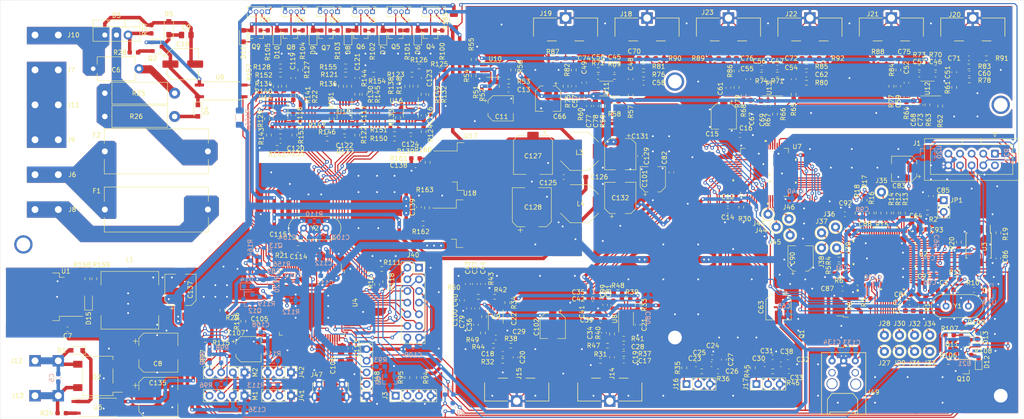
<source format=kicad_pcb>
(kicad_pcb (version 20171130) (host pcbnew 5.1.7-a382d34a8~88~ubuntu18.04.1)
  (layers (0 F.Cu signal) (31 B.Cu signal) (34 B.Paste user hide) (35 F.Paste user hide) (36 B.SilkS user hide) (37 F.SilkS user) (38 B.Mask user hide) (39 F.Mask user hide) (44 Edge.Cuts user))
  (net 0 "")
  (net 1 "Net-(C1-Pad1)")
  (net 2 VPP)
  (net 3 "Net-(C2-Pad1)")
  (net 4 "Net-(C3-Pad1)")
  (net 5 GND)
  (net 6 "Net-(C4-Pad1)")
  (net 7 "Net-(C12-Pad2)")
  (net 8 GNDA)
  (net 9 /codec/CM)
  (net 10 "Net-(C14-Pad1)")
  (net 11 "Net-(C15-Pad1)")
  (net 12 "Net-(C17-Pad1)")
  (net 13 "Net-(C18-Pad1)")
  (net 14 "Net-(C19-Pad1)")
  (net 15 "Net-(C20-Pad1)")
  (net 16 "Net-(C21-Pad1)")
  (net 17 "Net-(C22-Pad1)")
  (net 18 /codec/BAL_IN_R_P)
  (net 19 "Net-(C23-Pad2)")
  (net 20 /codec/BAL_IN_R_N)
  (net 21 "Net-(C26-Pad2)")
  (net 22 "Net-(C28-Pad1)")
  (net 23 "Net-(C28-Pad2)")
  (net 24 "Net-(C29-Pad1)")
  (net 25 "Net-(C29-Pad2)")
  (net 26 "Net-(C30-Pad2)")
  (net 27 /codec/BAL_IN_L_P)
  (net 28 /codec/BAL_IN_L_N)
  (net 29 "Net-(C33-Pad2)")
  (net 30 "Net-(C34-Pad1)")
  (net 31 /codec/SE_IN_L_N)
  (net 32 "Net-(C35-Pad1)")
  (net 33 /codec/SE_IN_L_P)
  (net 34 "Net-(C36-Pad1)")
  (net 35 /codec/SE_IN_R_N)
  (net 36 /codec/SE_IN_R_P)
  (net 37 "Net-(C37-Pad1)")
  (net 38 "Net-(C45-Pad1)")
  (net 39 /codec/AMP_REF)
  (net 40 "Net-(C46-Pad1)")
  (net 41 "Net-(C47-Pad1)")
  (net 42 "Net-(C48-Pad1)")
  (net 43 "Net-(C49-Pad1)")
  (net 44 "Net-(C51-Pad1)")
  (net 45 "Net-(C52-Pad1)")
  (net 46 "Net-(C54-Pad1)")
  (net 47 "Net-(C55-Pad1)")
  (net 48 "Net-(C57-Pad1)")
  (net 49 "Net-(C58-Pad1)")
  (net 50 "Net-(C59-Pad1)")
  (net 51 "Net-(C60-Pad1)")
  (net 52 "Net-(C61-Pad1)")
  (net 53 "Net-(C62-Pad1)")
  (net 54 "Net-(C70-Pad2)")
  (net 55 "Net-(C70-Pad1)")
  (net 56 "Net-(C71-Pad2)")
  (net 57 "Net-(C71-Pad1)")
  (net 58 "Net-(C72-Pad2)")
  (net 59 "Net-(C72-Pad1)")
  (net 60 "Net-(C74-Pad2)")
  (net 61 "Net-(C74-Pad1)")
  (net 62 "Net-(C75-Pad1)")
  (net 63 "Net-(C75-Pad2)")
  (net 64 "Net-(C76-Pad1)")
  (net 65 "Net-(C76-Pad2)")
  (net 66 "Net-(JP1-Pad2)")
  (net 67 "Net-(R3-Pad2)")
  (net 68 /codec/ABCLK)
  (net 69 "Net-(R4-Pad2)")
  (net 70 "Net-(R5-Pad2)")
  (net 71 /codec/ALRCLK)
  (net 72 /codec/AS_DAT1)
  (net 73 "Net-(R6-Pad2)")
  (net 74 "Net-(Q1-Pad1)")
  (net 75 "Net-(R10-Pad1)")
  (net 76 "Net-(R11-Pad2)")
  (net 77 /codec/MCLK)
  (net 78 "Net-(R12-Pad2)")
  (net 79 /codec/DBCLK)
  (net 80 "Net-(R13-Pad2)")
  (net 81 /codec/DLRCLK)
  (net 82 /codec/DS_DAT1)
  (net 83 "Net-(R14-Pad2)")
  (net 84 /codec/DS_DAT4)
  (net 85 "Net-(R15-Pad2)")
  (net 86 "Net-(R16-Pad2)")
  (net 87 /codec/DS_DAT3)
  (net 88 /codec/DS_DAT2)
  (net 89 "Net-(R17-Pad2)")
  (net 90 /codec/AS_DAT2)
  (net 91 "Net-(R18-Pad2)")
  (net 92 /dsp/SB_CS)
  (net 93 /codec/AMP_REF_IN)
  (net 94 "Net-(R39-Pad1)")
  (net 95 "Net-(R39-Pad2)")
  (net 96 "Net-(R42-Pad2)")
  (net 97 "Net-(R42-Pad1)")
  (net 98 "Net-(R51-Pad2)")
  (net 99 "Net-(R52-Pad2)")
  (net 100 "Net-(R53-Pad1)")
  (net 101 "Net-(R54-Pad1)")
  (net 102 /codec/DAC_5_N)
  (net 103 /codec/DAC_5_P)
  (net 104 /codec/DAC_6_P)
  (net 105 /codec/DAC_6_N)
  (net 106 /codec/DAC_1_N)
  (net 107 /codec/DAC_1_P)
  (net 108 /codec/DAC_2_P)
  (net 109 /codec/DAC_2_N)
  (net 110 /codec/DAC_3_N)
  (net 111 /codec/DAC_3_P)
  (net 112 /codec/DAC_4_P)
  (net 113 /codec/DAC_4_N)
  (net 114 +12V)
  (net 115 "Net-(C5-Pad1)")
  (net 116 "Net-(C5-Pad2)")
  (net 117 "Net-(F1-Pad1)")
  (net 118 "Net-(F1-Pad2)")
  (net 119 /dsp/MISO_M)
  (net 120 /dsp/SCLK_M)
  (net 121 /dsp/SS2_M)
  (net 122 "Net-(J1-Pad4)")
  (net 123 /dsp/MOSI_M)
  (net 124 "Net-(J11-Pad1)")
  (net 125 "Net-(C10-Pad2)")
  (net 126 "Net-(R20-Pad1)")
  (net 127 /dsp/SB_MOSI)
  (net 128 /dsp/SB_SCK)
  (net 129 /dsp/SB_MISO)
  (net 130 "Net-(D1-Pad1)")
  (net 131 "Net-(R24-Pad2)")
  (net 132 "Net-(C10-Pad1)")
  (net 133 "Net-(Q2-Pad1)")
  (net 134 "Net-(D3-Pad3)")
  (net 135 "Net-(D4-Pad2)")
  (net 136 "Net-(Q2-Pad2)")
  (net 137 "Net-(C6-Pad1)")
  (net 138 "Net-(D3-Pad2)")
  (net 139 +5V)
  (net 140 "Net-(J16-Pad1)")
  (net 141 "Net-(J16-Pad2)")
  (net 142 "Net-(J17-Pad1)")
  (net 143 "Net-(J17-Pad2)")
  (net 144 /ucu/FAN_1_IN_PWM)
  (net 145 /ucu/FAN_1_OUT_PWM)
  (net 146 /ucu/FAN_2_OUT_PWM)
  (net 147 /ucu/FAN_2_IN_PWM)
  (net 148 "Net-(D6-Pad1)")
  (net 149 "Net-(D7-Pad1)")
  (net 150 "Net-(D8-Pad1)")
  (net 151 "Net-(D9-Pad1)")
  (net 152 "Net-(D10-Pad1)")
  (net 153 "Net-(D11-Pad1)")
  (net 154 "Net-(J3-Pad1)")
  (net 155 "Net-(J3-Pad2)")
  (net 156 /ucu/PON)
  (net 157 "Net-(Q3-Pad1)")
  (net 158 "Net-(Q4-Pad1)")
  (net 159 "Net-(Q5-Pad1)")
  (net 160 "Net-(Q6-Pad1)")
  (net 161 "Net-(Q7-Pad1)")
  (net 162 "Net-(Q8-Pad1)")
  (net 163 "Net-(Q9-Pad1)")
  (net 164 +3V3)
  (net 165 +3.3VA)
  (net 166 +5VA)
  (net 167 +1V2)
  (net 168 /codec/nRST)
  (net 169 "Net-(Q10-Pad1)")
  (net 170 "Net-(D12-Pad1)")
  (net 171 "Net-(D13-Pad1)")
  (net 172 "Net-(Q11-Pad1)")
  (net 173 "Net-(R106-Pad1)")
  (net 174 "Net-(R107-Pad1)")
  (net 175 "Net-(D12-Pad2)")
  (net 176 "Net-(D13-Pad2)")
  (net 177 "Net-(C49-Pad2)")
  (net 178 "Net-(C52-Pad2)")
  (net 179 "Net-(C55-Pad2)")
  (net 180 "Net-(C103-Pad1)")
  (net 181 "Net-(C104-Pad1)")
  (net 182 "Net-(C105-Pad1)")
  (net 183 "Net-(C106-Pad1)")
  (net 184 /ucu/AMP_1_OUT)
  (net 185 /ucu/AMP_2_OUT)
  (net 186 /ucu/AMP_3_OUT)
  (net 187 /ucu/AMP_4_OUT)
  (net 188 "Net-(J27-Pad1)")
  (net 189 "Net-(J28-Pad1)")
  (net 190 "Net-(J29-Pad1)")
  (net 191 "Net-(J30-Pad1)")
  (net 192 "Net-(J31-Pad1)")
  (net 193 "Net-(J32-Pad1)")
  (net 194 "Net-(J33-Pad1)")
  (net 195 "Net-(J34-Pad1)")
  (net 196 "Net-(J35-Pad1)")
  (net 197 "Net-(J36-Pad1)")
  (net 198 "Net-(J37-Pad1)")
  (net 199 "Net-(J38-Pad1)")
  (net 200 "Net-(J39-Pad1)")
  (net 201 /ucu/T_IRQ)
  (net 202 /ucu/T_MISO)
  (net 203 /ucu/T_MOSI)
  (net 204 /ucu/T_CS)
  (net 205 /ucu/T_SCK)
  (net 206 /ucu/D_MISO)
  (net 207 /ucu/BL)
  (net 208 /ucu/D_SCK)
  (net 209 /ucu/D_MOSI)
  (net 210 /ucu/D_DC)
  (net 211 /ucu/D_RST)
  (net 212 /ucu/D_CS)
  (net 213 /ucu/TS1)
  (net 214 /ucu/TS2)
  (net 215 "Net-(J43-Pad1)")
  (net 216 "Net-(J44-Pad1)")
  (net 217 "Net-(J45-Pad1)")
  (net 218 "Net-(J46-Pad1)")
  (net 219 /ucu/LED)
  (net 220 /ucu/SPK_1_ON)
  (net 221 /ucu/SPK_2_ON)
  (net 222 /ucu/SPK_3_ON)
  (net 223 /ucu/SPK_4_ON)
  (net 224 /ucu/SPK_5_ON)
  (net 225 /ucu/SPK_6_ON)
  (net 226 "Net-(R111-Pad2)")
  (net 227 "Net-(R112-Pad1)")
  (net 228 "Net-(D14-Pad1)")
  (net 229 "Net-(D14-Pad2)")
  (net 230 "Net-(J47-Pad2)")
  (net 231 "Net-(J47-Pad3)")
  (net 232 /ucu/SWDIO)
  (net 233 /ucu/SWCLK)
  (net 234 "Net-(Q12-Pad1)")
  (net 235 /ucu/CODEC_SDA)
  (net 236 /ucu/CODEC_SCL)
  (net 237 /ucu/DSP_SDA)
  (net 238 /ucu/DSP_SCL)
  (net 239 "Net-(R119-Pad2)")
  (net 240 /ucu/AC_CTRL)
  (net 241 /ucu/AC_IN)
  (net 242 "Net-(C114-Pad1)")
  (net 243 "Net-(C119-Pad1)")
  (net 244 "Net-(C119-Pad2)")
  (net 245 "Net-(C120-Pad1)")
  (net 246 "Net-(C120-Pad2)")
  (net 247 "Net-(C121-Pad2)")
  (net 248 "Net-(C121-Pad1)")
  (net 249 "Net-(C122-Pad1)")
  (net 250 "Net-(C122-Pad2)")
  (net 251 "Net-(C123-Pad2)")
  (net 252 "Net-(C123-Pad1)")
  (net 253 "Net-(C124-Pad1)")
  (net 254 "Net-(C124-Pad2)")
  (net 255 /ucu/AMP_5_OUT)
  (net 256 /ucu/AMP_6_OUT)
  (net 257 "Net-(R140-Pad2)")
  (net 258 "Net-(R22-Pad2)")
  (net 259 "Net-(R129-Pad1)")
  (net 260 "Net-(R129-Pad2)")
  (net 261 "Net-(R130-Pad1)")
  (net 262 "Net-(R130-Pad2)")
  (net 263 "Net-(R131-Pad1)")
  (net 264 "Net-(R131-Pad2)")
  (net 265 "Net-(R132-Pad2)")
  (net 266 "Net-(R132-Pad1)")
  (net 267 "Net-(R133-Pad2)")
  (net 268 "Net-(R133-Pad1)")
  (net 269 "Net-(R134-Pad2)")
  (net 270 "Net-(R135-Pad2)")
  (net 271 "Net-(R136-Pad2)")
  (net 272 "Net-(R137-Pad2)")
  (net 273 "Net-(R138-Pad2)")
  (net 274 "Net-(R139-Pad2)")
  (net 275 "Net-(Q13-Pad1)")
  (net 276 "Net-(Q13-Pad3)")
  (net 277 "Net-(R156-Pad2)")
  (net 278 /dsp/WR_BACK)
  (net 279 "Net-(C135-Pad1)")
  (net 280 "Net-(C133-Pad1)")
  (net 281 "Net-(C138-Pad1)")
  (net 282 "Net-(C139-Pad1)")
  (net 283 "Net-(D15-Pad1)")
  (net 284 "Net-(R158-Pad2)")
  (net 285 /ucu/REL_PWR)
  (module Resistor_SMD:R_0603_1608Metric_Pad0.98x0.95mm_HandSolder (layer F.Cu) (at 207.772 109.22 90)
    (fp_text reference R3 (at 0 -1.43 90) (layer F.SilkS))
    (fp_text value 33)
    (pad 1 smd roundrect (at -0.9125 0 90) (size 0.975 0.95) (layers F.Cu F.Paste F.Mask) (net 280 "Net-(C133-Pad1)"))
    (pad 2 smd roundrect (at 0.9125 0 90) (size 0.975 0.95) (layers F.Cu F.Paste F.Mask) (net 67 "Net-(R3-Pad2)"))
  )
  (module Resistor_SMD:R_0603_1608Metric_Pad0.98x0.95mm_HandSolder (layer B.Cu) (at 72.39 100.9415 90)
    (fp_text reference R164 (at 3.6595 0 90) (layer B.SilkS) (effects (justify mirror)))
    (fp_text value 10K)
    (pad 1 smd roundrect (at -0.9125 0 90) (size 0.975 0.95) (layers B.Cu B.Paste B.Mask) (net 5 GND))
    (pad 2 smd roundrect (at 0.9125 0 90) (size 0.975 0.95) (layers B.Cu B.Paste B.Mask) (net 277 "Net-(R156-Pad2)"))
  )
  (module Resistor_SMD:R_1206_3216Metric_Pad1.30x1.75mm_HandSolder (layer F.Cu) (at 116.84 47.752 90)
    (fp_text reference R165 (at 0 -1.82 90) (layer F.SilkS))
    (fp_text value 0)
    (pad 2 smd roundrect (at 1.55 0 90) (size 1.3 1.75) (layers F.Cu F.Paste F.Mask) (roundrect_rratio 0.192308) (net 285 /ucu/REL_PWR))
    (pad 1 smd roundrect (at -1.55 0 90) (size 1.3 1.75) (layers F.Cu F.Paste F.Mask) (roundrect_rratio 0.192308) (net 139 +5V))
  )
  (module Resistor_SMD:R_1206_3216Metric_Pad1.30x1.75mm_HandSolder (layer B.Cu) (at 70.104 68.834 90)
    (fp_text reference R166 (at 0 1.82 90) (layer B.SilkS) (effects (justify mirror)))
    (fp_text value DNP)
    (pad 1 smd roundrect (at -1.55 0 90) (size 1.3 1.75) (layers B.Cu B.Paste B.Mask) (roundrect_rratio 0.192308) (net 114 +12V))
    (pad 2 smd roundrect (at 1.55 0 90) (size 1.3 1.75) (layers B.Cu B.Paste B.Mask) (roundrect_rratio 0.192308) (net 285 /ucu/REL_PWR))
  )
  (module Package_TO_SOT_SMD:SOT-23 (layer B.Cu) (at 102.87 126.238 270)
    (fp_text reference Q3 (at 0 2.5 90) (layer B.SilkS) (effects (justify mirror)))
    (fp_text value BC847)
    (pad 3 smd rect (at 1 0 270) (size 0.9 0.8) (layers B.Cu B.Paste B.Mask) (net 154 "Net-(J3-Pad1)"))
    (pad 2 smd rect (at -1 -0.95 270) (size 0.9 0.8) (layers B.Cu B.Paste B.Mask) (net 5 GND))
    (pad 1 smd rect (at -1 0.95 270) (size 0.9 0.8) (layers B.Cu B.Paste B.Mask) (net 157 "Net-(Q3-Pad1)"))
  )
  (module Resistor_SMD:R_0603_1608Metric_Pad0.98x0.95mm_HandSolder (layer F.Cu) (at 108.458 77.724)
    (fp_text reference R161 (at -3.683 0) (layer F.SilkS))
    (fp_text value R)
    (pad 1 smd roundrect (at -0.9125 0) (size 0.975 0.95) (layers F.Cu F.Paste F.Mask) (net 5 GND))
    (pad 2 smd roundrect (at 0.9125 0) (size 0.975 0.95) (layers F.Cu F.Paste F.Mask) (net 281 "Net-(C138-Pad1)"))
  )
  (module Capacitor_SMD:CP_Elec_6.3x7.7 (layer F.Cu) (at 153.162 86.36 90)
    (fp_text reference C132 (at 0 0 180) (layer F.SilkS))
    (fp_text value 100)
    (pad 2 smd roundrect (at 2.7 0 90) (size 3.5 1.6) (layers F.Cu F.Paste F.Mask) (roundrect_rratio 0.15625) (net 8 GNDA))
    (pad 1 smd roundrect (at -2.7 0 90) (size 3.5 1.6) (layers F.Cu F.Paste F.Mask) (roundrect_rratio 0.15625) (net 165 +3.3VA))
  )
  (module Capacitor_SMD:CP_Elec_6.3x7.7 (layer F.Cu) (at 153.162 76.802 270)
    (fp_text reference C131 (at -3.904 -4.35) (layer F.SilkS))
    (fp_text value 100)
    (pad 2 smd roundrect (at 2.7 0 270) (size 3.5 1.6) (layers F.Cu F.Paste F.Mask) (roundrect_rratio 0.15625) (net 8 GNDA))
    (pad 1 smd roundrect (at -2.7 0 270) (size 3.5 1.6) (layers F.Cu F.Paste F.Mask) (roundrect_rratio 0.15625) (net 166 +5VA))
  )
  (module Capacitor_SMD:C_0603_1608Metric_Pad1.08x0.95mm_HandSolder (layer F.Cu) (at 157.48 77.216 270)
    (fp_text reference C129 (at 0 -1.43 270) (layer F.SilkS))
    (fp_text value 0.1)
    (pad 2 smd roundrect (at 0.8625 0 270) (size 1.075 0.95) (layers F.Cu F.Paste F.Mask) (net 8 GNDA))
    (pad 1 smd roundrect (at -0.8625 0 270) (size 1.075 0.95) (layers F.Cu F.Paste F.Mask) (net 166 +5VA))
  )
  (module Package_TO_SOT_SMD:TO-252-3_TabPin2 (layer F.Cu) (at 199.39 115.57 180)
    (fp_text reference Q1 (at 6.604 -0.508 270) (layer F.SilkS))
    (fp_text value STD2805)
    (pad 1 smd rect (at -4.2 -2.28 180) (size 2.2 1.2) (layers F.Cu F.Paste F.Mask) (net 74 "Net-(Q1-Pad1)"))
    (pad 2 smd rect (at -4.2 0 180) (size 2.2 1.2) (layers F.Cu F.Paste F.Mask) (net 167 +1V2))
    (pad 3 smd rect (at -4.2 2.28 180) (size 2.2 1.2) (layers F.Cu F.Paste F.Mask) (net 164 +3V3))
    (pad 2 smd rect (at 2.1 0 180) (size 6.4 5.8) (layers F.Cu F.Mask) (net 167 +1V2))
  )
  (module Capacitor_SMD:CP_Elec_5x5.8 (layer F.Cu) (at 187.706 110.236 270)
    (fp_text reference C63 (at 0 3.81 90) (layer F.SilkS))
    (fp_text value 10uF)
    (pad 2 smd roundrect (at 2.2 0 270) (size 3 1.6) (layers F.Cu F.Paste F.Mask) (roundrect_rratio 0.15625) (net 5 GND))
    (pad 1 smd roundrect (at -2.2 0 270) (size 3 1.6) (layers F.Cu F.Paste F.Mask) (roundrect_rratio 0.15625) (net 164 +3V3))
  )
  (module Diode_SMD:D_SOD-323_HandSoldering (layer F.Cu) (at 34.544 119.634 180)
    (fp_text reference D1 (at 3.302 0) (layer F.SilkS))
    (fp_text value 1N4148)
    (pad 2 smd rect (at 1.25 0 180) (size 1 1) (layers F.Cu F.Paste F.Mask) (net 115 "Net-(C5-Pad1)"))
    (pad 1 smd rect (at -1.25 0 180) (size 1 1) (layers F.Cu F.Paste F.Mask) (net 130 "Net-(D1-Pad1)"))
  )
  (module Diode_SMD:Diode_Bridge_Vishay_DFS (layer F.Cu) (at 39.116 125.222 180)
    (fp_text reference D2 (at 0.254 -0.254) (layer F.SilkS))
    (fp_text value D_Bridge_+-AA)
    (pad 1 smd rect (at -4.37 -2.55 180) (size 2 1.5) (layers F.Cu F.Paste F.Mask) (net 279 "Net-(C135-Pad1)"))
    (pad 2 smd rect (at -4.37 2.55 180) (size 2 1.5) (layers F.Cu F.Paste F.Mask) (net 5 GND))
    (pad 3 smd rect (at 4.37 2.55 180) (size 2 1.5) (layers F.Cu F.Paste F.Mask) (net 115 "Net-(C5-Pad1)"))
    (pad 4 smd rect (at 4.37 -2.55 180) (size 2 1.5) (layers F.Cu F.Paste F.Mask) (net 116 "Net-(C5-Pad2)"))
  )
  (module Resistor_SMD:R_0603_1608Metric_Pad0.98x0.95mm_HandSolder (layer F.Cu) (at 99.314 59.436 180)
    (fp_text reference R154 (at -0.762 -1.43) (layer F.SilkS))
    (fp_text value 100K)
    (pad 1 smd roundrect (at -0.9125 0 180) (size 0.975 0.95) (layers F.Cu F.Paste F.Mask) (net 186 /ucu/AMP_3_OUT))
    (pad 2 smd roundrect (at 0.9125 0 180) (size 0.975 0.95) (layers F.Cu F.Paste F.Mask) (net 250 "Net-(C122-Pad2)"))
  )
  (module Resistor_SMD:R_0603_1608Metric_Pad0.98x0.95mm_HandSolder (layer F.Cu) (at 110.236 71.882 270)
    (fp_text reference R124 (at 0.381 -1.524 90) (layer F.SilkS))
    (fp_text value 10K)
    (pad 1 smd roundrect (at -0.9125 0 270) (size 0.975 0.95) (layers F.Cu F.Paste F.Mask) (net 8 GNDA))
    (pad 2 smd roundrect (at 0.9125 0 270) (size 0.975 0.95) (layers F.Cu F.Paste F.Mask) (net 254 "Net-(C124-Pad2)"))
  )
  (module Capacitor_SMD:CP_Elec_6.3x7.7 (layer F.Cu) (at 57.658 57.15)
    (fp_text reference C10 (at 0 -4.35) (layer F.SilkS))
    (fp_text value 100uF)
    (pad 1 smd roundrect (at -2.7 0) (size 3.5 1.6) (layers F.Cu F.Paste F.Mask) (roundrect_rratio 0.15625) (net 132 "Net-(C10-Pad1)"))
    (pad 2 smd roundrect (at 2.7 0) (size 3.5 1.6) (layers F.Cu F.Paste F.Mask) (roundrect_rratio 0.15625) (net 125 "Net-(C10-Pad2)"))
  )
  (module Resistor_SMD:R_0603_1608Metric_Pad0.98x0.95mm_HandSolder (layer F.Cu) (at 167.132 123.444 90)
    (fp_text reference R35 (at 0 -1.43 90) (layer F.SilkS))
    (fp_text value 10K)
    (pad 2 smd roundrect (at 0.9125 0 90) (size 0.975 0.95) (layers F.Cu F.Paste F.Mask) (net 19 "Net-(C23-Pad2)"))
    (pad 1 smd roundrect (at -0.9125 0 90) (size 0.975 0.95) (layers F.Cu F.Paste F.Mask) (net 140 "Net-(J16-Pad1)"))
  )
  (module Resistor_SMD:R_0603_1608Metric_Pad0.98x0.95mm_HandSolder (layer F.Cu) (at 182.118 123.444 90)
    (fp_text reference R45 (at -0.762 -1.27 90) (layer F.SilkS))
    (fp_text value 10K)
    (pad 2 smd roundrect (at 0.9125 0 90) (size 0.975 0.95) (layers F.Cu F.Paste F.Mask) (net 26 "Net-(C30-Pad2)"))
    (pad 1 smd roundrect (at -0.9125 0 90) (size 0.975 0.95) (layers F.Cu F.Paste F.Mask) (net 142 "Net-(J17-Pad1)"))
  )
  (module TestPoint:TestPoint_Keystone_5000-5004_Miniature (layer F.Cu) (at 200.406 97.282)
    (fp_text reference J39 (at 2.54 0 90) (layer F.SilkS))
    (fp_text value TP)
    (pad 1 thru_hole circle (at 0 0) (size 2 2) (drill 1) (layers *.Cu *.Mask) (net 200 "Net-(J39-Pad1)"))
  )
  (module Resistor_SMD:R_0603_1608Metric_Pad0.98x0.95mm_HandSolder (layer F.Cu) (at 144.78 64.516 90)
    (fp_text reference R60 (at -3.556 -0.254 90) (layer F.SilkS))
    (fp_text value 10K)
    (pad 2 smd roundrect (at 0.9125 0 90) (size 0.975 0.95) (layers F.Cu F.Paste F.Mask) (net 177 "Net-(C49-Pad2)"))
    (pad 1 smd roundrect (at -0.9125 0 90) (size 0.975 0.95) (layers F.Cu F.Paste F.Mask) (net 105 /codec/DAC_6_N))
  )
  (module Capacitor_SMD:C_0603_1608Metric_Pad1.08x0.95mm_HandSolder (layer F.Cu) (at 146.05 111.252 270)
    (fp_text reference C41 (at 0 1.27 90) (layer F.SilkS))
    (fp_text value 100pF)
    (pad 2 smd roundrect (at 0.8625 0 270) (size 1.075 0.95) (layers F.Cu F.Paste F.Mask) (net 35 /codec/SE_IN_R_N))
    (pad 1 smd roundrect (at -0.8625 0 270) (size 1.075 0.95) (layers F.Cu F.Paste F.Mask) (net 36 /codec/SE_IN_R_P))
  )
  (module Connector_PinHeader_2.54mm:PinHeader_1x02_P2.54mm_Vertical (layer F.Cu) (at 223.774 86.868)
    (fp_text reference JP1 (at 2.794 0) (layer F.SilkS))
    (fp_text value SBOOT)
    (pad 1 thru_hole rect (at 0 0) (size 1.7 1.7) (drill 1) (layers *.Cu *.Mask) (net 164 +3V3))
    (pad 2 thru_hole oval (at 0 2.54) (size 1.7 1.7) (drill 1) (layers *.Cu *.Mask) (net 66 "Net-(JP1-Pad2)"))
  )
  (module Resistor_SMD:R_0603_1608Metric_Pad0.98x0.95mm_HandSolder (layer F.Cu) (at 228.854 120.65 180)
    (fp_text reference R108 (at -3.556 0.889) (layer F.SilkS))
    (fp_text value 1K)
    (pad 2 smd roundrect (at 0.9125 0 180) (size 0.975 0.95) (layers F.Cu F.Paste F.Mask) (net 164 +3V3))
    (pad 1 smd roundrect (at -0.9125 0 180) (size 0.975 0.95) (layers F.Cu F.Paste F.Mask) (net 175 "Net-(D12-Pad2)"))
  )
  (module Connector_IDC:IDC-Header_2x05_P2.54mm_Vertical (layer F.Cu) (at 234.95 76.708 270)
    (fp_text reference J1 (at -2.286 17.018 180) (layer F.SilkS))
    (fp_text value PRG)
    (pad 1 thru_hole roundrect (at 0 0 270) (size 1.7 1.7) (drill 1) (layers *.Cu *.Mask) (roundrect_rratio 0.147059) (net 238 /ucu/DSP_SCL))
    (pad 3 thru_hole circle (at 0 2.54 270) (size 1.7 1.7) (drill 1) (layers *.Cu *.Mask) (net 237 /ucu/DSP_SDA))
    (pad 5 thru_hole circle (at 0 5.08 270) (size 1.7 1.7) (drill 1) (layers *.Cu *.Mask) (net 119 /dsp/MISO_M))
    (pad 7 thru_hole circle (at 0 7.62 270) (size 1.7 1.7) (drill 1) (layers *.Cu *.Mask) (net 120 /dsp/SCLK_M))
    (pad 9 thru_hole circle (at 0 10.16 270) (size 1.7 1.7) (drill 1) (layers *.Cu *.Mask) (net 121 /dsp/SS2_M))
    (pad 2 thru_hole circle (at 2.54 0 270) (size 1.7 1.7) (drill 1) (layers *.Cu *.Mask))
    (pad 4 thru_hole circle (at 2.54 2.54 270) (size 1.7 1.7) (drill 1) (layers *.Cu *.Mask) (net 122 "Net-(J1-Pad4)"))
    (pad 6 thru_hole circle (at 2.54 5.08 270) (size 1.7 1.7) (drill 1) (layers *.Cu *.Mask) (net 168 /codec/nRST))
    (pad 8 thru_hole circle (at 2.54 7.62 270) (size 1.7 1.7) (drill 1) (layers *.Cu *.Mask) (net 123 /dsp/MOSI_M))
    (pad 10 thru_hole circle (at 2.54 10.16 270) (size 1.7 1.7) (drill 1) (layers *.Cu *.Mask) (net 5 GND))
  )
  (module Resistor_SMD:R_0603_1608Metric_Pad0.98x0.95mm_HandSolder (layer F.Cu) (at 226.314 104.14 180)
    (fp_text reference R11 (at 0 1.524) (layer F.SilkS))
    (fp_text value 33R)
    (pad 2 smd roundrect (at 0.9125 0 180) (size 0.975 0.95) (layers F.Cu F.Paste F.Mask) (net 76 "Net-(R11-Pad2)"))
    (pad 1 smd roundrect (at -0.9125 0 180) (size 0.975 0.95) (layers F.Cu F.Paste F.Mask) (net 77 /codec/MCLK))
  )
  (module Resistor_SMD:R_0805_2012Metric_Pad1.20x1.40mm_HandSolder (layer F.Cu) (at 92.202 121.142 270)
    (fp_text reference C106 (at 1.794 1.778 90) (layer F.SilkS))
    (fp_text value 10uF)
    (pad 2 smd roundrect (at 1 0 270) (size 1.2 1.4) (layers F.Cu F.Paste F.Mask) (roundrect_rratio 0.208333) (net 5 GND))
    (pad 1 smd roundrect (at -1 0 270) (size 1.2 1.4) (layers F.Cu F.Paste F.Mask) (roundrect_rratio 0.208333) (net 183 "Net-(C106-Pad1)"))
  )
  (module Connector_PinHeader_2.54mm:PinHeader_1x03_P2.54mm_Vertical (layer F.Cu) (at 81.28 129.54 270)
    (fp_text reference J41 (at 0 -2.33 90) (layer F.SilkS))
    (fp_text value TempSens1)
    (pad 3 thru_hole oval (at 0 5.08 270) (size 1.7 1.7) (drill 1) (layers *.Cu *.Mask) (net 164 +3V3))
    (pad 2 thru_hole oval (at 0 2.54 270) (size 1.7 1.7) (drill 1) (layers *.Cu *.Mask) (net 213 /ucu/TS1))
    (pad 1 thru_hole rect (at 0 0 270) (size 1.7 1.7) (drill 1) (layers *.Cu *.Mask) (net 5 GND))
  )
  (module Resistor_SMD:R_0603_1608Metric_Pad0.98x0.95mm_HandSolder (layer B.Cu) (at 81.3835 108.712)
    (fp_text reference R112 (at -0.1035 2.54 180) (layer B.SilkS) (effects (justify mirror)))
    (fp_text value 10K)
    (pad 2 smd roundrect (at 0.9125 0) (size 0.975 0.95) (layers B.Cu B.Paste B.Mask) (net 5 GND))
    (pad 1 smd roundrect (at -0.9125 0) (size 0.975 0.95) (layers B.Cu B.Paste B.Mask) (net 227 "Net-(R112-Pad1)"))
  )
  (module Resistor_SMD:R_0603_1608Metric_Pad0.98x0.95mm_HandSolder (layer B.Cu) (at 77.47 121.92)
    (fp_text reference R114 (at -0.254 -1.524) (layer B.SilkS) (effects (justify mirror)))
    (fp_text value 10K)
    (pad 1 smd roundrect (at -0.9125 0) (size 0.975 0.95) (layers B.Cu B.Paste B.Mask) (net 164 +3V3))
    (pad 2 smd roundrect (at 0.9125 0) (size 0.975 0.95) (layers B.Cu B.Paste B.Mask) (net 214 /ucu/TS2))
  )
  (module Resistor_SMD:R_0603_1608Metric_Pad0.98x0.95mm_HandSolder (layer F.Cu) (at 101.092 101.854 180)
    (fp_text reference R111 (at -2.286 1.397) (layer F.SilkS))
    (fp_text value 10K)
    (pad 1 smd roundrect (at -0.9125 0 180) (size 0.975 0.95) (layers F.Cu F.Paste F.Mask) (net 5 GND))
    (pad 2 smd roundrect (at 0.9125 0 180) (size 0.975 0.95) (layers F.Cu F.Paste F.Mask) (net 226 "Net-(R111-Pad2)"))
  )
  (module Resistor_SMD:R_0603_1608Metric_Pad0.98x0.95mm_HandSolder (layer B.Cu) (at 77.47 127.254)
    (fp_text reference R113 (at -3.81 0) (layer B.SilkS) (effects (justify mirror)))
    (fp_text value 10K)
    (pad 2 smd roundrect (at 0.9125 0) (size 0.975 0.95) (layers B.Cu B.Paste B.Mask) (net 213 /ucu/TS1))
    (pad 1 smd roundrect (at -0.9125 0) (size 0.975 0.95) (layers B.Cu B.Paste B.Mask) (net 164 +3V3))
  )
  (module LED_SMD:LED_0603_1608Metric_Pad1.05x0.95mm_HandSolder (layer F.Cu) (at 231.394 122.174 90)
    (fp_text reference D12 (at 0 1.778 90) (layer F.SilkS))
    (fp_text value LED)
    (pad 1 smd roundrect (at -0.875 0 90) (size 1.05 0.95) (layers F.Cu F.Paste F.Mask) (net 170 "Net-(D12-Pad1)"))
    (pad 2 smd roundrect (at 0.875 0 90) (size 1.05 0.95) (layers F.Cu F.Paste F.Mask) (net 175 "Net-(D12-Pad2)"))
  )
  (module Resistor_SMD:R_0603_1608Metric_Pad0.98x0.95mm_HandSolder (layer F.Cu) (at 228.6 114.808 180)
    (fp_text reference R109 (at -2.286 1.27) (layer F.SilkS))
    (fp_text value 1K)
    (pad 1 smd roundrect (at -0.9125 0 180) (size 0.975 0.95) (layers F.Cu F.Paste F.Mask) (net 176 "Net-(D13-Pad2)"))
    (pad 2 smd roundrect (at 0.9125 0 180) (size 0.975 0.95) (layers F.Cu F.Paste F.Mask) (net 164 +3V3))
  )
  (module LED_SMD:LED_0603_1608Metric_Pad1.05x0.95mm_HandSolder (layer F.Cu) (at 231.14 116.332 90)
    (fp_text reference D13 (at -0.508 1.778 90) (layer F.SilkS))
    (fp_text value LED)
    (pad 2 smd roundrect (at 0.875 0 90) (size 1.05 0.95) (layers F.Cu F.Paste F.Mask) (net 176 "Net-(D13-Pad2)"))
    (pad 1 smd roundrect (at -0.875 0 90) (size 1.05 0.95) (layers F.Cu F.Paste F.Mask) (net 171 "Net-(D13-Pad1)"))
  )
  (module Resistor_SMD:R_0603_1608Metric_Pad0.98x0.95mm_HandSolder (layer F.Cu) (at 225.044 116.332)
    (fp_text reference R107 (at 0 -1.43) (layer F.SilkS))
    (fp_text value 1K)
    (pad 1 smd roundrect (at -0.9125 0) (size 0.975 0.95) (layers F.Cu F.Paste F.Mask) (net 174 "Net-(R107-Pad1)"))
    (pad 2 smd roundrect (at 0.9125 0) (size 0.975 0.95) (layers F.Cu F.Paste F.Mask) (net 172 "Net-(Q11-Pad1)"))
  )
  (module Package_TO_SOT_SMD:SOT-23 (layer F.Cu) (at 228.6 117.348)
    (fp_text reference Q11 (at -3.048 1.016) (layer F.SilkS))
    (fp_text value BC846A)
    (pad 3 smd rect (at 1 0) (size 0.9 0.8) (layers F.Cu F.Paste F.Mask) (net 171 "Net-(D13-Pad1)"))
    (pad 2 smd rect (at -1 0.95) (size 0.9 0.8) (layers F.Cu F.Paste F.Mask) (net 5 GND))
    (pad 1 smd rect (at -1 -0.95) (size 0.9 0.8) (layers F.Cu F.Paste F.Mask) (net 172 "Net-(Q11-Pad1)"))
  )
  (module Resistor_SMD:R_0603_1608Metric_Pad0.98x0.95mm_HandSolder (layer F.Cu) (at 224.79 122.174)
    (fp_text reference R106 (at 0 -1.43) (layer F.SilkS))
    (fp_text value 1K)
    (pad 2 smd roundrect (at 0.9125 0) (size 0.975 0.95) (layers F.Cu F.Paste F.Mask) (net 169 "Net-(Q10-Pad1)"))
    (pad 1 smd roundrect (at -0.9125 0) (size 0.975 0.95) (layers F.Cu F.Paste F.Mask) (net 173 "Net-(R106-Pad1)"))
  )
  (module Package_TO_SOT_SMD:SOT-23 (layer F.Cu) (at 228.6 123.19)
    (fp_text reference Q10 (at -0.508 2.667) (layer F.SilkS))
    (fp_text value BC846A)
    (pad 1 smd rect (at -1 -0.95) (size 0.9 0.8) (layers F.Cu F.Paste F.Mask) (net 169 "Net-(Q10-Pad1)"))
    (pad 2 smd rect (at -1 0.95) (size 0.9 0.8) (layers F.Cu F.Paste F.Mask) (net 5 GND))
    (pad 3 smd rect (at 1 0) (size 0.9 0.8) (layers F.Cu F.Paste F.Mask) (net 170 "Net-(D12-Pad1)"))
  )
  (module Capacitor_SMD:C_0603_1608Metric_Pad1.08x0.95mm_HandSolder (layer F.Cu) (at 121.412 105.156 90)
    (fp_text reference C37 (at 3.556 0 90) (layer F.SilkS))
    (fp_text value 10uF)
    (pad 2 smd roundrect (at 0.8625 0 90) (size 1.075 0.95) (layers F.Cu F.Paste F.Mask) (net 33 /codec/SE_IN_L_P))
    (pad 1 smd roundrect (at -0.8625 0 90) (size 1.075 0.95) (layers F.Cu F.Paste F.Mask) (net 37 "Net-(C37-Pad1)"))
  )
  (module Capacitor_SMD:C_0603_1608Metric_Pad1.08x0.95mm_HandSolder (layer F.Cu) (at 119.888 105.156 270)
    (fp_text reference C43 (at -3.556 0 90) (layer F.SilkS))
    (fp_text value 100pF)
    (pad 1 smd roundrect (at -0.8625 0 270) (size 1.075 0.95) (layers F.Cu F.Paste F.Mask) (net 33 /codec/SE_IN_L_P))
    (pad 2 smd roundrect (at 0.8625 0 270) (size 1.075 0.95) (layers F.Cu F.Paste F.Mask) (net 31 /codec/SE_IN_L_N))
  )
  (module Capacitor_SMD:C_0603_1608Metric_Pad1.08x0.95mm_HandSolder (layer F.Cu) (at 118.618 108.712 90)
    (fp_text reference C40 (at 0 -1.43 90) (layer F.SilkS))
    (fp_text value 1nF)
    (pad 2 smd roundrect (at 0.8625 0 90) (size 1.075 0.95) (layers F.Cu F.Paste F.Mask) (net 31 /codec/SE_IN_L_N))
    (pad 1 smd roundrect (at -0.8625 0 90) (size 1.075 0.95) (layers F.Cu F.Paste F.Mask) (net 8 GNDA))
  )
  (module Capacitor_SMD:C_0603_1608Metric_Pad1.08x0.95mm_HandSolder (layer F.Cu) (at 120.142 110.49 270)
    (fp_text reference C100 (at 2.032 3.048 90) (layer F.SilkS))
    (fp_text value 0.1)
    (pad 1 smd roundrect (at -0.8625 0 270) (size 1.075 0.95) (layers F.Cu F.Paste F.Mask) (net 165 +3.3VA))
    (pad 2 smd roundrect (at 0.8625 0 270) (size 1.075 0.95) (layers F.Cu F.Paste F.Mask) (net 8 GNDA))
  )
  (module Resistor_SMD:R_0603_1608Metric_Pad0.98x0.95mm_HandSolder (layer F.Cu) (at 124.714 61.976 90)
    (fp_text reference R51 (at -1.27 -3.048 90) (layer F.SilkS))
    (fp_text value 0)
    (pad 1 smd roundrect (at -0.9125 0 90) (size 0.975 0.95) (layers F.Cu F.Paste F.Mask) (net 9 /codec/CM))
    (pad 2 smd roundrect (at 0.9125 0 90) (size 0.975 0.95) (layers F.Cu F.Paste F.Mask) (net 98 "Net-(R51-Pad2)"))
  )
  (module Resistor_SMD:R_0603_1608Metric_Pad0.98x0.95mm_HandSolder (layer F.Cu) (at 126.238 61.976 90)
    (fp_text reference R52 (at -1.905 -3.175 90) (layer F.SilkS))
    (fp_text value 0)
    (pad 2 smd roundrect (at 0.9125 0 90) (size 0.975 0.95) (layers F.Cu F.Paste F.Mask) (net 99 "Net-(R52-Pad2)"))
    (pad 1 smd roundrect (at -0.9125 0 90) (size 0.975 0.95) (layers F.Cu F.Paste F.Mask) (net 9 /codec/CM))
  )
  (module Resistor_SMD:R_0603_1608Metric_Pad0.98x0.95mm_HandSolder (layer F.Cu) (at 128.778 60.96 180)
    (fp_text reference R53 (at -3.302 0) (layer F.SilkS))
    (fp_text value 10K)
    (pad 1 smd roundrect (at -0.9125 0 180) (size 0.975 0.95) (layers F.Cu F.Paste F.Mask) (net 100 "Net-(R53-Pad1)"))
    (pad 2 smd roundrect (at 0.9125 0 180) (size 0.975 0.95) (layers F.Cu F.Paste F.Mask) (net 8 GNDA))
  )
  (module Resistor_SMD:R_0603_1608Metric_Pad0.98x0.95mm_HandSolder (layer F.Cu) (at 121.158 59.69 270)
    (fp_text reference R54 (at 0 1.524 90) (layer F.SilkS))
    (fp_text value 10K)
    (pad 2 smd roundrect (at 0.9125 0 270) (size 0.975 0.95) (layers F.Cu F.Paste F.Mask) (net 8 GNDA))
    (pad 1 smd roundrect (at -0.9125 0 270) (size 0.975 0.95) (layers F.Cu F.Paste F.Mask) (net 101 "Net-(R54-Pad1)"))
  )
  (module Resistor_SMD:R_0603_1608Metric_Pad0.98x0.95mm_HandSolder (layer F.Cu) (at 121.158 56.134 90)
    (fp_text reference R55 (at 3.302 -0.508 90) (layer F.SilkS))
    (fp_text value 10K)
    (pad 2 smd roundrect (at 0.9125 0 90) (size 0.975 0.95) (layers F.Cu F.Paste F.Mask) (net 39 /codec/AMP_REF))
    (pad 1 smd roundrect (at -0.9125 0 90) (size 0.975 0.95) (layers F.Cu F.Paste F.Mask) (net 101 "Net-(R54-Pad1)"))
  )
  (module Resistor_SMD:R_0603_1608Metric_Pad0.98x0.95mm_HandSolder (layer F.Cu) (at 129.794 58.42 90)
    (fp_text reference R56 (at 0.762 1.524 90) (layer F.SilkS))
    (fp_text value 10K)
    (pad 1 smd roundrect (at -0.9125 0 90) (size 0.975 0.95) (layers F.Cu F.Paste F.Mask) (net 100 "Net-(R53-Pad1)"))
    (pad 2 smd roundrect (at 0.9125 0 90) (size 0.975 0.95) (layers F.Cu F.Paste F.Mask) (net 93 /codec/AMP_REF_IN))
  )
  (module Capacitor_SMD:CP_Elec_5x5.8 (layer F.Cu) (at 127.0508 66.802)
    (fp_text reference C11 (at 0.2032 1.8288) (layer F.SilkS))
    (fp_text value 47uF)
    (pad 2 smd roundrect (at 2.2 0) (size 3 1.6) (layers F.Cu F.Paste F.Mask) (roundrect_rratio 0.15625) (net 8 GNDA))
    (pad 1 smd roundrect (at -2.2 0) (size 3 1.6) (layers F.Cu F.Paste F.Mask) (roundrect_rratio 0.15625) (net 9 /codec/CM))
  )
  (module Capacitor_SMD:C_0603_1608Metric_Pad1.08x0.95mm_HandSolder (layer B.Cu) (at 159.258 108.966 90)
    (fp_text reference C80 (at -3.556 0 90) (layer B.SilkS) (effects (justify mirror)))
    (fp_text value 0.1)
    (pad 1 smd roundrect (at -0.8625 0 90) (size 1.075 0.95) (layers B.Cu B.Paste B.Mask) (net 165 +3.3VA))
    (pad 2 smd roundrect (at 0.8625 0 90) (size 1.075 0.95) (layers B.Cu B.Paste B.Mask) (net 8 GNDA))
  )
  (module Capacitor_SMD:C_0603_1608Metric_Pad1.08x0.95mm_HandSolder (layer F.Cu) (at 164.338 80.772 90)
    (fp_text reference C82 (at 3.175 -1.524 90) (layer F.SilkS))
    (fp_text value 0.1)
    (pad 1 smd roundrect (at -0.8625 0 90) (size 1.075 0.95) (layers F.Cu F.Paste F.Mask) (net 165 +3.3VA))
    (pad 2 smd roundrect (at 0.8625 0 90) (size 1.075 0.95) (layers F.Cu F.Paste F.Mask) (net 8 GNDA))
  )
  (module Capacitor_SMD:CP_Elec_5x5.8 (layer F.Cu) (at 160.274 82.296 90)
    (fp_text reference C101 (at 0.127 -1.778 270) (layer F.SilkS))
    (fp_text value 10uF)
    (pad 2 smd roundrect (at 2.2 0 90) (size 3 1.6) (layers F.Cu F.Paste F.Mask) (roundrect_rratio 0.15625) (net 8 GNDA))
    (pad 1 smd roundrect (at -2.2 0 90) (size 3 1.6) (layers F.Cu F.Paste F.Mask) (roundrect_rratio 0.15625) (net 165 +3.3VA))
  )
  (module Package_SO:MSOP-8_3x3mm_P0.65mm (layer F.Cu) (at 125.476 58.42)
    (fp_text reference U10 (at 0.381 -2.413 180) (layer F.SilkS))
    (fp_text value ADA4807-2ARM)
    (pad 8 smd roundrect (at 2.1125 -0.975) (size 1.625 0.4) (layers F.Cu F.Paste F.Mask) (net 166 +5VA))
    (pad 7 smd roundrect (at 2.1125 -0.325) (size 1.625 0.4) (layers F.Cu F.Paste F.Mask) (net 93 /codec/AMP_REF_IN))
    (pad 6 smd roundrect (at 2.1125 0.325) (size 1.625 0.4) (layers F.Cu F.Paste F.Mask) (net 100 "Net-(R53-Pad1)"))
    (pad 5 smd roundrect (at 2.1125 0.975) (size 1.625 0.4) (layers F.Cu F.Paste F.Mask) (net 99 "Net-(R52-Pad2)"))
    (pad 4 smd roundrect (at -2.1125 0.975) (size 1.625 0.4) (layers F.Cu F.Paste F.Mask) (net 8 GNDA))
    (pad 3 smd roundrect (at -2.1125 0.325) (size 1.625 0.4) (layers F.Cu F.Paste F.Mask) (net 98 "Net-(R51-Pad2)"))
    (pad 2 smd roundrect (at -2.1125 -0.325) (size 1.625 0.4) (layers F.Cu F.Paste F.Mask) (net 101 "Net-(R54-Pad1)"))
    (pad 1 smd roundrect (at -2.1125 -0.975) (size 1.625 0.4) (layers F.Cu F.Paste F.Mask) (net 39 /codec/AMP_REF))
  )
  (module Capacitor_SMD:C_0603_1608Metric_Pad1.08x0.95mm_HandSolder (layer F.Cu) (at 128.778 62.738)
    (fp_text reference C13 (at 3.302 0) (layer F.SilkS))
    (fp_text value 0.1)
    (pad 2 smd roundrect (at 0.8625 0) (size 1.075 0.95) (layers F.Cu F.Paste F.Mask) (net 8 GNDA))
    (pad 1 smd roundrect (at -0.8625 0) (size 1.075 0.95) (layers F.Cu F.Paste F.Mask) (net 9 /codec/CM))
  )
  (module Resistor_SMD:R_0603_1608Metric_Pad0.98x0.95mm_HandSolder (layer F.Cu) (at 227.076 96.012 270)
    (fp_text reference R20 (at 0.254 1.524 90) (layer F.SilkS))
    (fp_text value 10K)
    (pad 1 smd roundrect (at -0.9125 0 270) (size 0.975 0.95) (layers F.Cu F.Paste F.Mask) (net 126 "Net-(R20-Pad1)"))
    (pad 2 smd roundrect (at 0.9125 0 270) (size 0.975 0.95) (layers F.Cu F.Paste F.Mask) (net 164 +3V3))
  )
  (module Package_SO:SOIJ-8_5.3x5.3mm_P1.27mm (layer F.Cu) (at 231.394 96.774 270)
    (fp_text reference U3 (at 0.254 -1.27 90) (layer F.SilkS))
    (fp_text value 25AA1024)
    (pad 1 smd rect (at -3.65 -1.905 270) (size 1.7 0.65) (layers F.Cu F.Paste F.Mask) (net 92 /dsp/SB_CS))
    (pad 2 smd rect (at -3.65 -0.635 270) (size 1.7 0.65) (layers F.Cu F.Paste F.Mask) (net 129 /dsp/SB_MISO))
    (pad 3 smd rect (at -3.65 0.635 270) (size 1.7 0.65) (layers F.Cu F.Paste F.Mask) (net 126 "Net-(R20-Pad1)"))
    (pad 4 smd rect (at -3.65 1.905 270) (size 1.7 0.65) (layers F.Cu F.Paste F.Mask) (net 5 GND))
    (pad 5 smd rect (at 3.65 1.905 270) (size 1.7 0.65) (layers F.Cu F.Paste F.Mask) (net 127 /dsp/SB_MOSI))
    (pad 6 smd rect (at 3.65 0.635 270) (size 1.7 0.65) (layers F.Cu F.Paste F.Mask) (net 128 /dsp/SB_SCK))
    (pad 7 smd rect (at 3.65 -0.635 270) (size 1.7 0.65) (layers F.Cu F.Paste F.Mask) (net 164 +3V3))
    (pad 8 smd rect (at 3.65 -1.905 270) (size 1.7 0.65) (layers F.Cu F.Paste F.Mask) (net 164 +3V3))
  )
  (module Capacitor_SMD:C_0603_1608Metric_Pad1.08x0.95mm_HandSolder (layer F.Cu) (at 235.712 99.568 270)
    (fp_text reference C86 (at -0.381 -1.524 270) (layer F.SilkS))
    (fp_text value 0.1)
    (pad 1 smd roundrect (at -0.8625 0 270) (size 1.075 0.95) (layers F.Cu F.Paste F.Mask) (net 164 +3V3))
    (pad 2 smd roundrect (at 0.8625 0 270) (size 1.075 0.95) (layers F.Cu F.Paste F.Mask) (net 5 GND))
  )
  (module Resistor_SMD:R_0603_1608Metric_Pad0.98x0.95mm_HandSolder (layer F.Cu) (at 235.712 93.98 90)
    (fp_text reference R19 (at -0.254 1.524 90) (layer F.SilkS))
    (fp_text value 10K)
    (pad 2 smd roundrect (at 0.9125 0 90) (size 0.975 0.95) (layers F.Cu F.Paste F.Mask) (net 92 /dsp/SB_CS))
    (pad 1 smd roundrect (at -0.9125 0 90) (size 0.975 0.95) (layers F.Cu F.Paste F.Mask) (net 164 +3V3))
  )
  (module Resistor_SMD:R_0603_1608Metric_Pad0.98x0.95mm_HandSolder (layer F.Cu) (at 223.012 66.294 90)
    (fp_text reference R62 (at -3.302 0 90) (layer F.SilkS))
    (fp_text value 10K)
    (pad 2 smd roundrect (at 0.9125 0 90) (size 0.975 0.95) (layers F.Cu F.Paste F.Mask) (net 40 "Net-(C46-Pad1)"))
    (pad 1 smd roundrect (at -0.9125 0 90) (size 0.975 0.95) (layers F.Cu F.Paste F.Mask) (net 107 /codec/DAC_1_P))
  )
  (module Resistor_SMD:R_0603_1608Metric_Pad0.98x0.95mm_HandSolder (layer F.Cu) (at 212.344 61.976 90)
    (fp_text reference R77 (at -3.302 0 90) (layer F.SilkS))
    (fp_text value 4K99)
    (pad 2 smd roundrect (at 0.9125 0 90) (size 0.975 0.95) (layers F.Cu F.Paste F.Mask) (net 50 "Net-(C59-Pad1)"))
    (pad 1 smd roundrect (at -0.9125 0 90) (size 0.975 0.95) (layers F.Cu F.Paste F.Mask) (net 178 "Net-(C52-Pad2)"))
  )
  (module Resistor_SMD:R_0603_1608Metric_Pad0.98x0.95mm_HandSolder (layer F.Cu) (at 220.218 66.04 90)
    (fp_text reference R63 (at -3.302 0.254 90) (layer F.SilkS))
    (fp_text value 10K)
    (pad 2 smd roundrect (at 0.9125 0 90) (size 0.975 0.95) (layers F.Cu F.Paste F.Mask) (net 45 "Net-(C52-Pad1)"))
    (pad 1 smd roundrect (at -0.9125 0 90) (size 0.975 0.95) (layers F.Cu F.Paste F.Mask) (net 108 /codec/DAC_2_P))
  )
  (module Package_SO:SO-4_7.6x3.6mm_P2.54mm (layer F.Cu) (at 39.116 132.08)
    (fp_text reference U5 (at 0 0) (layer F.SilkS))
    (fp_text value SFH6186-4T)
    (pad 1 smd rect (at -4.75 -1.27) (size 2 0.64) (layers F.Cu F.Paste F.Mask) (net 130 "Net-(D1-Pad1)"))
    (pad 2 smd rect (at -4.75 1.27) (size 2 0.64) (layers F.Cu F.Paste F.Mask) (net 131 "Net-(R24-Pad2)"))
    (pad 3 smd rect (at 4.75 1.27) (size 2 0.64) (layers F.Cu F.Paste F.Mask) (net 5 GND))
    (pad 4 smd rect (at 4.75 -1.27) (size 2 0.64) (layers F.Cu F.Paste F.Mask) (net 241 /ucu/AC_IN))
  )
  (module Capacitor_SMD:C_0603_1608Metric_Pad1.08x0.95mm_HandSolder (layer F.Cu) (at 216.281 110.998 180)
    (fp_text reference C1 (at 2.667 0) (layer F.SilkS))
    (fp_text value 5.6nF)
    (pad 1 smd roundrect (at -0.8625 0 180) (size 1.075 0.95) (layers F.Cu F.Paste F.Mask) (net 1 "Net-(C1-Pad1)"))
    (pad 2 smd roundrect (at 0.8625 0 180) (size 1.075 0.95) (layers F.Cu F.Paste F.Mask) (net 2 VPP))
  )
  (module Capacitor_SMD:C_0603_1608Metric_Pad1.08x0.95mm_HandSolder (layer F.Cu) (at 216.281 109.22 180)
    (fp_text reference C2 (at 2.667 0) (layer F.SilkS))
    (fp_text value 150pF)
    (pad 1 smd roundrect (at -0.8625 0 180) (size 1.075 0.95) (layers F.Cu F.Paste F.Mask) (net 3 "Net-(C2-Pad1)"))
    (pad 2 smd roundrect (at 0.8625 0 180) (size 1.075 0.95) (layers F.Cu F.Paste F.Mask) (net 2 VPP))
  )
  (module Capacitor_SMD:C_0603_1608Metric_Pad1.08x0.95mm_HandSolder (layer F.Cu) (at 223.266 106.426 180)
    (fp_text reference C3 (at -0.508 1.524) (layer F.SilkS))
    (fp_text value 22pF)
    (pad 1 smd roundrect (at -0.8625 0 180) (size 1.075 0.95) (layers F.Cu F.Paste F.Mask) (net 4 "Net-(C3-Pad1)"))
    (pad 2 smd roundrect (at 0.8625 0 180) (size 1.075 0.95) (layers F.Cu F.Paste F.Mask) (net 5 GND))
  )
  (module Capacitor_SMD:C_0603_1608Metric_Pad1.08x0.95mm_HandSolder (layer F.Cu) (at 230.378 106.426)
    (fp_text reference C4 (at 2.794 0.127) (layer F.SilkS))
    (fp_text value 22pF)
    (pad 2 smd roundrect (at 0.8625 0) (size 1.075 0.95) (layers F.Cu F.Paste F.Mask) (net 5 GND))
    (pad 1 smd roundrect (at -0.8625 0) (size 1.075 0.95) (layers F.Cu F.Paste F.Mask) (net 6 "Net-(C4-Pad1)"))
  )
  (module Capacitor_SMD:C_0603_1608Metric_Pad1.08x0.95mm_HandSolder (layer F.Cu) (at 176.6305 87.63 180)
    (fp_text reference C12 (at 0 1.524) (layer F.SilkS))
    (fp_text value 390pF)
    (pad 2 smd roundrect (at 0.8625 0 180) (size 1.075 0.95) (layers F.Cu F.Paste F.Mask) (net 7 "Net-(C12-Pad2)"))
    (pad 1 smd roundrect (at -0.8625 0 180) (size 1.075 0.95) (layers F.Cu F.Paste F.Mask) (net 165 +3.3VA))
  )
  (module Capacitor_SMD:C_0603_1608Metric_Pad1.08x0.95mm_HandSolder (layer F.Cu) (at 176.6305 89.154 180)
    (fp_text reference C14 (at 0 -1.43) (layer F.SilkS))
    (fp_text value 5.6nF)
    (pad 2 smd roundrect (at 0.8625 0 180) (size 1.075 0.95) (layers F.Cu F.Paste F.Mask) (net 7 "Net-(C12-Pad2)"))
    (pad 1 smd roundrect (at -0.8625 0 180) (size 1.075 0.95) (layers F.Cu F.Paste F.Mask) (net 10 "Net-(C14-Pad1)"))
  )
  (module Capacitor_SMD:C_0603_1608Metric_Pad1.08x0.95mm_HandSolder (layer F.Cu) (at 179.324 72.644 180)
    (fp_text reference C16 (at -1.27 1.524) (layer F.SilkS))
    (fp_text value 0.1)
    (pad 2 smd roundrect (at 0.8625 0 180) (size 1.075 0.95) (layers F.Cu F.Paste F.Mask) (net 8 GNDA))
    (pad 1 smd roundrect (at -0.8625 0 180) (size 1.075 0.95) (layers F.Cu F.Paste F.Mask) (net 11 "Net-(C15-Pad1)"))
  )
  (module Capacitor_SMD:C_0603_1608Metric_Pad1.08x0.95mm_HandSolder (layer F.Cu) (at 153.924 121.92)
    (fp_text reference C17 (at 4.572 0) (layer F.SilkS))
    (fp_text value 100pF)
    (pad 1 smd roundrect (at -0.8625 0) (size 1.075 0.95) (layers F.Cu F.Paste F.Mask) (net 12 "Net-(C17-Pad1)"))
    (pad 2 smd roundrect (at 0.8625 0) (size 1.075 0.95) (layers F.Cu F.Paste F.Mask) (net 8 GNDA))
  )
  (module Capacitor_SMD:C_0603_1608Metric_Pad1.08x0.95mm_HandSolder (layer F.Cu) (at 127.508 120.396 180)
    (fp_text reference C18 (at 3.302 0) (layer F.SilkS))
    (fp_text value 100pF)
    (pad 2 smd roundrect (at 0.8625 0 180) (size 1.075 0.95) (layers F.Cu F.Paste F.Mask) (net 8 GNDA))
    (pad 1 smd roundrect (at -0.8625 0 180) (size 1.075 0.95) (layers F.Cu F.Paste F.Mask) (net 13 "Net-(C18-Pad1)"))
  )
  (module Capacitor_SMD:C_0603_1608Metric_Pad1.08x0.95mm_HandSolder (layer F.Cu) (at 151.384 121.158 270)
    (fp_text reference C19 (at 0 -5.08 270) (layer F.SilkS))
    (fp_text value 10uF)
    (pad 1 smd roundrect (at -0.8625 0 270) (size 1.075 0.95) (layers F.Cu F.Paste F.Mask) (net 14 "Net-(C19-Pad1)"))
    (pad 2 smd roundrect (at 0.8625 0 270) (size 1.075 0.95) (layers F.Cu F.Paste F.Mask) (net 12 "Net-(C17-Pad1)"))
  )
  (module Capacitor_SMD:C_0603_1608Metric_Pad1.08x0.95mm_HandSolder (layer F.Cu) (at 130.302 121.158 270)
    (fp_text reference C20 (at 0 -1.524 90) (layer F.SilkS))
    (fp_text value 10uF)
    (pad 1 smd roundrect (at -0.8625 0 270) (size 1.075 0.95) (layers F.Cu F.Paste F.Mask) (net 15 "Net-(C20-Pad1)"))
    (pad 2 smd roundrect (at 0.8625 0 270) (size 1.075 0.95) (layers F.Cu F.Paste F.Mask) (net 13 "Net-(C18-Pad1)"))
  )
  (module Capacitor_SMD:C_0603_1608Metric_Pad1.08x0.95mm_HandSolder (layer F.Cu) (at 156.972 114.046 270)
    (fp_text reference C21 (at 0 -1.43 90) (layer F.SilkS))
    (fp_text value 0.1uF)
    (pad 1 smd roundrect (at -0.8625 0 270) (size 1.075 0.95) (layers F.Cu F.Paste F.Mask) (net 16 "Net-(C21-Pad1)"))
    (pad 2 smd roundrect (at 0.8625 0 270) (size 1.075 0.95) (layers F.Cu F.Paste F.Mask) (net 8 GNDA))
  )
  (module Capacitor_SMD:C_0603_1608Metric_Pad1.08x0.95mm_HandSolder (layer F.Cu) (at 128.524 112.776 270)
    (fp_text reference C22 (at 0 -1.43 90) (layer F.SilkS))
    (fp_text value 0.1uF)
    (pad 2 smd roundrect (at 0.8625 0 270) (size 1.075 0.95) (layers F.Cu F.Paste F.Mask) (net 8 GNDA))
    (pad 1 smd roundrect (at -0.8625 0 270) (size 1.075 0.95) (layers F.Cu F.Paste F.Mask) (net 17 "Net-(C22-Pad1)"))
  )
  (module Capacitor_SMD:C_0603_1608Metric_Pad1.08x0.95mm_HandSolder (layer F.Cu) (at 169.672 122.682 180)
    (fp_text reference C23 (at 0.254 1.27) (layer F.SilkS))
    (fp_text value 10uF)
    (pad 1 smd roundrect (at -0.8625 0 180) (size 1.075 0.95) (layers F.Cu F.Paste F.Mask) (net 18 /codec/BAL_IN_R_P))
    (pad 2 smd roundrect (at 0.8625 0 180) (size 1.075 0.95) (layers F.Cu F.Paste F.Mask) (net 19 "Net-(C23-Pad2)"))
  )
  (module Capacitor_SMD:C_0603_1608Metric_Pad1.08x0.95mm_HandSolder (layer F.Cu) (at 173.228 121.158)
    (fp_text reference C24 (at 0.127 -2.54) (layer F.SilkS))
    (fp_text value 10hF)
    (pad 2 smd roundrect (at 0.8625 0) (size 1.075 0.95) (layers F.Cu F.Paste F.Mask) (net 8 GNDA))
    (pad 1 smd roundrect (at -0.8625 0) (size 1.075 0.95) (layers F.Cu F.Paste F.Mask) (net 18 /codec/BAL_IN_R_P))
  )
  (module Capacitor_SMD:C_0603_1608Metric_Pad1.08x0.95mm_HandSolder (layer F.Cu) (at 173.0745 122.682 180)
    (fp_text reference C25 (at 2.6405 2.54) (layer F.SilkS))
    (fp_text value 10hF)
    (pad 2 smd roundrect (at 0.8625 0 180) (size 1.075 0.95) (layers F.Cu F.Paste F.Mask) (net 18 /codec/BAL_IN_R_P))
    (pad 1 smd roundrect (at -0.8625 0 180) (size 1.075 0.95) (layers F.Cu F.Paste F.Mask) (net 20 /codec/BAL_IN_R_N))
  )
  (module Capacitor_SMD:C_0603_1608Metric_Pad1.08x0.95mm_HandSolder (layer F.Cu) (at 174.498 124.206 180)
    (fp_text reference C26 (at -3.048 0) (layer F.SilkS))
    (fp_text value 10hF)
    (pad 1 smd roundrect (at -0.8625 0 180) (size 1.075 0.95) (layers F.Cu F.Paste F.Mask) (net 20 /codec/BAL_IN_R_N))
    (pad 2 smd roundrect (at 0.8625 0 180) (size 1.075 0.95) (layers F.Cu F.Paste F.Mask) (net 21 "Net-(C26-Pad2)"))
  )
  (module Capacitor_SMD:C_0603_1608Metric_Pad1.08x0.95mm_HandSolder (layer F.Cu) (at 175.768 121.666 90)
    (fp_text reference C27 (at 0 1.524 90) (layer F.SilkS))
    (fp_text value 10hF)
    (pad 1 smd roundrect (at -0.8625 0 90) (size 1.075 0.95) (layers F.Cu F.Paste F.Mask) (net 20 /codec/BAL_IN_R_N))
    (pad 2 smd roundrect (at 0.8625 0 90) (size 1.075 0.95) (layers F.Cu F.Paste F.Mask) (net 8 GNDA))
  )
  (module Capacitor_SMD:C_0603_1608Metric_Pad1.08x0.95mm_HandSolder (layer F.Cu) (at 153.924 118.872)
    (fp_text reference C28 (at 3.048 0) (layer F.SilkS))
    (fp_text value 330pF)
    (pad 1 smd roundrect (at -0.8625 0) (size 1.075 0.95) (layers F.Cu F.Paste F.Mask) (net 22 "Net-(C28-Pad1)"))
    (pad 2 smd roundrect (at 0.8625 0) (size 1.075 0.95) (layers F.Cu F.Paste F.Mask) (net 23 "Net-(C28-Pad2)"))
  )
  (module Capacitor_SMD:C_0603_1608Metric_Pad1.08x0.95mm_HandSolder (layer F.Cu) (at 125.984 116.84)
    (fp_text reference C29 (at 5.08 -1.27) (layer F.SilkS))
    (fp_text value 330pF)
    (pad 1 smd roundrect (at -0.8625 0) (size 1.075 0.95) (layers F.Cu F.Paste F.Mask) (net 24 "Net-(C29-Pad1)"))
    (pad 2 smd roundrect (at 0.8625 0) (size 1.075 0.95) (layers F.Cu F.Paste F.Mask) (net 25 "Net-(C29-Pad2)"))
  )
  (module Capacitor_SMD:C_0603_1608Metric_Pad1.08x0.95mm_HandSolder (layer F.Cu) (at 184.658 122.682 180)
    (fp_text reference C30 (at 1.27 1.27) (layer F.SilkS))
    (fp_text value 10uF)
    (pad 2 smd roundrect (at 0.8625 0 180) (size 1.075 0.95) (layers F.Cu F.Paste F.Mask) (net 26 "Net-(C30-Pad2)"))
    (pad 1 smd roundrect (at -0.8625 0 180) (size 1.075 0.95) (layers F.Cu F.Paste F.Mask) (net 27 /codec/BAL_IN_L_P))
  )
  (module Capacitor_SMD:C_0603_1608Metric_Pad1.08x0.95mm_HandSolder (layer F.Cu) (at 186.436 121.158)
    (fp_text reference C31 (at -1.27 -1.397) (layer F.SilkS))
    (fp_text value 10hF)
    (pad 2 smd roundrect (at 0.8625 0) (size 1.075 0.95) (layers F.Cu F.Paste F.Mask) (net 8 GNDA))
    (pad 1 smd roundrect (at -0.8625 0) (size 1.075 0.95) (layers F.Cu F.Paste F.Mask) (net 27 /codec/BAL_IN_L_P))
  )
  (module Capacitor_SMD:C_0603_1608Metric_Pad1.08x0.95mm_HandSolder (layer F.Cu) (at 188.214 122.682 180)
    (fp_text reference C32 (at -4.826 1.016) (layer F.SilkS))
    (fp_text value 10hF)
    (pad 1 smd roundrect (at -0.8625 0 180) (size 1.075 0.95) (layers F.Cu F.Paste F.Mask) (net 28 /codec/BAL_IN_L_N))
    (pad 2 smd roundrect (at 0.8625 0 180) (size 1.075 0.95) (layers F.Cu F.Paste F.Mask) (net 27 /codec/BAL_IN_L_P))
  )
  (module Capacitor_SMD:C_0603_1608Metric_Pad1.08x0.95mm_HandSolder (layer F.Cu) (at 189.992 124.206 180)
    (fp_text reference C33 (at -1.651 -1.397) (layer F.SilkS))
    (fp_text value 10hF)
    (pad 2 smd roundrect (at 0.8625 0 180) (size 1.075 0.95) (layers F.Cu F.Paste F.Mask) (net 29 "Net-(C33-Pad2)"))
    (pad 1 smd roundrect (at -0.8625 0 180) (size 1.075 0.95) (layers F.Cu F.Paste F.Mask) (net 28 /codec/BAL_IN_L_N))
  )
  (module Capacitor_SMD:C_0603_1608Metric_Pad1.08x0.95mm_HandSolder (layer F.Cu) (at 149.606 115.824 90)
    (fp_text reference C34 (at 0 -3.048 90) (layer F.SilkS))
    (fp_text value 10uF)
    (pad 1 smd roundrect (at -0.8625 0 90) (size 1.075 0.95) (layers F.Cu F.Paste F.Mask) (net 30 "Net-(C34-Pad1)"))
    (pad 2 smd roundrect (at 0.8625 0 90) (size 1.075 0.95) (layers F.Cu F.Paste F.Mask) (net 35 /codec/SE_IN_R_N))
  )
  (module Capacitor_SMD:C_0603_1608Metric_Pad1.08x0.95mm_HandSolder (layer F.Cu) (at 147.1665 106.8335 180)
    (fp_text reference C35 (at 3.1485 -0.1005) (layer F.SilkS))
    (fp_text value 10uF)
    (pad 1 smd roundrect (at -0.8625 0 180) (size 1.075 0.95) (layers F.Cu F.Paste F.Mask) (net 32 "Net-(C35-Pad1)"))
    (pad 2 smd roundrect (at 0.8625 0 180) (size 1.075 0.95) (layers F.Cu F.Paste F.Mask) (net 36 /codec/SE_IN_R_P))
  )
  (module Capacitor_SMD:C_0603_1608Metric_Pad1.08x0.95mm_HandSolder (layer F.Cu) (at 121.666 114.046 90)
    (fp_text reference C36 (at 0 -1.43 90) (layer F.SilkS))
    (fp_text value 10uF)
    (pad 1 smd roundrect (at -0.8625 0 90) (size 1.075 0.95) (layers F.Cu F.Paste F.Mask) (net 34 "Net-(C36-Pad1)"))
    (pad 2 smd roundrect (at 0.8625 0 90) (size 1.075 0.95) (layers F.Cu F.Paste F.Mask) (net 31 /codec/SE_IN_L_N))
  )
  (module Capacitor_SMD:C_0603_1608Metric_Pad1.08x0.95mm_HandSolder (layer F.Cu) (at 189.738 121.158 180)
    (fp_text reference C38 (at 0.254 1.27) (layer F.SilkS))
    (fp_text value 10hF)
    (pad 2 smd roundrect (at 0.8625 0 180) (size 1.075 0.95) (layers F.Cu F.Paste F.Mask) (net 8 GNDA))
    (pad 1 smd roundrect (at -0.8625 0 180) (size 1.075 0.95) (layers F.Cu F.Paste F.Mask) (net 28 /codec/BAL_IN_L_N))
  )
  (module Capacitor_SMD:C_0603_1608Metric_Pad1.08x0.95mm_HandSolder (layer F.Cu) (at 148.844 113.03 180)
    (fp_text reference C39 (at 3.048 0) (layer F.SilkS))
    (fp_text value 1nF)
    (pad 2 smd roundrect (at 0.8625 0 180) (size 1.075 0.95) (layers F.Cu F.Paste F.Mask) (net 35 /codec/SE_IN_R_N))
    (pad 1 smd roundrect (at -0.8625 0 180) (size 1.075 0.95) (layers F.Cu F.Paste F.Mask) (net 8 GNDA))
  )
  (module Capacitor_SMD:C_0603_1608Metric_Pad1.08x0.95mm_HandSolder (layer F.Cu) (at 147.1665 108.458 180)
    (fp_text reference C42 (at 3.1485 0) (layer F.SilkS))
    (fp_text value 1nF)
    (pad 1 smd roundrect (at -0.8625 0 180) (size 1.075 0.95) (layers F.Cu F.Paste F.Mask) (net 8 GNDA))
    (pad 2 smd roundrect (at 0.8625 0 180) (size 1.075 0.95) (layers F.Cu F.Paste F.Mask) (net 36 /codec/SE_IN_R_P))
  )
  (module Capacitor_SMD:C_0603_1608Metric_Pad1.08x0.95mm_HandSolder (layer F.Cu) (at 123.19 105.156 90)
    (fp_text reference C44 (at 3.556 0 90) (layer F.SilkS))
    (fp_text value 1nF)
    (pad 1 smd roundrect (at -0.8625 0 90) (size 1.075 0.95) (layers F.Cu F.Paste F.Mask) (net 8 GNDA))
    (pad 2 smd roundrect (at 0.8625 0 90) (size 1.075 0.95) (layers F.Cu F.Paste F.Mask) (net 33 /codec/SE_IN_L_P))
  )
  (module Capacitor_SMD:C_0603_1608Metric_Pad1.08x0.95mm_HandSolder (layer F.Cu) (at 151.892 58.42)
    (fp_text reference C45 (at 0 -2.794) (layer F.SilkS))
    (fp_text value 33pF)
    (pad 1 smd roundrect (at -0.8625 0) (size 1.075 0.95) (layers F.Cu F.Paste F.Mask) (net 38 "Net-(C45-Pad1)"))
    (pad 2 smd roundrect (at 0.8625 0) (size 1.075 0.95) (layers F.Cu F.Paste F.Mask) (net 39 /codec/AMP_REF))
  )
  (module Capacitor_SMD:C_0603_1608Metric_Pad1.08x0.95mm_HandSolder (layer F.Cu) (at 221.996 59.436)
    (fp_text reference C46 (at 0 -2.794) (layer F.SilkS))
    (fp_text value 33pF)
    (pad 2 smd roundrect (at 0.8625 0) (size 1.075 0.95) (layers F.Cu F.Paste F.Mask) (net 39 /codec/AMP_REF))
    (pad 1 smd roundrect (at -0.8625 0) (size 1.075 0.95) (layers F.Cu F.Paste F.Mask) (net 40 "Net-(C46-Pad1)"))
  )
  (module Capacitor_SMD:C_0603_1608Metric_Pad1.08x0.95mm_HandSolder (layer F.Cu) (at 187.452 57.912)
    (fp_text reference C47 (at 0 -1.43) (layer F.SilkS))
    (fp_text value 33pF)
    (pad 1 smd roundrect (at -0.8625 0) (size 1.075 0.95) (layers F.Cu F.Paste F.Mask) (net 41 "Net-(C47-Pad1)"))
    (pad 2 smd roundrect (at 0.8625 0) (size 1.075 0.95) (layers F.Cu F.Paste F.Mask) (net 39 /codec/AMP_REF))
  )
  (module Capacitor_SMD:C_0603_1608Metric_Pad1.08x0.95mm_HandSolder (layer F.Cu) (at 155.448 60.452 90)
    (fp_text reference C48 (at 3.302 0 90) (layer F.SilkS))
    (fp_text value 82pF)
    (pad 2 smd roundrect (at 0.8625 0 90) (size 1.075 0.95) (layers F.Cu F.Paste F.Mask) (net 38 "Net-(C45-Pad1)"))
    (pad 1 smd roundrect (at -0.8625 0 90) (size 1.075 0.95) (layers F.Cu F.Paste F.Mask) (net 42 "Net-(C48-Pad1)"))
  )
  (module Capacitor_SMD:C_0603_1608Metric_Pad1.08x0.95mm_HandSolder (layer F.Cu) (at 145.288 61.214 270)
    (fp_text reference C49 (at -3.302 0 90) (layer F.SilkS))
    (fp_text value 82pF)
    (pad 1 smd roundrect (at -0.8625 0 270) (size 1.075 0.95) (layers F.Cu F.Paste F.Mask) (net 43 "Net-(C49-Pad1)"))
    (pad 2 smd roundrect (at 0.8625 0 270) (size 1.075 0.95) (layers F.Cu F.Paste F.Mask) (net 177 "Net-(C49-Pad2)"))
  )
  (module Capacitor_SMD:C_0603_1608Metric_Pad1.08x0.95mm_HandSolder (layer F.Cu) (at 148.336 59.944)
    (fp_text reference C50 (at 0 -4.318) (layer F.SilkS))
    (fp_text value 33pF)
    (pad 2 smd roundrect (at 0.8625 0) (size 1.075 0.95) (layers F.Cu F.Paste F.Mask) (net 39 /codec/AMP_REF))
    (pad 1 smd roundrect (at -0.8625 0) (size 1.075 0.95) (layers F.Cu F.Paste F.Mask) (net 43 "Net-(C49-Pad1)"))
  )
  (module Capacitor_SMD:C_0603_1608Metric_Pad1.08x0.95mm_HandSolder (layer F.Cu) (at 226.06 58.928 90)
    (fp_text reference C51 (at 0 -1.43 90) (layer F.SilkS))
    (fp_text value 82pF)
    (pad 1 smd roundrect (at -0.8625 0 90) (size 1.075 0.95) (layers F.Cu F.Paste F.Mask) (net 44 "Net-(C51-Pad1)"))
    (pad 2 smd roundrect (at 0.8625 0 90) (size 1.075 0.95) (layers F.Cu F.Paste F.Mask) (net 40 "Net-(C46-Pad1)"))
  )
  (module Capacitor_SMD:C_0603_1608Metric_Pad1.08x0.95mm_HandSolder (layer F.Cu) (at 215.646 61.214 270)
    (fp_text reference C52 (at -3.302 0 90) (layer F.SilkS))
    (fp_text value 82pF)
    (pad 2 smd roundrect (at 0.8625 0 270) (size 1.075 0.95) (layers F.Cu F.Paste F.Mask) (net 178 "Net-(C52-Pad2)"))
    (pad 1 smd roundrect (at -0.8625 0 270) (size 1.075 0.95) (layers F.Cu F.Paste F.Mask) (net 45 "Net-(C52-Pad1)"))
  )
  (module Capacitor_SMD:C_0603_1608Metric_Pad1.08x0.95mm_HandSolder (layer F.Cu) (at 218.44 59.436)
    (fp_text reference C53 (at 0 -2.794) (layer F.SilkS))
    (fp_text value 33pF)
    (pad 1 smd roundrect (at -0.8625 0) (size 1.075 0.95) (layers F.Cu F.Paste F.Mask) (net 45 "Net-(C52-Pad1)"))
    (pad 2 smd roundrect (at 0.8625 0) (size 1.075 0.95) (layers F.Cu F.Paste F.Mask) (net 39 /codec/AMP_REF))
  )
  (module Capacitor_SMD:C_0603_1608Metric_Pad1.08x0.95mm_HandSolder (layer F.Cu) (at 191.008 60.452 90)
    (fp_text reference C54 (at 2.54 -0.508 180) (layer F.SilkS))
    (fp_text value 82pF)
    (pad 2 smd roundrect (at 0.8625 0 90) (size 1.075 0.95) (layers F.Cu F.Paste F.Mask) (net 41 "Net-(C47-Pad1)"))
    (pad 1 smd roundrect (at -0.8625 0 90) (size 1.075 0.95) (layers F.Cu F.Paste F.Mask) (net 46 "Net-(C54-Pad1)"))
  )
  (module Capacitor_SMD:C_0603_1608Metric_Pad1.08x0.95mm_HandSolder (layer F.Cu) (at 181.102 60.452 270)
    (fp_text reference C55 (at -2.286 0.254 180) (layer F.SilkS))
    (fp_text value 82pF)
    (pad 1 smd roundrect (at -0.8625 0 270) (size 1.075 0.95) (layers F.Cu F.Paste F.Mask) (net 47 "Net-(C55-Pad1)"))
    (pad 2 smd roundrect (at 0.8625 0 270) (size 1.075 0.95) (layers F.Cu F.Paste F.Mask) (net 179 "Net-(C55-Pad2)"))
  )
  (module Capacitor_SMD:C_0603_1608Metric_Pad1.08x0.95mm_HandSolder (layer F.Cu) (at 184.0495 57.912)
    (fp_text reference C56 (at -0.5345 -1.397) (layer F.SilkS))
    (fp_text value 33pF)
    (pad 2 smd roundrect (at 0.8625 0) (size 1.075 0.95) (layers F.Cu F.Paste F.Mask) (net 39 /codec/AMP_REF))
    (pad 1 smd roundrect (at -0.8625 0) (size 1.075 0.95) (layers F.Cu F.Paste F.Mask) (net 47 "Net-(C55-Pad1)"))
  )
  (module Capacitor_SMD:C_0603_1608Metric_Pad1.08x0.95mm_HandSolder (layer F.Cu) (at 143.002 61.976 270)
    (fp_text reference C57 (at 3.302 -0.254 90) (layer F.SilkS))
    (fp_text value 33pF)
    (pad 2 smd roundrect (at 0.8625 0 270) (size 1.075 0.95) (layers F.Cu F.Paste F.Mask) (net 177 "Net-(C49-Pad2)"))
    (pad 1 smd roundrect (at -0.8625 0 270) (size 1.075 0.95) (layers F.Cu F.Paste F.Mask) (net 48 "Net-(C57-Pad1)"))
  )
  (module Capacitor_SMD:C_0603_1608Metric_Pad1.08x0.95mm_HandSolder (layer F.Cu) (at 158.242 61.214 180)
    (fp_text reference C58 (at -3.302 0) (layer F.SilkS))
    (fp_text value 33pF)
    (pad 1 smd roundrect (at -0.8625 0 180) (size 1.075 0.95) (layers F.Cu F.Paste F.Mask) (net 49 "Net-(C58-Pad1)"))
    (pad 2 smd roundrect (at 0.8625 0 180) (size 1.075 0.95) (layers F.Cu F.Paste F.Mask) (net 42 "Net-(C48-Pad1)"))
  )
  (module Capacitor_SMD:C_0603_1608Metric_Pad1.08x0.95mm_HandSolder (layer F.Cu) (at 213.868 61.976 270)
    (fp_text reference C59 (at 3.302 0 90) (layer F.SilkS))
    (fp_text value 33pF)
    (pad 1 smd roundrect (at -0.8625 0 270) (size 1.075 0.95) (layers F.Cu F.Paste F.Mask) (net 50 "Net-(C59-Pad1)"))
    (pad 2 smd roundrect (at 0.8625 0 270) (size 1.075 0.95) (layers F.Cu F.Paste F.Mask) (net 178 "Net-(C52-Pad2)"))
  )
  (module Capacitor_SMD:C_0603_1608Metric_Pad1.08x0.95mm_HandSolder (layer F.Cu) (at 229.362 59.182 180)
    (fp_text reference C60 (at -3.302 0) (layer F.SilkS))
    (fp_text value 33pF)
    (pad 2 smd roundrect (at 0.8625 0 180) (size 1.075 0.95) (layers F.Cu F.Paste F.Mask) (net 44 "Net-(C51-Pad1)"))
    (pad 1 smd roundrect (at -0.8625 0 180) (size 1.075 0.95) (layers F.Cu F.Paste F.Mask) (net 51 "Net-(C60-Pad1)"))
  )
  (module Capacitor_SMD:C_0603_1608Metric_Pad1.08x0.95mm_HandSolder (layer F.Cu) (at 176.784 62.3305 270)
    (fp_text reference C61 (at 0.1535 1.778 90) (layer F.SilkS))
    (fp_text value 33pF)
    (pad 1 smd roundrect (at -0.8625 0 270) (size 1.075 0.95) (layers F.Cu F.Paste F.Mask) (net 52 "Net-(C61-Pad1)"))
    (pad 2 smd roundrect (at 0.8625 0 270) (size 1.075 0.95) (layers F.Cu F.Paste F.Mask) (net 179 "Net-(C55-Pad2)"))
  )
  (module Capacitor_SMD:C_0603_1608Metric_Pad1.08x0.95mm_HandSolder (layer F.Cu) (at 193.802 59.436 180)
    (fp_text reference C62 (at -3.302 0) (layer F.SilkS))
    (fp_text value 33pF)
    (pad 2 smd roundrect (at 0.8625 0 180) (size 1.075 0.95) (layers F.Cu F.Paste F.Mask) (net 46 "Net-(C54-Pad1)"))
    (pad 1 smd roundrect (at -0.8625 0 180) (size 1.075 0.95) (layers F.Cu F.Paste F.Mask) (net 53 "Net-(C62-Pad1)"))
  )
  (module Capacitor_SMD:C_0603_1608Metric_Pad1.08x0.95mm_HandSolder (layer F.Cu) (at 217.678 91.694)
    (fp_text reference C64 (at 0 -1.43) (layer F.SilkS))
    (fp_text value 0.1)
    (pad 2 smd roundrect (at 0.8625 0) (size 1.075 0.95) (layers F.Cu F.Paste F.Mask) (net 5 GND))
    (pad 1 smd roundrect (at -0.8625 0) (size 1.075 0.95) (layers F.Cu F.Paste F.Mask) (net 164 +3V3))
  )
  (module Capacitor_SMD:C_0603_1608Metric_Pad1.08x0.95mm_HandSolder (layer B.Cu) (at 188.8755 111.76)
    (fp_text reference C65 (at 0 -1.778 180) (layer B.SilkS) (effects (justify mirror)))
    (fp_text value 0.1)
    (pad 1 smd roundrect (at -0.8625 0) (size 1.075 0.95) (layers B.Cu B.Paste B.Mask) (net 164 +3V3))
    (pad 2 smd roundrect (at 0.8625 0) (size 1.075 0.95) (layers B.Cu B.Paste B.Mask) (net 5 GND))
  )
  (module Capacitor_SMD:C_0603_1608Metric_Pad1.08x0.95mm_HandSolder (layer F.Cu) (at 181.61 65.8865 270)
    (fp_text reference C67 (at 3.2015 -0.254 90) (layer F.SilkS))
    (fp_text value 0.1)
    (pad 2 smd roundrect (at 0.8625 0 270) (size 1.075 0.95) (layers F.Cu F.Paste F.Mask) (net 8 GNDA))
    (pad 1 smd roundrect (at -0.8625 0 270) (size 1.075 0.95) (layers F.Cu F.Paste F.Mask) (net 166 +5VA))
  )
  (module Capacitor_SMD:C_0603_1608Metric_Pad1.08x0.95mm_HandSolder (layer F.Cu) (at 217.17 66.04 270)
    (fp_text reference C68 (at 3.302 0 90) (layer F.SilkS))
    (fp_text value 0.1)
    (pad 1 smd roundrect (at -0.8625 0 270) (size 1.075 0.95) (layers F.Cu F.Paste F.Mask) (net 166 +5VA))
    (pad 2 smd roundrect (at 0.8625 0 270) (size 1.075 0.95) (layers F.Cu F.Paste F.Mask) (net 8 GNDA))
  )
  (module Capacitor_SMD:C_0603_1608Metric_Pad1.08x0.95mm_HandSolder (layer F.Cu) (at 183.896 66.04 270)
    (fp_text reference C69 (at 3.302 -0.254 90) (layer F.SilkS))
    (fp_text value 0.1)
    (pad 2 smd roundrect (at 0.8625 0 270) (size 1.075 0.95) (layers F.Cu F.Paste F.Mask) (net 8 GNDA))
    (pad 1 smd roundrect (at -0.8625 0 270) (size 1.075 0.95) (layers F.Cu F.Paste F.Mask) (net 166 +5VA))
  )
  (module Capacitor_SMD:C_0603_1608Metric_Pad1.08x0.95mm_HandSolder (layer F.Cu) (at 158.1415 55.88 180)
    (fp_text reference C70 (at 1.9315 1.524) (layer F.SilkS))
    (fp_text value 10uF)
    (pad 2 smd roundrect (at 0.8625 0 180) (size 1.075 0.95) (layers F.Cu F.Paste F.Mask) (net 54 "Net-(C70-Pad2)"))
    (pad 1 smd roundrect (at -0.8625 0 180) (size 1.075 0.95) (layers F.Cu F.Paste F.Mask) (net 55 "Net-(C70-Pad1)"))
  )
  (module Capacitor_SMD:C_0603_1608Metric_Pad1.08x0.95mm_HandSolder (layer F.Cu) (at 229.2615 55.88 180)
    (fp_text reference C71 (at 3.2015 0) (layer F.SilkS))
    (fp_text value 10uF)
    (pad 2 smd roundrect (at 0.8625 0 180) (size 1.075 0.95) (layers F.Cu F.Paste F.Mask) (net 56 "Net-(C71-Pad2)"))
    (pad 1 smd roundrect (at -0.8625 0 180) (size 1.075 0.95) (layers F.Cu F.Paste F.Mask) (net 57 "Net-(C71-Pad1)"))
  )
  (module Capacitor_SMD:C_0603_1608Metric_Pad1.08x0.95mm_HandSolder (layer F.Cu) (at 193.7015 55.88 180)
    (fp_text reference C72 (at 3.2015 0) (layer F.SilkS))
    (fp_text value 10uF)
    (pad 2 smd roundrect (at 0.8625 0 180) (size 1.075 0.95) (layers F.Cu F.Paste F.Mask) (net 58 "Net-(C72-Pad2)"))
    (pad 1 smd roundrect (at -0.8625 0 180) (size 1.075 0.95) (layers F.Cu F.Paste F.Mask) (net 59 "Net-(C72-Pad1)"))
  )
  (module Capacitor_SMD:C_0603_1608Metric_Pad1.08x0.95mm_HandSolder (layer F.Cu) (at 218.694 66.04 270)
    (fp_text reference C73 (at 3.302 0 90) (layer F.SilkS))
    (fp_text value 0.1)
    (pad 2 smd roundrect (at 0.8625 0 270) (size 1.075 0.95) (layers F.Cu F.Paste F.Mask) (net 8 GNDA))
    (pad 1 smd roundrect (at -0.8625 0 270) (size 1.075 0.95) (layers F.Cu F.Paste F.Mask) (net 166 +5VA))
  )
  (module Capacitor_SMD:C_0603_1608Metric_Pad1.08x0.95mm_HandSolder (layer F.Cu) (at 142.0865 55.88)
    (fp_text reference C74 (at 3.2015 0) (layer F.SilkS))
    (fp_text value 10hF)
    (pad 2 smd roundrect (at 0.8625 0) (size 1.075 0.95) (layers F.Cu F.Paste F.Mask) (net 60 "Net-(C74-Pad2)"))
    (pad 1 smd roundrect (at -0.8625 0) (size 1.075 0.95) (layers F.Cu F.Paste F.Mask) (net 61 "Net-(C74-Pad1)"))
  )
  (module Capacitor_SMD:C_0603_1608Metric_Pad1.08x0.95mm_HandSolder (layer F.Cu) (at 213.106 55.88)
    (fp_text reference C75 (at 2.032 -1.43) (layer F.SilkS))
    (fp_text value 10hF)
    (pad 1 smd roundrect (at -0.8625 0) (size 1.075 0.95) (layers F.Cu F.Paste F.Mask) (net 62 "Net-(C75-Pad1)"))
    (pad 2 smd roundrect (at 0.8625 0) (size 1.075 0.95) (layers F.Cu F.Paste F.Mask) (net 63 "Net-(C75-Pad2)"))
  )
  (module Capacitor_SMD:C_0603_1608Metric_Pad1.08x0.95mm_HandSolder (layer F.Cu) (at 177.6465 55.88)
    (fp_text reference C76 (at 3.2015 0) (layer F.SilkS))
    (fp_text value 10hF)
    (pad 1 smd roundrect (at -0.8625 0) (size 1.075 0.95) (layers F.Cu F.Paste F.Mask) (net 64 "Net-(C76-Pad1)"))
    (pad 2 smd roundrect (at 0.8625 0) (size 1.075 0.95) (layers F.Cu F.Paste F.Mask) (net 65 "Net-(C76-Pad2)"))
  )
  (module Capacitor_SMD:C_0603_1608Metric_Pad1.08x0.95mm_HandSolder (layer F.Cu) (at 146.304 66.294 270)
    (fp_text reference C77 (at 3.302 0 90) (layer F.SilkS))
    (fp_text value 0.1)
    (pad 2 smd roundrect (at 0.8625 0 270) (size 1.075 0.95) (layers F.Cu F.Paste F.Mask) (net 8 GNDA))
    (pad 1 smd roundrect (at -0.8625 0 270) (size 1.075 0.95) (layers F.Cu F.Paste F.Mask) (net 166 +5VA))
  )
  (module Capacitor_SMD:C_0603_1608Metric_Pad1.08x0.95mm_HandSolder (layer F.Cu) (at 147.828 66.294 270)
    (fp_text reference C78 (at 3.302 0 90) (layer F.SilkS))
    (fp_text value 0.1)
    (pad 1 smd roundrect (at -0.8625 0 270) (size 1.075 0.95) (layers F.Cu F.Paste F.Mask) (net 166 +5VA))
    (pad 2 smd roundrect (at 0.8625 0 270) (size 1.075 0.95) (layers F.Cu F.Paste F.Mask) (net 8 GNDA))
  )
  (module Capacitor_SMD:C_0603_1608Metric_Pad1.08x0.95mm_HandSolder (layer F.Cu) (at 121.92 110.49 270)
    (fp_text reference C79 (at 2.921 3.302 90) (layer F.SilkS))
    (fp_text value 0.1)
    (pad 2 smd roundrect (at 0.8625 0 270) (size 1.075 0.95) (layers F.Cu F.Paste F.Mask) (net 8 GNDA))
    (pad 1 smd roundrect (at -0.8625 0 270) (size 1.075 0.95) (layers F.Cu F.Paste F.Mask) (net 165 +3.3VA))
  )
  (module Capacitor_SMD:C_0603_1608Metric_Pad1.08x0.95mm_HandSolder (layer F.Cu) (at 151.638 109.728 90)
    (fp_text reference C81 (at 3.048 -1.016 90) (layer F.SilkS))
    (fp_text value 0.1)
    (pad 1 smd roundrect (at -0.8625 0 90) (size 1.075 0.95) (layers F.Cu F.Paste F.Mask) (net 165 +3.3VA))
    (pad 2 smd roundrect (at 0.8625 0 90) (size 1.075 0.95) (layers F.Cu F.Paste F.Mask) (net 8 GNDA))
  )
  (module Resistor_SMD:R_0603_1608Metric_Pad0.98x0.95mm_HandSolder (layer F.Cu) (at 218.821 110.236 90)
    (fp_text reference R1 (at 0 1.397 90) (layer F.SilkS))
    (fp_text value 4K32)
    (pad 2 smd roundrect (at 0.9125 0 90) (size 0.975 0.95) (layers F.Cu F.Paste F.Mask) (net 3 "Net-(C2-Pad1)"))
    (pad 1 smd roundrect (at -0.9125 0 90) (size 0.975 0.95) (layers F.Cu F.Paste F.Mask) (net 1 "Net-(C1-Pad1)"))
  )
  (module Resistor_SMD:R_0603_1608Metric_Pad0.98x0.95mm_HandSolder (layer F.Cu) (at 220.218 89.535 180)
    (fp_text reference R2 (at -1.27 -1.524) (layer F.SilkS))
    (fp_text value 10K)
    (pad 1 smd roundrect (at -0.9125 0 180) (size 0.975 0.95) (layers F.Cu F.Paste F.Mask) (net 66 "Net-(JP1-Pad2)"))
    (pad 2 smd roundrect (at 0.9125 0 180) (size 0.975 0.95) (layers F.Cu F.Paste F.Mask) (net 5 GND))
  )
  (module Resistor_SMD:R_0603_1608Metric_Pad0.98x0.95mm_HandSolder (layer F.Cu) (at 200.914 99.822)
    (fp_text reference R4 (at -2.286 0.254 90) (layer F.SilkS))
    (fp_text value 33R)
    (pad 1 smd roundrect (at -0.9125 0) (size 0.975 0.95) (layers F.Cu F.Paste F.Mask) (net 68 /codec/ABCLK))
    (pad 2 smd roundrect (at 0.9125 0) (size 0.975 0.95) (layers F.Cu F.Paste F.Mask) (net 69 "Net-(R4-Pad2)"))
  )
  (module Resistor_SMD:R_0603_1608Metric_Pad0.98x0.95mm_HandSolder (layer F.Cu) (at 200.914 101.346)
    (fp_text reference R5 (at -2.286 0.762 90) (layer F.SilkS))
    (fp_text value 33R)
    (pad 2 smd roundrect (at 0.9125 0) (size 0.975 0.95) (layers F.Cu F.Paste F.Mask) (net 70 "Net-(R5-Pad2)"))
    (pad 1 smd roundrect (at -0.9125 0) (size 0.975 0.95) (layers F.Cu F.Paste F.Mask) (net 71 /codec/ALRCLK))
  )
  (module Resistor_SMD:R_0603_1608Metric_Pad0.98x0.95mm_HandSolder (layer F.Cu) (at 200.914 102.87)
    (fp_text reference R6 (at 0 1.524) (layer F.SilkS))
    (fp_text value 33R)
    (pad 1 smd roundrect (at -0.9125 0) (size 0.975 0.95) (layers F.Cu F.Paste F.Mask) (net 72 /codec/AS_DAT1))
    (pad 2 smd roundrect (at 0.9125 0) (size 0.975 0.95) (layers F.Cu F.Paste F.Mask) (net 73 "Net-(R6-Pad2)"))
  )
  (module Resistor_SMD:R_0603_1608Metric_Pad0.98x0.95mm_HandSolder (layer F.Cu) (at 204.724 109.22 90)
    (fp_text reference R8 (at -0.762 -1.43 90) (layer F.SilkS))
    (fp_text value 1K)
    (pad 1 smd roundrect (at -0.9125 0 90) (size 0.975 0.95) (layers F.Cu F.Paste F.Mask) (net 74 "Net-(Q1-Pad1)"))
    (pad 2 smd roundrect (at 0.9125 0 90) (size 0.975 0.95) (layers F.Cu F.Paste F.Mask) (net 164 +3V3))
  )
  (module Resistor_SMD:R_0603_1608Metric_Pad0.98x0.95mm_HandSolder (layer F.Cu) (at 226.822 106.426)
    (fp_text reference R10 (at 3.302 -1.524 180) (layer F.SilkS))
    (fp_text value 100)
    (pad 2 smd roundrect (at 0.9125 0) (size 0.975 0.95) (layers F.Cu F.Paste F.Mask) (net 6 "Net-(C4-Pad1)"))
    (pad 1 smd roundrect (at -0.9125 0) (size 0.975 0.95) (layers F.Cu F.Paste F.Mask) (net 75 "Net-(R10-Pad1)"))
  )
  (module Resistor_SMD:R_0603_1608Metric_Pad0.98x0.95mm_HandSolder (layer F.Cu) (at 213.36 89.662 270)
    (fp_text reference R12 (at -3.048 -0.508 90) (layer F.SilkS))
    (fp_text value 33R)
    (pad 2 smd roundrect (at 0.9125 0 270) (size 0.975 0.95) (layers F.Cu F.Paste F.Mask) (net 78 "Net-(R12-Pad2)"))
    (pad 1 smd roundrect (at -0.9125 0 270) (size 0.975 0.95) (layers F.Cu F.Paste F.Mask) (net 79 /codec/DBCLK))
  )
  (module Resistor_SMD:R_0603_1608Metric_Pad0.98x0.95mm_HandSolder (layer F.Cu) (at 214.884 89.662 270)
    (fp_text reference R13 (at -3.048 -0.508 90) (layer F.SilkS))
    (fp_text value 33R)
    (pad 2 smd roundrect (at 0.9125 0 270) (size 0.975 0.95) (layers F.Cu F.Paste F.Mask) (net 80 "Net-(R13-Pad2)"))
    (pad 1 smd roundrect (at -0.9125 0 270) (size 0.975 0.95) (layers F.Cu F.Paste F.Mask) (net 81 /codec/DLRCLK))
  )
  (module Resistor_SMD:R_0603_1608Metric_Pad0.98x0.95mm_HandSolder (layer F.Cu) (at 211.836 89.662 270)
    (fp_text reference R14 (at -3.048 -0.508 90) (layer F.SilkS))
    (fp_text value 33R)
    (pad 1 smd roundrect (at -0.9125 0 270) (size 0.975 0.95) (layers F.Cu F.Paste F.Mask) (net 82 /codec/DS_DAT1))
    (pad 2 smd roundrect (at 0.9125 0 270) (size 0.975 0.95) (layers F.Cu F.Paste F.Mask) (net 83 "Net-(R14-Pad2)"))
  )
  (module Resistor_SMD:R_0603_1608Metric_Pad0.98x0.95mm_HandSolder (layer F.Cu) (at 209.55 89.662 270)
    (fp_text reference R15 (at 2.54 -0.762) (layer F.SilkS))
    (fp_text value 33R)
    (pad 1 smd roundrect (at -0.9125 0 270) (size 0.975 0.95) (layers F.Cu F.Paste F.Mask) (net 84 /codec/DS_DAT4))
    (pad 2 smd roundrect (at 0.9125 0 270) (size 0.975 0.95) (layers F.Cu F.Paste F.Mask) (net 85 "Net-(R15-Pad2)"))
  )
  (module Resistor_SMD:R_0603_1608Metric_Pad0.98x0.95mm_HandSolder (layer F.Cu) (at 208.026 89.662 270)
    (fp_text reference R16 (at -3.302 0 90) (layer F.SilkS))
    (fp_text value 33R)
    (pad 2 smd roundrect (at 0.9125 0 270) (size 0.975 0.95) (layers F.Cu F.Paste F.Mask) (net 86 "Net-(R16-Pad2)"))
    (pad 1 smd roundrect (at -0.9125 0 270) (size 0.975 0.95) (layers F.Cu F.Paste F.Mask) (net 87 /codec/DS_DAT3))
  )
  (module Resistor_SMD:R_0603_1608Metric_Pad0.98x0.95mm_HandSolder (layer F.Cu) (at 206.502 86.868 270)
    (fp_text reference R17 (at -4.064 0 90) (layer F.SilkS))
    (fp_text value 33R)
    (pad 1 smd roundrect (at -0.9125 0 270) (size 0.975 0.95) (layers F.Cu F.Paste F.Mask) (net 88 /codec/DS_DAT2))
    (pad 2 smd roundrect (at 0.9125 0 270) (size 0.975 0.95) (layers F.Cu F.Paste F.Mask) (net 89 "Net-(R17-Pad2)"))
  )
  (module Resistor_SMD:R_0603_1608Metric_Pad0.98x0.95mm_HandSolder (layer F.Cu) (at 204.978 89.662 270)
    (fp_text reference R18 (at -4.826 0.127 90) (layer F.SilkS))
    (fp_text value 33R)
    (pad 1 smd roundrect (at -0.9125 0 270) (size 0.975 0.95) (layers F.Cu F.Paste F.Mask) (net 90 /codec/AS_DAT2))
    (pad 2 smd roundrect (at 0.9125 0 270) (size 0.975 0.95) (layers F.Cu F.Paste F.Mask) (net 91 "Net-(R18-Pad2)"))
  )
  (module Resistor_SMD:R_0603_1608Metric_Pad0.98x0.95mm_HandSolder (layer B.Cu) (at 239.014 76.962 270)
    (fp_text reference R23 (at 0 1.43 90) (layer B.SilkS) (effects (justify mirror)))
    (fp_text value 0)
    (pad 2 smd roundrect (at 0.9125 0 270) (size 0.975 0.95) (layers B.Cu B.Paste B.Mask) (net 122 "Net-(J1-Pad4)"))
    (pad 1 smd roundrect (at -0.9125 0 270) (size 0.975 0.95) (layers B.Cu B.Paste B.Mask) (net 139 +5V))
  )
  (module Resistor_SMD:R_0603_1608Metric_Pad0.98x0.95mm_HandSolder (layer F.Cu) (at 179.578 88.392 270)
    (fp_text reference R30 (at 2.54 -0.762 180) (layer F.SilkS))
    (fp_text value 562R)
    (pad 2 smd roundrect (at 0.9125 0 270) (size 0.975 0.95) (layers F.Cu F.Paste F.Mask) (net 10 "Net-(C14-Pad1)"))
    (pad 1 smd roundrect (at -0.9125 0 270) (size 0.975 0.95) (layers F.Cu F.Paste F.Mask) (net 165 +3.3VA))
  )
  (module Resistor_SMD:R_0603_1608Metric_Pad0.98x0.95mm_HandSolder (layer F.Cu) (at 148.844 121.92)
    (fp_text reference R31 (at 0 -1.43) (layer F.SilkS))
    (fp_text value 100K)
    (pad 2 smd roundrect (at 0.9125 0) (size 0.975 0.95) (layers F.Cu F.Paste F.Mask) (net 12 "Net-(C17-Pad1)"))
    (pad 1 smd roundrect (at -0.9125 0) (size 0.975 0.95) (layers F.Cu F.Paste F.Mask) (net 8 GNDA))
  )
  (module Resistor_SMD:R_0603_1608Metric_Pad0.98x0.95mm_HandSolder (layer F.Cu) (at 127.508 121.92)
    (fp_text reference R32 (at -3.302 0.254) (layer F.SilkS))
    (fp_text value 100K)
    (pad 2 smd roundrect (at 0.9125 0) (size 0.975 0.95) (layers F.Cu F.Paste F.Mask) (net 13 "Net-(C18-Pad1)"))
    (pad 1 smd roundrect (at -0.9125 0) (size 0.975 0.95) (layers F.Cu F.Paste F.Mask) (net 8 GNDA))
  )
  (module Resistor_SMD:R_0603_1608Metric_Pad0.98x0.95mm_HandSolder (layer F.Cu) (at 156.972 109.728 270)
    (fp_text reference R33 (at 0 -1.43 90) (layer F.SilkS))
    (fp_text value 100R)
    (pad 2 smd roundrect (at 0.9125 0 270) (size 0.975 0.95) (layers F.Cu F.Paste F.Mask) (net 16 "Net-(C21-Pad1)"))
    (pad 1 smd roundrect (at -0.9125 0 270) (size 0.975 0.95) (layers F.Cu F.Paste F.Mask) (net 93 /codec/AMP_REF_IN))
  )
  (module Resistor_SMD:R_0603_1608Metric_Pad0.98x0.95mm_HandSolder (layer F.Cu) (at 128.524 109.22 270)
    (fp_text reference R34 (at 0 -1.43 90) (layer F.SilkS))
    (fp_text value 100R)
    (pad 2 smd roundrect (at 0.9125 0 270) (size 0.975 0.95) (layers F.Cu F.Paste F.Mask) (net 17 "Net-(C22-Pad1)"))
    (pad 1 smd roundrect (at -0.9125 0 270) (size 0.975 0.95) (layers F.Cu F.Paste F.Mask) (net 93 /codec/AMP_REF_IN))
  )
  (module Resistor_SMD:R_0603_1608Metric_Pad0.98x0.95mm_HandSolder (layer F.Cu) (at 170.942 124.206)
    (fp_text reference R36 (at 4.699 1.651) (layer F.SilkS))
    (fp_text value 10K)
    (pad 1 smd roundrect (at -0.9125 0) (size 0.975 0.95) (layers F.Cu F.Paste F.Mask) (net 141 "Net-(J16-Pad2)"))
    (pad 2 smd roundrect (at 0.9125 0) (size 0.975 0.95) (layers F.Cu F.Paste F.Mask) (net 21 "Net-(C26-Pad2)"))
  )
  (module Resistor_SMD:R_0603_1608Metric_Pad0.98x0.95mm_HandSolder (layer F.Cu) (at 153.924 120.396)
    (fp_text reference R37 (at 4.572 0) (layer F.SilkS))
    (fp_text value 4K99)
    (pad 1 smd roundrect (at -0.9125 0) (size 0.975 0.95) (layers F.Cu F.Paste F.Mask) (net 14 "Net-(C19-Pad1)"))
    (pad 2 smd roundrect (at 0.9125 0) (size 0.975 0.95) (layers F.Cu F.Paste F.Mask) (net 23 "Net-(C28-Pad2)"))
  )
  (module Resistor_SMD:R_0603_1608Metric_Pad0.98x0.95mm_HandSolder (layer F.Cu) (at 129.286 118.618 180)
    (fp_text reference R38 (at 0 1.524) (layer F.SilkS))
    (fp_text value 4K99)
    (pad 1 smd roundrect (at -0.9125 0 180) (size 0.975 0.95) (layers F.Cu F.Paste F.Mask) (net 15 "Net-(C20-Pad1)"))
    (pad 2 smd roundrect (at 0.9125 0 180) (size 0.975 0.95) (layers F.Cu F.Paste F.Mask) (net 25 "Net-(C29-Pad2)"))
  )
  (module Resistor_SMD:R_0603_1608Metric_Pad0.98x0.95mm_HandSolder (layer F.Cu) (at 154.432 108.458)
    (fp_text reference R39 (at 1.27 -1.524) (layer F.SilkS))
    (fp_text value 4K99)
    (pad 1 smd roundrect (at -0.9125 0) (size 0.975 0.95) (layers F.Cu F.Paste F.Mask) (net 94 "Net-(R39-Pad1)"))
    (pad 2 smd roundrect (at 0.9125 0) (size 0.975 0.95) (layers F.Cu F.Paste F.Mask) (net 95 "Net-(R39-Pad2)"))
  )
  (module Resistor_SMD:R_0603_1608Metric_Pad0.98x0.95mm_HandSolder (layer F.Cu) (at 151.384 116.078 90)
    (fp_text reference R40 (at 0.254 -3.048 90) (layer F.SilkS))
    (fp_text value 4K99)
    (pad 1 smd roundrect (at -0.9125 0 90) (size 0.975 0.95) (layers F.Cu F.Paste F.Mask) (net 22 "Net-(C28-Pad1)"))
    (pad 2 smd roundrect (at 0.9125 0 90) (size 0.975 0.95) (layers F.Cu F.Paste F.Mask) (net 95 "Net-(R39-Pad2)"))
  )
  (module Resistor_SMD:R_0603_1608Metric_Pad0.98x0.95mm_HandSolder (layer F.Cu) (at 153.924 117.094 180)
    (fp_text reference R41 (at -3.048 0) (layer F.SilkS))
    (fp_text value 4K99)
    (pad 1 smd roundrect (at -0.9125 0 180) (size 0.975 0.95) (layers F.Cu F.Paste F.Mask) (net 23 "Net-(C28-Pad2)"))
    (pad 2 smd roundrect (at 0.9125 0 180) (size 0.975 0.95) (layers F.Cu F.Paste F.Mask) (net 22 "Net-(C28-Pad1)"))
  )
  (module Resistor_SMD:R_0603_1608Metric_Pad0.98x0.95mm_HandSolder (layer F.Cu) (at 125.73 107.95)
    (fp_text reference R42 (at 1.27 -1.524) (layer F.SilkS))
    (fp_text value 4K99)
    (pad 2 smd roundrect (at 0.9125 0) (size 0.975 0.95) (layers F.Cu F.Paste F.Mask) (net 96 "Net-(R42-Pad2)"))
    (pad 1 smd roundrect (at -0.9125 0) (size 0.975 0.95) (layers F.Cu F.Paste F.Mask) (net 97 "Net-(R42-Pad1)"))
  )
  (module Resistor_SMD:R_0603_1608Metric_Pad0.98x0.95mm_HandSolder (layer F.Cu) (at 123.444 112.268 90)
    (fp_text reference R43 (at 8.255 1.524 90) (layer F.SilkS))
    (fp_text value 4K99)
    (pad 1 smd roundrect (at -0.9125 0 90) (size 0.975 0.95) (layers F.Cu F.Paste F.Mask) (net 24 "Net-(C29-Pad1)"))
    (pad 2 smd roundrect (at 0.9125 0 90) (size 0.975 0.95) (layers F.Cu F.Paste F.Mask) (net 96 "Net-(R42-Pad2)"))
  )
  (module Resistor_SMD:R_0603_1608Metric_Pad0.98x0.95mm_HandSolder (layer F.Cu) (at 125.476 118.618 180)
    (fp_text reference R44 (at 3.302 -0.254) (layer F.SilkS))
    (fp_text value 4K99)
    (pad 2 smd roundrect (at 0.9125 0 180) (size 0.975 0.95) (layers F.Cu F.Paste F.Mask) (net 24 "Net-(C29-Pad1)"))
    (pad 1 smd roundrect (at -0.9125 0 180) (size 0.975 0.95) (layers F.Cu F.Paste F.Mask) (net 25 "Net-(C29-Pad2)"))
  )
  (module Resistor_SMD:R_0603_1608Metric_Pad0.98x0.95mm_HandSolder (layer F.Cu) (at 186.436 124.206)
    (fp_text reference R46 (at 4.445 2.54) (layer F.SilkS))
    (fp_text value 10K)
    (pad 1 smd roundrect (at -0.9125 0) (size 0.975 0.95) (layers F.Cu F.Paste F.Mask) (net 143 "Net-(J17-Pad2)"))
    (pad 2 smd roundrect (at 0.9125 0) (size 0.975 0.95) (layers F.Cu F.Paste F.Mask) (net 29 "Net-(C33-Pad2)"))
  )
  (module Resistor_SMD:R_0603_1608Metric_Pad0.98x0.95mm_HandSolder (layer F.Cu) (at 150.368 118.618)
    (fp_text reference R47 (at -3.048 0) (layer F.SilkS))
    (fp_text value 49R9)
    (pad 1 smd roundrect (at -0.9125 0) (size 0.975 0.95) (layers F.Cu F.Paste F.Mask) (net 30 "Net-(C34-Pad1)"))
    (pad 2 smd roundrect (at 0.9125 0) (size 0.975 0.95) (layers F.Cu F.Paste F.Mask) (net 22 "Net-(C28-Pad1)"))
  )
  (module Resistor_SMD:R_0603_1608Metric_Pad0.98x0.95mm_HandSolder (layer F.Cu) (at 152.654 106.934)
    (fp_text reference R48 (at 0 -1.43) (layer F.SilkS))
    (fp_text value 49R9)
    (pad 2 smd roundrect (at 0.9125 0) (size 0.975 0.95) (layers F.Cu F.Paste F.Mask) (net 94 "Net-(R39-Pad1)"))
    (pad 1 smd roundrect (at -0.9125 0) (size 0.975 0.95) (layers F.Cu F.Paste F.Mask) (net 32 "Net-(C35-Pad1)"))
  )
  (module Resistor_SMD:R_0603_1608Metric_Pad0.98x0.95mm_HandSolder (layer F.Cu) (at 123.19 115.824 270)
    (fp_text reference R49 (at 1.524 2.286) (layer F.SilkS))
    (fp_text value 49R9)
    (pad 2 smd roundrect (at 0.9125 0 270) (size 0.975 0.95) (layers F.Cu F.Paste F.Mask) (net 24 "Net-(C29-Pad1)"))
    (pad 1 smd roundrect (at -0.9125 0 270) (size 0.975 0.95) (layers F.Cu F.Paste F.Mask) (net 34 "Net-(C36-Pad1)"))
  )
  (module Resistor_SMD:R_0603_1608Metric_Pad0.98x0.95mm_HandSolder (layer F.Cu) (at 122.174 107.95)
    (fp_text reference R50 (at -5.334 -2.032) (layer F.SilkS))
    (fp_text value 49R9)
    (pad 1 smd roundrect (at -0.9125 0) (size 0.975 0.95) (layers F.Cu F.Paste F.Mask) (net 37 "Net-(C37-Pad1)"))
    (pad 2 smd roundrect (at 0.9125 0) (size 0.975 0.95) (layers F.Cu F.Paste F.Mask) (net 97 "Net-(R42-Pad1)"))
  )
  (module Resistor_SMD:R_0603_1608Metric_Pad0.98x0.95mm_HandSolder (layer F.Cu) (at 155.448 64.008 90)
    (fp_text reference R57 (at -3.556 0 90) (layer F.SilkS))
    (fp_text value 10K)
    (pad 2 smd roundrect (at 0.9125 0 90) (size 0.975 0.95) (layers F.Cu F.Paste F.Mask) (net 42 "Net-(C48-Pad1)"))
    (pad 1 smd roundrect (at -0.9125 0 90) (size 0.975 0.95) (layers F.Cu F.Paste F.Mask) (net 102 /codec/DAC_5_N))
  )
  (module Resistor_SMD:R_0603_1608Metric_Pad0.98x0.95mm_HandSolder (layer F.Cu) (at 151.892 65.278 180)
    (fp_text reference R58 (at 0 -2.794) (layer F.SilkS))
    (fp_text value 10K)
    (pad 1 smd roundrect (at -0.9125 0 180) (size 0.975 0.95) (layers F.Cu F.Paste F.Mask) (net 103 /codec/DAC_5_P))
    (pad 2 smd roundrect (at 0.9125 0 180) (size 0.975 0.95) (layers F.Cu F.Paste F.Mask) (net 38 "Net-(C45-Pad1)"))
  )
  (module Resistor_SMD:R_0603_1608Metric_Pad0.98x0.95mm_HandSolder (layer F.Cu) (at 149.352 66.294 90)
    (fp_text reference R59 (at -3.302 0 90) (layer F.SilkS))
    (fp_text value 10K)
    (pad 1 smd roundrect (at -0.9125 0 90) (size 0.975 0.95) (layers F.Cu F.Paste F.Mask) (net 104 /codec/DAC_6_P))
    (pad 2 smd roundrect (at 0.9125 0 90) (size 0.975 0.95) (layers F.Cu F.Paste F.Mask) (net 43 "Net-(C49-Pad1)"))
  )
  (module Resistor_SMD:R_0603_1608Metric_Pad0.98x0.95mm_HandSolder (layer F.Cu) (at 226.06 62.23 90)
    (fp_text reference R61 (at 0 -1.43 90) (layer F.SilkS))
    (fp_text value 10K)
    (pad 1 smd roundrect (at -0.9125 0 90) (size 0.975 0.95) (layers F.Cu F.Paste F.Mask) (net 106 /codec/DAC_1_N))
    (pad 2 smd roundrect (at 0.9125 0 90) (size 0.975 0.95) (layers F.Cu F.Paste F.Mask) (net 44 "Net-(C51-Pad1)"))
  )
  (module Resistor_SMD:R_0603_1608Metric_Pad0.98x0.95mm_HandSolder (layer F.Cu) (at 215.646 64.516 90)
    (fp_text reference R64 (at -3.302 0 90) (layer F.SilkS))
    (fp_text value 10K)
    (pad 1 smd roundrect (at -0.9125 0 90) (size 0.975 0.95) (layers F.Cu F.Paste F.Mask) (net 109 /codec/DAC_2_N))
    (pad 2 smd roundrect (at 0.9125 0 90) (size 0.975 0.95) (layers F.Cu F.Paste F.Mask) (net 178 "Net-(C52-Pad2)"))
  )
  (module Resistor_SMD:R_0603_1608Metric_Pad0.98x0.95mm_HandSolder (layer F.Cu) (at 191.008 63.754 90)
    (fp_text reference R65 (at -3.302 0 90) (layer F.SilkS))
    (fp_text value 10K)
    (pad 2 smd roundrect (at 0.9125 0 90) (size 0.975 0.95) (layers F.Cu F.Paste F.Mask) (net 46 "Net-(C54-Pad1)"))
    (pad 1 smd roundrect (at -0.9125 0 90) (size 0.975 0.95) (layers F.Cu F.Paste F.Mask) (net 110 /codec/DAC_3_N))
  )
  (module Resistor_SMD:R_0603_1608Metric_Pad0.98x0.95mm_HandSolder (layer F.Cu) (at 186.944 68.072 90)
    (fp_text reference R66 (at 0 1.778 90) (layer F.SilkS))
    (fp_text value 10K)
    (pad 1 smd roundrect (at -0.9125 0 90) (size 0.975 0.95) (layers F.Cu F.Paste F.Mask) (net 111 /codec/DAC_3_P))
    (pad 2 smd roundrect (at 0.9125 0 90) (size 0.975 0.95) (layers F.Cu F.Paste F.Mask) (net 41 "Net-(C47-Pad1)"))
  )
  (module Resistor_SMD:R_0603_1608Metric_Pad0.98x0.95mm_HandSolder (layer F.Cu) (at 185.42 66.04 90)
    (fp_text reference R67 (at -3.302 0 90) (layer F.SilkS))
    (fp_text value 10K)
    (pad 1 smd roundrect (at -0.9125 0 90) (size 0.975 0.95) (layers F.Cu F.Paste F.Mask) (net 112 /codec/DAC_4_P))
    (pad 2 smd roundrect (at 0.9125 0 90) (size 0.975 0.95) (layers F.Cu F.Paste F.Mask) (net 47 "Net-(C55-Pad1)"))
  )
  (module Resistor_SMD:R_0603_1608Metric_Pad0.98x0.95mm_HandSolder (layer F.Cu) (at 180.086 64.008 90)
    (fp_text reference R68 (at -3.302 0 90) (layer F.SilkS))
    (fp_text value 10K)
    (pad 2 smd roundrect (at 0.9125 0 90) (size 0.975 0.95) (layers F.Cu F.Paste F.Mask) (net 179 "Net-(C55-Pad2)"))
    (pad 1 smd roundrect (at -0.9125 0 90) (size 0.975 0.95) (layers F.Cu F.Paste F.Mask) (net 113 /codec/DAC_4_N))
  )
  (module Resistor_SMD:R_0603_1608Metric_Pad0.98x0.95mm_HandSolder (layer F.Cu) (at 151.892 59.944 180)
    (fp_text reference R69 (at 0 2.794) (layer F.SilkS))
    (fp_text value 4K99)
    (pad 1 smd roundrect (at -0.9125 0 180) (size 0.975 0.95) (layers F.Cu F.Paste F.Mask) (net 39 /codec/AMP_REF))
    (pad 2 smd roundrect (at 0.9125 0 180) (size 0.975 0.95) (layers F.Cu F.Paste F.Mask) (net 38 "Net-(C45-Pad1)"))
  )
  (module Resistor_SMD:R_0603_1608Metric_Pad0.98x0.95mm_HandSolder (layer F.Cu) (at 221.996 57.912 180)
    (fp_text reference R70 (at 0 2.794) (layer F.SilkS))
    (fp_text value 4K99)
    (pad 2 smd roundrect (at 0.9125 0 180) (size 0.975 0.95) (layers F.Cu F.Paste F.Mask) (net 40 "Net-(C46-Pad1)"))
    (pad 1 smd roundrect (at -0.9125 0 180) (size 0.975 0.95) (layers F.Cu F.Paste F.Mask) (net 39 /codec/AMP_REF))
  )
  (module Resistor_SMD:R_0603_1608Metric_Pad0.98x0.95mm_HandSolder (layer F.Cu) (at 187.452 59.436 180)
    (fp_text reference R71 (at 0 -1.43) (layer F.SilkS))
    (fp_text value 4K99)
    (pad 1 smd roundrect (at -0.9125 0 180) (size 0.975 0.95) (layers F.Cu F.Paste F.Mask) (net 39 /codec/AMP_REF))
    (pad 2 smd roundrect (at 0.9125 0 180) (size 0.975 0.95) (layers F.Cu F.Paste F.Mask) (net 41 "Net-(C47-Pad1)"))
  )
  (module Resistor_SMD:R_0603_1608Metric_Pad0.98x0.95mm_HandSolder (layer F.Cu) (at 148.336 58.42 180)
    (fp_text reference R72 (at 0 1.524) (layer F.SilkS))
    (fp_text value 4K99)
    (pad 2 smd roundrect (at 0.9125 0 180) (size 0.975 0.95) (layers F.Cu F.Paste F.Mask) (net 43 "Net-(C49-Pad1)"))
    (pad 1 smd roundrect (at -0.9125 0 180) (size 0.975 0.95) (layers F.Cu F.Paste F.Mask) (net 39 /codec/AMP_REF))
  )
  (module Resistor_SMD:R_0603_1608Metric_Pad0.98x0.95mm_HandSolder (layer F.Cu) (at 218.44 57.912 180)
    (fp_text reference R73 (at 0 2.794) (layer F.SilkS))
    (fp_text value 4K99)
    (pad 1 smd roundrect (at -0.9125 0 180) (size 0.975 0.95) (layers F.Cu F.Paste F.Mask) (net 39 /codec/AMP_REF))
    (pad 2 smd roundrect (at 0.9125 0 180) (size 0.975 0.95) (layers F.Cu F.Paste F.Mask) (net 45 "Net-(C52-Pad1)"))
  )
  (module Resistor_SMD:R_0603_1608Metric_Pad0.98x0.95mm_HandSolder (layer F.Cu) (at 183.9995 59.436 180)
    (fp_text reference R74 (at 0 -1.43) (layer F.SilkS))
    (fp_text value 4K99)
    (pad 2 smd roundrect (at 0.9125 0 180) (size 0.975 0.95) (layers F.Cu F.Paste F.Mask) (net 47 "Net-(C55-Pad1)"))
    (pad 1 smd roundrect (at -0.9125 0 180) (size 0.975 0.95) (layers F.Cu F.Paste F.Mask) (net 39 /codec/AMP_REF))
  )
  (module Resistor_SMD:R_0603_1608Metric_Pad0.98x0.95mm_HandSolder (layer F.Cu) (at 141.224 61.976 90)
    (fp_text reference R75 (at -3.302 0.508 90) (layer F.SilkS))
    (fp_text value 4K99)
    (pad 1 smd roundrect (at -0.9125 0 90) (size 0.975 0.95) (layers F.Cu F.Paste F.Mask) (net 177 "Net-(C49-Pad2)"))
    (pad 2 smd roundrect (at 0.9125 0 90) (size 0.975 0.95) (layers F.Cu F.Paste F.Mask) (net 48 "Net-(C57-Pad1)"))
  )
  (module Resistor_SMD:R_0603_1608Metric_Pad0.98x0.95mm_HandSolder (layer F.Cu) (at 158.242 59.436)
    (fp_text reference R76 (at 3.302 0) (layer F.SilkS))
    (fp_text value 4K99)
    (pad 1 smd roundrect (at -0.9125 0) (size 0.975 0.95) (layers F.Cu F.Paste F.Mask) (net 42 "Net-(C48-Pad1)"))
    (pad 2 smd roundrect (at 0.9125 0) (size 0.975 0.95) (layers F.Cu F.Paste F.Mask) (net 49 "Net-(C58-Pad1)"))
  )
  (module Resistor_SMD:R_0603_1608Metric_Pad0.98x0.95mm_HandSolder (layer F.Cu) (at 229.362 60.706)
    (fp_text reference R78 (at 3.302 0) (layer F.SilkS))
    (fp_text value 4K99)
    (pad 1 smd roundrect (at -0.9125 0) (size 0.975 0.95) (layers F.Cu F.Paste F.Mask) (net 44 "Net-(C51-Pad1)"))
    (pad 2 smd roundrect (at 0.9125 0) (size 0.975 0.95) (layers F.Cu F.Paste F.Mask) (net 51 "Net-(C60-Pad1)"))
  )
  (module Resistor_SMD:R_0603_1608Metric_Pad0.98x0.95mm_HandSolder (layer F.Cu) (at 178.562 62.23 90)
    (fp_text reference R79 (at -3.048 0.254 90) (layer F.SilkS))
    (fp_text value 4K99)
    (pad 2 smd roundrect (at 0.9125 0 90) (size 0.975 0.95) (layers F.Cu F.Paste F.Mask) (net 52 "Net-(C61-Pad1)"))
    (pad 1 smd roundrect (at -0.9125 0 90) (size 0.975 0.95) (layers F.Cu F.Paste F.Mask) (net 179 "Net-(C55-Pad2)"))
  )
  (module Resistor_SMD:R_0603_1608Metric_Pad0.98x0.95mm_HandSolder (layer F.Cu) (at 193.802 61.214)
    (fp_text reference R80 (at 3.302 0) (layer F.SilkS))
    (fp_text value 4K99)
    (pad 1 smd roundrect (at -0.9125 0) (size 0.975 0.95) (layers F.Cu F.Paste F.Mask) (net 46 "Net-(C54-Pad1)"))
    (pad 2 smd roundrect (at 0.9125 0) (size 0.975 0.95) (layers F.Cu F.Paste F.Mask) (net 53 "Net-(C62-Pad1)"))
  )
  (module Resistor_SMD:R_0603_1608Metric_Pad0.98x0.95mm_HandSolder (layer F.Cu) (at 158.242 57.658 180)
    (fp_text reference R81 (at -3.302 0) (layer F.SilkS))
    (fp_text value 49R9)
    (pad 1 smd roundrect (at -0.9125 0 180) (size 0.975 0.95) (layers F.Cu F.Paste F.Mask) (net 49 "Net-(C58-Pad1)"))
    (pad 2 smd roundrect (at 0.9125 0 180) (size 0.975 0.95) (layers F.Cu F.Paste F.Mask) (net 54 "Net-(C70-Pad2)"))
  )
  (module Resistor_SMD:R_0603_1608Metric_Pad0.98x0.95mm_HandSolder (layer F.Cu) (at 143.002 58.42 90)
    (fp_text reference R82 (at 0 -1.43 90) (layer F.SilkS))
    (fp_text value 49R9)
    (pad 2 smd roundrect (at 0.9125 0 90) (size 0.975 0.95) (layers F.Cu F.Paste F.Mask) (net 60 "Net-(C74-Pad2)"))
    (pad 1 smd roundrect (at -0.9125 0 90) (size 0.975 0.95) (layers F.Cu F.Paste F.Mask) (net 48 "Net-(C57-Pad1)"))
  )
  (module Resistor_SMD:R_0603_1608Metric_Pad0.98x0.95mm_HandSolder (layer F.Cu) (at 229.2585 57.658 180)
    (fp_text reference R83 (at -3.4055 0) (layer F.SilkS))
    (fp_text value 49R9)
    (pad 2 smd roundrect (at 0.9125 0 180) (size 0.975 0.95) (layers F.Cu F.Paste F.Mask) (net 56 "Net-(C71-Pad2)"))
    (pad 1 smd roundrect (at -0.9125 0 180) (size 0.975 0.95) (layers F.Cu F.Paste F.Mask) (net 51 "Net-(C60-Pad1)"))
  )
  (module Resistor_SMD:R_0603_1608Metric_Pad0.98x0.95mm_HandSolder (layer F.Cu) (at 213.868 58.42 90)
    (fp_text reference R84 (at 0 -1.43 90) (layer F.SilkS))
    (fp_text value 49R9)
    (pad 1 smd roundrect (at -0.9125 0 90) (size 0.975 0.95) (layers F.Cu F.Paste F.Mask) (net 50 "Net-(C59-Pad1)"))
    (pad 2 smd roundrect (at 0.9125 0 90) (size 0.975 0.95) (layers F.Cu F.Paste F.Mask) (net 63 "Net-(C75-Pad2)"))
  )
  (module Resistor_SMD:R_0603_1608Metric_Pad0.98x0.95mm_HandSolder (layer F.Cu) (at 193.802 57.658 180)
    (fp_text reference R85 (at -3.302 0) (layer F.SilkS))
    (fp_text value 49R9)
    (pad 2 smd roundrect (at 0.9125 0 180) (size 0.975 0.95) (layers F.Cu F.Paste F.Mask) (net 58 "Net-(C72-Pad2)"))
    (pad 1 smd roundrect (at -0.9125 0 180) (size 0.975 0.95) (layers F.Cu F.Paste F.Mask) (net 53 "Net-(C62-Pad1)"))
  )
  (module Resistor_SMD:R_0603_1608Metric_Pad0.98x0.95mm_HandSolder (layer F.Cu) (at 178.562 58.674 90)
    (fp_text reference R86 (at 0 -1.43 90) (layer F.SilkS))
    (fp_text value 49R9)
    (pad 2 smd roundrect (at 0.9125 0 90) (size 0.975 0.95) (layers F.Cu F.Paste F.Mask) (net 65 "Net-(C76-Pad2)"))
    (pad 1 smd roundrect (at -0.9125 0 90) (size 0.975 0.95) (layers F.Cu F.Paste F.Mask) (net 52 "Net-(C61-Pad1)"))
  )
  (module Resistor_SMD:R_0603_1608Metric_Pad0.98x0.95mm_HandSolder (layer F.Cu) (at 138.43 55.88)
    (fp_text reference R87 (at 0 -1.43) (layer F.SilkS))
    (fp_text value 100K)
    (pad 2 smd roundrect (at 0.9125 0) (size 0.975 0.95) (layers F.Cu F.Paste F.Mask) (net 61 "Net-(C74-Pad1)"))
    (pad 1 smd roundrect (at -0.9125 0) (size 0.975 0.95) (layers F.Cu F.Paste F.Mask) (net 8 GNDA))
  )
  (module Resistor_SMD:R_0603_1608Metric_Pad0.98x0.95mm_HandSolder (layer F.Cu) (at 209.3995 55.88)
    (fp_text reference R88 (at 0 -1.43) (layer F.SilkS))
    (fp_text value 100K)
    (pad 1 smd roundrect (at -0.9125 0) (size 0.975 0.95) (layers F.Cu F.Paste F.Mask) (net 8 GNDA))
    (pad 2 smd roundrect (at 0.9125 0) (size 0.975 0.95) (layers F.Cu F.Paste F.Mask) (net 62 "Net-(C75-Pad1)"))
  )
  (module Resistor_SMD:R_0603_1608Metric_Pad0.98x0.95mm_HandSolder (layer F.Cu) (at 173.736 55.88)
    (fp_text reference R89 (at -3.556 0) (layer F.SilkS))
    (fp_text value 100K)
    (pad 1 smd roundrect (at -0.9125 0) (size 0.975 0.95) (layers F.Cu F.Paste F.Mask) (net 8 GNDA))
    (pad 2 smd roundrect (at 0.9125 0) (size 0.975 0.95) (layers F.Cu F.Paste F.Mask) (net 64 "Net-(C76-Pad1)"))
  )
  (module Resistor_SMD:R_0603_1608Metric_Pad0.98x0.95mm_HandSolder (layer F.Cu) (at 161.798 55.88 180)
    (fp_text reference R90 (at -3.302 0) (layer F.SilkS))
    (fp_text value 100K)
    (pad 1 smd roundrect (at -0.9125 0 180) (size 0.975 0.95) (layers F.Cu F.Paste F.Mask) (net 8 GNDA))
    (pad 2 smd roundrect (at 0.9125 0 180) (size 0.975 0.95) (layers F.Cu F.Paste F.Mask) (net 55 "Net-(C70-Pad1)"))
  )
  (module Resistor_SMD:R_0603_1608Metric_Pad0.98x0.95mm_HandSolder (layer F.Cu) (at 233.0685 55.88 180)
    (fp_text reference R91 (at -3.4055 0) (layer F.SilkS))
    (fp_text value 100K)
    (pad 2 smd roundrect (at 0.9125 0 180) (size 0.975 0.95) (layers F.Cu F.Paste F.Mask) (net 57 "Net-(C71-Pad1)"))
    (pad 1 smd roundrect (at -0.9125 0 180) (size 0.975 0.95) (layers F.Cu F.Paste F.Mask) (net 8 GNDA))
  )
  (module Resistor_SMD:R_0603_1608Metric_Pad0.98x0.95mm_HandSolder (layer F.Cu) (at 197.5085 55.88 180)
    (fp_text reference R92 (at -3.1515 0) (layer F.SilkS))
    (fp_text value 100K)
    (pad 2 smd roundrect (at 0.9125 0 180) (size 0.975 0.95) (layers F.Cu F.Paste F.Mask) (net 59 "Net-(C72-Pad1)"))
    (pad 1 smd roundrect (at -0.9125 0 180) (size 0.975 0.95) (layers F.Cu F.Paste F.Mask) (net 8 GNDA))
  )
  (module adau:AD1937WBSTZ (layer F.Cu) (at 184.658 80.772 90)
    (fp_text reference U7 (at 5.588 7.112 180) (layer F.SilkS))
    (fp_text value AD1937WBSTZ hide)
    (fp_text user * (at -2.032 1.524 90) (layer F.SilkS))
    (fp_text user * (at -0.508 1.397 90) (layer F.SilkS))
    (pad 1 smd rect (at -5.715 -3.75 180) (size 0.2794 1.4732) (layers F.Cu F.Paste F.Mask) (net 8 GNDA))
    (pad 2 smd rect (at -5.715 -3.250001 180) (size 0.2794 1.4732) (layers F.Cu F.Paste F.Mask) (net 77 /codec/MCLK))
    (pad 3 smd rect (at -5.715 -2.75 180) (size 0.2794 1.4732) (layers F.Cu F.Paste F.Mask))
    (pad 4 smd rect (at -5.715 -2.250001 180) (size 0.2794 1.4732) (layers F.Cu F.Paste F.Mask) (net 8 GNDA))
    (pad 5 smd rect (at -5.715 -1.749999 180) (size 0.2794 1.4732) (layers F.Cu F.Paste F.Mask) (net 165 +3.3VA))
    (pad 6 smd rect (at -5.715 -1.25 180) (size 0.2794 1.4732) (layers F.Cu F.Paste F.Mask) (net 103 /codec/DAC_5_P))
    (pad 7 smd rect (at -5.715 -0.750001 180) (size 0.2794 1.4732) (layers F.Cu F.Paste F.Mask) (net 102 /codec/DAC_5_N))
    (pad 8 smd rect (at -5.715 -0.25 180) (size 0.2794 1.4732) (layers F.Cu F.Paste F.Mask) (net 104 /codec/DAC_6_P))
    (pad 9 smd rect (at -5.715 0.25 180) (size 0.2794 1.4732) (layers F.Cu F.Paste F.Mask) (net 105 /codec/DAC_6_N))
    (pad 10 smd rect (at -5.715 0.750001 180) (size 0.2794 1.4732) (layers F.Cu F.Paste F.Mask) (net 215 "Net-(J43-Pad1)"))
    (pad 11 smd rect (at -5.715 1.25 180) (size 0.2794 1.4732) (layers F.Cu F.Paste F.Mask) (net 216 "Net-(J44-Pad1)"))
    (pad 12 smd rect (at -5.715 1.749999 180) (size 0.2794 1.4732) (layers F.Cu F.Paste F.Mask) (net 217 "Net-(J45-Pad1)"))
    (pad 13 smd rect (at -5.715 2.250001 180) (size 0.2794 1.4732) (layers F.Cu F.Paste F.Mask) (net 218 "Net-(J46-Pad1)"))
    (pad 14 smd rect (at -5.715 2.75 180) (size 0.2794 1.4732) (layers F.Cu F.Paste F.Mask) (net 168 /codec/nRST))
    (pad 15 smd rect (at -5.715 3.250001 180) (size 0.2794 1.4732) (layers F.Cu F.Paste F.Mask) (net 84 /codec/DS_DAT4))
    (pad 16 smd rect (at -5.715 3.75 180) (size 0.2794 1.4732) (layers F.Cu F.Paste F.Mask) (net 5 GND))
    (pad 17 smd rect (at -3.75 5.715 90) (size 0.2794 1.4732) (layers F.Cu F.Paste F.Mask) (net 164 +3V3))
    (pad 18 smd rect (at -3.250001 5.715 90) (size 0.2794 1.4732) (layers F.Cu F.Paste F.Mask) (net 87 /codec/DS_DAT3))
    (pad 19 smd rect (at -2.75 5.715 90) (size 0.2794 1.4732) (layers F.Cu F.Paste F.Mask) (net 88 /codec/DS_DAT2))
    (pad 20 smd rect (at -2.250001 5.715 90) (size 0.2794 1.4732) (layers F.Cu F.Paste F.Mask) (net 82 /codec/DS_DAT1))
    (pad 21 smd rect (at -1.749999 5.715 90) (size 0.2794 1.4732) (layers F.Cu F.Paste F.Mask) (net 79 /codec/DBCLK))
    (pad 22 smd rect (at -1.25 5.715 90) (size 0.2794 1.4732) (layers F.Cu F.Paste F.Mask) (net 81 /codec/DLRCLK))
    (pad 23 smd rect (at -0.750001 5.715 90) (size 0.2794 1.4732) (layers F.Cu F.Paste F.Mask) (net 5 GND))
    (pad 24 smd rect (at -0.25 5.715 90) (size 0.2794 1.4732) (layers F.Cu F.Paste F.Mask) (net 5 GND))
    (pad 25 smd rect (at 0.25 5.715 90) (size 0.2794 1.4732) (layers F.Cu F.Paste F.Mask) (net 5 GND))
    (pad 26 smd rect (at 0.750001 5.715 90) (size 0.2794 1.4732) (layers F.Cu F.Paste F.Mask) (net 90 /codec/AS_DAT2))
    (pad 27 smd rect (at 1.25 5.715 90) (size 0.2794 1.4732) (layers F.Cu F.Paste F.Mask) (net 72 /codec/AS_DAT1))
    (pad 28 smd rect (at 1.749999 5.715 90) (size 0.2794 1.4732) (layers F.Cu F.Paste F.Mask) (net 68 /codec/ABCLK))
    (pad 29 smd rect (at 2.250001 5.715 90) (size 0.2794 1.4732) (layers F.Cu F.Paste F.Mask) (net 71 /codec/ALRCLK))
    (pad 30 smd rect (at 2.75 5.715 90) (size 0.2794 1.4732) (layers F.Cu F.Paste F.Mask) (net 5 GND))
    (pad 31 smd rect (at 3.250001 5.715 90) (size 0.2794 1.4732) (layers F.Cu F.Paste F.Mask) (net 235 /ucu/CODEC_SDA))
    (pad 32 smd rect (at 3.75 5.715 90) (size 0.2794 1.4732) (layers F.Cu F.Paste F.Mask) (net 164 +3V3))
    (pad 33 smd rect (at 5.715 3.75 180) (size 0.2794 1.4732) (layers F.Cu F.Paste F.Mask) (net 5 GND))
    (pad 34 smd rect (at 5.715 3.250001 180) (size 0.2794 1.4732) (layers F.Cu F.Paste F.Mask) (net 236 /ucu/CODEC_SCL))
    (pad 35 smd rect (at 5.715 2.75 180) (size 0.2794 1.4732) (layers F.Cu F.Paste F.Mask) (net 5 GND))
    (pad 36 smd rect (at 5.715 2.250001 180) (size 0.2794 1.4732) (layers F.Cu F.Paste F.Mask) (net 107 /codec/DAC_1_P))
    (pad 37 smd rect (at 5.715 1.749999 180) (size 0.2794 1.4732) (layers F.Cu F.Paste F.Mask) (net 106 /codec/DAC_1_N))
    (pad 38 smd rect (at 5.715 1.25 180) (size 0.2794 1.4732) (layers F.Cu F.Paste F.Mask) (net 108 /codec/DAC_2_P))
    (pad 39 smd rect (at 5.715 0.750001 180) (size 0.2794 1.4732) (layers F.Cu F.Paste F.Mask) (net 109 /codec/DAC_2_N))
    (pad 40 smd rect (at 5.715 0.25 180) (size 0.2794 1.4732) (layers F.Cu F.Paste F.Mask) (net 111 /codec/DAC_3_P))
    (pad 41 smd rect (at 5.715 -0.25 180) (size 0.2794 1.4732) (layers F.Cu F.Paste F.Mask) (net 110 /codec/DAC_3_N))
    (pad 42 smd rect (at 5.715 -0.750001 180) (size 0.2794 1.4732) (layers F.Cu F.Paste F.Mask) (net 112 /codec/DAC_4_P))
    (pad 43 smd rect (at 5.715 -1.25 180) (size 0.2794 1.4732) (layers F.Cu F.Paste F.Mask) (net 113 /codec/DAC_4_N))
    (pad 44 smd rect (at 5.715 -1.749999 180) (size 0.2794 1.4732) (layers F.Cu F.Paste F.Mask) (net 8 GNDA))
    (pad 45 smd rect (at 5.715 -2.250001 180) (size 0.2794 1.4732) (layers F.Cu F.Paste F.Mask) (net 165 +3.3VA))
    (pad 46 smd rect (at 5.715 -2.75 180) (size 0.2794 1.4732) (layers F.Cu F.Paste F.Mask) (net 8 GNDA))
    (pad 47 smd rect (at 5.715 -3.250001 180) (size 0.2794 1.4732) (layers F.Cu F.Paste F.Mask) (net 11 "Net-(C15-Pad1)"))
    (pad 48 smd rect (at 5.715 -3.75 180) (size 0.2794 1.4732) (layers F.Cu F.Paste F.Mask) (net 8 GNDA))
    (pad 49 smd rect (at 3.75 -5.715 90) (size 0.2794 1.4732) (layers F.Cu F.Paste F.Mask))
    (pad 50 smd rect (at 3.250001 -5.715 90) (size 0.2794 1.4732) (layers F.Cu F.Paste F.Mask))
    (pad 51 smd rect (at 2.75 -5.715 90) (size 0.2794 1.4732) (layers F.Cu F.Paste F.Mask) (net 165 +3.3VA))
    (pad 52 smd rect (at 2.250001 -5.715 90) (size 0.2794 1.4732) (layers F.Cu F.Paste F.Mask) (net 9 /codec/CM))
    (pad 53 smd rect (at 1.749999 -5.715 90) (size 0.2794 1.4732) (layers F.Cu F.Paste F.Mask) (net 33 /codec/SE_IN_L_P))
    (pad 54 smd rect (at 1.25 -5.715 90) (size 0.2794 1.4732) (layers F.Cu F.Paste F.Mask) (net 31 /codec/SE_IN_L_N))
    (pad 55 smd rect (at 0.750001 -5.715 90) (size 0.2794 1.4732) (layers F.Cu F.Paste F.Mask) (net 36 /codec/SE_IN_R_P))
    (pad 56 smd rect (at 0.25 -5.715 90) (size 0.2794 1.4732) (layers F.Cu F.Paste F.Mask) (net 35 /codec/SE_IN_R_N))
    (pad 57 smd rect (at -0.25 -5.715 90) (size 0.2794 1.4732) (layers F.Cu F.Paste F.Mask) (net 27 /codec/BAL_IN_L_P))
    (pad 58 smd rect (at -0.750001 -5.715 90) (size 0.2794 1.4732) (layers F.Cu F.Paste F.Mask) (net 28 /codec/BAL_IN_L_N))
    (pad 59 smd rect (at -1.25 -5.715 90) (size 0.2794 1.4732) (layers F.Cu F.Paste F.Mask) (net 18 /codec/BAL_IN_R_P))
    (pad 60 smd rect (at -1.749999 -5.715 90) (size 0.2794 1.4732) (layers F.Cu F.Paste F.Mask) (net 20 /codec/BAL_IN_R_N))
    (pad 61 smd rect (at -2.250001 -5.715 90) (size 0.2794 1.4732) (layers F.Cu F.Paste F.Mask) (net 7 "Net-(C12-Pad2)"))
    (pad 62 smd rect (at -2.75 -5.715 90) (size 0.2794 1.4732) (layers F.Cu F.Paste F.Mask) (net 165 +3.3VA))
    (pad 63 smd rect (at -3.250001 -5.715 90) (size 0.2794 1.4732) (layers F.Cu F.Paste F.Mask))
    (pad 64 smd rect (at -3.75 -5.715 90) (size 0.2794 1.4732) (layers F.Cu F.Paste F.Mask))
  )
  (module Fuse:Fuseholder_Cylinder-5x20mm_Schurter_0031_8201_Horizontal_Open (layer F.Cu) (at 40.64 88.9)
    (fp_text reference F1 (at -1.778 -4.064) (layer F.SilkS))
    (fp_text value 1A)
    (pad 1 thru_hole circle (at 0 0) (size 3 3) (drill 1.3) (layers *.Cu *.Mask) (net 117 "Net-(F1-Pad1)"))
    (pad 2 thru_hole circle (at 22.5 0) (size 3 3) (drill 1.3) (layers *.Cu *.Mask) (net 118 "Net-(F1-Pad2)"))
    (pad "" np_thru_hole circle (at 11.25 0) (size 2.7 2.7) (drill 2.7) (layers *.Cu *.Mask))
  )
  (module Fuse:Fuseholder_Cylinder-5x20mm_Schurter_0031_8201_Horizontal_Open (layer F.Cu) (at 40.64 76.2)
    (fp_text reference F2 (at -1.778 -3.556) (layer F.SilkS))
    (fp_text value 10A)
    (pad "" np_thru_hole circle (at 11.25 0) (size 2.7 2.7) (drill 2.7) (layers *.Cu *.Mask))
    (pad 2 thru_hole circle (at 22.5 0) (size 3 3) (drill 1.3) (layers *.Cu *.Mask) (net 138 "Net-(D3-Pad2)"))
    (pad 1 thru_hole circle (at 0 0) (size 3 3) (drill 1.3) (layers *.Cu *.Mask) (net 117 "Net-(F1-Pad1)"))
  )
  (module ADCH-80A+:TERMINAL_250 (layer F.Cu) (at 30.48 81.28 180)
    (fp_text reference J6 (at -3.048 0) (layer F.SilkS))
    (fp_text value MAIN_PWR_L)
    (pad 1 thru_hole rect (at 0 0 180) (size 2.5 2.5) (drill 1.5) (layers *.Cu *.Mask) (net 117 "Net-(F1-Pad1)"))
    (pad 1 thru_hole rect (at 5.08 0 180) (size 2.5 2.5) (drill 1.5) (layers *.Cu *.Mask) (net 117 "Net-(F1-Pad1)"))
  )
  (module ADCH-80A+:TERMINAL_250 (layer F.Cu) (at 25.4 58.42)
    (fp_text reference J7 (at 7.874 0) (layer F.SilkS))
    (fp_text value MAIN_PWR_N)
    (pad 1 thru_hole rect (at 0 0) (size 2.5 2.5) (drill 1.5) (layers *.Cu *.Mask) (net 124 "Net-(J11-Pad1)"))
    (pad 1 thru_hole rect (at 5.08 0) (size 2.5 2.5) (drill 1.5) (layers *.Cu *.Mask) (net 124 "Net-(J11-Pad1)"))
  )
  (module ADCH-80A+:TERMINAL_250 (layer F.Cu) (at 25.4 88.9)
    (fp_text reference J8 (at 8.128 0) (layer F.SilkS))
    (fp_text value SEC_TRF_L)
    (pad 1 thru_hole rect (at 5.08 0) (size 2.5 2.5) (drill 1.5) (layers *.Cu *.Mask) (net 118 "Net-(F1-Pad2)"))
    (pad 1 thru_hole rect (at 0 0) (size 2.5 2.5) (drill 1.5) (layers *.Cu *.Mask) (net 118 "Net-(F1-Pad2)"))
  )
  (module ADCH-80A+:TERMINAL_250 (layer F.Cu) (at 25.4 73.66)
    (fp_text reference J9 (at 7.874 0) (layer F.SilkS))
    (fp_text value SEC_TRF_N)
    (pad 1 thru_hole rect (at 5.08 0) (size 2.5 2.5) (drill 1.5) (layers *.Cu *.Mask) (net 124 "Net-(J11-Pad1)"))
    (pad 1 thru_hole rect (at 0 0) (size 2.5 2.5) (drill 1.5) (layers *.Cu *.Mask) (net 124 "Net-(J11-Pad1)"))
  )
  (module ADCH-80A+:TERMINAL_250 (layer F.Cu) (at 25.4 50.8)
    (fp_text reference J10 (at 8.382 0) (layer F.SilkS))
    (fp_text value PRI_TRF_L)
    (pad 1 thru_hole rect (at 0 0) (size 2.5 2.5) (drill 1.5) (layers *.Cu *.Mask) (net 125 "Net-(C10-Pad2)"))
    (pad 1 thru_hole rect (at 5.08 0) (size 2.5 2.5) (drill 1.5) (layers *.Cu *.Mask) (net 125 "Net-(C10-Pad2)"))
  )
  (module ADCH-80A+:TERMINAL_250 (layer F.Cu) (at 25.4 66.04)
    (fp_text reference J11 (at 8.382 0) (layer F.SilkS))
    (fp_text value PRI_TRF_N)
    (pad 1 thru_hole rect (at 5.08 0) (size 2.5 2.5) (drill 1.5) (layers *.Cu *.Mask) (net 124 "Net-(J11-Pad1)"))
    (pad 1 thru_hole rect (at 0 0) (size 2.5 2.5) (drill 1.5) (layers *.Cu *.Mask) (net 124 "Net-(J11-Pad1)"))
  )
  (module ADCH-80A+:TERMINAL_250 (layer F.Cu) (at 25.4 121.92)
    (fp_text reference J12 (at -4.064 0) (layer F.SilkS))
    (fp_text value SEC_OUT_L)
    (pad 1 thru_hole rect (at 5.08 0) (size 2.5 2.5) (drill 1.5) (layers *.Cu *.Mask) (net 115 "Net-(C5-Pad1)"))
    (pad 1 thru_hole rect (at 0 0) (size 2.5 2.5) (drill 1.5) (layers *.Cu *.Mask) (net 115 "Net-(C5-Pad1)"))
  )
  (module ADCH-80A+:TERMINAL_250 (layer F.Cu) (at 25.4 129.54)
    (fp_text reference J13 (at -3.81 0) (layer F.SilkS))
    (fp_text value SEC_OUT_N)
    (pad 1 thru_hole rect (at 0 0) (size 2.5 2.5) (drill 1.5) (layers *.Cu *.Mask) (net 116 "Net-(C5-Pad2)"))
    (pad 1 thru_hole rect (at 5.08 0) (size 2.5 2.5) (drill 1.5) (layers *.Cu *.Mask) (net 116 "Net-(C5-Pad2)"))
  )
  (module Crystal:Crystal_HC49-U_Vertical (layer F.Cu) (at 224.282 109.982)
    (fp_text reference Y1 (at 2.54 0) (layer F.SilkS))
    (fp_text value 12M288)
    (pad 1 thru_hole circle (at 0 0) (size 1.5 1.5) (drill 0.8) (layers *.Cu *.Mask) (net 4 "Net-(C3-Pad1)"))
    (pad 2 thru_hole circle (at 4.88 0) (size 1.5 1.5) (drill 0.8) (layers *.Cu *.Mask) (net 6 "Net-(C4-Pad1)"))
  )
  (module Capacitor_SMD:C_0603_1608Metric_Pad1.08x0.95mm_HandSolder (layer B.Cu) (at 30.48 125.6295 270)
    (fp_text reference C5 (at 0 1.43 270) (layer B.SilkS) (effects (justify mirror)))
    (fp_text value 0.1)
    (pad 2 smd roundrect (at 0.8625 0 270) (size 1.075 0.95) (layers B.Cu B.Paste B.Mask) (net 116 "Net-(C5-Pad2)"))
    (pad 1 smd roundrect (at -0.8625 0 270) (size 1.075 0.95) (layers B.Cu B.Paste B.Mask) (net 115 "Net-(C5-Pad1)"))
  )
  (module Capacitor_SMD:C_0603_1608Metric_Pad1.08x0.95mm_HandSolder (layer F.Cu) (at 32.512 115.062 180)
    (fp_text reference C7 (at 0 -1.43 180) (layer F.SilkS))
    (fp_text value 0.1)
    (pad 1 smd roundrect (at -0.8625 0 180) (size 1.075 0.95) (layers F.Cu F.Paste F.Mask) (net 279 "Net-(C135-Pad1)"))
    (pad 2 smd roundrect (at 0.8625 0 180) (size 1.075 0.95) (layers F.Cu F.Paste F.Mask) (net 5 GND))
  )
  (module Capacitor_SMD:C_0805_2012Metric_Pad1.18x1.45mm_HandSolder (layer F.Cu) (at 58.42 50.8)
    (fp_text reference C9 (at 0 -1.68) (layer F.SilkS))
    (fp_text value 0.1)
    (pad 1 smd roundrect (at -1.0375 0) (size 1.175 1.45) (layers F.Cu F.Paste F.Mask) (roundrect_rratio 0.212766) (net 132 "Net-(C10-Pad1)"))
    (pad 2 smd roundrect (at 1.0375 0) (size 1.175 1.45) (layers F.Cu F.Paste F.Mask) (roundrect_rratio 0.212766) (net 125 "Net-(C10-Pad2)"))
  )
  (module Resistor_SMD:R_0603_1608Metric_Pad0.98x0.95mm_HandSolder (layer F.Cu) (at 31.242 133.35)
    (fp_text reference R24 (at -3.302 0 -180) (layer F.SilkS))
    (fp_text value 2K2)
    (pad 1 smd roundrect (at -0.9125 0) (size 0.975 0.95) (layers F.Cu F.Paste F.Mask) (net 116 "Net-(C5-Pad2)"))
    (pad 2 smd roundrect (at 0.9125 0) (size 0.975 0.95) (layers F.Cu F.Paste F.Mask) (net 131 "Net-(R24-Pad2)"))
  )
  (module Resistor_SMD:R_0603_1608Metric_Pad0.98x0.95mm_HandSolder (layer F.Cu) (at 50.8 49.53 90)
    (fp_text reference R27 (at 0 -1.43 90) (layer F.SilkS))
    (fp_text value 1K)
    (pad 1 smd roundrect (at -0.9125 0 90) (size 0.975 0.95) (layers F.Cu F.Paste F.Mask) (net 134 "Net-(D3-Pad3)"))
    (pad 2 smd roundrect (at 0.9125 0 90) (size 0.975 0.95) (layers F.Cu F.Paste F.Mask) (net 125 "Net-(C10-Pad2)"))
  )
  (module Resistor_SMD:R_0603_1608Metric_Pad0.98x0.95mm_HandSolder (layer F.Cu) (at 46.99 54.61 180)
    (fp_text reference R28 (at 3.048 0) (layer F.SilkS))
    (fp_text value 100)
    (pad 2 smd roundrect (at 0.9125 0 180) (size 0.975 0.95) (layers F.Cu F.Paste F.Mask) (net 134 "Net-(D3-Pad3)"))
    (pad 1 smd roundrect (at -0.9125 0 180) (size 0.975 0.95) (layers F.Cu F.Paste F.Mask) (net 136 "Net-(Q2-Pad2)"))
  )
  (module Package_SO:SO-4_7.6x3.6mm_P2.54mm (layer F.Cu) (at 66.04 62.992 180)
    (fp_text reference U6 (at 0.254 3.048) (layer F.SilkS))
    (fp_text value SFH6186-4T)
    (pad 1 smd rect (at -4.75 -1.27 180) (size 2 0.64) (layers F.Cu F.Paste F.Mask) (net 164 +3V3))
    (pad 2 smd rect (at -4.75 1.27 180) (size 2 0.64) (layers F.Cu F.Paste F.Mask) (net 240 /ucu/AC_CTRL))
    (pad 3 smd rect (at 4.75 1.27 180) (size 2 0.64) (layers F.Cu F.Paste F.Mask) (net 133 "Net-(Q2-Pad1)"))
    (pad 4 smd rect (at 4.75 -1.27 180) (size 2 0.64) (layers F.Cu F.Paste F.Mask) (net 132 "Net-(C10-Pad1)"))
  )
  (module Diode_SMD:D_SOD-323_HandSoldering (layer F.Cu) (at 60.96 67.31 270)
    (fp_text reference D4 (at 0 -1.85 90) (layer F.SilkS))
    (fp_text value 1N4148)
    (pad 1 smd rect (at -1.25 0 270) (size 1 1) (layers F.Cu F.Paste F.Mask) (net 132 "Net-(C10-Pad1)"))
    (pad 2 smd rect (at 1.25 0 270) (size 1 1) (layers F.Cu F.Paste F.Mask) (net 135 "Net-(D4-Pad2)"))
  )
  (module Diode_SMD:D_SOD-123F (layer F.Cu) (at 54.61 49.276 90)
    (fp_text reference D5 (at 3.048 0) (layer F.SilkS))
    (fp_text value 12V)
    (pad 1 smd rect (at -1.4 0 90) (size 1.1 1.1) (layers F.Cu F.Paste F.Mask) (net 132 "Net-(C10-Pad1)"))
    (pad 2 smd rect (at 1.4 0 90) (size 1.1 1.1) (layers F.Cu F.Paste F.Mask) (net 125 "Net-(C10-Pad2)"))
  )
  (module Package_TO_SOT_SMD:SOT-23 (layer F.Cu) (at 52.07 53.34)
    (fp_text reference Q2 (at -1.016 2.54) (layer F.SilkS))
    (fp_text value BC846A)
    (pad 1 smd rect (at -1 -0.95) (size 0.9 0.8) (layers F.Cu F.Paste F.Mask) (net 133 "Net-(Q2-Pad1)"))
    (pad 2 smd rect (at -1 0.95) (size 0.9 0.8) (layers F.Cu F.Paste F.Mask) (net 136 "Net-(Q2-Pad2)"))
    (pad 3 smd rect (at 1 0) (size 0.9 0.8) (layers F.Cu F.Paste F.Mask) (net 132 "Net-(C10-Pad1)"))
  )
  (module Capacitor_THT:C_Disc_D8.0mm_W5.0mm_P10.00mm (layer F.Cu) (at 48.1 58.166 180)
    (fp_text reference C6 (at 5 -0.254) (layer F.SilkS))
    (fp_text value 0.1uF/400V)
    (pad 1 thru_hole circle (at 0 0 180) (size 2 2) (drill 1) (layers *.Cu *.Mask) (net 137 "Net-(C6-Pad1)"))
    (pad 2 thru_hole circle (at 10 0 180) (size 2 2) (drill 1) (layers *.Cu *.Mask) (net 125 "Net-(C10-Pad2)"))
  )
  (module Package_TO_SOT_THT:TO-220-3_Vertical (layer F.Cu) (at 40.64 50.8)
    (fp_text reference D3 (at 2.54 -4.27) (layer F.SilkS))
    (fp_text value MAC223A8X)
    (pad 1 thru_hole rect (at 0 0) (size 1.905 2) (drill 1.1) (layers *.Cu *.Mask) (net 125 "Net-(C10-Pad2)"))
    (pad 2 thru_hole oval (at 2.54 0) (size 1.905 2) (drill 1.1) (layers *.Cu *.Mask) (net 138 "Net-(D3-Pad2)"))
    (pad 3 thru_hole oval (at 5.08 0) (size 1.905 2) (drill 1.1) (layers *.Cu *.Mask) (net 134 "Net-(D3-Pad3)"))
  )
  (module Resistor_THT:R_Axial_DIN0414_L11.9mm_D4.5mm_P15.24mm_Horizontal (layer F.Cu) (at 40.64 63.5)
    (fp_text reference R25 (at 7.366 0) (layer F.SilkS))
    (fp_text value 100R/1W)
    (pad 2 thru_hole oval (at 15.24 0) (size 2.4 2.4) (drill 1.2) (layers *.Cu *.Mask) (net 137 "Net-(C6-Pad1)"))
    (pad 1 thru_hole circle (at 0 0) (size 2.4 2.4) (drill 1.2) (layers *.Cu *.Mask) (net 138 "Net-(D3-Pad2)"))
  )
  (module Resistor_THT:R_Axial_DIN0414_L11.9mm_D4.5mm_P15.24mm_Horizontal (layer F.Cu) (at 55.88 68.58 180)
    (fp_text reference R26 (at 8.382 0) (layer F.SilkS))
    (fp_text value 2K2/1W)
    (pad 1 thru_hole circle (at 0 0 180) (size 2.4 2.4) (drill 1.2) (layers *.Cu *.Mask) (net 135 "Net-(D4-Pad2)"))
    (pad 2 thru_hole oval (at 15.24 0 180) (size 2.4 2.4) (drill 1.2) (layers *.Cu *.Mask) (net 138 "Net-(D3-Pad2)"))
  )
  (module ADCH-80A+:RCJ (layer F.Cu) (at 150.876 124.714 90)
    (fp_text reference J14 (at 0 0.5 90) (layer F.SilkS))
    (fp_text value Left)
    (pad 1 smd rect (at 0 6 90) (size 2.5 2.5) (layers F.Cu F.Paste F.Mask) (net 8 GNDA))
    (pad 1 thru_hole rect (at -6 0 90) (size 2.5 2.5) (drill 1.6) (layers *.Cu *.Mask) (net 8 GNDA))
    (pad 2 smd rect (at 0 0 90) (size 2.5 2.5) (layers F.Cu F.Paste F.Mask) (net 12 "Net-(C17-Pad1)"))
    (pad 1 smd rect (at 0 -6 90) (size 2.5 2.5) (layers F.Cu F.Paste F.Mask) (net 8 GNDA))
  )
  (module ADCH-80A+:RCJ (layer F.Cu) (at 130.556 124.714 90)
    (fp_text reference J15 (at 0 0.5 90) (layer F.SilkS))
    (fp_text value Right)
    (pad 1 smd rect (at 0 6 90) (size 2.5 2.5) (layers F.Cu F.Paste F.Mask) (net 8 GNDA))
    (pad 1 thru_hole rect (at -6 0 90) (size 2.5 2.5) (drill 1.6) (layers *.Cu *.Mask) (net 8 GNDA))
    (pad 2 smd rect (at 0 0 90) (size 2.5 2.5) (layers F.Cu F.Paste F.Mask) (net 13 "Net-(C18-Pad1)"))
    (pad 1 smd rect (at 0 -6 90) (size 2.5 2.5) (layers F.Cu F.Paste F.Mask) (net 8 GNDA))
  )
  (module ADCH-80A+:RCJ (layer F.Cu) (at 159.004 53.086 270)
    (fp_text reference J18 (at -6.858 4.572 180) (layer F.SilkS))
    (fp_text value ch5)
    (pad 1 smd rect (at 0 -6 270) (size 2.5 2.5) (layers F.Cu F.Paste F.Mask) (net 8 GNDA))
    (pad 2 smd rect (at 0 0 270) (size 2.5 2.5) (layers F.Cu F.Paste F.Mask) (net 55 "Net-(C70-Pad1)"))
    (pad 1 thru_hole rect (at -6 0 270) (size 2.5 2.5) (drill 1.6) (layers *.Cu *.Mask) (net 8 GNDA))
    (pad 1 smd rect (at 0 6 270) (size 2.5 2.5) (layers F.Cu F.Paste F.Mask) (net 8 GNDA))
  )
  (module ADCH-80A+:RCJ (layer F.Cu) (at 141.224 53.086 270)
    (fp_text reference J19 (at -6.985 4.318 180) (layer F.SilkS))
    (fp_text value ch6)
    (pad 1 smd rect (at 0 6 270) (size 2.5 2.5) (layers F.Cu F.Paste F.Mask) (net 8 GNDA))
    (pad 1 thru_hole rect (at -6 0 270) (size 2.5 2.5) (drill 1.6) (layers *.Cu *.Mask) (net 8 GNDA))
    (pad 2 smd rect (at 0 0 270) (size 2.5 2.5) (layers F.Cu F.Paste F.Mask) (net 61 "Net-(C74-Pad1)"))
    (pad 1 smd rect (at 0 -6 270) (size 2.5 2.5) (layers F.Cu F.Paste F.Mask) (net 8 GNDA))
  )
  (module ADCH-80A+:RCJ (layer F.Cu) (at 230.124 53.086 270)
    (fp_text reference J20 (at -6.731 3.937 180) (layer F.SilkS))
    (fp_text value ch1)
    (pad 1 smd rect (at 0 6 270) (size 2.5 2.5) (layers F.Cu F.Paste F.Mask) (net 8 GNDA))
    (pad 1 thru_hole rect (at -6 0 270) (size 2.5 2.5) (drill 1.6) (layers *.Cu *.Mask) (net 8 GNDA))
    (pad 2 smd rect (at 0 0 270) (size 2.5 2.5) (layers F.Cu F.Paste F.Mask) (net 57 "Net-(C71-Pad1)"))
    (pad 1 smd rect (at 0 -6 270) (size 2.5 2.5) (layers F.Cu F.Paste F.Mask) (net 8 GNDA))
  )
  (module ADCH-80A+:RCJ (layer F.Cu) (at 212.344 53.086 270)
    (fp_text reference J21 (at -6.858 4.064 180) (layer F.SilkS))
    (fp_text value ch2)
    (pad 1 smd rect (at 0 -6 270) (size 2.5 2.5) (layers F.Cu F.Paste F.Mask) (net 8 GNDA))
    (pad 2 smd rect (at 0 0 270) (size 2.5 2.5) (layers F.Cu F.Paste F.Mask) (net 62 "Net-(C75-Pad1)"))
    (pad 1 thru_hole rect (at -6 0 270) (size 2.5 2.5) (drill 1.6) (layers *.Cu *.Mask) (net 8 GNDA))
    (pad 1 smd rect (at 0 6 270) (size 2.5 2.5) (layers F.Cu F.Paste F.Mask) (net 8 GNDA))
  )
  (module ADCH-80A+:RCJ (layer F.Cu) (at 194.564 53.086 270)
    (fp_text reference J22 (at -6.858 4.064 180) (layer F.SilkS))
    (fp_text value ch3)
    (pad 1 smd rect (at 0 -6 270) (size 2.5 2.5) (layers F.Cu F.Paste F.Mask) (net 8 GNDA))
    (pad 2 smd rect (at 0 0 270) (size 2.5 2.5) (layers F.Cu F.Paste F.Mask) (net 59 "Net-(C72-Pad1)"))
    (pad 1 thru_hole rect (at -6 0 270) (size 2.5 2.5) (drill 1.6) (layers *.Cu *.Mask) (net 8 GNDA))
    (pad 1 smd rect (at 0 6 270) (size 2.5 2.5) (layers F.Cu F.Paste F.Mask) (net 8 GNDA))
  )
  (module ADCH-80A+:RCJ (layer F.Cu) (at 176.784 53.086 270)
    (fp_text reference J23 (at -7.239 4.572 180) (layer F.SilkS))
    (fp_text value ch4)
    (pad 1 smd rect (at 0 -6 270) (size 2.5 2.5) (layers F.Cu F.Paste F.Mask) (net 8 GNDA))
    (pad 2 smd rect (at 0 0 270) (size 2.5 2.5) (layers F.Cu F.Paste F.Mask) (net 64 "Net-(C76-Pad1)"))
    (pad 1 thru_hole rect (at -6 0 270) (size 2.5 2.5) (drill 1.6) (layers *.Cu *.Mask) (net 8 GNDA))
    (pad 1 smd rect (at 0 6 270) (size 2.5 2.5) (layers F.Cu F.Paste F.Mask) (net 8 GNDA))
  )
  (module Connector_PinHeader_1.27mm:PinHeader_1x04_P1.27mm_Vertical (layer F.Cu) (at 114.3 45.72 270)
    (fp_text reference J2 (at 1.905 0 180) (layer F.SilkS))
    (fp_text value AMP_1)
    (pad 4 thru_hole oval (at 0 3.81 270) (size 1 1) (drill 0.65) (layers *.Cu *.Mask) (net 285 /ucu/REL_PWR))
    (pad 3 thru_hole oval (at 0 2.54 270) (size 1 1) (drill 0.65) (layers *.Cu *.Mask) (net 148 "Net-(D6-Pad1)"))
    (pad 2 thru_hole oval (at 0 1.27 270) (size 1 1) (drill 0.65) (layers *.Cu *.Mask) (net 184 /ucu/AMP_1_OUT))
    (pad 1 thru_hole rect (at 0 0 270) (size 1 1) (drill 0.65) (layers *.Cu *.Mask) (net 8 GNDA))
  )
  (module Connector_PinHeader_2.54mm:PinHeader_1x03_P2.54mm_Vertical (layer F.Cu) (at 167.64 127 90)
    (fp_text reference J16 (at 0 -2.33 90) (layer F.SilkS))
    (fp_text value Conn_01x03_Male)
    (pad 3 thru_hole oval (at 0 5.08 90) (size 1.7 1.7) (drill 1) (layers *.Cu *.Mask) (net 8 GNDA))
    (pad 2 thru_hole oval (at 0 2.54 90) (size 1.7 1.7) (drill 1) (layers *.Cu *.Mask) (net 141 "Net-(J16-Pad2)"))
    (pad 1 thru_hole rect (at 0 0 90) (size 1.7 1.7) (drill 1) (layers *.Cu *.Mask) (net 140 "Net-(J16-Pad1)"))
  )
  (module Connector_PinHeader_2.54mm:PinHeader_1x03_P2.54mm_Vertical (layer F.Cu) (at 182.88 127 90)
    (fp_text reference J17 (at 0 -2.33 90) (layer F.SilkS))
    (fp_text value Conn_01x03_Male)
    (pad 1 thru_hole rect (at 0 0 90) (size 1.7 1.7) (drill 1) (layers *.Cu *.Mask) (net 142 "Net-(J17-Pad1)"))
    (pad 2 thru_hole oval (at 0 2.54 90) (size 1.7 1.7) (drill 1) (layers *.Cu *.Mask) (net 143 "Net-(J17-Pad2)"))
    (pad 3 thru_hole oval (at 0 5.08 90) (size 1.7 1.7) (drill 1) (layers *.Cu *.Mask) (net 8 GNDA))
  )
  (module Connector_PinHeader_2.54mm:PinHeader_1x04_P2.54mm_Vertical (layer F.Cu) (at 71.12 129.54 270)
    (fp_text reference M1 (at 0 -2.33 90) (layer F.SilkS))
    (fp_text value Fan_4pin)
    (pad 1 thru_hole rect (at 0 0 270) (size 1.7 1.7) (drill 1) (layers *.Cu *.Mask) (net 5 GND))
    (pad 2 thru_hole oval (at 0 2.54 270) (size 1.7 1.7) (drill 1) (layers *.Cu *.Mask) (net 114 +12V))
    (pad 3 thru_hole oval (at 0 5.08 270) (size 1.7 1.7) (drill 1) (layers *.Cu *.Mask) (net 144 /ucu/FAN_1_IN_PWM))
    (pad 4 thru_hole oval (at 0 7.62 270) (size 1.7 1.7) (drill 1) (layers *.Cu *.Mask) (net 145 /ucu/FAN_1_OUT_PWM))
  )
  (module Connector_PinHeader_2.54mm:PinHeader_1x04_P2.54mm_Vertical (layer F.Cu) (at 71.12 124.46 270)
    (fp_text reference M2 (at 0 -2.33 90) (layer F.SilkS))
    (fp_text value Fan_4pin)
    (pad 4 thru_hole oval (at 0 7.62 270) (size 1.7 1.7) (drill 1) (layers *.Cu *.Mask) (net 146 /ucu/FAN_2_OUT_PWM))
    (pad 3 thru_hole oval (at 0 5.08 270) (size 1.7 1.7) (drill 1) (layers *.Cu *.Mask) (net 147 /ucu/FAN_2_IN_PWM))
    (pad 2 thru_hole oval (at 0 2.54 270) (size 1.7 1.7) (drill 1) (layers *.Cu *.Mask) (net 114 +12V))
    (pad 1 thru_hole rect (at 0 0 270) (size 1.7 1.7) (drill 1) (layers *.Cu *.Mask) (net 5 GND))
  )
  (module Capacitor_SMD:CP_Elec_5x5.8 (layer F.Cu) (at 175.768 68.58 270)
    (fp_text reference C15 (at 3.81 2.54 180) (layer F.SilkS))
    (fp_text value 47uF)
    (pad 1 smd roundrect (at -2.2 0 270) (size 3 1.6) (layers F.Cu F.Paste F.Mask) (roundrect_rratio 0.15625) (net 11 "Net-(C15-Pad1)"))
    (pad 2 smd roundrect (at 2.2 0 270) (size 3 1.6) (layers F.Cu F.Paste F.Mask) (roundrect_rratio 0.15625) (net 8 GNDA))
  )
  (module Capacitor_SMD:CP_Elec_5x5.8 (layer F.Cu) (at 137.414 64.684 270)
    (fp_text reference C66 (at 3.896 -2.54 180) (layer F.SilkS))
    (fp_text value 10uF)
    (pad 1 smd roundrect (at -2.2 0 270) (size 3 1.6) (layers F.Cu F.Paste F.Mask) (roundrect_rratio 0.15625) (net 166 +5VA))
    (pad 2 smd roundrect (at 2.2 0 270) (size 3 1.6) (layers F.Cu F.Paste F.Mask) (roundrect_rratio 0.15625) (net 8 GNDA))
  )
  (module Diode_SMD:D_SOD-323_HandSoldering (layer F.Cu) (at 108.966 51.074 90)
    (fp_text reference D6 (at -3.028 0 90) (layer F.SilkS))
    (fp_text value 1N4148)
    (pad 1 smd rect (at -1.25 0 90) (size 1 1) (layers F.Cu F.Paste F.Mask) (net 148 "Net-(D6-Pad1)"))
    (pad 2 smd rect (at 1.25 0 90) (size 1 1) (layers F.Cu F.Paste F.Mask) (net 5 GND))
  )
  (module Diode_SMD:D_SOD-323_HandSoldering (layer F.Cu) (at 101.346 51.074 90)
    (fp_text reference D7 (at -3.028 0 90) (layer F.SilkS))
    (fp_text value 1N4148)
    (pad 1 smd rect (at -1.25 0 90) (size 1 1) (layers F.Cu F.Paste F.Mask) (net 149 "Net-(D7-Pad1)"))
    (pad 2 smd rect (at 1.25 0 90) (size 1 1) (layers F.Cu F.Paste F.Mask) (net 5 GND))
  )
  (module Diode_SMD:D_SOD-323_HandSoldering (layer F.Cu) (at 93.726 51.054 90)
    (fp_text reference D8 (at -3.048 0 90) (layer F.SilkS))
    (fp_text value 1N4148)
    (pad 2 smd rect (at 1.25 0 90) (size 1 1) (layers F.Cu F.Paste F.Mask) (net 5 GND))
    (pad 1 smd rect (at -1.25 0 90) (size 1 1) (layers F.Cu F.Paste F.Mask) (net 150 "Net-(D8-Pad1)"))
  )
  (module Diode_SMD:D_SOD-323_HandSoldering (layer F.Cu) (at 86.106 51.054 90)
    (fp_text reference D9 (at -3.048 0 270) (layer F.SilkS))
    (fp_text value 1N4148)
    (pad 1 smd rect (at -1.25 0 90) (size 1 1) (layers F.Cu F.Paste F.Mask) (net 151 "Net-(D9-Pad1)"))
    (pad 2 smd rect (at 1.25 0 90) (size 1 1) (layers F.Cu F.Paste F.Mask) (net 5 GND))
  )
  (module Diode_SMD:D_SOD-323_HandSoldering (layer F.Cu) (at 78.232 51.034 90)
    (fp_text reference D10 (at -3.556 0 90) (layer F.SilkS))
    (fp_text value 1N4148)
    (pad 2 smd rect (at 1.25 0 90) (size 1 1) (layers F.Cu F.Paste F.Mask) (net 5 GND))
    (pad 1 smd rect (at -1.25 0 90) (size 1 1) (layers F.Cu F.Paste F.Mask) (net 152 "Net-(D10-Pad1)"))
  )
  (module Diode_SMD:D_SOD-323_HandSoldering (layer F.Cu) (at 70.866 51.034 90)
    (fp_text reference D11 (at -3.576 0 90) (layer F.SilkS))
    (fp_text value 1N4148)
    (pad 2 smd rect (at 1.25 0 90) (size 1 1) (layers F.Cu F.Paste F.Mask) (net 5 GND))
    (pad 1 smd rect (at -1.25 0 90) (size 1 1) (layers F.Cu F.Paste F.Mask) (net 153 "Net-(D11-Pad1)"))
  )
  (module Connector_PinHeader_2.54mm:PinHeader_1x04_P2.54mm_Vertical (layer F.Cu) (at 104.14 129.54 90)
    (fp_text reference J3 (at 0 -2.33 90) (layer F.SilkS))
    (fp_text value BUTTON)
    (pad 1 thru_hole rect (at 0 0 90) (size 1.7 1.7) (drill 1) (layers *.Cu *.Mask) (net 154 "Net-(J3-Pad1)"))
    (pad 2 thru_hole oval (at 0 2.54 90) (size 1.7 1.7) (drill 1) (layers *.Cu *.Mask) (net 155 "Net-(J3-Pad2)"))
    (pad 3 thru_hole oval (at 0 5.08 90) (size 1.7 1.7) (drill 1) (layers *.Cu *.Mask) (net 156 /ucu/PON))
    (pad 4 thru_hole oval (at 0 7.62 90) (size 1.7 1.7) (drill 1) (layers *.Cu *.Mask) (net 5 GND))
  )
  (module Connector_PinHeader_1.27mm:PinHeader_1x04_P1.27mm_Vertical (layer F.Cu) (at 106.68 45.72 270)
    (fp_text reference J4 (at 1.905 0 180) (layer F.SilkS))
    (fp_text value AMP_2)
    (pad 1 thru_hole rect (at 0 0 270) (size 1 1) (drill 0.65) (layers *.Cu *.Mask) (net 8 GNDA))
    (pad 2 thru_hole oval (at 0 1.27 270) (size 1 1) (drill 0.65) (layers *.Cu *.Mask) (net 185 /ucu/AMP_2_OUT))
    (pad 3 thru_hole oval (at 0 2.54 270) (size 1 1) (drill 0.65) (layers *.Cu *.Mask) (net 149 "Net-(D7-Pad1)"))
    (pad 4 thru_hole oval (at 0 3.81 270) (size 1 1) (drill 0.65) (layers *.Cu *.Mask) (net 285 /ucu/REL_PWR))
  )
  (module Connector_PinHeader_1.27mm:PinHeader_1x04_P1.27mm_Vertical (layer F.Cu) (at 99.06 45.72 270)
    (fp_text reference J5 (at 1.905 0) (layer F.SilkS))
    (fp_text value AMP_3)
    (pad 4 thru_hole oval (at 0 3.81 270) (size 1 1) (drill 0.65) (layers *.Cu *.Mask) (net 285 /ucu/REL_PWR))
    (pad 3 thru_hole oval (at 0 2.54 270) (size 1 1) (drill 0.65) (layers *.Cu *.Mask) (net 150 "Net-(D8-Pad1)"))
    (pad 2 thru_hole oval (at 0 1.27 270) (size 1 1) (drill 0.65) (layers *.Cu *.Mask) (net 186 /ucu/AMP_3_OUT))
    (pad 1 thru_hole rect (at 0 0 270) (size 1 1) (drill 0.65) (layers *.Cu *.Mask) (net 8 GNDA))
  )
  (module Connector_PinHeader_1.27mm:PinHeader_1x04_P1.27mm_Vertical (layer F.Cu) (at 91.44 45.72 270)
    (fp_text reference J24 (at 1.905 0.635) (layer F.SilkS))
    (fp_text value AMP_4)
    (pad 1 thru_hole rect (at 0 0 270) (size 1 1) (drill 0.65) (layers *.Cu *.Mask) (net 8 GNDA))
    (pad 2 thru_hole oval (at 0 1.27 270) (size 1 1) (drill 0.65) (layers *.Cu *.Mask) (net 187 /ucu/AMP_4_OUT))
    (pad 3 thru_hole oval (at 0 2.54 270) (size 1 1) (drill 0.65) (layers *.Cu *.Mask) (net 151 "Net-(D9-Pad1)"))
    (pad 4 thru_hole oval (at 0 3.81 270) (size 1 1) (drill 0.65) (layers *.Cu *.Mask) (net 285 /ucu/REL_PWR))
  )
  (module Connector_PinHeader_1.27mm:PinHeader_1x04_P1.27mm_Vertical (layer F.Cu) (at 83.82 45.72 270)
    (fp_text reference J25 (at 1.778 0.635) (layer F.SilkS))
    (fp_text value AMP_5)
    (pad 1 thru_hole rect (at 0 0 270) (size 1 1) (drill 0.65) (layers *.Cu *.Mask) (net 8 GNDA))
    (pad 2 thru_hole oval (at 0 1.27 270) (size 1 1) (drill 0.65) (layers *.Cu *.Mask) (net 255 /ucu/AMP_5_OUT))
    (pad 3 thru_hole oval (at 0 2.54 270) (size 1 1) (drill 0.65) (layers *.Cu *.Mask) (net 152 "Net-(D10-Pad1)"))
    (pad 4 thru_hole oval (at 0 3.81 270) (size 1 1) (drill 0.65) (layers *.Cu *.Mask) (net 285 /ucu/REL_PWR))
  )
  (module Connector_PinHeader_1.27mm:PinHeader_1x04_P1.27mm_Vertical (layer F.Cu) (at 76.2 45.72 270)
    (fp_text reference J26 (at 1.778 0.635) (layer F.SilkS))
    (fp_text value AMP_6)
    (pad 4 thru_hole oval (at 0 3.81 270) (size 1 1) (drill 0.65) (layers *.Cu *.Mask) (net 285 /ucu/REL_PWR))
    (pad 3 thru_hole oval (at 0 2.54 270) (size 1 1) (drill 0.65) (layers *.Cu *.Mask) (net 153 "Net-(D11-Pad1)"))
    (pad 2 thru_hole oval (at 0 1.27 270) (size 1 1) (drill 0.65) (layers *.Cu *.Mask) (net 256 /ucu/AMP_6_OUT))
    (pad 1 thru_hole rect (at 0 0 270) (size 1 1) (drill 0.65) (layers *.Cu *.Mask) (net 8 GNDA))
  )
  (module Package_TO_SOT_SMD:SOT-23 (layer F.Cu) (at 111.76 50.8 270)
    (fp_text reference Q4 (at 2.54 0 180) (layer F.SilkS))
    (fp_text value BC847)
    (pad 1 smd rect (at -1 -0.95 270) (size 0.9 0.8) (layers F.Cu F.Paste F.Mask) (net 158 "Net-(Q4-Pad1)"))
    (pad 2 smd rect (at -1 0.95 270) (size 0.9 0.8) (layers F.Cu F.Paste F.Mask) (net 5 GND))
    (pad 3 smd rect (at 1 0 270) (size 0.9 0.8) (layers F.Cu F.Paste F.Mask) (net 148 "Net-(D6-Pad1)"))
  )
  (module Package_TO_SOT_SMD:SOT-23 (layer F.Cu) (at 104.14 50.8 270)
    (fp_text reference Q5 (at 2.54 0) (layer F.SilkS))
    (fp_text value BC847)
    (pad 3 smd rect (at 1 0 270) (size 0.9 0.8) (layers F.Cu F.Paste F.Mask) (net 149 "Net-(D7-Pad1)"))
    (pad 2 smd rect (at -1 0.95 270) (size 0.9 0.8) (layers F.Cu F.Paste F.Mask) (net 5 GND))
    (pad 1 smd rect (at -1 -0.95 270) (size 0.9 0.8) (layers F.Cu F.Paste F.Mask) (net 159 "Net-(Q5-Pad1)"))
  )
  (module Package_TO_SOT_SMD:SOT-23 (layer F.Cu) (at 96.52 50.8 270)
    (fp_text reference Q6 (at 2.54 0 180) (layer F.SilkS))
    (fp_text value BC847)
    (pad 1 smd rect (at -1 -0.95 270) (size 0.9 0.8) (layers F.Cu F.Paste F.Mask) (net 160 "Net-(Q6-Pad1)"))
    (pad 2 smd rect (at -1 0.95 270) (size 0.9 0.8) (layers F.Cu F.Paste F.Mask) (net 5 GND))
    (pad 3 smd rect (at 1 0 270) (size 0.9 0.8) (layers F.Cu F.Paste F.Mask) (net 150 "Net-(D8-Pad1)"))
  )
  (module Package_TO_SOT_SMD:SOT-23 (layer F.Cu) (at 88.9 50.8 270)
    (fp_text reference Q7 (at 2.794 0 180) (layer F.SilkS))
    (fp_text value BC847)
    (pad 1 smd rect (at -1 -0.95 270) (size 0.9 0.8) (layers F.Cu F.Paste F.Mask) (net 161 "Net-(Q7-Pad1)"))
    (pad 2 smd rect (at -1 0.95 270) (size 0.9 0.8) (layers F.Cu F.Paste F.Mask) (net 5 GND))
    (pad 3 smd rect (at 1 0 270) (size 0.9 0.8) (layers F.Cu F.Paste F.Mask) (net 151 "Net-(D9-Pad1)"))
  )
  (module Package_TO_SOT_SMD:SOT-23 (layer F.Cu) (at 81.153 50.784 270)
    (fp_text reference Q8 (at 2.667 -0.127 180) (layer F.SilkS))
    (fp_text value BC847)
    (pad 1 smd rect (at -1 -0.95 270) (size 0.9 0.8) (layers F.Cu F.Paste F.Mask) (net 162 "Net-(Q8-Pad1)"))
    (pad 2 smd rect (at -1 0.95 270) (size 0.9 0.8) (layers F.Cu F.Paste F.Mask) (net 5 GND))
    (pad 3 smd rect (at 1 0 270) (size 0.9 0.8) (layers F.Cu F.Paste F.Mask) (net 152 "Net-(D10-Pad1)"))
  )
  (module Package_TO_SOT_SMD:SOT-23 (layer F.Cu) (at 73.66 50.784 270)
    (fp_text reference Q9 (at 2.54 0 180) (layer F.SilkS))
    (fp_text value BC847)
    (pad 3 smd rect (at 1 0 270) (size 0.9 0.8) (layers F.Cu F.Paste F.Mask) (net 153 "Net-(D11-Pad1)"))
    (pad 2 smd rect (at -1 0.95 270) (size 0.9 0.8) (layers F.Cu F.Paste F.Mask) (net 5 GND))
    (pad 1 smd rect (at -1 -0.95 270) (size 0.9 0.8) (layers F.Cu F.Paste F.Mask) (net 163 "Net-(Q9-Pad1)"))
  )
  (module Resistor_SMD:R_0603_1608Metric_Pad0.98x0.95mm_HandSolder (layer B.Cu) (at 100.838 123.19 180)
    (fp_text reference R93 (at 0 1.43) (layer B.SilkS) (effects (justify mirror)))
    (fp_text value 10K)
    (pad 1 smd roundrect (at -0.9125 0 180) (size 0.975 0.95) (layers B.Cu B.Paste B.Mask) (net 157 "Net-(Q3-Pad1)"))
    (pad 2 smd roundrect (at 0.9125 0 180) (size 0.975 0.95) (layers B.Cu B.Paste B.Mask) (net 219 /ucu/LED))
  )
  (module Resistor_SMD:R_0603_1608Metric_Pad0.98x0.95mm_HandSolder (layer F.Cu) (at 109.22 125.5795 90)
    (fp_text reference R94 (at 0 1.524 90) (layer F.SilkS))
    (fp_text value 10K)
    (pad 1 smd roundrect (at -0.9125 0 90) (size 0.975 0.95) (layers F.Cu F.Paste F.Mask) (net 156 /ucu/PON))
    (pad 2 smd roundrect (at 0.9125 0 90) (size 0.975 0.95) (layers F.Cu F.Paste F.Mask) (net 164 +3V3))
  )
  (module Resistor_SMD:R_0603_1608Metric_Pad0.98x0.95mm_HandSolder (layer F.Cu) (at 106.68 125.5795 90)
    (fp_text reference R95 (at 0 -1.43 90) (layer F.SilkS))
    (fp_text value 2K2)
    (pad 2 smd roundrect (at 0.9125 0 90) (size 0.975 0.95) (layers F.Cu F.Paste F.Mask) (net 164 +3V3))
    (pad 1 smd roundrect (at -0.9125 0 90) (size 0.975 0.95) (layers F.Cu F.Paste F.Mask) (net 155 "Net-(J3-Pad2)"))
  )
  (module Resistor_SMD:R_0603_1608Metric_Pad0.98x0.95mm_HandSolder (layer B.Cu) (at 66.04 127)
    (fp_text reference R96 (at -3.302 0.254 180) (layer B.SilkS) (effects (justify mirror)))
    (fp_text value 10K)
    (pad 1 smd roundrect (at -0.9125 0) (size 0.975 0.95) (layers B.Cu B.Paste B.Mask) (net 144 /ucu/FAN_1_IN_PWM))
    (pad 2 smd roundrect (at 0.9125 0) (size 0.975 0.95) (layers B.Cu B.Paste B.Mask) (net 164 +3V3))
  )
  (module Resistor_SMD:R_0603_1608Metric_Pad0.98x0.95mm_HandSolder (layer F.Cu) (at 63.5 120.904 90)
    (fp_text reference R97 (at 0 -1.43 90) (layer F.SilkS))
    (fp_text value 10K)
    (pad 2 smd roundrect (at 0.9125 0 90) (size 0.975 0.95) (layers F.Cu F.Paste F.Mask) (net 164 +3V3))
    (pad 1 smd roundrect (at -0.9125 0 90) (size 0.975 0.95) (layers F.Cu F.Paste F.Mask) (net 145 /ucu/FAN_1_OUT_PWM))
  )
  (module Resistor_SMD:R_0603_1608Metric_Pad0.98x0.95mm_HandSolder (layer B.Cu) (at 66.04 121.412 90)
    (fp_text reference R98 (at 2.286 0.254) (layer B.SilkS) (effects (justify mirror)))
    (fp_text value 10K)
    (pad 2 smd roundrect (at 0.9125 0 90) (size 0.975 0.95) (layers B.Cu B.Paste B.Mask) (net 164 +3V3))
    (pad 1 smd roundrect (at -0.9125 0 90) (size 0.975 0.95) (layers B.Cu B.Paste B.Mask) (net 147 /ucu/FAN_2_IN_PWM))
  )
  (module Resistor_SMD:R_0603_1608Metric_Pad0.98x0.95mm_HandSolder (layer B.Cu) (at 63.5 121.412 90)
    (fp_text reference R99 (at 0 -1.524 270) (layer B.SilkS) (effects (justify mirror)))
    (fp_text value 10K)
    (pad 1 smd roundrect (at -0.9125 0 90) (size 0.975 0.95) (layers B.Cu B.Paste B.Mask) (net 146 /ucu/FAN_2_OUT_PWM))
    (pad 2 smd roundrect (at 0.9125 0 90) (size 0.975 0.95) (layers B.Cu B.Paste B.Mask) (net 164 +3V3))
  )
  (module Resistor_SMD:R_0603_1608Metric_Pad0.98x0.95mm_HandSolder (layer F.Cu) (at 114.3 50.6965 270)
    (fp_text reference R100 (at 3.6595 0 90) (layer F.SilkS))
    (fp_text value 2.2K)
    (pad 2 smd roundrect (at 0.9125 0 270) (size 0.975 0.95) (layers F.Cu F.Paste F.Mask) (net 220 /ucu/SPK_1_ON))
    (pad 1 smd roundrect (at -0.9125 0 270) (size 0.975 0.95) (layers F.Cu F.Paste F.Mask) (net 158 "Net-(Q4-Pad1)"))
  )
  (module Resistor_SMD:R_0603_1608Metric_Pad0.98x0.95mm_HandSolder (layer F.Cu) (at 106.68 50.6965 270)
    (fp_text reference R101 (at 3.6595 0 90) (layer F.SilkS))
    (fp_text value 2.2K)
    (pad 1 smd roundrect (at -0.9125 0 270) (size 0.975 0.95) (layers F.Cu F.Paste F.Mask) (net 159 "Net-(Q5-Pad1)"))
    (pad 2 smd roundrect (at 0.9125 0 270) (size 0.975 0.95) (layers F.Cu F.Paste F.Mask) (net 221 /ucu/SPK_2_ON))
  )
  (module Resistor_SMD:R_0603_1608Metric_Pad0.98x0.95mm_HandSolder (layer F.Cu) (at 99.06 50.6965 270)
    (fp_text reference R102 (at 3.6595 0 90) (layer F.SilkS))
    (fp_text value 2.2K)
    (pad 2 smd roundrect (at 0.9125 0 270) (size 0.975 0.95) (layers F.Cu F.Paste F.Mask) (net 222 /ucu/SPK_3_ON))
    (pad 1 smd roundrect (at -0.9125 0 270) (size 0.975 0.95) (layers F.Cu F.Paste F.Mask) (net 160 "Net-(Q6-Pad1)"))
  )
  (module Resistor_SMD:R_0603_1608Metric_Pad0.98x0.95mm_HandSolder (layer F.Cu) (at 91.44 50.6965 270)
    (fp_text reference R103 (at 3.556 0 90) (layer F.SilkS))
    (fp_text value 2.2K)
    (pad 1 smd roundrect (at -0.9125 0 270) (size 0.975 0.95) (layers F.Cu F.Paste F.Mask) (net 161 "Net-(Q7-Pad1)"))
    (pad 2 smd roundrect (at 0.9125 0 270) (size 0.975 0.95) (layers F.Cu F.Paste F.Mask) (net 223 /ucu/SPK_4_ON))
  )
  (module Resistor_SMD:R_0603_1608Metric_Pad0.98x0.95mm_HandSolder (layer F.Cu) (at 83.82 50.6965 270)
    (fp_text reference R104 (at 3.556 0 90) (layer F.SilkS))
    (fp_text value 2.2K)
    (pad 2 smd roundrect (at 0.9125 0 270) (size 0.975 0.95) (layers F.Cu F.Paste F.Mask) (net 224 /ucu/SPK_5_ON))
    (pad 1 smd roundrect (at -0.9125 0 270) (size 0.975 0.95) (layers F.Cu F.Paste F.Mask) (net 162 "Net-(Q8-Pad1)"))
  )
  (module Resistor_SMD:R_0603_1608Metric_Pad0.98x0.95mm_HandSolder (layer F.Cu) (at 76.2 50.6965 270)
    (fp_text reference R105 (at 3.81 0 90) (layer F.SilkS))
    (fp_text value 2.2K)
    (pad 1 smd roundrect (at -0.9125 0 270) (size 0.975 0.95) (layers F.Cu F.Paste F.Mask) (net 163 "Net-(Q9-Pad1)"))
    (pad 2 smd roundrect (at 0.9125 0 270) (size 0.975 0.95) (layers F.Cu F.Paste F.Mask) (net 225 /ucu/SPK_6_ON))
  )
  (module Capacitor_SMD:CP_Elec_5x5.8 (layer F.Cu) (at 215.138 80.01 180)
    (fp_text reference C83 (at 1.143 -3.7) (layer F.SilkS))
    (fp_text value 10uF)
    (pad 1 smd roundrect (at -2.2 0 180) (size 3 1.6) (layers F.Cu F.Paste F.Mask) (roundrect_rratio 0.15625) (net 164 +3V3))
    (pad 2 smd roundrect (at 2.2 0 180) (size 3 1.6) (layers F.Cu F.Paste F.Mask) (roundrect_rratio 0.15625) (net 5 GND))
  )
  (module Capacitor_SMD:C_0603_1608Metric_Pad1.08x0.95mm_HandSolder (layer F.Cu) (at 217.424 107.442)
    (fp_text reference C84 (at -3.048 0) (layer F.SilkS))
    (fp_text value 0.1)
    (pad 2 smd roundrect (at 0.8625 0) (size 1.075 0.95) (layers F.Cu F.Paste F.Mask) (net 5 GND))
    (pad 1 smd roundrect (at -0.8625 0) (size 1.075 0.95) (layers F.Cu F.Paste F.Mask) (net 164 +3V3))
  )
  (module Capacitor_SMD:C_0603_1608Metric_Pad1.08x0.95mm_HandSolder (layer F.Cu) (at 220.98 85.979 90)
    (fp_text reference C85 (at 1.27 2.667 180) (layer F.SilkS))
    (fp_text value 0.1)
    (pad 1 smd roundrect (at -0.8625 0 90) (size 1.075 0.95) (layers F.Cu F.Paste F.Mask) (net 164 +3V3))
    (pad 2 smd roundrect (at 0.8625 0 90) (size 1.075 0.95) (layers F.Cu F.Paste F.Mask) (net 5 GND))
  )
  (module Capacitor_SMD:C_0603_1608Metric_Pad1.08x0.95mm_HandSolder (layer F.Cu) (at 201.676 106.172)
    (fp_text reference C87 (at -3.302 0) (layer F.SilkS))
    (fp_text value 0.1)
    (pad 2 smd roundrect (at 0.8625 0) (size 1.075 0.95) (layers F.Cu F.Paste F.Mask) (net 5 GND))
    (pad 1 smd roundrect (at -0.8625 0) (size 1.075 0.95) (layers F.Cu F.Paste F.Mask) (net 164 +3V3))
  )
  (module Capacitor_SMD:C_0603_1608Metric_Pad1.08x0.95mm_HandSolder (layer F.Cu) (at 202.692 92.964 90)
    (fp_text reference C88 (at 0.889 3.937 180) (layer F.SilkS))
    (fp_text value 0.1)
    (pad 2 smd roundrect (at 0.8625 0 90) (size 1.075 0.95) (layers F.Cu F.Paste F.Mask) (net 5 GND))
    (pad 1 smd roundrect (at -0.8625 0 90) (size 1.075 0.95) (layers F.Cu F.Paste F.Mask) (net 164 +3V3))
  )
  (module Capacitor_SMD:C_0603_1608Metric_Pad1.08x0.95mm_HandSolder (layer B.Cu) (at 75.184 103.378 90)
    (fp_text reference C89 (at 1.016 2.286) (layer B.SilkS) (effects (justify mirror)))
    (fp_text value 0.1)
    (pad 2 smd roundrect (at 0.8625 0 90) (size 1.075 0.95) (layers B.Cu B.Paste B.Mask) (net 5 GND))
    (pad 1 smd roundrect (at -0.8625 0 90) (size 1.075 0.95) (layers B.Cu B.Paste B.Mask) (net 164 +3V3))
  )
  (module Capacitor_SMD:CP_Elec_5x5.8 (layer F.Cu) (at 192.532 99.568 90)
    (fp_text reference C90 (at 0 -1.778 90) (layer F.SilkS))
    (fp_text value 10uF)
    (pad 2 smd roundrect (at 2.2 0 90) (size 3 1.6) (layers F.Cu F.Paste F.Mask) (roundrect_rratio 0.15625) (net 5 GND))
    (pad 1 smd roundrect (at -2.2 0 90) (size 3 1.6) (layers F.Cu F.Paste F.Mask) (roundrect_rratio 0.15625) (net 167 +1V2))
  )
  (module Capacitor_SMD:C_0603_1608Metric_Pad1.08x0.95mm_HandSolder (layer B.Cu) (at 201.422 103.124 180)
    (fp_text reference C91 (at 0 1.43 180) (layer B.SilkS) (effects (justify mirror)))
    (fp_text value 0.1)
    (pad 1 smd roundrect (at -0.8625 0 180) (size 1.075 0.95) (layers B.Cu B.Paste B.Mask) (net 167 +1V2))
    (pad 2 smd roundrect (at 0.8625 0 180) (size 1.075 0.95) (layers B.Cu B.Paste B.Mask) (net 5 GND))
  )
  (module Capacitor_SMD:C_0603_1608Metric_Pad1.08x0.95mm_HandSolder (layer F.Cu) (at 202.184 89.916 180)
    (fp_text reference C92 (at -0.127 2.413) (layer F.SilkS))
    (fp_text value 0.1)
    (pad 2 smd roundrect (at 0.8625 0 180) (size 1.075 0.95) (layers F.Cu F.Paste F.Mask) (net 5 GND))
    (pad 1 smd roundrect (at -0.8625 0 180) (size 1.075 0.95) (layers F.Cu F.Paste F.Mask) (net 167 +1V2))
  )
  (module Capacitor_SMD:C_0603_1608Metric_Pad1.08x0.95mm_HandSolder (layer F.Cu) (at 219.202 93.218 180)
    (fp_text reference C93 (at -3.048 -0.127) (layer F.SilkS))
    (fp_text value 0.1)
    (pad 1 smd roundrect (at -0.8625 0 180) (size 1.075 0.95) (layers F.Cu F.Paste F.Mask) (net 167 +1V2))
    (pad 2 smd roundrect (at 0.8625 0 180) (size 1.075 0.95) (layers F.Cu F.Paste F.Mask) (net 5 GND))
  )
  (module Capacitor_SMD:C_0603_1608Metric_Pad1.08x0.95mm_HandSolder (layer B.Cu) (at 220.472 98.044)
    (fp_text reference C94 (at 0 1.43 180) (layer B.SilkS) (effects (justify mirror)))
    (fp_text value 0.1)
    (pad 2 smd roundrect (at 0.8625 0) (size 1.075 0.95) (layers B.Cu B.Paste B.Mask) (net 5 GND))
    (pad 1 smd roundrect (at -0.8625 0) (size 1.075 0.95) (layers B.Cu B.Paste B.Mask) (net 167 +1V2))
  )
  (module Capacitor_SMD:C_0603_1608Metric_Pad1.08x0.95mm_HandSolder (layer B.Cu) (at 219.71 93.218)
    (fp_text reference C95 (at 2.54 2.54 270) (layer B.SilkS) (effects (justify mirror)))
    (fp_text value 0.1)
    (pad 2 smd roundrect (at 0.8625 0) (size 1.075 0.95) (layers B.Cu B.Paste B.Mask) (net 5 GND))
    (pad 1 smd roundrect (at -0.8625 0) (size 1.075 0.95) (layers B.Cu B.Paste B.Mask) (net 167 +1V2))
  )
  (module Capacitor_SMD:C_0603_1608Metric_Pad1.08x0.95mm_HandSolder (layer B.Cu) (at 220.726 103.378)
    (fp_text reference C96 (at 0 1.43) (layer B.SilkS) (effects (justify mirror)))
    (fp_text value 0.1)
    (pad 1 smd roundrect (at -0.8625 0) (size 1.075 0.95) (layers B.Cu B.Paste B.Mask) (net 167 +1V2))
    (pad 2 smd roundrect (at 0.8625 0) (size 1.075 0.95) (layers B.Cu B.Paste B.Mask) (net 5 GND))
  )
  (module Capacitor_SMD:C_0603_1608Metric_Pad1.08x0.95mm_HandSolder (layer F.Cu) (at 220.218 104.902)
    (fp_text reference C97 (at -0.762 -1.43) (layer F.SilkS))
    (fp_text value 0.1)
    (pad 1 smd roundrect (at -0.8625 0) (size 1.075 0.95) (layers F.Cu F.Paste F.Mask) (net 167 +1V2))
    (pad 2 smd roundrect (at 0.8625 0) (size 1.075 0.95) (layers F.Cu F.Paste F.Mask) (net 5 GND))
  )
  (module Capacitor_SMD:C_0603_1608Metric_Pad1.08x0.95mm_HandSolder (layer B.Cu) (at 205.994 91.44 90)
    (fp_text reference C98 (at 2.54 0) (layer B.SilkS) (effects (justify mirror)))
    (fp_text value 0.1)
    (pad 2 smd roundrect (at 0.8625 0 90) (size 1.075 0.95) (layers B.Cu B.Paste B.Mask) (net 5 GND))
    (pad 1 smd roundrect (at -0.8625 0 90) (size 1.075 0.95) (layers B.Cu B.Paste B.Mask) (net 167 +1V2))
  )
  (module Capacitor_SMD:C_0603_1608Metric_Pad1.08x0.95mm_HandSolder (layer F.Cu) (at 149.86 109.728 90)
    (fp_text reference C99 (at 3.048 -0.508 90) (layer F.SilkS))
    (fp_text value 0.1)
    (pad 1 smd roundrect (at -0.8625 0 90) (size 1.075 0.95) (layers F.Cu F.Paste F.Mask) (net 165 +3.3VA))
    (pad 2 smd roundrect (at 0.8625 0 90) (size 1.075 0.95) (layers F.Cu F.Paste F.Mask) (net 8 GNDA))
  )
  (module Capacitor_SMD:CP_Elec_5x5.8 (layer F.Cu) (at 138.43 114.3 270)
    (fp_text reference C102 (at 0.254 3.556 90) (layer F.SilkS))
    (fp_text value 10uF)
    (pad 1 smd roundrect (at -2.2 0 270) (size 3 1.6) (layers F.Cu F.Paste F.Mask) (roundrect_rratio 0.15625) (net 165 +3.3VA))
    (pad 2 smd roundrect (at 2.2 0 270) (size 3 1.6) (layers F.Cu F.Paste F.Mask) (roundrect_rratio 0.15625) (net 8 GNDA))
  )
  (module Package_SO:MSOP-8_3x3mm_P0.65mm (layer F.Cu) (at 154.432 112.776 90)
    (fp_text reference U8 (at 0 -2.45 90) (layer F.SilkS))
    (fp_text value ADA4807-2ARM)
    (pad 1 smd roundrect (at -2.1125 -0.975 90) (size 1.625 0.4) (layers F.Cu F.Paste F.Mask) (net 22 "Net-(C28-Pad1)"))
    (pad 2 smd roundrect (at -2.1125 -0.325 90) (size 1.625 0.4) (layers F.Cu F.Paste F.Mask) (net 23 "Net-(C28-Pad2)"))
    (pad 3 smd roundrect (at -2.1125 0.325 90) (size 1.625 0.4) (layers F.Cu F.Paste F.Mask) (net 16 "Net-(C21-Pad1)"))
    (pad 4 smd roundrect (at -2.1125 0.975 90) (size 1.625 0.4) (layers F.Cu F.Paste F.Mask) (net 8 GNDA))
    (pad 5 smd roundrect (at 2.1125 0.975 90) (size 1.625 0.4) (layers F.Cu F.Paste F.Mask) (net 16 "Net-(C21-Pad1)"))
    (pad 6 smd roundrect (at 2.1125 0.325 90) (size 1.625 0.4) (layers F.Cu F.Paste F.Mask) (net 95 "Net-(R39-Pad2)"))
    (pad 7 smd roundrect (at 2.1125 -0.325 90) (size 1.625 0.4) (layers F.Cu F.Paste F.Mask) (net 94 "Net-(R39-Pad1)"))
    (pad 8 smd roundrect (at 2.1125 -0.975 90) (size 1.625 0.4) (layers F.Cu F.Paste F.Mask) (net 165 +3.3VA))
  )
  (module Package_SO:MSOP-8_3x3mm_P0.65mm (layer F.Cu) (at 125.984 112.268 90)
    (fp_text reference U9 (at 0 0) (layer F.SilkS))
    (fp_text value ADA4807-2ARM)
    (pad 1 smd roundrect (at -2.1125 -0.975 90) (size 1.625 0.4) (layers F.Cu F.Paste F.Mask) (net 24 "Net-(C29-Pad1)"))
    (pad 2 smd roundrect (at -2.1125 -0.325 90) (size 1.625 0.4) (layers F.Cu F.Paste F.Mask) (net 25 "Net-(C29-Pad2)"))
    (pad 3 smd roundrect (at -2.1125 0.325 90) (size 1.625 0.4) (layers F.Cu F.Paste F.Mask) (net 17 "Net-(C22-Pad1)"))
    (pad 4 smd roundrect (at -2.1125 0.975 90) (size 1.625 0.4) (layers F.Cu F.Paste F.Mask) (net 8 GNDA))
    (pad 5 smd roundrect (at 2.1125 0.975 90) (size 1.625 0.4) (layers F.Cu F.Paste F.Mask) (net 17 "Net-(C22-Pad1)"))
    (pad 6 smd roundrect (at 2.1125 0.325 90) (size 1.625 0.4) (layers F.Cu F.Paste F.Mask) (net 96 "Net-(R42-Pad2)"))
    (pad 7 smd roundrect (at 2.1125 -0.325 90) (size 1.625 0.4) (layers F.Cu F.Paste F.Mask) (net 97 "Net-(R42-Pad1)"))
    (pad 8 smd roundrect (at 2.1125 -0.975 90) (size 1.625 0.4) (layers F.Cu F.Paste F.Mask) (net 165 +3.3VA))
  )
  (module Package_SO:MSOP-8_3x3mm_P0.65mm (layer F.Cu) (at 150.114 62.484 180)
    (fp_text reference U11 (at 0 0 90) (layer F.SilkS))
    (fp_text value ADA4807-2ARM)
    (pad 8 smd roundrect (at 2.1125 -0.975 180) (size 1.625 0.4) (layers F.Cu F.Paste F.Mask) (net 166 +5VA))
    (pad 7 smd roundrect (at 2.1125 -0.325 180) (size 1.625 0.4) (layers F.Cu F.Paste F.Mask) (net 48 "Net-(C57-Pad1)"))
    (pad 6 smd roundrect (at 2.1125 0.325 180) (size 1.625 0.4) (layers F.Cu F.Paste F.Mask) (net 177 "Net-(C49-Pad2)"))
    (pad 5 smd roundrect (at 2.1125 0.975 180) (size 1.625 0.4) (layers F.Cu F.Paste F.Mask) (net 43 "Net-(C49-Pad1)"))
    (pad 4 smd roundrect (at -2.1125 0.975 180) (size 1.625 0.4) (layers F.Cu F.Paste F.Mask) (net 8 GNDA))
    (pad 3 smd roundrect (at -2.1125 0.325 180) (size 1.625 0.4) (layers F.Cu F.Paste F.Mask) (net 38 "Net-(C45-Pad1)"))
    (pad 2 smd roundrect (at -2.1125 -0.325 180) (size 1.625 0.4) (layers F.Cu F.Paste F.Mask) (net 42 "Net-(C48-Pad1)"))
    (pad 1 smd roundrect (at -2.1125 -0.975 180) (size 1.625 0.4) (layers F.Cu F.Paste F.Mask) (net 49 "Net-(C58-Pad1)"))
  )
  (module Package_SO:MSOP-8_3x3mm_P0.65mm (layer F.Cu) (at 220.218 62.484 180)
    (fp_text reference U12 (at 0 0 90) (layer F.SilkS))
    (fp_text value ADA4807-2ARM)
    (pad 8 smd roundrect (at 2.1125 -0.975 180) (size 1.625 0.4) (layers F.Cu F.Paste F.Mask) (net 166 +5VA))
    (pad 7 smd roundrect (at 2.1125 -0.325 180) (size 1.625 0.4) (layers F.Cu F.Paste F.Mask) (net 50 "Net-(C59-Pad1)"))
    (pad 6 smd roundrect (at 2.1125 0.325 180) (size 1.625 0.4) (layers F.Cu F.Paste F.Mask) (net 178 "Net-(C52-Pad2)"))
    (pad 5 smd roundrect (at 2.1125 0.975 180) (size 1.625 0.4) (layers F.Cu F.Paste F.Mask) (net 45 "Net-(C52-Pad1)"))
    (pad 4 smd roundrect (at -2.1125 0.975 180) (size 1.625 0.4) (layers F.Cu F.Paste F.Mask) (net 8 GNDA))
    (pad 3 smd roundrect (at -2.1125 0.325 180) (size 1.625 0.4) (layers F.Cu F.Paste F.Mask) (net 40 "Net-(C46-Pad1)"))
    (pad 2 smd roundrect (at -2.1125 -0.325 180) (size 1.625 0.4) (layers F.Cu F.Paste F.Mask) (net 44 "Net-(C51-Pad1)"))
    (pad 1 smd roundrect (at -2.1125 -0.975 180) (size 1.625 0.4) (layers F.Cu F.Paste F.Mask) (net 51 "Net-(C60-Pad1)"))
  )
  (module Package_SO:MSOP-8_3x3mm_P0.65mm (layer F.Cu) (at 185.674 62.484 180)
    (fp_text reference U13 (at 0 0 90) (layer F.SilkS))
    (fp_text value ADA4807-2ARM)
    (pad 1 smd roundrect (at -2.1125 -0.975 180) (size 1.625 0.4) (layers F.Cu F.Paste F.Mask) (net 53 "Net-(C62-Pad1)"))
    (pad 2 smd roundrect (at -2.1125 -0.325 180) (size 1.625 0.4) (layers F.Cu F.Paste F.Mask) (net 46 "Net-(C54-Pad1)"))
    (pad 3 smd roundrect (at -2.1125 0.325 180) (size 1.625 0.4) (layers F.Cu F.Paste F.Mask) (net 41 "Net-(C47-Pad1)"))
    (pad 4 smd roundrect (at -2.1125 0.975 180) (size 1.625 0.4) (layers F.Cu F.Paste F.Mask) (net 8 GNDA))
    (pad 5 smd roundrect (at 2.1125 0.975 180) (size 1.625 0.4) (layers F.Cu F.Paste F.Mask) (net 47 "Net-(C55-Pad1)"))
    (pad 6 smd roundrect (at 2.1125 0.325 180) (size 1.625 0.4) (layers F.Cu F.Paste F.Mask) (net 179 "Net-(C55-Pad2)"))
    (pad 7 smd roundrect (at 2.1125 -0.325 180) (size 1.625 0.4) (layers F.Cu F.Paste F.Mask) (net 52 "Net-(C61-Pad1)"))
    (pad 8 smd roundrect (at 2.1125 -0.975 180) (size 1.625 0.4) (layers F.Cu F.Paste F.Mask) (net 166 +5VA))
  )
  (module Resistor_SMD:R_0603_1608Metric_Pad0.98x0.95mm_HandSolder (layer B.Cu) (at 88.392 94.996 180)
    (fp_text reference C103 (at -3.81 0) (layer B.SilkS) (effects (justify mirror)))
    (fp_text value 22pF)
    (pad 2 smd roundrect (at 0.9125 0 180) (size 0.975 0.95) (layers B.Cu B.Paste B.Mask) (net 5 GND))
    (pad 1 smd roundrect (at -0.9125 0 180) (size 0.975 0.95) (layers B.Cu B.Paste B.Mask) (net 180 "Net-(C103-Pad1)"))
  )
  (module Resistor_SMD:R_0603_1608Metric_Pad0.98x0.95mm_HandSolder (layer B.Cu) (at 84.328 94.996)
    (fp_text reference C104 (at -3.81 0) (layer B.SilkS) (effects (justify mirror)))
    (fp_text value 22pF)
    (pad 1 smd roundrect (at -0.9125 0) (size 0.975 0.95) (layers B.Cu B.Paste B.Mask) (net 181 "Net-(C104-Pad1)"))
    (pad 2 smd roundrect (at 0.9125 0) (size 0.975 0.95) (layers B.Cu B.Paste B.Mask) (net 5 GND))
  )
  (module Resistor_SMD:R_0805_2012Metric_Pad1.20x1.40mm_HandSolder (layer F.Cu) (at 74.422 114.554 180)
    (fp_text reference C105 (at 0 1.778) (layer F.SilkS))
    (fp_text value 10uF)
    (pad 1 smd roundrect (at -1 0 180) (size 1.2 1.4) (layers F.Cu F.Paste F.Mask) (roundrect_rratio 0.208333) (net 182 "Net-(C105-Pad1)"))
    (pad 2 smd roundrect (at 1 0 180) (size 1.2 1.4) (layers F.Cu F.Paste F.Mask) (roundrect_rratio 0.208333) (net 5 GND))
  )
  (module TestPoint:TestPoint_Keystone_5000-5004_Miniature (layer F.Cu) (at 210.82 119.888)
    (fp_text reference J27 (at 0 2.54) (layer F.SilkS))
    (fp_text value TP)
    (pad 1 thru_hole circle (at 0 0) (size 2 2) (drill 1) (layers *.Cu *.Mask) (net 188 "Net-(J27-Pad1)"))
  )
  (module TestPoint:TestPoint_Keystone_5000-5004_Miniature (layer F.Cu) (at 210.82 116.332)
    (fp_text reference J28 (at 0 -2.54) (layer F.SilkS))
    (fp_text value TP)
    (pad 1 thru_hole circle (at 0 0) (size 2 2) (drill 1) (layers *.Cu *.Mask) (net 189 "Net-(J28-Pad1)"))
  )
  (module TestPoint:TestPoint_Keystone_5000-5004_Miniature (layer F.Cu) (at 214.122 119.888)
    (fp_text reference J29 (at 0 2.54) (layer F.SilkS))
    (fp_text value TP)
    (pad 1 thru_hole circle (at 0 0) (size 2 2) (drill 1) (layers *.Cu *.Mask) (net 190 "Net-(J29-Pad1)"))
  )
  (module TestPoint:TestPoint_Keystone_5000-5004_Miniature (layer F.Cu) (at 214.122 116.332)
    (fp_text reference J30 (at 0 -2.54) (layer F.SilkS))
    (fp_text value TP)
    (pad 1 thru_hole circle (at 0 0) (size 2 2) (drill 1) (layers *.Cu *.Mask) (net 191 "Net-(J30-Pad1)"))
  )
  (module TestPoint:TestPoint_Keystone_5000-5004_Miniature (layer F.Cu) (at 217.424 119.888)
    (fp_text reference J31 (at 0 2.54) (layer F.SilkS))
    (fp_text value TP)
    (pad 1 thru_hole circle (at 0 0) (size 2 2) (drill 1) (layers *.Cu *.Mask) (net 192 "Net-(J31-Pad1)"))
  )
  (module TestPoint:TestPoint_Keystone_5000-5004_Miniature (layer F.Cu) (at 217.424 116.332)
    (fp_text reference J32 (at 0 -2.5) (layer F.SilkS))
    (fp_text value TP)
    (pad 1 thru_hole circle (at 0 0) (size 2 2) (drill 1) (layers *.Cu *.Mask) (net 193 "Net-(J32-Pad1)"))
  )
  (module TestPoint:TestPoint_Keystone_5000-5004_Miniature (layer F.Cu) (at 220.726 119.888)
    (fp_text reference J33 (at 0 2.54) (layer F.SilkS))
    (fp_text value TP)
    (pad 1 thru_hole circle (at 0 0) (size 2 2) (drill 1) (layers *.Cu *.Mask) (net 194 "Net-(J33-Pad1)"))
  )
  (module TestPoint:TestPoint_Keystone_5000-5004_Miniature (layer F.Cu) (at 220.726 116.332)
    (fp_text reference J34 (at 0 -2.5) (layer F.SilkS))
    (fp_text value TP)
    (pad 1 thru_hole circle (at 0 0) (size 2 2) (drill 1) (layers *.Cu *.Mask) (net 195 "Net-(J34-Pad1)"))
  )
  (module TestPoint:TestPoint_Keystone_5000-5004_Miniature (layer F.Cu) (at 210.185 85.09)
    (fp_text reference J35 (at 0 -2.5) (layer F.SilkS))
    (fp_text value TP)
    (pad 1 thru_hole circle (at 0 0) (size 2 2) (drill 1) (layers *.Cu *.Mask) (net 196 "Net-(J35-Pad1)"))
  )
  (module TestPoint:TestPoint_Keystone_5000-5004_Miniature (layer F.Cu) (at 200.152 92.71)
    (fp_text reference J36 (at -1.397 -2.794) (layer F.SilkS))
    (fp_text value TP)
    (pad 1 thru_hole circle (at 0 0) (size 2 2) (drill 1) (layers *.Cu *.Mask) (net 197 "Net-(J36-Pad1)"))
  )
  (module TestPoint:TestPoint_Keystone_5000-5004_Miniature (layer F.Cu) (at 197.104 93.98)
    (fp_text reference J37 (at 0 -2.5) (layer F.SilkS))
    (fp_text value TP)
    (pad 1 thru_hole circle (at 0 0) (size 2 2) (drill 1) (layers *.Cu *.Mask) (net 198 "Net-(J37-Pad1)"))
  )
  (module TestPoint:TestPoint_Keystone_5000-5004_Miniature (layer F.Cu) (at 197.104 97.282)
    (fp_text reference J38 (at 0 3.048 90) (layer F.SilkS))
    (fp_text value TP)
    (pad 1 thru_hole circle (at 0 0) (size 2 2) (drill 1) (layers *.Cu *.Mask) (net 199 "Net-(J38-Pad1)"))
  )
  (module Connector_PinSocket_2.54mm:PinSocket_2x07_P2.54mm_Vertical (layer F.Cu) (at 109.22 101.6)
    (fp_text reference J40 (at -1.27 -2.77) (layer F.SilkS))
    (fp_text value LCD)
    (pad 1 thru_hole rect (at 0 0) (size 1.7 1.7) (drill 1) (layers *.Cu *.Mask) (net 201 /ucu/T_IRQ))
    (pad 2 thru_hole oval (at -2.54 0) (size 1.7 1.7) (drill 1) (layers *.Cu *.Mask) (net 202 /ucu/T_MISO))
    (pad 3 thru_hole oval (at 0 2.54) (size 1.7 1.7) (drill 1) (layers *.Cu *.Mask) (net 203 /ucu/T_MOSI))
    (pad 4 thru_hole oval (at -2.54 2.54) (size 1.7 1.7) (drill 1) (layers *.Cu *.Mask) (net 204 /ucu/T_CS))
    (pad 5 thru_hole oval (at 0 5.08) (size 1.7 1.7) (drill 1) (layers *.Cu *.Mask) (net 205 /ucu/T_SCK))
    (pad 6 thru_hole oval (at -2.54 5.08) (size 1.7 1.7) (drill 1) (layers *.Cu *.Mask) (net 206 /ucu/D_MISO))
    (pad 7 thru_hole oval (at 0 7.62) (size 1.7 1.7) (drill 1) (layers *.Cu *.Mask) (net 207 /ucu/BL))
    (pad 8 thru_hole oval (at -2.54 7.62) (size 1.7 1.7) (drill 1) (layers *.Cu *.Mask) (net 208 /ucu/D_SCK))
    (pad 9 thru_hole oval (at 0 10.16) (size 1.7 1.7) (drill 1) (layers *.Cu *.Mask) (net 209 /ucu/D_MOSI))
    (pad 10 thru_hole oval (at -2.54 10.16) (size 1.7 1.7) (drill 1) (layers *.Cu *.Mask) (net 210 /ucu/D_DC))
    (pad 11 thru_hole oval (at 0 12.7) (size 1.7 1.7) (drill 1) (layers *.Cu *.Mask) (net 211 /ucu/D_RST))
    (pad 12 thru_hole oval (at -2.54 12.7) (size 1.7 1.7) (drill 1) (layers *.Cu *.Mask) (net 212 /ucu/D_CS))
    (pad 13 thru_hole oval (at 0 15.24) (size 1.7 1.7) (drill 1) (layers *.Cu *.Mask) (net 5 GND))
    (pad 14 thru_hole oval (at -2.54 15.24) (size 1.7 1.7) (drill 1) (layers *.Cu *.Mask) (net 164 +3V3))
  )
  (module Connector_PinHeader_2.54mm:PinHeader_1x03_P2.54mm_Vertical (layer F.Cu) (at 81.28 124.46 270)
    (fp_text reference J42 (at 0 -2.33 90) (layer F.SilkS))
    (fp_text value TempSens2)
    (pad 1 thru_hole rect (at 0 0 270) (size 1.7 1.7) (drill 1) (layers *.Cu *.Mask) (net 5 GND))
    (pad 2 thru_hole oval (at 0 2.54 270) (size 1.7 1.7) (drill 1) (layers *.Cu *.Mask) (net 214 /ucu/TS2))
    (pad 3 thru_hole oval (at 0 5.08 270) (size 1.7 1.7) (drill 1) (layers *.Cu *.Mask) (net 164 +3V3))
  )
  (module TestPoint:TestPoint_Keystone_5000-5004_Miniature (layer F.Cu) (at 185.42 89.916)
    (fp_text reference J43 (at -2.032 2.032) (layer F.SilkS))
    (fp_text value TP)
    (pad 1 thru_hole circle (at 0 0) (size 2 2) (drill 1) (layers *.Cu *.Mask) (net 215 "Net-(J43-Pad1)"))
  )
  (module TestPoint:TestPoint_Keystone_5000-5004_Miniature (layer F.Cu) (at 187.198 92.71)
    (fp_text reference J44 (at -3.302 0.762) (layer F.SilkS))
    (fp_text value TP)
    (pad 1 thru_hole circle (at 0 0) (size 2 2) (drill 1) (layers *.Cu *.Mask) (net 216 "Net-(J44-Pad1)"))
  )
  (module TestPoint:TestPoint_Keystone_5000-5004_Miniature (layer F.Cu) (at 190.246 94.488)
    (fp_text reference J45 (at -3.302 1.524) (layer F.SilkS))
    (fp_text value TP)
    (pad 1 thru_hole circle (at 0 0) (size 2 2) (drill 1) (layers *.Cu *.Mask) (net 217 "Net-(J45-Pad1)"))
  )
  (module TestPoint:TestPoint_Keystone_5000-5004_Miniature (layer F.Cu) (at 189.992 90.932)
    (fp_text reference J46 (at 0 -2.54) (layer F.SilkS))
    (fp_text value TP)
    (pad 1 thru_hole circle (at 0 0) (size 2 2) (drill 1) (layers *.Cu *.Mask) (net 218 "Net-(J46-Pad1)"))
  )
  (module Resistor_SMD:R_0603_1608Metric_Pad0.98x0.95mm_HandSolder (layer B.Cu) (at 86.36 91.44 180)
    (fp_text reference R110 (at 0 1.524) (layer B.SilkS) (effects (justify mirror)))
    (fp_text value 10K)
    (pad 1 smd roundrect (at -0.9125 0 180) (size 0.975 0.95) (layers B.Cu B.Paste B.Mask) (net 180 "Net-(C103-Pad1)"))
    (pad 2 smd roundrect (at 0.9125 0 180) (size 0.975 0.95) (layers B.Cu B.Paste B.Mask) (net 181 "Net-(C104-Pad1)"))
  )
  (module Crystal:Crystal_HC49-4H_Vertical (layer F.Cu) (at 88.9 92.964 180)
    (fp_text reference Y2 (at 2.44 0) (layer F.SilkS))
    (fp_text value 8MHz)
    (pad 1 thru_hole circle (at 0 0 180) (size 1.5 1.5) (drill 0.8) (layers *.Cu *.Mask) (net 180 "Net-(C103-Pad1)"))
    (pad 2 thru_hole circle (at 4.88 0 180) (size 1.5 1.5) (drill 0.8) (layers *.Cu *.Mask) (net 181 "Net-(C104-Pad1)"))
  )
  (module Capacitor_SMD:CP_Elec_5x5.8 (layer F.Cu) (at 72.009 119.38)
    (fp_text reference C107 (at -2.667 -3.556) (layer F.SilkS))
    (fp_text value 10uF)
    (pad 1 smd roundrect (at -2.2 0) (size 3 1.6) (layers F.Cu F.Paste F.Mask) (roundrect_rratio 0.15625) (net 164 +3V3))
    (pad 2 smd roundrect (at 2.2 0) (size 3 1.6) (layers F.Cu F.Paste F.Mask) (roundrect_rratio 0.15625) (net 5 GND))
  )
  (module Capacitor_SMD:C_0603_1608Metric_Pad1.08x0.95mm_HandSolder (layer B.Cu) (at 74.676 116.4855 270)
    (fp_text reference C108 (at -2.4395 0 180) (layer B.SilkS) (effects (justify mirror)))
    (fp_text value 0.1)
    (pad 1 smd roundrect (at -0.8625 0 270) (size 1.075 0.95) (layers B.Cu B.Paste B.Mask) (net 164 +3V3))
    (pad 2 smd roundrect (at 0.8625 0 270) (size 1.075 0.95) (layers B.Cu B.Paste B.Mask) (net 5 GND))
  )
  (module Capacitor_SMD:C_0603_1608Metric_Pad1.08x0.95mm_HandSolder (layer B.Cu) (at 107.95 118.872)
    (fp_text reference C109 (at 0 1.778) (layer B.SilkS) (effects (justify mirror)))
    (fp_text value 0.1)
    (pad 2 smd roundrect (at 0.8625 0) (size 1.075 0.95) (layers B.Cu B.Paste B.Mask) (net 5 GND))
    (pad 1 smd roundrect (at -0.8625 0) (size 1.075 0.95) (layers B.Cu B.Paste B.Mask) (net 164 +3V3))
  )
  (module Capacitor_SMD:C_0603_1608Metric_Pad1.08x0.95mm_HandSolder (layer B.Cu) (at 81.788 104.648 180)
    (fp_text reference C110 (at 0 1.43) (layer B.SilkS) (effects (justify mirror)))
    (fp_text value 0.1)
    (pad 1 smd roundrect (at -0.8625 0 180) (size 1.075 0.95) (layers B.Cu B.Paste B.Mask) (net 164 +3V3))
    (pad 2 smd roundrect (at 0.8625 0 180) (size 1.075 0.95) (layers B.Cu B.Paste B.Mask) (net 5 GND))
  )
  (module Capacitor_SMD:C_0603_1608Metric_Pad1.08x0.95mm_HandSolder (layer B.Cu) (at 88.646 103.378 180)
    (fp_text reference C111 (at 0 -1.524 180) (layer B.SilkS) (effects (justify mirror)))
    (fp_text value 0.1)
    (pad 2 smd roundrect (at 0.8625 0 180) (size 1.075 0.95) (layers B.Cu B.Paste B.Mask) (net 5 GND))
    (pad 1 smd roundrect (at -0.8625 0 180) (size 1.075 0.95) (layers B.Cu B.Paste B.Mask) (net 164 +3V3))
  )
  (module Capacitor_SMD:C_0603_1608Metric_Pad1.08x0.95mm_HandSolder (layer B.Cu) (at 88.392 99.06 180)
    (fp_text reference C112 (at 0 -1.524) (layer B.SilkS) (effects (justify mirror)))
    (fp_text value 0.1)
    (pad 1 smd roundrect (at -0.8625 0 180) (size 1.075 0.95) (layers B.Cu B.Paste B.Mask) (net 164 +3V3))
    (pad 2 smd roundrect (at 0.8625 0 180) (size 1.075 0.95) (layers B.Cu B.Paste B.Mask) (net 5 GND))
  )
  (module Capacitor_SMD:C_0603_1608Metric_Pad1.08x0.95mm_HandSolder (layer F.Cu) (at 94.234 119.2265 270)
    (fp_text reference C113 (at 0 -1.43 90) (layer F.SilkS))
    (fp_text value 0.1)
    (pad 2 smd roundrect (at 0.8625 0 270) (size 1.075 0.95) (layers F.Cu F.Paste F.Mask) (net 5 GND))
    (pad 1 smd roundrect (at -0.8625 0 270) (size 1.075 0.95) (layers F.Cu F.Paste F.Mask) (net 164 +3V3))
  )
  (module LED_SMD:LED_0603_1608Metric_Pad1.05x0.95mm_HandSolder (layer B.Cu) (at 71.882 105.664)
    (fp_text reference D14 (at -0.254 -1.524 180) (layer B.SilkS) (effects (justify mirror)))
    (fp_text value LED)
    (pad 1 smd roundrect (at -0.875 0) (size 1.05 0.95) (layers B.Cu B.Paste B.Mask) (net 228 "Net-(D14-Pad1)"))
    (pad 2 smd roundrect (at 0.875 0) (size 1.05 0.95) (layers B.Cu B.Paste B.Mask) (net 229 "Net-(D14-Pad2)"))
  )
  (module Connector_USB:USB_Micro-B_Molex-105017-0001 (layer F.Cu) (at 89.916 128.524)
    (fp_text reference J47 (at -3.048 -3.556) (layer F.SilkS))
    (fp_text value USB)
    (pad 6 smd rect (at 1 1.2375) (size 1.5 1.9) (layers F.Cu F.Paste F.Mask) (net 5 GND))
    (pad 6 thru_hole circle (at -2.5 -1.4625) (size 1.45 1.45) (drill 0.85) (layers *.Cu *.Mask) (net 5 GND))
    (pad 2 smd rect (at -0.65 -1.4625) (size 0.4 1.35) (layers F.Cu F.Paste F.Mask) (net 230 "Net-(J47-Pad2)"))
    (pad 1 smd rect (at -1.3 -1.4625) (size 0.4 1.35) (layers F.Cu F.Paste F.Mask))
    (pad 5 smd rect (at 1.3 -1.4625) (size 0.4 1.35) (layers F.Cu F.Paste F.Mask) (net 5 GND))
    (pad 4 smd rect (at 0.65 -1.4625) (size 0.4 1.35) (layers F.Cu F.Paste F.Mask))
    (pad 3 smd rect (at 0 -1.4625) (size 0.4 1.35) (layers F.Cu F.Paste F.Mask) (net 231 "Net-(J47-Pad3)"))
    (pad 6 thru_hole circle (at 2.5 -1.4625) (size 1.45 1.45) (drill 0.85) (layers *.Cu *.Mask) (net 5 GND))
    (pad 6 smd rect (at -1 1.2375) (size 1.5 1.9) (layers F.Cu F.Paste F.Mask) (net 5 GND))
    (pad 6 thru_hole oval (at -3.5 1.2375 180) (size 1.2 1.9) (drill oval 0.6 1.3) (layers *.Cu *.Mask) (net 5 GND))
    (pad 6 thru_hole oval (at 3.5 1.2375) (size 1.2 1.9) (drill oval 0.6 1.3) (layers *.Cu *.Mask) (net 5 GND))
    (pad 6 smd rect (at 2.9 1.2375) (size 1.2 1.9) (layers F.Cu F.Mask) (net 5 GND))
    (pad 6 smd rect (at -2.9 1.2375) (size 1.2 1.9) (layers F.Cu F.Mask) (net 5 GND))
  )
  (module Connector_PinSocket_2.54mm:PinSocket_1x05_P2.54mm_Vertical (layer F.Cu) (at 97.79 129.54 180)
    (fp_text reference J48 (at -2.286 4.064 90) (layer F.SilkS))
    (fp_text value PRG)
    (pad 1 thru_hole rect (at 0 0 180) (size 1.7 1.7) (drill 1) (layers *.Cu *.Mask) (net 5 GND))
    (pad 2 thru_hole oval (at 0 2.54 180) (size 1.7 1.7) (drill 1) (layers *.Cu *.Mask) (net 232 /ucu/SWDIO))
    (pad 3 thru_hole oval (at 0 5.08 180) (size 1.7 1.7) (drill 1) (layers *.Cu *.Mask) (net 233 /ucu/SWCLK))
    (pad 4 thru_hole oval (at 0 7.62 180) (size 1.7 1.7) (drill 1) (layers *.Cu *.Mask) (net 168 /codec/nRST))
    (pad 5 thru_hole oval (at 0 10.16 180) (size 1.7 1.7) (drill 1) (layers *.Cu *.Mask) (net 164 +3V3))
  )
  (module Package_TO_SOT_SMD:SOT-23 (layer B.Cu) (at 71.882 108.458 180)
    (fp_text reference Q12 (at -1.524 -2.54) (layer B.SilkS) (effects (justify mirror)))
    (fp_text value BC847)
    (pad 1 smd rect (at -1 0.95 180) (size 0.9 0.8) (layers B.Cu B.Paste B.Mask) (net 234 "Net-(Q12-Pad1)"))
    (pad 2 smd rect (at -1 -0.95 180) (size 0.9 0.8) (layers B.Cu B.Paste B.Mask) (net 5 GND))
    (pad 3 smd rect (at 1 0 180) (size 0.9 0.8) (layers B.Cu B.Paste B.Mask) (net 228 "Net-(D14-Pad1)"))
  )
  (module Resistor_SMD:R_0603_1608Metric_Pad0.98x0.95mm_HandSolder (layer F.Cu) (at 62.5875 117.348 180)
    (fp_text reference R115 (at -3.4525 -0.635) (layer F.SilkS))
    (fp_text value 2K2)
    (pad 1 smd roundrect (at -0.9125 0 180) (size 0.975 0.95) (layers F.Cu F.Paste F.Mask) (net 164 +3V3))
    (pad 2 smd roundrect (at 0.9125 0 180) (size 0.975 0.95) (layers F.Cu F.Paste F.Mask) (net 235 /ucu/CODEC_SDA))
  )
  (module Resistor_SMD:R_0603_1608Metric_Pad0.98x0.95mm_HandSolder (layer F.Cu) (at 70.866 113.284 90)
    (fp_text reference R116 (at 0 -1.43 90) (layer F.SilkS))
    (fp_text value 2K2)
    (pad 2 smd roundrect (at 0.9125 0 90) (size 0.975 0.95) (layers F.Cu F.Paste F.Mask) (net 236 /ucu/CODEC_SCL))
    (pad 1 smd roundrect (at -0.9125 0 90) (size 0.975 0.95) (layers F.Cu F.Paste F.Mask) (net 164 +3V3))
  )
  (module Resistor_SMD:R_0603_1608Metric_Pad0.98x0.95mm_HandSolder (layer F.Cu) (at 100.076 105.2595 270)
    (fp_text reference R117 (at -0.9925 1.397 90) (layer F.SilkS))
    (fp_text value 2K2)
    (pad 2 smd roundrect (at 0.9125 0 270) (size 0.975 0.95) (layers F.Cu F.Paste F.Mask) (net 237 /ucu/DSP_SDA))
    (pad 1 smd roundrect (at -0.9125 0 270) (size 0.975 0.95) (layers F.Cu F.Paste F.Mask) (net 164 +3V3))
  )
  (module Resistor_SMD:R_0603_1608Metric_Pad0.98x0.95mm_HandSolder (layer F.Cu) (at 101.854 104.648 270)
    (fp_text reference R118 (at 0 -1.43 90) (layer F.SilkS))
    (fp_text value 2K2)
    (pad 1 smd roundrect (at -0.9125 0 270) (size 0.975 0.95) (layers F.Cu F.Paste F.Mask) (net 164 +3V3))
    (pad 2 smd roundrect (at 0.9125 0 270) (size 0.975 0.95) (layers F.Cu F.Paste F.Mask) (net 238 /ucu/DSP_SCL))
  )
  (module Resistor_SMD:R_0603_1608Metric_Pad0.98x0.95mm_HandSolder (layer B.Cu) (at 75.438 107.95)
    (fp_text reference R119 (at 0.508 1.524) (layer B.SilkS) (effects (justify mirror)))
    (fp_text value 10K)
    (pad 2 smd roundrect (at 0.9125 0) (size 0.975 0.95) (layers B.Cu B.Paste B.Mask) (net 239 "Net-(R119-Pad2)"))
    (pad 1 smd roundrect (at -0.9125 0) (size 0.975 0.95) (layers B.Cu B.Paste B.Mask) (net 234 "Net-(Q12-Pad1)"))
  )
  (module Resistor_SMD:R_0603_1608Metric_Pad0.98x0.95mm_HandSolder (layer B.Cu) (at 76.708 104.902 270)
    (fp_text reference R120 (at 0.254 -1.524 90) (layer B.SilkS) (effects (justify mirror)))
    (fp_text value 2K2)
    (pad 1 smd roundrect (at -0.9125 0 270) (size 0.975 0.95) (layers B.Cu B.Paste B.Mask) (net 164 +3V3))
    (pad 2 smd roundrect (at 0.9125 0 270) (size 0.975 0.95) (layers B.Cu B.Paste B.Mask) (net 229 "Net-(D14-Pad2)"))
  )
  (module Resistor_SMD:R_0603_1608Metric_Pad0.98x0.95mm_HandSolder (layer F.Cu) (at 93.218 59.436)
    (fp_text reference R121 (at -3.556 0) (layer F.SilkS))
    (fp_text value 10K)
    (pad 2 smd roundrect (at 0.9125 0) (size 0.975 0.95) (layers F.Cu F.Paste F.Mask) (net 247 "Net-(C121-Pad2)"))
    (pad 1 smd roundrect (at -0.9125 0) (size 0.975 0.95) (layers F.Cu F.Paste F.Mask) (net 8 GNDA))
  )
  (module Resistor_SMD:R_0603_1608Metric_Pad0.98x0.95mm_HandSolder (layer F.Cu) (at 95.758 72.644 270)
    (fp_text reference R122 (at 0 -1.43 90) (layer F.SilkS))
    (fp_text value 10K)
    (pad 1 smd roundrect (at -0.9125 0 270) (size 0.975 0.95) (layers F.Cu F.Paste F.Mask) (net 8 GNDA))
    (pad 2 smd roundrect (at 0.9125 0 270) (size 0.975 0.95) (layers F.Cu F.Paste F.Mask) (net 250 "Net-(C122-Pad2)"))
  )
  (module Resistor_SMD:R_0603_1608Metric_Pad0.98x0.95mm_HandSolder (layer F.Cu) (at 107.696 59.436)
    (fp_text reference R123 (at -3.556 0) (layer F.SilkS))
    (fp_text value 10K)
    (pad 2 smd roundrect (at 0.9125 0) (size 0.975 0.95) (layers F.Cu F.Paste F.Mask) (net 251 "Net-(C123-Pad2)"))
    (pad 1 smd roundrect (at -0.9125 0) (size 0.975 0.95) (layers F.Cu F.Paste F.Mask) (net 8 GNDA))
  )
  (module Resistor_SMD:R_0603_1608Metric_Pad0.98x0.95mm_HandSolder (layer F.Cu) (at 113.792 58.42 180)
    (fp_text reference R125 (at 0.127 1.27) (layer F.SilkS))
    (fp_text value 100K)
    (pad 1 smd roundrect (at -0.9125 0 180) (size 0.975 0.95) (layers F.Cu F.Paste F.Mask) (net 184 /ucu/AMP_1_OUT))
    (pad 2 smd roundrect (at 0.9125 0 180) (size 0.975 0.95) (layers F.Cu F.Paste F.Mask) (net 254 "Net-(C124-Pad2)"))
  )
  (module Resistor_SMD:R_0603_1608Metric_Pad0.98x0.95mm_HandSolder (layer F.Cu) (at 109.22 57.658)
    (fp_text reference R126 (at 0 -1.43) (layer F.SilkS))
    (fp_text value 100K)
    (pad 2 smd roundrect (at 0.9125 0) (size 0.975 0.95) (layers F.Cu F.Paste F.Mask) (net 251 "Net-(C123-Pad2)"))
    (pad 1 smd roundrect (at -0.9125 0) (size 0.975 0.95) (layers F.Cu F.Paste F.Mask) (net 185 /ucu/AMP_2_OUT))
  )
  (module Resistor_SMD:R_0603_1608Metric_Pad0.98x0.95mm_HandSolder (layer F.Cu) (at 83.312 58.42 270)
    (fp_text reference R127 (at 0 -1.43 90) (layer F.SilkS))
    (fp_text value 100K)
    (pad 1 smd roundrect (at -0.9125 0 270) (size 0.975 0.95) (layers F.Cu F.Paste F.Mask) (net 255 /ucu/AMP_5_OUT))
    (pad 2 smd roundrect (at 0.9125 0 270) (size 0.975 0.95) (layers F.Cu F.Paste F.Mask) (net 246 "Net-(C120-Pad2)"))
  )
  (module Resistor_SMD:R_0603_1608Metric_Pad0.98x0.95mm_HandSolder (layer F.Cu) (at 78.994 57.658)
    (fp_text reference R128 (at -4.064 0.127) (layer F.SilkS))
    (fp_text value 100K)
    (pad 2 smd roundrect (at 0.9125 0) (size 0.975 0.95) (layers F.Cu F.Paste F.Mask) (net 244 "Net-(C119-Pad2)"))
    (pad 1 smd roundrect (at -0.9125 0) (size 0.975 0.95) (layers F.Cu F.Paste F.Mask) (net 256 /ucu/AMP_6_OUT))
  )
  (module adau:ADAU1467WBCPZ300 (layer F.Cu) (at 210.82 99.568 90)
    (fp_text reference U2 (at 1.016 8.509 180) (layer F.SilkS))
    (fp_text value ADAU1467WBCPZ300 hide)
    (fp_text user * (at -6.9898 -5.5 90) (layer F.SilkS))
    (fp_text user * (at -6.9898 -5.5 90) (layer F.SilkS))
    (pad 1 smd rect (at -5.952402 -5.25 180) (size 0.3 0.8048) (layers F.Cu F.Paste F.Mask) (net 5 GND))
    (pad 2 smd rect (at -5.952402 -4.750001 180) (size 0.3 0.8048) (layers F.Cu F.Paste F.Mask) (net 164 +3V3))
    (pad 3 smd rect (at -5.877402 -4.249999 180) (size 0.299974 0.954786) (layers F.Cu F.Paste F.Mask) (net 74 "Net-(Q1-Pad1)"))
    (pad 4 smd rect (at -5.877402 -3.75 180) (size 0.299974 0.954786) (layers F.Cu F.Paste F.Mask) (net 67 "Net-(R3-Pad2)"))
    (pad 5 smd rect (at -5.802402 -3.250001 180) (size 0.299974 1.1049) (layers F.Cu F.Paste F.Mask))
    (pad 6 smd rect (at -5.802402 -2.75 180) (size 0.299974 1.1049) (layers F.Cu F.Paste F.Mask) (net 173 "Net-(R106-Pad1)"))
    (pad 7 smd rect (at -5.702402 -2.250001 180) (size 0.3 1.3048) (layers F.Cu F.Paste F.Mask) (net 174 "Net-(R107-Pad1)"))
    (pad 8 smd rect (at -5.702402 -1.749999 180) (size 0.3 1.3048) (layers F.Cu F.Paste F.Mask) (net 8 GNDA))
    (pad 9 smd rect (at -5.702402 -1.25 180) (size 0.3 1.3048) (layers F.Cu F.Paste F.Mask) (net 165 +3.3VA))
    (pad 10 smd rect (at -5.702402 -0.750001 180) (size 0.3 1.3048) (layers F.Cu F.Paste F.Mask) (net 188 "Net-(J27-Pad1)"))
    (pad 11 smd rect (at -5.702402 -0.25 180) (size 0.3 1.3048) (layers F.Cu F.Paste F.Mask) (net 189 "Net-(J28-Pad1)"))
    (pad 12 smd rect (at -5.702402 0.25 180) (size 0.3 1.3048) (layers F.Cu F.Paste F.Mask) (net 190 "Net-(J29-Pad1)"))
    (pad 13 smd rect (at -5.702402 0.750001 180) (size 0.3 1.3048) (layers F.Cu F.Paste F.Mask) (net 191 "Net-(J30-Pad1)"))
    (pad 14 smd rect (at -5.702402 1.25 180) (size 0.3 1.3048) (layers F.Cu F.Paste F.Mask) (net 192 "Net-(J31-Pad1)"))
    (pad 15 smd rect (at -5.702402 1.749999 180) (size 0.3 1.3048) (layers F.Cu F.Paste F.Mask) (net 193 "Net-(J32-Pad1)"))
    (pad 16 smd rect (at -5.702402 2.250001 180) (size 0.3 1.3048) (layers F.Cu F.Paste F.Mask) (net 194 "Net-(J33-Pad1)"))
    (pad 17 smd rect (at -5.802402 2.75 180) (size 0.299974 1.1049) (layers F.Cu F.Paste F.Mask) (net 195 "Net-(J34-Pad1)"))
    (pad 18 smd rect (at -5.802402 3.250001 180) (size 0.299974 1.1049) (layers F.Cu F.Paste F.Mask) (net 5 GND))
    (pad 19 smd rect (at -5.877402 3.75 180) (size 0.299974 0.954786) (layers F.Cu F.Paste F.Mask) (net 2 VPP))
    (pad 20 smd rect (at -5.877402 4.249999 180) (size 0.299974 0.954786) (layers F.Cu F.Paste F.Mask) (net 3 "Net-(C2-Pad1)"))
    (pad 21 smd rect (at -5.952402 4.750001 180) (size 0.3 0.8048) (layers F.Cu F.Paste F.Mask) (net 5 GND))
    (pad 22 smd rect (at -5.952402 5.25 180) (size 0.3 0.8048) (layers F.Cu F.Paste F.Mask) (net 164 +3V3))
    (pad 23 smd rect (at -5.25 5.952402 90) (size 0.3 0.8048) (layers F.Cu F.Paste F.Mask) (net 5 GND))
    (pad 24 smd rect (at -4.750001 5.952402 90) (size 0.3 0.8048) (layers F.Cu F.Paste F.Mask) (net 167 +1V2))
    (pad 25 smd rect (at -4.249999 5.877402 90) (size 0.299974 0.954786) (layers F.Cu F.Paste F.Mask) (net 4 "Net-(C3-Pad1)"))
    (pad 26 smd rect (at -3.75 5.877402 90) (size 0.299974 0.954786) (layers F.Cu F.Paste F.Mask) (net 75 "Net-(R10-Pad1)"))
    (pad 27 smd rect (at -3.250001 5.802402 90) (size 0.299974 1.1049) (layers F.Cu F.Paste F.Mask) (net 76 "Net-(R11-Pad2)"))
    (pad 28 smd rect (at -2.75 5.802402 90) (size 0.299974 1.1049) (layers F.Cu F.Paste F.Mask) (net 168 /codec/nRST))
    (pad 29 smd rect (at -2.250001 5.702402 90) (size 0.3 1.3048) (layers F.Cu F.Paste F.Mask) (net 5 GND))
    (pad 30 smd rect (at -1.749999 5.702402 90) (size 0.3 1.3048) (layers F.Cu F.Paste F.Mask) (net 238 /ucu/DSP_SCL))
    (pad 31 smd rect (at -1.25 5.702402 90) (size 0.3 1.3048) (layers F.Cu F.Paste F.Mask) (net 237 /ucu/DSP_SDA))
    (pad 32 smd rect (at -0.750001 5.702402 90) (size 0.3 1.3048) (layers F.Cu F.Paste F.Mask) (net 92 /dsp/SB_CS))
    (pad 33 smd rect (at -0.25 5.702402 90) (size 0.3 1.3048) (layers F.Cu F.Paste F.Mask) (net 127 /dsp/SB_MOSI))
    (pad 34 smd rect (at 0.25 5.702402 90) (size 0.3 1.3048) (layers F.Cu F.Paste F.Mask) (net 128 /dsp/SB_SCK))
    (pad 35 smd rect (at 0.750001 5.702402 90) (size 0.3 1.3048) (layers F.Cu F.Paste F.Mask) (net 129 /dsp/SB_MISO))
    (pad 36 smd rect (at 1.25 5.702402 90) (size 0.3 1.3048) (layers F.Cu F.Paste F.Mask) (net 5 GND))
    (pad 37 smd rect (at 1.749999 5.702402 90) (size 0.3 1.3048) (layers F.Cu F.Paste F.Mask) (net 164 +3V3))
    (pad 38 smd rect (at 2.250001 5.702402 90) (size 0.3 1.3048) (layers F.Cu F.Paste F.Mask) (net 119 /dsp/MISO_M))
    (pad 39 smd rect (at 2.75 5.802402 90) (size 0.299974 1.1049) (layers F.Cu F.Paste F.Mask) (net 120 /dsp/SCLK_M))
    (pad 40 smd rect (at 3.250001 5.802402 90) (size 0.299974 1.1049) (layers F.Cu F.Paste F.Mask) (net 123 /dsp/MOSI_M))
    (pad 41 smd rect (at 3.75 5.877402 90) (size 0.299974 0.954786) (layers F.Cu F.Paste F.Mask) (net 121 /dsp/SS2_M))
    (pad 42 smd rect (at 4.249999 5.877402 90) (size 0.299974 0.954786) (layers F.Cu F.Paste F.Mask) (net 66 "Net-(JP1-Pad2)"))
    (pad 43 smd rect (at 4.750001 5.952402 90) (size 0.3 0.8048) (layers F.Cu F.Paste F.Mask) (net 167 +1V2))
    (pad 44 smd rect (at 5.25 5.952402 90) (size 0.3 0.8048) (layers F.Cu F.Paste F.Mask) (net 5 GND))
    (pad 45 smd rect (at 5.952402 5.25 180) (size 0.3 0.8048) (layers F.Cu F.Paste F.Mask) (net 5 GND))
    (pad 46 smd rect (at 5.952402 4.750001 180) (size 0.3 0.8048) (layers F.Cu F.Paste F.Mask) (net 164 +3V3))
    (pad 47 smd rect (at 5.877402 4.249999 180) (size 0.299974 0.954786) (layers F.Cu F.Paste F.Mask) (net 80 "Net-(R13-Pad2)"))
    (pad 48 smd rect (at 5.877402 3.75 180) (size 0.299974 0.954786) (layers F.Cu F.Paste F.Mask) (net 78 "Net-(R12-Pad2)"))
    (pad 49 smd rect (at 5.802402 3.250001 180) (size 0.299974 1.1049) (layers F.Cu F.Paste F.Mask) (net 83 "Net-(R14-Pad2)"))
    (pad 50 smd rect (at 5.802402 2.75 180) (size 0.299974 1.1049) (layers F.Cu F.Paste F.Mask))
    (pad 51 smd rect (at 5.702402 2.250001 180) (size 0.3 1.3048) (layers F.Cu F.Paste F.Mask))
    (pad 52 smd rect (at 5.702402 1.749999 180) (size 0.3 1.3048) (layers F.Cu F.Paste F.Mask))
    (pad 53 smd rect (at 5.702402 1.25 180) (size 0.3 1.3048) (layers F.Cu F.Paste F.Mask) (net 278 /dsp/WR_BACK))
    (pad 54 smd rect (at 5.702402 0.750001 180) (size 0.3 1.3048) (layers F.Cu F.Paste F.Mask) (net 196 "Net-(J35-Pad1)"))
    (pad 55 smd rect (at 5.702402 0.25 180) (size 0.3 1.3048) (layers F.Cu F.Paste F.Mask))
    (pad 56 smd rect (at 5.702402 -0.25 180) (size 0.3 1.3048) (layers F.Cu F.Paste F.Mask))
    (pad 57 smd rect (at 5.702402 -0.750001 180) (size 0.3 1.3048) (layers F.Cu F.Paste F.Mask))
    (pad 58 smd rect (at 5.702402 -1.25 180) (size 0.3 1.3048) (layers F.Cu F.Paste F.Mask))
    (pad 59 smd rect (at 5.702402 -1.749999 180) (size 0.3 1.3048) (layers F.Cu F.Paste F.Mask))
    (pad 60 smd rect (at 5.702402 -2.250001 180) (size 0.3 1.3048) (layers F.Cu F.Paste F.Mask))
    (pad 61 smd rect (at 5.802402 -2.75 180) (size 0.299974 1.1049) (layers F.Cu F.Paste F.Mask) (net 85 "Net-(R15-Pad2)"))
    (pad 62 smd rect (at 5.802402 -3.250001 180) (size 0.299974 1.1049) (layers F.Cu F.Paste F.Mask) (net 86 "Net-(R16-Pad2)"))
    (pad 63 smd rect (at 5.877402 -3.75 180) (size 0.299974 0.954786) (layers F.Cu F.Paste F.Mask) (net 89 "Net-(R17-Pad2)"))
    (pad 64 smd rect (at 5.877402 -4.249999 180) (size 0.299974 0.954786) (layers F.Cu F.Paste F.Mask) (net 91 "Net-(R18-Pad2)"))
    (pad 65 smd rect (at 5.952402 -4.750001 180) (size 0.3 0.8048) (layers F.Cu F.Paste F.Mask) (net 167 +1V2))
    (pad 66 smd rect (at 5.952402 -5.25 180) (size 0.3 0.8048) (layers F.Cu F.Paste F.Mask) (net 5 GND))
    (pad 67 smd rect (at 5.25 -5.952402 90) (size 0.3 0.8048) (layers F.Cu F.Paste F.Mask) (net 5 GND))
    (pad 68 smd rect (at 4.750001 -5.952402 90) (size 0.3 0.8048) (layers F.Cu F.Paste F.Mask) (net 164 +3V3))
    (pad 69 smd rect (at 4.249999 -5.877402 90) (size 0.299974 0.954786) (layers F.Cu F.Paste F.Mask))
    (pad 70 smd rect (at 3.75 -5.877402 90) (size 0.299974 0.954786) (layers F.Cu F.Paste F.Mask) (net 197 "Net-(J36-Pad1)"))
    (pad 71 smd rect (at 3.250001 -5.802402 90) (size 0.299974 1.1049) (layers F.Cu F.Paste F.Mask) (net 198 "Net-(J37-Pad1)"))
    (pad 72 smd rect (at 2.75 -5.802402 90) (size 0.299974 1.1049) (layers F.Cu F.Paste F.Mask) (net 199 "Net-(J38-Pad1)"))
    (pad 73 smd rect (at 2.250001 -5.702402 90) (size 0.3 1.3048) (layers F.Cu F.Paste F.Mask))
    (pad 74 smd rect (at 1.749999 -5.702402 90) (size 0.3 1.3048) (layers F.Cu F.Paste F.Mask))
    (pad 75 smd rect (at 1.25 -5.702402 90) (size 0.3 1.3048) (layers F.Cu F.Paste F.Mask) (net 200 "Net-(J39-Pad1)"))
    (pad 76 smd rect (at 0.750001 -5.702402 90) (size 0.3 1.3048) (layers F.Cu F.Paste F.Mask))
    (pad 77 smd rect (at 0.25 -5.702402 90) (size 0.3 1.3048) (layers F.Cu F.Paste F.Mask))
    (pad 78 smd rect (at -0.25 -5.702402 90) (size 0.3 1.3048) (layers F.Cu F.Paste F.Mask))
    (pad 79 smd rect (at -0.750001 -5.702402 90) (size 0.3 1.3048) (layers F.Cu F.Paste F.Mask))
    (pad 80 smd rect (at -1.25 -5.702402 90) (size 0.3 1.3048) (layers F.Cu F.Paste F.Mask))
    (pad 81 smd rect (at -1.749999 -5.702402 90) (size 0.3 1.3048) (layers F.Cu F.Paste F.Mask) (net 69 "Net-(R4-Pad2)"))
    (pad 82 smd rect (at -2.250001 -5.702402 90) (size 0.3 1.3048) (layers F.Cu F.Paste F.Mask) (net 70 "Net-(R5-Pad2)"))
    (pad 83 smd rect (at -2.75 -5.802402 90) (size 0.299974 1.1049) (layers F.Cu F.Paste F.Mask) (net 73 "Net-(R6-Pad2)"))
    (pad 84 smd rect (at -3.250001 -5.802402 90) (size 0.299974 1.1049) (layers F.Cu F.Paste F.Mask))
    (pad 85 smd rect (at -3.75 -5.877402 90) (size 0.299974 0.954786) (layers F.Cu F.Paste F.Mask))
    (pad 86 smd rect (at -4.249999 -5.877402 90) (size 0.299974 0.954786) (layers F.Cu F.Paste F.Mask))
    (pad 87 smd rect (at -4.750001 -5.952402 90) (size 0.3 0.8048) (layers F.Cu F.Paste F.Mask) (net 167 +1V2))
    (pad 88 smd rect (at -5.25 -5.952402 90) (size 0.3 0.8048) (layers F.Cu F.Paste F.Mask) (net 5 GND))
    (pad 89 smd rect (at 0 0 90) (size 5.399999 5.399999) (layers F.Cu F.Paste F.Mask) (net 5 GND))
  )
  (module Resistor_SMD:R_0603_1608Metric_Pad0.98x0.95mm_HandSolder (layer B.Cu) (at 115.824 129.286)
    (fp_text reference R7 (at -0.254 -1.27) (layer B.SilkS) (effects (justify mirror)))
    (fp_text value DNP)
    (pad 1 smd roundrect (at -0.9125 0) (size 0.975 0.95) (layers B.Cu B.Paste B.Mask) (net 235 /ucu/CODEC_SDA))
    (pad 2 smd roundrect (at 0.9125 0) (size 0.975 0.95) (layers B.Cu B.Paste B.Mask) (net 237 /ucu/DSP_SDA))
  )
  (module Resistor_SMD:R_0603_1608Metric_Pad0.98x0.95mm_HandSolder (layer B.Cu) (at 116.586 132.08 90)
    (fp_text reference R9 (at -1.27 1.778) (layer B.SilkS) (effects (justify mirror)))
    (fp_text value DNP)
    (pad 2 smd roundrect (at 0.9125 0 90) (size 0.975 0.95) (layers B.Cu B.Paste B.Mask) (net 238 /ucu/DSP_SCL))
    (pad 1 smd roundrect (at -0.9125 0 90) (size 0.975 0.95) (layers B.Cu B.Paste B.Mask) (net 236 /ucu/CODEC_SCL))
  )
  (module Resistor_SMD:R_0805_2012Metric_Pad1.20x1.40mm_HandSolder (layer F.Cu) (at 82.82 97.536)
    (fp_text reference C114 (at 0.111 1.651) (layer F.SilkS))
    (fp_text value 10uF)
    (pad 1 smd roundrect (at -1 0) (size 1.2 1.4) (layers F.Cu F.Paste F.Mask) (roundrect_rratio 0.208333) (net 242 "Net-(C114-Pad1)"))
    (pad 2 smd roundrect (at 1 0) (size 1.2 1.4) (layers F.Cu F.Paste F.Mask) (roundrect_rratio 0.208333) (net 8 GNDA))
  )
  (module Capacitor_SMD:C_0603_1608Metric_Pad1.08x0.95mm_HandSolder (layer F.Cu) (at 78.486 95.758)
    (fp_text reference C115 (at 0 -1.43) (layer F.SilkS))
    (fp_text value 0.1)
    (pad 2 smd roundrect (at 0.8625 0) (size 1.075 0.95) (layers F.Cu F.Paste F.Mask) (net 8 GNDA))
    (pad 1 smd roundrect (at -0.8625 0) (size 1.075 0.95) (layers F.Cu F.Paste F.Mask) (net 165 +3.3VA))
  )
  (module Capacitor_SMD:C_0603_1608Metric_Pad1.08x0.95mm_HandSolder (layer F.Cu) (at 110.236 68.326 270)
    (fp_text reference C116 (at 0 -1.43 90) (layer F.SilkS))
    (fp_text value 0.1)
    (pad 2 smd roundrect (at 0.8625 0 270) (size 1.075 0.95) (layers F.Cu F.Paste F.Mask) (net 8 GNDA))
    (pad 1 smd roundrect (at -0.8625 0 270) (size 1.075 0.95) (layers F.Cu F.Paste F.Mask) (net 165 +3.3VA))
  )
  (module Capacitor_SMD:C_0603_1608Metric_Pad1.08x0.95mm_HandSolder (layer F.Cu) (at 95.758 68.072 270)
    (fp_text reference C117 (at 0 -1.43 90) (layer F.SilkS))
    (fp_text value 0.1)
    (pad 1 smd roundrect (at -0.8625 0 270) (size 1.075 0.95) (layers F.Cu F.Paste F.Mask) (net 165 +3.3VA))
    (pad 2 smd roundrect (at 0.8625 0 270) (size 1.075 0.95) (layers F.Cu F.Paste F.Mask) (net 8 GNDA))
  )
  (module Capacitor_SMD:C_0603_1608Metric_Pad1.08x0.95mm_HandSolder (layer F.Cu) (at 81.788 68.326 270)
    (fp_text reference C118 (at 0 -1.43 90) (layer F.SilkS))
    (fp_text value 0.1)
    (pad 2 smd roundrect (at 0.8625 0 270) (size 1.075 0.95) (layers F.Cu F.Paste F.Mask) (net 8 GNDA))
    (pad 1 smd roundrect (at -0.8625 0 270) (size 1.075 0.95) (layers F.Cu F.Paste F.Mask) (net 165 +3.3VA))
  )
  (module Capacitor_SMD:C_0603_1608Metric_Pad1.08x0.95mm_HandSolder (layer F.Cu) (at 81.788 60.198 90)
    (fp_text reference C119 (at 3.683 -0.127 90) (layer F.SilkS))
    (fp_text value 10uF)
    (pad 1 smd roundrect (at -0.8625 0 90) (size 1.075 0.95) (layers F.Cu F.Paste F.Mask) (net 243 "Net-(C119-Pad1)"))
    (pad 2 smd roundrect (at 0.8625 0 90) (size 1.075 0.95) (layers F.Cu F.Paste F.Mask) (net 244 "Net-(C119-Pad2)"))
  )
  (module Capacitor_SMD:C_0603_1608Metric_Pad1.08x0.95mm_HandSolder (layer F.Cu) (at 78.994 73.914)
    (fp_text reference C120 (at 3.302 1.651) (layer F.SilkS))
    (fp_text value 10uF)
    (pad 1 smd roundrect (at -0.8625 0) (size 1.075 0.95) (layers F.Cu F.Paste F.Mask) (net 245 "Net-(C120-Pad1)"))
    (pad 2 smd roundrect (at 0.8625 0) (size 1.075 0.95) (layers F.Cu F.Paste F.Mask) (net 246 "Net-(C120-Pad2)"))
  )
  (module Capacitor_SMD:C_0603_1608Metric_Pad1.08x0.95mm_HandSolder (layer F.Cu) (at 95.758 60.198 90)
    (fp_text reference C121 (at 3.556 0 270) (layer F.SilkS))
    (fp_text value 10uF)
    (pad 2 smd roundrect (at 0.8625 0 90) (size 1.075 0.95) (layers F.Cu F.Paste F.Mask) (net 247 "Net-(C121-Pad2)"))
    (pad 1 smd roundrect (at -0.8625 0 90) (size 1.075 0.95) (layers F.Cu F.Paste F.Mask) (net 248 "Net-(C121-Pad1)"))
  )
  (module Capacitor_SMD:C_0603_1608Metric_Pad1.08x0.95mm_HandSolder (layer F.Cu) (at 93.0645 73.66)
    (fp_text reference C122 (at -0.1005 1.27) (layer F.SilkS))
    (fp_text value 10uF)
    (pad 1 smd roundrect (at -0.8625 0) (size 1.075 0.95) (layers F.Cu F.Paste F.Mask) (net 249 "Net-(C122-Pad1)"))
    (pad 2 smd roundrect (at 0.8625 0) (size 1.075 0.95) (layers F.Cu F.Paste F.Mask) (net 250 "Net-(C122-Pad2)"))
  )
  (module Capacitor_SMD:C_0603_1608Metric_Pad1.08x0.95mm_HandSolder (layer F.Cu) (at 110.236 60.198 90)
    (fp_text reference C123 (at 0 1.27 90) (layer F.SilkS))
    (fp_text value 10uF)
    (pad 2 smd roundrect (at 0.8625 0 90) (size 1.075 0.95) (layers F.Cu F.Paste F.Mask) (net 251 "Net-(C123-Pad2)"))
    (pad 1 smd roundrect (at -0.8625 0 90) (size 1.075 0.95) (layers F.Cu F.Paste F.Mask) (net 252 "Net-(C123-Pad1)"))
  )
  (module Capacitor_SMD:C_0603_1608Metric_Pad1.08x0.95mm_HandSolder (layer F.Cu) (at 107.442 73.406)
    (fp_text reference C124 (at -0.127 1.27) (layer F.SilkS))
    (fp_text value 10uF)
    (pad 1 smd roundrect (at -0.8625 0) (size 1.075 0.95) (layers F.Cu F.Paste F.Mask) (net 253 "Net-(C124-Pad1)"))
    (pad 2 smd roundrect (at 0.8625 0) (size 1.075 0.95) (layers F.Cu F.Paste F.Mask) (net 254 "Net-(C124-Pad2)"))
  )
  (module Resistor_SMD:R_0603_1608Metric_Pad0.98x0.95mm_HandSolder (layer F.Cu) (at 79.0975 97.536)
    (fp_text reference R21 (at 0.1505 1.397) (layer F.SilkS))
    (fp_text value 100)
    (pad 1 smd roundrect (at -0.9125 0) (size 0.975 0.95) (layers F.Cu F.Paste F.Mask) (net 165 +3.3VA))
    (pad 2 smd roundrect (at 0.9125 0) (size 0.975 0.95) (layers F.Cu F.Paste F.Mask) (net 242 "Net-(C114-Pad1)"))
  )
  (module Resistor_SMD:R_0603_1608Metric_Pad0.98x0.95mm_HandSolder (layer F.Cu) (at 81.788 64.008 270)
    (fp_text reference R22 (at 0.254 -4.699 90) (layer F.SilkS))
    (fp_text value 4K99)
    (pad 1 smd roundrect (at -0.9125 0 270) (size 0.975 0.95) (layers F.Cu F.Paste F.Mask) (net 257 "Net-(R140-Pad2)"))
    (pad 2 smd roundrect (at 0.9125 0 270) (size 0.975 0.95) (layers F.Cu F.Paste F.Mask) (net 258 "Net-(R22-Pad2)"))
  )
  (module Resistor_SMD:R_0603_1608Metric_Pad0.98x0.95mm_HandSolder (layer F.Cu) (at 76.073 69.088 90)
    (fp_text reference R129 (at 0 -1.43 90) (layer F.SilkS))
    (fp_text value 4K99)
    (pad 1 smd roundrect (at -0.9125 0 90) (size 0.975 0.95) (layers F.Cu F.Paste F.Mask) (net 259 "Net-(R129-Pad1)"))
    (pad 2 smd roundrect (at 0.9125 0 90) (size 0.975 0.95) (layers F.Cu F.Paste F.Mask) (net 260 "Net-(R129-Pad2)"))
  )
  (module Resistor_SMD:R_0603_1608Metric_Pad0.98x0.95mm_HandSolder (layer F.Cu) (at 95.758 63.754 270)
    (fp_text reference R130 (at 0 -2.921 90) (layer F.SilkS))
    (fp_text value 4K99)
    (pad 1 smd roundrect (at -0.9125 0 270) (size 0.975 0.95) (layers F.Cu F.Paste F.Mask) (net 261 "Net-(R130-Pad1)"))
    (pad 2 smd roundrect (at 0.9125 0 270) (size 0.975 0.95) (layers F.Cu F.Paste F.Mask) (net 262 "Net-(R130-Pad2)"))
  )
  (module Resistor_SMD:R_0603_1608Metric_Pad0.98x0.95mm_HandSolder (layer F.Cu) (at 90.17 69.088 90)
    (fp_text reference R131 (at 3.937 -0.127 90) (layer F.SilkS))
    (fp_text value 4K99)
    (pad 1 smd roundrect (at -0.9125 0 90) (size 0.975 0.95) (layers F.Cu F.Paste F.Mask) (net 263 "Net-(R131-Pad1)"))
    (pad 2 smd roundrect (at 0.9125 0 90) (size 0.975 0.95) (layers F.Cu F.Paste F.Mask) (net 264 "Net-(R131-Pad2)"))
  )
  (module Resistor_SMD:R_0603_1608Metric_Pad0.98x0.95mm_HandSolder (layer F.Cu) (at 110.236 63.754 270)
    (fp_text reference R132 (at 0 -4.445 90) (layer F.SilkS))
    (fp_text value 4K99)
    (pad 2 smd roundrect (at 0.9125 0 270) (size 0.975 0.95) (layers F.Cu F.Paste F.Mask) (net 265 "Net-(R132-Pad2)"))
    (pad 1 smd roundrect (at -0.9125 0 270) (size 0.975 0.95) (layers F.Cu F.Paste F.Mask) (net 266 "Net-(R132-Pad1)"))
  )
  (module Resistor_SMD:R_0603_1608Metric_Pad0.98x0.95mm_HandSolder (layer F.Cu) (at 104.648 68.834 90)
    (fp_text reference R133 (at 0 -1.43 90) (layer F.SilkS))
    (fp_text value 4K99)
    (pad 2 smd roundrect (at 0.9125 0 90) (size 0.975 0.95) (layers F.Cu F.Paste F.Mask) (net 267 "Net-(R133-Pad2)"))
    (pad 1 smd roundrect (at -0.9125 0 90) (size 0.975 0.95) (layers F.Cu F.Paste F.Mask) (net 268 "Net-(R133-Pad1)"))
  )
  (module Resistor_SMD:R_0603_1608Metric_Pad0.98x0.95mm_HandSolder (layer F.Cu) (at 77.978 62.0795 270)
    (fp_text reference R134 (at -0.6115 2.667) (layer F.SilkS))
    (fp_text value 100R)
    (pad 2 smd roundrect (at 0.9125 0 270) (size 0.975 0.95) (layers F.Cu F.Paste F.Mask) (net 269 "Net-(R134-Pad2)"))
    (pad 1 smd roundrect (at -0.9125 0 270) (size 0.975 0.95) (layers F.Cu F.Paste F.Mask) (net 8 GNDA))
  )
  (module Resistor_SMD:R_0603_1608Metric_Pad0.98x0.95mm_HandSolder (layer F.Cu) (at 78.994 71.882 180)
    (fp_text reference R135 (at -3.302 -4.826) (layer F.SilkS))
    (fp_text value 100R)
    (pad 2 smd roundrect (at 0.9125 0 180) (size 0.975 0.95) (layers F.Cu F.Paste F.Mask) (net 270 "Net-(R135-Pad2)"))
    (pad 1 smd roundrect (at -0.9125 0 180) (size 0.975 0.95) (layers F.Cu F.Paste F.Mask) (net 8 GNDA))
  )
  (module Resistor_SMD:R_0603_1608Metric_Pad0.98x0.95mm_HandSolder (layer F.Cu) (at 92.202 61.976 270)
    (fp_text reference R136 (at -0.508 2.794 180) (layer F.SilkS))
    (fp_text value 100R)
    (pad 2 smd roundrect (at 0.9125 0 270) (size 0.975 0.95) (layers F.Cu F.Paste F.Mask) (net 271 "Net-(R136-Pad2)"))
    (pad 1 smd roundrect (at -0.9125 0 270) (size 0.975 0.95) (layers F.Cu F.Paste F.Mask) (net 8 GNDA))
  )
  (module Resistor_SMD:R_0603_1608Metric_Pad0.98x0.95mm_HandSolder (layer F.Cu) (at 92.964 71.882 180)
    (fp_text reference R137 (at -0.127 -4.445) (layer F.SilkS))
    (fp_text value 100R)
    (pad 2 smd roundrect (at 0.9125 0 180) (size 0.975 0.95) (layers F.Cu F.Paste F.Mask) (net 272 "Net-(R137-Pad2)"))
    (pad 1 smd roundrect (at -0.9125 0 180) (size 0.975 0.95) (layers F.Cu F.Paste F.Mask) (net 8 GNDA))
  )
  (module Resistor_SMD:R_0603_1608Metric_Pad0.98x0.95mm_HandSolder (layer F.Cu) (at 106.68 61.976 270)
    (fp_text reference R138 (at -0.127 3.556 90) (layer F.SilkS))
    (fp_text value 100R)
    (pad 1 smd roundrect (at -0.9125 0 270) (size 0.975 0.95) (layers F.Cu F.Paste F.Mask) (net 8 GNDA))
    (pad 2 smd roundrect (at 0.9125 0 270) (size 0.975 0.95) (layers F.Cu F.Paste F.Mask) (net 273 "Net-(R138-Pad2)"))
  )
  (module Resistor_SMD:R_0603_1608Metric_Pad0.98x0.95mm_HandSolder (layer F.Cu) (at 107.442 71.628 180)
    (fp_text reference R139 (at 1.143 -4.572) (layer F.SilkS))
    (fp_text value 100R)
    (pad 1 smd roundrect (at -0.9125 0 180) (size 0.975 0.95) (layers F.Cu F.Paste F.Mask) (net 8 GNDA))
    (pad 2 smd roundrect (at 0.9125 0 180) (size 0.975 0.95) (layers F.Cu F.Paste F.Mask) (net 274 "Net-(R139-Pad2)"))
  )
  (module Resistor_SMD:R_0603_1608Metric_Pad0.98x0.95mm_HandSolder (layer F.Cu) (at 79.756 61.976 270)
    (fp_text reference R140 (at 1.143 4.445 180) (layer F.SilkS))
    (fp_text value 4K99)
    (pad 2 smd roundrect (at 0.9125 0 270) (size 0.975 0.95) (layers F.Cu F.Paste F.Mask) (net 257 "Net-(R140-Pad2)"))
    (pad 1 smd roundrect (at -0.9125 0 270) (size 0.975 0.95) (layers F.Cu F.Paste F.Mask) (net 243 "Net-(C119-Pad1)"))
  )
  (module Resistor_SMD:R_0603_1608Metric_Pad0.98x0.95mm_HandSolder (layer F.Cu) (at 83.3628 64.008 90)
    (fp_text reference R141 (at 0.127 1.6002 90) (layer F.SilkS))
    (fp_text value 4K99)
    (pad 1 smd roundrect (at -0.9125 0 90) (size 0.975 0.95) (layers F.Cu F.Paste F.Mask) (net 93 /codec/AMP_REF_IN))
    (pad 2 smd roundrect (at 0.9125 0 90) (size 0.975 0.95) (layers F.Cu F.Paste F.Mask) (net 257 "Net-(R140-Pad2)"))
  )
  (module Resistor_SMD:R_0603_1608Metric_Pad0.98x0.95mm_HandSolder (layer F.Cu) (at 78.232 75.438 180)
    (fp_text reference R142 (at 0 -1.43) (layer F.SilkS))
    (fp_text value 4K99)
    (pad 2 smd roundrect (at 0.9125 0 180) (size 0.975 0.95) (layers F.Cu F.Paste F.Mask) (net 259 "Net-(R129-Pad1)"))
    (pad 1 smd roundrect (at -0.9125 0 180) (size 0.975 0.95) (layers F.Cu F.Paste F.Mask) (net 245 "Net-(C120-Pad1)"))
  )
  (module Resistor_SMD:R_0603_1608Metric_Pad0.98x0.95mm_HandSolder (layer F.Cu) (at 76.454 72.644 270)
    (fp_text reference R143 (at 0.254 1.651 90) (layer F.SilkS))
    (fp_text value 4K99)
    (pad 1 smd roundrect (at -0.9125 0 270) (size 0.975 0.95) (layers F.Cu F.Paste F.Mask) (net 93 /codec/AMP_REF_IN))
    (pad 2 smd roundrect (at 0.9125 0 270) (size 0.975 0.95) (layers F.Cu F.Paste F.Mask) (net 259 "Net-(R129-Pad1)"))
  )
  (module Resistor_SMD:R_0603_1608Metric_Pad0.98x0.95mm_HandSolder (layer F.Cu) (at 93.98 61.976 270)
    (fp_text reference R144 (at -1.778 -3.302 90) (layer F.SilkS))
    (fp_text value 4K99)
    (pad 2 smd roundrect (at 0.9125 0 270) (size 0.975 0.95) (layers F.Cu F.Paste F.Mask) (net 261 "Net-(R130-Pad1)"))
    (pad 1 smd roundrect (at -0.9125 0 270) (size 0.975 0.95) (layers F.Cu F.Paste F.Mask) (net 248 "Net-(C121-Pad1)"))
  )
  (module Resistor_SMD:R_0603_1608Metric_Pad0.98x0.95mm_HandSolder (layer F.Cu) (at 97.3328 63.754 90)
    (fp_text reference R145 (at 0 2.8702 90) (layer F.SilkS))
    (fp_text value 4K99)
    (pad 1 smd roundrect (at -0.9125 0 90) (size 0.975 0.95) (layers F.Cu F.Paste F.Mask) (net 93 /codec/AMP_REF_IN))
    (pad 2 smd roundrect (at 0.9125 0 90) (size 0.975 0.95) (layers F.Cu F.Paste F.Mask) (net 261 "Net-(R130-Pad1)"))
  )
  (module Resistor_SMD:R_0603_1608Metric_Pad0.98x0.95mm_HandSolder (layer F.Cu) (at 89.154 73.406)
    (fp_text reference R146 (at 0 -1.43) (layer F.SilkS))
    (fp_text value 4K99)
    (pad 2 smd roundrect (at 0.9125 0) (size 0.975 0.95) (layers F.Cu F.Paste F.Mask) (net 263 "Net-(R131-Pad1)"))
    (pad 1 smd roundrect (at -0.9125 0) (size 0.975 0.95) (layers F.Cu F.Paste F.Mask) (net 249 "Net-(C122-Pad1)"))
  )
  (module Resistor_SMD:R_0603_1608Metric_Pad0.98x0.95mm_HandSolder (layer F.Cu) (at 89.154 71.882)
    (fp_text reference R147 (at -2.159 -1.43) (layer F.SilkS))
    (fp_text value 4K99)
    (pad 1 smd roundrect (at -0.9125 0) (size 0.975 0.95) (layers F.Cu F.Paste F.Mask) (net 93 /codec/AMP_REF_IN))
    (pad 2 smd roundrect (at 0.9125 0) (size 0.975 0.95) (layers F.Cu F.Paste F.Mask) (net 263 "Net-(R131-Pad1)"))
  )
  (module Resistor_SMD:R_0603_1608Metric_Pad0.98x0.95mm_HandSolder (layer F.Cu) (at 108.458 61.976 270)
    (fp_text reference R148 (at -0.127 3.556 90) (layer F.SilkS))
    (fp_text value 4K99)
    (pad 1 smd roundrect (at -0.9125 0 270) (size 0.975 0.95) (layers F.Cu F.Paste F.Mask) (net 252 "Net-(C123-Pad1)"))
    (pad 2 smd roundrect (at 0.9125 0 270) (size 0.975 0.95) (layers F.Cu F.Paste F.Mask) (net 266 "Net-(R132-Pad1)"))
  )
  (module Resistor_SMD:R_0603_1608Metric_Pad0.98x0.95mm_HandSolder (layer F.Cu) (at 111.8616 63.8048 90)
    (fp_text reference R149 (at 0 1.4224 90) (layer F.SilkS))
    (fp_text value 4K99)
    (pad 2 smd roundrect (at 0.9125 0 90) (size 0.975 0.95) (layers F.Cu F.Paste F.Mask) (net 266 "Net-(R132-Pad1)"))
    (pad 1 smd roundrect (at -0.9125 0 90) (size 0.975 0.95) (layers F.Cu F.Paste F.Mask) (net 93 /codec/AMP_REF_IN))
  )
  (module Resistor_SMD:R_0603_1608Metric_Pad0.98x0.95mm_HandSolder (layer F.Cu) (at 103.886 73.406)
    (fp_text reference R150 (at -3.429 0) (layer F.SilkS))
    (fp_text value 4K99)
    (pad 1 smd roundrect (at -0.9125 0) (size 0.975 0.95) (layers F.Cu F.Paste F.Mask) (net 253 "Net-(C124-Pad1)"))
    (pad 2 smd roundrect (at 0.9125 0) (size 0.975 0.95) (layers F.Cu F.Paste F.Mask) (net 268 "Net-(R133-Pad1)"))
  )
  (module Resistor_SMD:R_0603_1608Metric_Pad0.98x0.95mm_HandSolder (layer F.Cu) (at 103.886 71.374)
    (fp_text reference R151 (at -3.429 0.127) (layer F.SilkS))
    (fp_text value 4K99)
    (pad 2 smd roundrect (at 0.9125 0) (size 0.975 0.95) (layers F.Cu F.Paste F.Mask) (net 268 "Net-(R133-Pad1)"))
    (pad 1 smd roundrect (at -0.9125 0) (size 0.975 0.95) (layers F.Cu F.Paste F.Mask) (net 93 /codec/AMP_REF_IN))
  )
  (module Resistor_SMD:R_0603_1608Metric_Pad0.98x0.95mm_HandSolder (layer F.Cu) (at 78.994 59.436)
    (fp_text reference R152 (at -3.683 0.127) (layer F.SilkS))
    (fp_text value 10K)
    (pad 1 smd roundrect (at -0.9125 0) (size 0.975 0.95) (layers F.Cu F.Paste F.Mask) (net 8 GNDA))
    (pad 2 smd roundrect (at 0.9125 0) (size 0.975 0.95) (layers F.Cu F.Paste F.Mask) (net 244 "Net-(C119-Pad2)"))
  )
  (module Resistor_SMD:R_0603_1608Metric_Pad0.98x0.95mm_HandSolder (layer F.Cu) (at 82.042 72.644 270)
    (fp_text reference R153 (at 0 -1.43 90) (layer F.SilkS))
    (fp_text value 10K)
    (pad 2 smd roundrect (at 0.9125 0 270) (size 0.975 0.95) (layers F.Cu F.Paste F.Mask) (net 246 "Net-(C120-Pad2)"))
    (pad 1 smd roundrect (at -0.9125 0 270) (size 0.975 0.95) (layers F.Cu F.Paste F.Mask) (net 8 GNDA))
  )
  (module Resistor_SMD:R_0603_1608Metric_Pad0.98x0.95mm_HandSolder (layer F.Cu) (at 93.218 57.658)
    (fp_text reference R155 (at -3.81 0.127) (layer F.SilkS))
    (fp_text value 100K)
    (pad 2 smd roundrect (at 0.9125 0) (size 0.975 0.95) (layers F.Cu F.Paste F.Mask) (net 247 "Net-(C121-Pad2)"))
    (pad 1 smd roundrect (at -0.9125 0) (size 0.975 0.95) (layers F.Cu F.Paste F.Mask) (net 187 /ucu/AMP_4_OUT))
  )
  (module Package_SO:MSOP-8_3x3mm_P0.65mm (layer F.Cu) (at 78.994 67.564 270)
    (fp_text reference U14 (at -3.048 3.302 180) (layer F.SilkS))
    (fp_text value ADA4807-2ARM)
    (pad 1 smd roundrect (at -2.1125 -0.975 270) (size 1.625 0.4) (layers F.Cu F.Paste F.Mask) (net 258 "Net-(R22-Pad2)"))
    (pad 2 smd roundrect (at -2.1125 -0.325 270) (size 1.625 0.4) (layers F.Cu F.Paste F.Mask) (net 257 "Net-(R140-Pad2)"))
    (pad 3 smd roundrect (at -2.1125 0.325 270) (size 1.625 0.4) (layers F.Cu F.Paste F.Mask) (net 269 "Net-(R134-Pad2)"))
    (pad 4 smd roundrect (at -2.1125 0.975 270) (size 1.625 0.4) (layers F.Cu F.Paste F.Mask) (net 165 +3.3VA))
    (pad 5 smd roundrect (at 2.1125 0.975 270) (size 1.625 0.4) (layers F.Cu F.Paste F.Mask) (net 270 "Net-(R135-Pad2)"))
    (pad 6 smd roundrect (at 2.1125 0.325 270) (size 1.625 0.4) (layers F.Cu F.Paste F.Mask) (net 259 "Net-(R129-Pad1)"))
    (pad 7 smd roundrect (at 2.1125 -0.325 270) (size 1.625 0.4) (layers F.Cu F.Paste F.Mask) (net 260 "Net-(R129-Pad2)"))
    (pad 8 smd roundrect (at 2.1125 -0.975 270) (size 1.625 0.4) (layers F.Cu F.Paste F.Mask) (net 8 GNDA))
  )
  (module Package_SO:MSOP-8_3x3mm_P0.65mm (layer F.Cu) (at 92.964 67.564 270)
    (fp_text reference U15 (at 0 0.127 180) (layer F.SilkS))
    (fp_text value ADA4807-2ARM)
    (pad 8 smd roundrect (at 2.1125 -0.975 270) (size 1.625 0.4) (layers F.Cu F.Paste F.Mask) (net 8 GNDA))
    (pad 7 smd roundrect (at 2.1125 -0.325 270) (size 1.625 0.4) (layers F.Cu F.Paste F.Mask) (net 264 "Net-(R131-Pad2)"))
    (pad 6 smd roundrect (at 2.1125 0.325 270) (size 1.625 0.4) (layers F.Cu F.Paste F.Mask) (net 263 "Net-(R131-Pad1)"))
    (pad 5 smd roundrect (at 2.1125 0.975 270) (size 1.625 0.4) (layers F.Cu F.Paste F.Mask) (net 272 "Net-(R137-Pad2)"))
    (pad 4 smd roundrect (at -2.1125 0.975 270) (size 1.625 0.4) (layers F.Cu F.Paste F.Mask) (net 165 +3.3VA))
    (pad 3 smd roundrect (at -2.1125 0.325 270) (size 1.625 0.4) (layers F.Cu F.Paste F.Mask) (net 271 "Net-(R136-Pad2)"))
    (pad 2 smd roundrect (at -2.1125 -0.325 270) (size 1.625 0.4) (layers F.Cu F.Paste F.Mask) (net 261 "Net-(R130-Pad1)"))
    (pad 1 smd roundrect (at -2.1125 -0.975 270) (size 1.625 0.4) (layers F.Cu F.Paste F.Mask) (net 262 "Net-(R130-Pad2)"))
  )
  (module Package_SO:MSOP-8_3x3mm_P0.65mm (layer F.Cu) (at 107.442 67.31 270)
    (fp_text reference U16 (at -2.159 3.175 180) (layer F.SilkS))
    (fp_text value ADA4807-2ARM)
    (pad 1 smd roundrect (at -2.1125 -0.975 270) (size 1.625 0.4) (layers F.Cu F.Paste F.Mask) (net 265 "Net-(R132-Pad2)"))
    (pad 2 smd roundrect (at -2.1125 -0.325 270) (size 1.625 0.4) (layers F.Cu F.Paste F.Mask) (net 266 "Net-(R132-Pad1)"))
    (pad 3 smd roundrect (at -2.1125 0.325 270) (size 1.625 0.4) (layers F.Cu F.Paste F.Mask) (net 273 "Net-(R138-Pad2)"))
    (pad 4 smd roundrect (at -2.1125 0.975 270) (size 1.625 0.4) (layers F.Cu F.Paste F.Mask) (net 165 +3.3VA))
    (pad 5 smd roundrect (at 2.1125 0.975 270) (size 1.625 0.4) (layers F.Cu F.Paste F.Mask) (net 274 "Net-(R139-Pad2)"))
    (pad 6 smd roundrect (at 2.1125 0.325 270) (size 1.625 0.4) (layers F.Cu F.Paste F.Mask) (net 268 "Net-(R133-Pad1)"))
    (pad 7 smd roundrect (at 2.1125 -0.325 270) (size 1.625 0.4) (layers F.Cu F.Paste F.Mask) (net 267 "Net-(R133-Pad2)"))
    (pad 8 smd roundrect (at 2.1125 -0.975 270) (size 1.625 0.4) (layers F.Cu F.Paste F.Mask) (net 8 GNDA))
  )
  (module Capacitor_SMD:C_0603_1608Metric_Pad1.08x0.95mm_HandSolder (layer F.Cu) (at 140.8165 81.788 180)
    (fp_text reference C125 (at 3.4025 -1.27) (layer F.SilkS))
    (fp_text value 0.1)
    (pad 1 smd roundrect (at -0.8625 0 180) (size 1.075 0.95) (layers F.Cu F.Paste F.Mask) (net 139 +5V))
    (pad 2 smd roundrect (at 0.8625 0 180) (size 1.075 0.95) (layers F.Cu F.Paste F.Mask) (net 5 GND))
  )
  (module Capacitor_SMD:C_0603_1608Metric_Pad1.08x0.95mm_HandSolder (layer F.Cu) (at 144.78 81.788 180)
    (fp_text reference C126 (at -3.81 0) (layer F.SilkS))
    (fp_text value 0.1)
    (pad 1 smd roundrect (at -0.8625 0 180) (size 1.075 0.95) (layers F.Cu F.Paste F.Mask) (net 164 +3V3))
    (pad 2 smd roundrect (at 0.8625 0 180) (size 1.075 0.95) (layers F.Cu F.Paste F.Mask) (net 5 GND))
  )
  (module Capacitor_SMD:C_0603_1608Metric_Pad1.08x0.95mm_HandSolder (layer B.Cu) (at 208.28 105.156 180)
    (fp_text reference C130 (at 0 1.43 180) (layer B.SilkS) (effects (justify mirror)))
    (fp_text value 0.1)
    (pad 2 smd roundrect (at 0.8625 0 180) (size 1.075 0.95) (layers B.Cu B.Paste B.Mask) (net 8 GNDA))
    (pad 1 smd roundrect (at -0.8625 0 180) (size 1.075 0.95) (layers B.Cu B.Paste B.Mask) (net 165 +3.3VA))
  )
  (module Package_TO_SOT_SMD:SOT-23 (layer B.Cu) (at 75.438 98.298 90)
    (fp_text reference Q13 (at 1.524 2.54 180) (layer B.SilkS) (effects (justify mirror)))
    (fp_text value BC847)
    (pad 1 smd rect (at -1 0.95 90) (size 0.9 0.8) (layers B.Cu B.Paste B.Mask) (net 275 "Net-(Q13-Pad1)"))
    (pad 2 smd rect (at -1 -0.95 90) (size 0.9 0.8) (layers B.Cu B.Paste B.Mask) (net 5 GND))
    (pad 3 smd rect (at 1 0 90) (size 0.9 0.8) (layers B.Cu B.Paste B.Mask) (net 276 "Net-(Q13-Pad3)"))
  )
  (module Resistor_SMD:R_0603_1608Metric_Pad0.98x0.95mm_HandSolder (layer F.Cu) (at 66.294 110.871 90)
    (fp_text reference R29 (at -1.651 2.159 180) (layer F.SilkS))
    (fp_text value 10K)
    (pad 1 smd roundrect (at -0.9125 0 90) (size 0.975 0.95) (layers F.Cu F.Paste F.Mask) (net 164 +3V3))
    (pad 2 smd roundrect (at 0.9125 0 90) (size 0.975 0.95) (layers F.Cu F.Paste F.Mask) (net 241 /ucu/AC_IN))
  )
  (module Resistor_SMD:R_0603_1608Metric_Pad0.98x0.95mm_HandSolder (layer B.Cu) (at 75.438 100.838 180)
    (fp_text reference R156 (at -3.81 0 180) (layer B.SilkS) (effects (justify mirror)))
    (fp_text value 10K)
    (pad 2 smd roundrect (at 0.9125 0 180) (size 0.975 0.95) (layers B.Cu B.Paste B.Mask) (net 277 "Net-(R156-Pad2)"))
    (pad 1 smd roundrect (at -0.9125 0 180) (size 0.975 0.95) (layers B.Cu B.Paste B.Mask) (net 275 "Net-(Q13-Pad1)"))
  )
  (module Resistor_SMD:R_0603_1608Metric_Pad0.98x0.95mm_HandSolder (layer F.Cu) (at 72.898 62.484 270)
    (fp_text reference R157 (at -3.556 0.762 90) (layer F.SilkS))
    (fp_text value 560)
    (pad 1 smd roundrect (at -0.9125 0 270) (size 0.975 0.95) (layers F.Cu F.Paste F.Mask) (net 240 /ucu/AC_CTRL))
    (pad 2 smd roundrect (at 0.9125 0 270) (size 0.975 0.95) (layers F.Cu F.Paste F.Mask) (net 276 "Net-(Q13-Pad3)"))
  )
  (module Package_TO_SOT_SMD:SOT-23 (layer B.Cu) (at 233.807 106.68)
    (fp_text reference U19 (at 0 2.5 180) (layer B.SilkS) (effects (justify mirror)))
    (fp_text value TCM809)
    (pad 3 smd rect (at 1 0) (size 0.9 0.8) (layers B.Cu B.Paste B.Mask) (net 164 +3V3))
    (pad 2 smd rect (at -1 -0.95) (size 0.9 0.8) (layers B.Cu B.Paste B.Mask) (net 168 /codec/nRST))
    (pad 1 smd rect (at -1 0.95) (size 0.9 0.8) (layers B.Cu B.Paste B.Mask) (net 5 GND))
  )
  (module Package_TO_SOT_SMD:SOT-23 (layer B.Cu) (at 220.2688 76.3524 90)
    (fp_text reference U20 (at 0 2.5 90) (layer B.SilkS) (effects (justify mirror)))
    (fp_text value TCM809)
    (pad 1 smd rect (at -1 0.95 90) (size 0.9 0.8) (layers B.Cu B.Paste B.Mask) (net 5 GND))
    (pad 2 smd rect (at -1 -0.95 90) (size 0.9 0.8) (layers B.Cu B.Paste B.Mask) (net 278 /dsp/WR_BACK))
    (pad 3 smd rect (at 1 0 90) (size 0.9 0.8) (layers B.Cu B.Paste B.Mask) (net 139 +5V))
  )
  (module Capacitor_SMD:CP_Elec_8x6.2 (layer F.Cu) (at 52.324 120.142)
    (fp_text reference C8 (at -0.127 2.413) (layer F.SilkS))
    (fp_text value 220)
    (pad 1 smd roundrect (at -3.05 0) (size 4 2.5) (layers F.Cu F.Paste F.Mask) (roundrect_rratio 0.1) (net 279 "Net-(C135-Pad1)"))
    (pad 2 smd roundrect (at 3.05 0) (size 4 2.5) (layers F.Cu F.Paste F.Mask) (roundrect_rratio 0.1) (net 5 GND))
  )
  (module Capacitor_SMD:CP_Elec_8x6.5 (layer F.Cu) (at 134.112 76.96 270)
    (fp_text reference C127 (at 0.256 0 180) (layer F.SilkS))
    (fp_text value 470)
    (pad 1 smd roundrect (at -3.05 0 270) (size 4 2.5) (layers F.Cu F.Paste F.Mask) (roundrect_rratio 0.1) (net 139 +5V))
    (pad 2 smd roundrect (at 3.05 0 270) (size 4 2.5) (layers F.Cu F.Paste F.Mask) (roundrect_rratio 0.1) (net 5 GND))
  )
  (module Capacitor_SMD:CP_Elec_8x6.5 (layer F.Cu) (at 133.858 88.39 90)
    (fp_text reference C128 (at -0.002 0.254 180) (layer F.SilkS))
    (fp_text value 470)
    (pad 2 smd roundrect (at 3.05 0 90) (size 4 2.5) (layers F.Cu F.Paste F.Mask) (roundrect_rratio 0.1) (net 5 GND))
    (pad 1 smd roundrect (at -3.05 0 90) (size 4 2.5) (layers F.Cu F.Paste F.Mask) (roundrect_rratio 0.1) (net 164 +3V3))
  )
  (module Capacitor_SMD:C_0603_1608Metric_Pad1.08x0.95mm_HandSolder (layer B.Cu) (at 203.708 119.38 180)
    (fp_text reference C133 (at 0 1.43) (layer B.SilkS) (effects (justify mirror)))
    (fp_text value 22pF)
    (pad 2 smd roundrect (at 0.8625 0 180) (size 1.075 0.95) (layers B.Cu B.Paste B.Mask) (net 5 GND))
    (pad 1 smd roundrect (at -0.8625 0 180) (size 1.075 0.95) (layers B.Cu B.Paste B.Mask) (net 280 "Net-(C133-Pad1)"))
  )
  (module Capacitor_SMD:C_0603_1608Metric_Pad1.08x0.95mm_HandSolder (layer B.Cu) (at 200.3055 119.38)
    (fp_text reference C134 (at -0.9155 -1.524) (layer B.SilkS) (effects (justify mirror)))
    (fp_text value 0.1)
    (pad 1 smd roundrect (at -0.8625 0) (size 1.075 0.95) (layers B.Cu B.Paste B.Mask) (net 164 +3V3))
    (pad 2 smd roundrect (at 0.8625 0) (size 1.075 0.95) (layers B.Cu B.Paste B.Mask) (net 5 GND))
  )
  (module Capacitor_SMD:CP_Elec_8x6.2 (layer F.Cu) (at 52.324 129.794)
    (fp_text reference C135 (at -0.127 -3.048) (layer F.SilkS))
    (fp_text value 220)
    (pad 2 smd roundrect (at 3.05 0) (size 4 2.5) (layers F.Cu F.Paste F.Mask) (roundrect_rratio 0.1) (net 5 GND))
    (pad 1 smd roundrect (at -3.05 0) (size 4 2.5) (layers F.Cu F.Paste F.Mask) (roundrect_rratio 0.1) (net 279 "Net-(C135-Pad1)"))
  )
  (module Capacitor_SMD:C_0603_1608Metric_Pad1.08x0.95mm_HandSolder (layer B.Cu) (at 70.104 132.588)
    (fp_text reference C136 (at 3.81 0) (layer B.SilkS) (effects (justify mirror)))
    (fp_text value 0.1)
    (pad 1 smd roundrect (at -0.8625 0) (size 1.075 0.95) (layers B.Cu B.Paste B.Mask) (net 114 +12V))
    (pad 2 smd roundrect (at 0.8625 0) (size 1.075 0.95) (layers B.Cu B.Paste B.Mask) (net 5 GND))
  )
  (module Capacitor_SMD:CP_Elec_6.3x7.7 (layer F.Cu) (at 57.15 106.426 90)
    (fp_text reference C137 (at 0 2.159 90) (layer F.SilkS))
    (fp_text value 100)
    (pad 1 smd roundrect (at -2.7 0 90) (size 3.5 1.6) (layers F.Cu F.Paste F.Mask) (roundrect_rratio 0.15625) (net 114 +12V))
    (pad 2 smd roundrect (at 2.7 0 90) (size 3.5 1.6) (layers F.Cu F.Paste F.Mask) (roundrect_rratio 0.15625) (net 5 GND))
  )
  (module Capacitor_SMD:C_0603_1608Metric_Pad1.08x0.95mm_HandSolder (layer F.Cu) (at 108.458 79.248 180)
    (fp_text reference C138 (at 3.683 0) (layer F.SilkS))
    (fp_text value 470pF)
    (pad 1 smd roundrect (at -0.8625 0 180) (size 1.075 0.95) (layers F.Cu F.Paste F.Mask) (net 281 "Net-(C138-Pad1)"))
    (pad 2 smd roundrect (at 0.8625 0 180) (size 1.075 0.95) (layers F.Cu F.Paste F.Mask) (net 5 GND))
  )
  (module Capacitor_SMD:C_0603_1608Metric_Pad1.08x0.95mm_HandSolder (layer F.Cu) (at 109.22 88.392 90)
    (fp_text reference C139 (at 0 -1.43 90) (layer F.SilkS))
    (fp_text value 470pF)
    (pad 2 smd roundrect (at 0.8625 0 90) (size 1.075 0.95) (layers F.Cu F.Paste F.Mask) (net 5 GND))
    (pad 1 smd roundrect (at -0.8625 0 90) (size 1.075 0.95) (layers F.Cu F.Paste F.Mask) (net 282 "Net-(C139-Pad1)"))
  )
  (module Diode_SMD:D_SOD-323_HandSoldering (layer F.Cu) (at 37.084 108.966 90)
    (fp_text reference D15 (at -3.683 0 90) (layer F.SilkS))
    (fp_text value 1N4148)
    (pad 1 smd rect (at -1.25 0 90) (size 1 1) (layers F.Cu F.Paste F.Mask) (net 283 "Net-(D15-Pad1)"))
    (pad 2 smd rect (at 1.25 0 90) (size 1 1) (layers F.Cu F.Paste F.Mask) (net 5 GND))
  )
  (module adau:TOSLINK (layer F.Cu) (at 204.47 121.92 180)
    (fp_text reference J49 (at -3.937 -6.858) (layer F.SilkS))
    (fp_text value AFBR-2624Z)
    (pad 1 thru_hole circle (at 0 0 180) (size 1.524 1.524) (drill 0.8) (layers *.Cu *.Mask) (net 280 "Net-(C133-Pad1)"))
    (pad 2 thru_hole circle (at 2.54 0 180) (size 1.6 1.6) (drill 0.8) (layers *.Cu *.Mask) (net 5 GND))
    (pad 3 thru_hole circle (at 5.08 0 180) (size 1.6 1.6) (drill 0.8) (layers *.Cu *.Mask) (net 164 +3V3))
    (pad 4 thru_hole circle (at 0 -2.6 180) (size 1.6 1.6) (drill 1.2) (layers *.Cu *.Mask))
    (pad 5 thru_hole circle (at 5.08 -2.6 180) (size 1.6 1.6) (drill 1.2) (layers *.Cu *.Mask))
    (pad 6 thru_hole circle (at -0.1 -5.1 180) (size 2.4 2.4) (drill 2) (layers *.Cu *.Mask))
    (pad 7 thru_hole circle (at 5.08 -5 180) (size 2.4 2.4) (drill 2) (layers *.Cu *.Mask))
  )
  (module Inductor_SMD:L_12x12mm_H4.5mm (layer F.Cu) (at 46.104 108.712)
    (fp_text reference L1 (at 0 -8.89) (layer F.SilkS))
    (fp_text value 330)
    (pad 1 smd rect (at -4.95 0) (size 2.9 5.4) (layers F.Cu F.Paste F.Mask) (net 283 "Net-(D15-Pad1)"))
    (pad 2 smd rect (at 4.95 0) (size 2.9 5.4) (layers F.Cu F.Paste F.Mask) (net 114 +12V))
  )
  (module Inductor_SMD:L_Bourns-SRU8028_8.0x8.0mm (layer F.Cu) (at 144.272 76.2)
    (fp_text reference L3 (at 0 0.254) (layer F.SilkS))
    (fp_text value 47uH)
    (pad 2 smd rect (at 3.9 0) (size 2 3.2) (layers F.Cu F.Paste F.Mask) (net 166 +5VA))
    (pad 1 smd rect (at -3.9 0) (size 2 3.2) (layers F.Cu F.Paste F.Mask) (net 139 +5V))
  )
  (module Inductor_SMD:L_Bourns-SRU8028_8.0x8.0mm (layer F.Cu) (at 144.272 87.63)
    (fp_text reference L4 (at 0.254 0) (layer F.SilkS))
    (fp_text value 47uH)
    (pad 1 smd rect (at -3.9 0) (size 2 3.2) (layers F.Cu F.Paste F.Mask) (net 164 +3V3))
    (pad 2 smd rect (at 3.9 0) (size 2 3.2) (layers F.Cu F.Paste F.Mask) (net 165 +3.3VA))
  )
  (module Package_TO_SOT_SMD:TO-263-5_TabPin3 (layer F.Cu) (at 27.759 107.95 180)
    (fp_text reference U1 (at -4.372 5.588) (layer F.SilkS))
    (fp_text value LM2596S-ADJ)
    (pad 1 smd rect (at -5.775 -3.4 180) (size 4.6 1.1) (layers F.Cu F.Paste F.Mask) (net 279 "Net-(C135-Pad1)"))
    (pad 2 smd rect (at -5.775 -1.7 180) (size 4.6 1.1) (layers F.Cu F.Paste F.Mask) (net 283 "Net-(D15-Pad1)"))
    (pad 3 smd rect (at -5.775 0 180) (size 4.6 1.1) (layers F.Cu F.Paste F.Mask) (net 5 GND))
    (pad 4 smd rect (at -5.775 1.7 180) (size 4.6 1.1) (layers F.Cu F.Paste F.Mask) (net 284 "Net-(R158-Pad2)"))
    (pad 5 smd rect (at -5.775 3.4 180) (size 4.6 1.1) (layers F.Cu F.Paste F.Mask) (net 5 GND))
    (pad 3 smd rect (at 3.375 0 180) (size 9.4 10.8) (layers F.Cu F.Mask) (net 5 GND))
  )
  (module Package_TO_SOT_SMD:TO-263-3_TabPin2 (layer F.Cu) (at 120.523 79.502)
    (fp_text reference U17 (at 0 -6.65) (layer F.SilkS))
    (fp_text value LM1085-ADJ)
    (pad 2 smd rect (at 3.375 0) (size 9.4 10.8) (layers F.Cu F.Mask) (net 139 +5V))
    (pad 3 smd rect (at -5.775 2.54) (size 4.6 1.1) (layers F.Cu F.Paste F.Mask) (net 114 +12V))
    (pad 2 smd rect (at -5.775 0) (size 4.6 1.1) (layers F.Cu F.Paste F.Mask) (net 139 +5V))
    (pad 1 smd rect (at -5.775 -2.54) (size 4.6 1.1) (layers F.Cu F.Paste F.Mask) (net 281 "Net-(C138-Pad1)"))
  )
  (module Package_TO_SOT_SMD:TO-263-3_TabPin2 (layer F.Cu) (at 120.319801 91.984201)
    (fp_text reference U18 (at 0 -6.65) (layer F.SilkS))
    (fp_text value LM1085-ADJ)
    (pad 1 smd rect (at -5.775 -2.54) (size 4.6 1.1) (layers F.Cu F.Paste F.Mask) (net 282 "Net-(C139-Pad1)"))
    (pad 2 smd rect (at -5.775 0) (size 4.6 1.1) (layers F.Cu F.Paste F.Mask) (net 164 +3V3))
    (pad 3 smd rect (at -5.775 2.54) (size 4.6 1.1) (layers F.Cu F.Paste F.Mask) (net 114 +12V))
    (pad 2 smd rect (at 3.375 0) (size 9.4 10.8) (layers F.Cu F.Mask) (net 164 +3V3))
  )
  (module Resistor_SMD:R_0603_1608Metric_Pad0.98x0.95mm_HandSolder (layer F.Cu) (at 38.354 103.9895 270)
    (fp_text reference R159 (at -3.0245 -1.524 180) (layer F.SilkS))
    (fp_text value R)
    (pad 1 smd roundrect (at -0.9125 0 270) (size 0.975 0.95) (layers F.Cu F.Paste F.Mask) (net 114 +12V))
    (pad 2 smd roundrect (at 0.9125 0 270) (size 0.975 0.95) (layers F.Cu F.Paste F.Mask) (net 284 "Net-(R158-Pad2)"))
  )
  (module Resistor_SMD:R_0603_1608Metric_Pad0.98x0.95mm_HandSolder (layer F.Cu) (at 111.125 78.613 270)
    (fp_text reference R160 (at -2.794 1.016 180) (layer F.SilkS))
    (fp_text value R)
    (pad 2 smd roundrect (at 0.9125 0 270) (size 0.975 0.95) (layers F.Cu F.Paste F.Mask) (net 139 +5V))
    (pad 1 smd roundrect (at -0.9125 0 270) (size 0.975 0.95) (layers F.Cu F.Paste F.Mask) (net 281 "Net-(C138-Pad1)"))
  )
  (module Resistor_SMD:R_0603_1608Metric_Pad0.98x0.95mm_HandSolder (layer F.Cu) (at 110.1325 91.948)
    (fp_text reference R162 (at -0.5315 1.778) (layer F.SilkS))
    (fp_text value R)
    (pad 2 smd roundrect (at 0.9125 0) (size 0.975 0.95) (layers F.Cu F.Paste F.Mask) (net 164 +3V3))
    (pad 1 smd roundrect (at -0.9125 0) (size 0.975 0.95) (layers F.Cu F.Paste F.Mask) (net 282 "Net-(C139-Pad1)"))
  )
  (module Resistor_SMD:R_0603_1608Metric_Pad0.98x0.95mm_HandSolder (layer F.Cu) (at 110.998 88.5425 270)
    (fp_text reference R163 (at -3.9605 0.508 180) (layer F.SilkS))
    (fp_text value R)
    (pad 1 smd roundrect (at -0.9125 0 270) (size 0.975 0.95) (layers F.Cu F.Paste F.Mask) (net 5 GND))
    (pad 2 smd roundrect (at 0.9125 0 270) (size 0.975 0.95) (layers F.Cu F.Paste F.Mask) (net 282 "Net-(C139-Pad1)"))
  )
  (module Resistor_SMD:R_0603_1608Metric_Pad0.98x0.95mm_HandSolder (layer F.Cu) (at 36.83 104.0365 270)
    (fp_text reference R158 (at -3.0715 1.143 180) (layer F.SilkS))
    (fp_text value R)
    (pad 2 smd roundrect (at 0.9125 0 270) (size 0.975 0.95) (layers F.Cu F.Paste F.Mask) (net 284 "Net-(R158-Pad2)"))
    (pad 1 smd roundrect (at -0.9125 0 270) (size 0.975 0.95) (layers F.Cu F.Paste F.Mask) (net 5 GND))
  )
  (module Package_QFP:LQFP-100_14x14mm_P0.5mm (layer F.Cu) (at 85.852 109.22 270)
    (fp_text reference U4 (at 0 -9.42 90) (layer F.SilkS))
    (fp_text value STM32F407VETx)
    (pad 1 smd roundrect (at -7.675 -6 270) (size 1.6 0.3) (layers F.Cu F.Paste F.Mask))
    (pad 2 smd roundrect (at -7.675 -5.5 270) (size 1.6 0.3) (layers F.Cu F.Paste F.Mask))
    (pad 3 smd roundrect (at -7.675 -5 270) (size 1.6 0.3) (layers F.Cu F.Paste F.Mask))
    (pad 4 smd roundrect (at -7.675 -4.5 270) (size 1.6 0.3) (layers F.Cu F.Paste F.Mask) (net 224 /ucu/SPK_5_ON))
    (pad 5 smd roundrect (at -7.675 -4 270) (size 1.6 0.3) (layers F.Cu F.Paste F.Mask) (net 225 /ucu/SPK_6_ON))
    (pad 6 smd roundrect (at -7.675 -3.5 270) (size 1.6 0.3) (layers F.Cu F.Paste F.Mask) (net 164 +3V3))
    (pad 7 smd roundrect (at -7.675 -3 270) (size 1.6 0.3) (layers F.Cu F.Paste F.Mask))
    (pad 8 smd roundrect (at -7.675 -2.5 270) (size 1.6 0.3) (layers F.Cu F.Paste F.Mask))
    (pad 9 smd roundrect (at -7.675 -2 270) (size 1.6 0.3) (layers F.Cu F.Paste F.Mask))
    (pad 10 smd roundrect (at -7.675 -1.5 270) (size 1.6 0.3) (layers F.Cu F.Paste F.Mask) (net 5 GND))
    (pad 11 smd roundrect (at -7.675 -1 270) (size 1.6 0.3) (layers F.Cu F.Paste F.Mask) (net 164 +3V3))
    (pad 12 smd roundrect (at -7.675 -0.5 270) (size 1.6 0.3) (layers F.Cu F.Paste F.Mask) (net 180 "Net-(C103-Pad1)"))
    (pad 13 smd roundrect (at -7.675 0 270) (size 1.6 0.3) (layers F.Cu F.Paste F.Mask) (net 181 "Net-(C104-Pad1)"))
    (pad 14 smd roundrect (at -7.675 0.5 270) (size 1.6 0.3) (layers F.Cu F.Paste F.Mask) (net 168 /codec/nRST))
    (pad 15 smd roundrect (at -7.675 1 270) (size 1.6 0.3) (layers F.Cu F.Paste F.Mask))
    (pad 16 smd roundrect (at -7.675 1.5 270) (size 1.6 0.3) (layers F.Cu F.Paste F.Mask))
    (pad 17 smd roundrect (at -7.675 2 270) (size 1.6 0.3) (layers F.Cu F.Paste F.Mask) (net 267 "Net-(R133-Pad2)"))
    (pad 18 smd roundrect (at -7.675 2.5 270) (size 1.6 0.3) (layers F.Cu F.Paste F.Mask) (net 265 "Net-(R132-Pad2)"))
    (pad 19 smd roundrect (at -7.675 3 270) (size 1.6 0.3) (layers F.Cu F.Paste F.Mask) (net 164 +3V3))
    (pad 20 smd roundrect (at -7.675 3.5 270) (size 1.6 0.3) (layers F.Cu F.Paste F.Mask) (net 8 GNDA))
    (pad 21 smd roundrect (at -7.675 4 270) (size 1.6 0.3) (layers F.Cu F.Paste F.Mask) (net 242 "Net-(C114-Pad1)"))
    (pad 22 smd roundrect (at -7.675 4.5 270) (size 1.6 0.3) (layers F.Cu F.Paste F.Mask) (net 165 +3.3VA))
    (pad 23 smd roundrect (at -7.675 5 270) (size 1.6 0.3) (layers F.Cu F.Paste F.Mask) (net 264 "Net-(R131-Pad2)"))
    (pad 24 smd roundrect (at -7.675 5.5 270) (size 1.6 0.3) (layers F.Cu F.Paste F.Mask) (net 262 "Net-(R130-Pad2)"))
    (pad 25 smd roundrect (at -7.675 6 270) (size 1.6 0.3) (layers F.Cu F.Paste F.Mask) (net 260 "Net-(R129-Pad2)"))
    (pad 26 smd roundrect (at -6 7.675 270) (size 0.3 1.6) (layers F.Cu F.Paste F.Mask) (net 258 "Net-(R22-Pad2)"))
    (pad 27 smd roundrect (at -5.5 7.675 270) (size 0.3 1.6) (layers F.Cu F.Paste F.Mask) (net 5 GND))
    (pad 28 smd roundrect (at -5 7.675 270) (size 0.3 1.6) (layers F.Cu F.Paste F.Mask) (net 164 +3V3))
    (pad 29 smd roundrect (at -4.5 7.675 270) (size 0.3 1.6) (layers F.Cu F.Paste F.Mask) (net 212 /ucu/D_CS))
    (pad 30 smd roundrect (at -4 7.675 270) (size 0.3 1.6) (layers F.Cu F.Paste F.Mask) (net 277 "Net-(R156-Pad2)"))
    (pad 31 smd roundrect (at -3.5 7.675 270) (size 0.3 1.6) (layers F.Cu F.Paste F.Mask))
    (pad 32 smd roundrect (at -3 7.675 270) (size 0.3 1.6) (layers F.Cu F.Paste F.Mask))
    (pad 33 smd roundrect (at -2.5 7.675 270) (size 0.3 1.6) (layers F.Cu F.Paste F.Mask))
    (pad 34 smd roundrect (at -2 7.675 270) (size 0.3 1.6) (layers F.Cu F.Paste F.Mask))
    (pad 35 smd roundrect (at -1.5 7.675 270) (size 0.3 1.6) (layers F.Cu F.Paste F.Mask) (net 239 "Net-(R119-Pad2)"))
    (pad 36 smd roundrect (at -1 7.675 270) (size 0.3 1.6) (layers F.Cu F.Paste F.Mask))
    (pad 37 smd roundrect (at -0.5 7.675 270) (size 0.3 1.6) (layers F.Cu F.Paste F.Mask) (net 227 "Net-(R112-Pad1)"))
    (pad 38 smd roundrect (at 0 7.675 270) (size 0.3 1.6) (layers F.Cu F.Paste F.Mask) (net 241 /ucu/AC_IN))
    (pad 39 smd roundrect (at 0.5 7.675 270) (size 0.3 1.6) (layers F.Cu F.Paste F.Mask))
    (pad 40 smd roundrect (at 1 7.675 270) (size 0.3 1.6) (layers F.Cu F.Paste F.Mask) (net 145 /ucu/FAN_1_OUT_PWM))
    (pad 41 smd roundrect (at 1.5 7.675 270) (size 0.3 1.6) (layers F.Cu F.Paste F.Mask))
    (pad 42 smd roundrect (at 2 7.675 270) (size 0.3 1.6) (layers F.Cu F.Paste F.Mask) (net 146 /ucu/FAN_2_OUT_PWM))
    (pad 43 smd roundrect (at 2.5 7.675 270) (size 0.3 1.6) (layers F.Cu F.Paste F.Mask))
    (pad 44 smd roundrect (at 3 7.675 270) (size 0.3 1.6) (layers F.Cu F.Paste F.Mask))
    (pad 45 smd roundrect (at 3.5 7.675 270) (size 0.3 1.6) (layers F.Cu F.Paste F.Mask))
    (pad 46 smd roundrect (at 4 7.675 270) (size 0.3 1.6) (layers F.Cu F.Paste F.Mask))
    (pad 47 smd roundrect (at 4.5 7.675 270) (size 0.3 1.6) (layers F.Cu F.Paste F.Mask) (net 236 /ucu/CODEC_SCL))
    (pad 48 smd roundrect (at 5 7.675 270) (size 0.3 1.6) (layers F.Cu F.Paste F.Mask) (net 235 /ucu/CODEC_SDA))
    (pad 49 smd roundrect (at 5.5 7.675 270) (size 0.3 1.6) (layers F.Cu F.Paste F.Mask) (net 182 "Net-(C105-Pad1)"))
    (pad 50 smd roundrect (at 6 7.675 270) (size 0.3 1.6) (layers F.Cu F.Paste F.Mask) (net 164 +3V3))
    (pad 51 smd roundrect (at 7.675 6 270) (size 1.6 0.3) (layers F.Cu F.Paste F.Mask))
    (pad 52 smd roundrect (at 7.675 5.5 270) (size 1.6 0.3) (layers F.Cu F.Paste F.Mask))
    (pad 53 smd roundrect (at 7.675 5 270) (size 1.6 0.3) (layers F.Cu F.Paste F.Mask))
    (pad 54 smd roundrect (at 7.675 4.5 270) (size 1.6 0.3) (layers F.Cu F.Paste F.Mask))
    (pad 55 smd roundrect (at 7.675 4 270) (size 1.6 0.3) (layers F.Cu F.Paste F.Mask))
    (pad 56 smd roundrect (at 7.675 3.5 270) (size 1.6 0.3) (layers F.Cu F.Paste F.Mask))
    (pad 57 smd roundrect (at 7.675 3 270) (size 1.6 0.3) (layers F.Cu F.Paste F.Mask))
    (pad 58 smd roundrect (at 7.675 2.5 270) (size 1.6 0.3) (layers F.Cu F.Paste F.Mask) (net 214 /ucu/TS2))
    (pad 59 smd roundrect (at 7.675 2 270) (size 1.6 0.3) (layers F.Cu F.Paste F.Mask) (net 144 /ucu/FAN_1_IN_PWM))
    (pad 60 smd roundrect (at 7.675 1.5 270) (size 1.6 0.3) (layers F.Cu F.Paste F.Mask) (net 213 /ucu/TS1))
    (pad 61 smd roundrect (at 7.675 1 270) (size 1.6 0.3) (layers F.Cu F.Paste F.Mask) (net 147 /ucu/FAN_2_IN_PWM))
    (pad 62 smd roundrect (at 7.675 0.5 270) (size 1.6 0.3) (layers F.Cu F.Paste F.Mask))
    (pad 63 smd roundrect (at 7.675 0 270) (size 1.6 0.3) (layers F.Cu F.Paste F.Mask) (net 219 /ucu/LED))
    (pad 64 smd roundrect (at 7.675 -0.5 270) (size 1.6 0.3) (layers F.Cu F.Paste F.Mask) (net 207 /ucu/BL))
    (pad 65 smd roundrect (at 7.675 -1 270) (size 1.6 0.3) (layers F.Cu F.Paste F.Mask))
    (pad 66 smd roundrect (at 7.675 -1.5 270) (size 1.6 0.3) (layers F.Cu F.Paste F.Mask))
    (pad 67 smd roundrect (at 7.675 -2 270) (size 1.6 0.3) (layers F.Cu F.Paste F.Mask))
    (pad 68 smd roundrect (at 7.675 -2.5 270) (size 1.6 0.3) (layers F.Cu F.Paste F.Mask))
    (pad 69 smd roundrect (at 7.675 -3 270) (size 1.6 0.3) (layers F.Cu F.Paste F.Mask))
    (pad 70 smd roundrect (at 7.675 -3.5 270) (size 1.6 0.3) (layers F.Cu F.Paste F.Mask) (net 230 "Net-(J47-Pad2)"))
    (pad 71 smd roundrect (at 7.675 -4 270) (size 1.6 0.3) (layers F.Cu F.Paste F.Mask) (net 231 "Net-(J47-Pad3)"))
    (pad 72 smd roundrect (at 7.675 -4.5 270) (size 1.6 0.3) (layers F.Cu F.Paste F.Mask) (net 232 /ucu/SWDIO))
    (pad 73 smd roundrect (at 7.675 -5 270) (size 1.6 0.3) (layers F.Cu F.Paste F.Mask) (net 183 "Net-(C106-Pad1)"))
    (pad 74 smd roundrect (at 7.675 -5.5 270) (size 1.6 0.3) (layers F.Cu F.Paste F.Mask) (net 5 GND))
    (pad 75 smd roundrect (at 7.675 -6 270) (size 1.6 0.3) (layers F.Cu F.Paste F.Mask) (net 164 +3V3))
    (pad 76 smd roundrect (at 6 -7.675 270) (size 0.3 1.6) (layers F.Cu F.Paste F.Mask) (net 233 /ucu/SWCLK))
    (pad 77 smd roundrect (at 5.5 -7.675 270) (size 0.3 1.6) (layers F.Cu F.Paste F.Mask) (net 204 /ucu/T_CS))
    (pad 78 smd roundrect (at 5 -7.675 270) (size 0.3 1.6) (layers F.Cu F.Paste F.Mask) (net 205 /ucu/T_SCK))
    (pad 79 smd roundrect (at 4.5 -7.675 270) (size 0.3 1.6) (layers F.Cu F.Paste F.Mask) (net 202 /ucu/T_MISO))
    (pad 80 smd roundrect (at 4 -7.675 270) (size 0.3 1.6) (layers F.Cu F.Paste F.Mask) (net 203 /ucu/T_MOSI))
    (pad 81 smd roundrect (at 3.5 -7.675 270) (size 0.3 1.6) (layers F.Cu F.Paste F.Mask) (net 201 /ucu/T_IRQ))
    (pad 82 smd roundrect (at 3 -7.675 270) (size 0.3 1.6) (layers F.Cu F.Paste F.Mask))
    (pad 83 smd roundrect (at 2.5 -7.675 270) (size 0.3 1.6) (layers F.Cu F.Paste F.Mask))
    (pad 84 smd roundrect (at 2 -7.675 270) (size 0.3 1.6) (layers F.Cu F.Paste F.Mask))
    (pad 85 smd roundrect (at 1.5 -7.675 270) (size 0.3 1.6) (layers F.Cu F.Paste F.Mask))
    (pad 86 smd roundrect (at 1 -7.675 270) (size 0.3 1.6) (layers F.Cu F.Paste F.Mask))
    (pad 87 smd roundrect (at 0.5 -7.675 270) (size 0.3 1.6) (layers F.Cu F.Paste F.Mask) (net 211 /ucu/D_RST))
    (pad 88 smd roundrect (at 0 -7.675 270) (size 0.3 1.6) (layers F.Cu F.Paste F.Mask) (net 210 /ucu/D_DC))
    (pad 89 smd roundrect (at -0.5 -7.675 270) (size 0.3 1.6) (layers F.Cu F.Paste F.Mask) (net 208 /ucu/D_SCK))
    (pad 90 smd roundrect (at -1 -7.675 270) (size 0.3 1.6) (layers F.Cu F.Paste F.Mask) (net 206 /ucu/D_MISO))
    (pad 91 smd roundrect (at -1.5 -7.675 270) (size 0.3 1.6) (layers F.Cu F.Paste F.Mask) (net 209 /ucu/D_MOSI))
    (pad 92 smd roundrect (at -2 -7.675 270) (size 0.3 1.6) (layers F.Cu F.Paste F.Mask) (net 238 /ucu/DSP_SCL))
    (pad 93 smd roundrect (at -2.5 -7.675 270) (size 0.3 1.6) (layers F.Cu F.Paste F.Mask) (net 237 /ucu/DSP_SDA))
    (pad 94 smd roundrect (at -3 -7.675 270) (size 0.3 1.6) (layers F.Cu F.Paste F.Mask) (net 226 "Net-(R111-Pad2)"))
    (pad 95 smd roundrect (at -3.5 -7.675 270) (size 0.3 1.6) (layers F.Cu F.Paste F.Mask) (net 220 /ucu/SPK_1_ON))
    (pad 96 smd roundrect (at -4 -7.675 270) (size 0.3 1.6) (layers F.Cu F.Paste F.Mask) (net 221 /ucu/SPK_2_ON))
    (pad 97 smd roundrect (at -4.5 -7.675 270) (size 0.3 1.6) (layers F.Cu F.Paste F.Mask) (net 222 /ucu/SPK_3_ON))
    (pad 98 smd roundrect (at -5 -7.675 270) (size 0.3 1.6) (layers F.Cu F.Paste F.Mask) (net 223 /ucu/SPK_4_ON))
    (pad 99 smd roundrect (at -5.5 -7.675 270) (size 0.3 1.6) (layers F.Cu F.Paste F.Mask) (net 5 GND))
    (pad 100 smd roundrect (at -6 -7.675 270) (size 0.3 1.6) (layers F.Cu F.Paste F.Mask) (net 164 +3V3))
  )
  (module Package_SO:SO-8_3.9x4.9mm_P1.27mm (layer B.Cu) (at 228.346 119.126)
    (fp_text reference U21 (at 0 3.4) (layer B.SilkS) (effects (justify mirror)))
    (fp_text value 24LC64)
    (pad 1 smd roundrect (at -2.575 1.905) (size 1.75 0.6) (layers B.Cu B.Paste B.Mask) (net 5 GND))
    (pad 2 smd roundrect (at -2.575 0.635) (size 1.75 0.6) (layers B.Cu B.Paste B.Mask) (net 5 GND))
    (pad 3 smd roundrect (at -2.575 -0.635) (size 1.75 0.6) (layers B.Cu B.Paste B.Mask) (net 5 GND))
    (pad 4 smd roundrect (at -2.575 -1.905) (size 1.75 0.6) (layers B.Cu B.Paste B.Mask) (net 5 GND))
    (pad 5 smd roundrect (at 2.575 -1.905) (size 1.75 0.6) (layers B.Cu B.Paste B.Mask) (net 237 /ucu/DSP_SDA))
    (pad 6 smd roundrect (at 2.575 -0.635) (size 1.75 0.6) (layers B.Cu B.Paste B.Mask) (net 238 /ucu/DSP_SCL))
    (pad 7 smd roundrect (at 2.575 0.635) (size 1.75 0.6) (layers B.Cu B.Paste B.Mask) (net 5 GND))
    (pad 8 smd roundrect (at 2.575 1.905) (size 1.75 0.6) (layers B.Cu B.Paste B.Mask) (net 164 +3V3))
  )
  (module Capacitor_SMD:C_0603_1608Metric_Pad1.08x0.95mm_HandSolder (layer B.Cu) (at 191.516 86.36 180)
    (fp_text reference C140 (at 0 1.43) (layer B.SilkS) (effects (justify mirror)))
    (fp_text value 0.1)
    (pad 1 smd roundrect (at -0.8625 0 180) (size 1.075 0.95) (layers B.Cu B.Paste B.Mask) (net 164 +3V3))
    (pad 2 smd roundrect (at 0.8625 0 180) (size 1.075 0.95) (layers B.Cu B.Paste B.Mask) (net 5 GND))
  )
  (gr_line (start 17.78 43.18) (end 20.32 43.18) (layer Edge.Cuts) (width 0.05))
  (gr_line (start 17.78 134.62) (end 17.78 43.18) (layer Edge.Cuts) (width 0.05))
  (gr_line (start 241.3 134.62) (end 17.78 134.62) (layer Edge.Cuts) (width 0.05))
  (gr_line (start 241.3 132.08) (end 241.3 134.62) (layer Edge.Cuts) (width 0.05))
  (gr_line (start 241.3 43.18) (end 241.3 132.08) (layer Edge.Cuts) (width 0.05))
  (gr_line (start 20.32 43.18) (end 241.3 43.18) (layer Edge.Cuts) (width 0.05))
  (via (at 236.22 66.04) (size 4) (drill 3) (layers F.Cu B.Cu) (net 0))
  (via (at 165.1 60.96) (size 4) (drill 3) (layers F.Cu B.Cu) (net 0))
  (via (at 22.86 96.52) (size 4) (drill 3) (layers F.Cu B.Cu) (net 0))
  (segment (start 218.6705 110.998) (end 218.821 111.1485) (width 0.25) (layer F.Cu) (net 1))
  (segment (start 217.1435 110.998) (end 218.6705 110.998) (width 0.25) (layer F.Cu) (net 1))
  (segment (start 215.4185 109.22) (end 215.4185 110.998) (width 0.25) (layer F.Cu) (net 2))
  (segment (start 214.57 108.3715) (end 215.4185 109.22) (width 0.25) (layer F.Cu) (net 2))
  (segment (start 214.57 105.445402) (end 214.57 108.3715) (width 0.25) (layer F.Cu) (net 2))
  (segment (start 216.974999 109.051499) (end 217.1435 109.22) (width 0.25) (layer F.Cu) (net 3))
  (segment (start 218.7175 109.22) (end 218.821 109.3235) (width 0.25) (layer F.Cu) (net 3))
  (segment (start 217.1435 109.22) (end 218.7175 109.22) (width 0.25) (layer F.Cu) (net 3))
  (segment (start 217.00649 109.22) (end 217.1435 109.22) (width 0.25) (layer F.Cu) (net 3))
  (segment (start 215.069999 106.748001) (end 215.069999 107.500999) (width 0.254) (layer F.Cu) (net 3))
  (segment (start 215.069999 105.445402) (end 215.069999 106.748001) (width 0.25) (layer F.Cu) (net 3))
  (segment (start 215.918255 108.349255) (end 216.135745 108.349255) (width 0.254) (layer F.Cu) (net 3))
  (segment (start 215.069999 107.500999) (end 215.918255 108.349255) (width 0.254) (layer F.Cu) (net 3))
  (segment (start 216.135745 108.349255) (end 217.00649 109.22) (width 0.25) (layer F.Cu) (net 3))
  (segment (start 224.1285 109.8285) (end 224.282 109.982) (width 0.25) (layer F.Cu) (net 4))
  (segment (start 224.1285 106.426) (end 224.1285 109.8285) (width 0.25) (layer F.Cu) (net 4))
  (segment (start 224.1285 106.426) (end 224.1285 105.2565) (width 0.25) (layer F.Cu) (net 4))
  (segment (start 222.689999 103.817999) (end 216.697402 103.817999) (width 0.25) (layer F.Cu) (net 4))
  (segment (start 224.1285 105.2565) (end 222.689999 103.817999) (width 0.25) (layer F.Cu) (net 4))
  (segment (start 202.5385 106.172) (end 203.454 106.172) (width 0.25) (layer F.Cu) (net 5))
  (segment (start 204.808 104.818) (end 204.867598 104.818) (width 0.25) (layer F.Cu) (net 5))
  (segment (start 203.454 106.172) (end 203.835 105.791) (width 0.25) (layer F.Cu) (net 5))
  (segment (start 212.07 98.318) (end 210.82 99.568) (width 0.25) (layer F.Cu) (net 5))
  (segment (start 216.522402 101.818001) (end 214.919999 101.818001) (width 0.25) (layer F.Cu) (net 5))
  (segment (start 214.070001 105.370402) (end 214.070001 102.818001) (width 0.25) (layer F.Cu) (net 5))
  (segment (start 188.408 75.057) (end 188.408 76.006) (width 0.25) (layer F.Cu) (net 5))
  (segment (start 187.408 76.018301) (end 187.408 75.057) (width 0.25) (layer F.Cu) (net 5))
  (segment (start 187.452 76.062301) (end 187.408 76.018301) (width 0.25) (layer F.Cu) (net 5))
  (segment (start 187.452 76.2) (end 187.452 76.062301) (width 0.25) (layer F.Cu) (net 5))
  (segment (start 187.706 76.2) (end 187.452 76.2) (width 0.25) (layer F.Cu) (net 5))
  (segment (start 188.214 76.2) (end 187.706 76.2) (width 0.25) (layer F.Cu) (net 5))
  (segment (start 190.373 80.522) (end 188.726 80.522) (width 0.25) (layer F.Cu) (net 5))
  (segment (start 190.373 81.022) (end 188.472 81.022) (width 0.25) (layer F.Cu) (net 5))
  (segment (start 188.726 80.768) (end 188.726 80.522) (width 0.25) (layer F.Cu) (net 5))
  (segment (start 188.472 81.022) (end 188.726 80.768) (width 0.25) (layer F.Cu) (net 5))
  (segment (start 188.972001 81.522001) (end 188.472 81.022) (width 0.25) (layer F.Cu) (net 5))
  (segment (start 190.373 81.522001) (end 188.972001 81.522001) (width 0.25) (layer F.Cu) (net 5))
  (via (at 188.472 81.022) (size 0.8) (drill 0.4) (layers F.Cu B.Cu) (net 5))
  (segment (start 190.373 78.022) (end 189.186 78.022) (width 0.25) (layer F.Cu) (net 5))
  (segment (start 188.472 78.736) (end 188.472 81.022) (width 0.25) (layer F.Cu) (net 5))
  (segment (start 189.186 78.022) (end 188.595 78.613) (width 0.25) (layer F.Cu) (net 5))
  (segment (start 188.595 78.613) (end 188.472 78.736) (width 0.25) (layer F.Cu) (net 5))
  (via (at 187.706 76.708) (size 0.8) (drill 0.4) (layers F.Cu B.Cu) (net 5))
  (segment (start 218.2865 107.442) (end 220.726 107.442) (width 0.25) (layer F.Cu) (net 5))
  (segment (start 216.772402 104.818) (end 217.34 104.818) (width 0.25) (layer F.Cu) (net 5))
  (segment (start 218.2865 105.7645) (end 218.2865 107.442) (width 0.25) (layer F.Cu) (net 5))
  (segment (start 217.34 104.818) (end 218.2865 105.7645) (width 0.25) (layer F.Cu) (net 5))
  (segment (start 204.206098 93.615598) (end 202.692 92.1015) (width 0.25) (layer F.Cu) (net 5))
  (segment (start 205.57 93.615598) (end 204.206098 93.615598) (width 0.25) (layer F.Cu) (net 5))
  (segment (start 203.835 105.791) (end 204.808 104.818) (width 0.25) (layer F.Cu) (net 5))
  (segment (start 186.69 79.24) (end 188.472 81.022) (width 0.25) (layer B.Cu) (net 5))
  (segment (start 186.69 76.962) (end 186.69 79.24) (width 0.25) (layer B.Cu) (net 5))
  (segment (start 85.2405 94.996) (end 87.4795 94.996) (width 0.25) (layer B.Cu) (net 5))
  (segment (start 92.816 129.7615) (end 86.416 129.7615) (width 0.25) (layer F.Cu) (net 5))
  (segment (start 93.0375 129.54) (end 92.816 129.7615) (width 0.25) (layer F.Cu) (net 5))
  (segment (start 91.216 127.0615) (end 92.416 127.0615) (width 0.25) (layer F.Cu) (net 5))
  (segment (start 87.416 128.7615) (end 86.416 129.7615) (width 0.25) (layer F.Cu) (net 5))
  (segment (start 87.416 127.0615) (end 87.416 128.7615) (width 0.25) (layer F.Cu) (net 5))
  (segment (start 92.416 128.7615) (end 93.416 129.7615) (width 0.25) (layer F.Cu) (net 5))
  (segment (start 92.416 127.0615) (end 92.416 128.7615) (width 0.25) (layer F.Cu) (net 5))
  (segment (start 111.76 129.54) (end 111.76 130.81) (width 0.25) (layer F.Cu) (net 5))
  (segment (start 111.252 131.318) (end 110.49 131.318) (width 0.25) (layer F.Cu) (net 5))
  (segment (start 99.314 131.318) (end 97.79 129.794) (width 0.25) (layer F.Cu) (net 5))
  (segment (start 111.76 130.81) (end 111.252 131.318) (width 0.25) (layer F.Cu) (net 5))
  (segment (start 97.79 129.54) (end 93.0375 129.54) (width 0.25) (layer F.Cu) (net 5))
  (segment (start 92.202 122.142) (end 93.25 122.142) (width 0.25) (layer F.Cu) (net 5))
  (segment (start 94.234 121.158) (end 94.234 120.089) (width 0.25) (layer F.Cu) (net 5))
  (segment (start 93.25 122.142) (end 94.234 121.158) (width 0.25) (layer F.Cu) (net 5))
  (segment (start 91.352 116.895) (end 91.352 118.276) (width 0.25) (layer F.Cu) (net 5))
  (segment (start 91.352 118.276) (end 91.694 118.618) (width 0.25) (layer F.Cu) (net 5))
  (segment (start 92.763 118.618) (end 94.234 120.089) (width 0.25) (layer F.Cu) (net 5))
  (segment (start 91.694 118.618) (end 92.763 118.618) (width 0.25) (layer F.Cu) (net 5))
  (segment (start 81.5015 129.7615) (end 81.28 129.54) (width 0.25) (layer F.Cu) (net 5))
  (segment (start 87.016 129.7615) (end 81.5015 129.7615) (width 0.25) (layer F.Cu) (net 5))
  (segment (start 214.070001 102.818001) (end 210.82 99.568) (width 0.254) (layer F.Cu) (net 5))
  (via (at 193.04 95.25) (size 0.8) (drill 0.4) (layers F.Cu B.Cu) (net 5))
  (segment (start 201.3215 89.916) (end 201.3215 88.4925) (width 0.762) (layer F.Cu) (net 5))
  (via (at 201.3215 88.4925) (size 0.8) (drill 0.4) (layers F.Cu B.Cu) (net 5))
  (via (at 213.868 81.788) (size 0.8) (drill 0.4) (layers F.Cu B.Cu) (net 5))
  (segment (start 213.868 80.94) (end 212.938 80.01) (width 0.762) (layer F.Cu) (net 5))
  (segment (start 213.868 81.788) (end 213.868 80.94) (width 0.762) (layer F.Cu) (net 5))
  (segment (start 235.712 100.4305) (end 234.5955 100.4305) (width 0.254) (layer F.Cu) (net 5))
  (segment (start 234.5955 100.4305) (end 234.442 100.584) (width 0.254) (layer F.Cu) (net 5))
  (via (at 234.442 100.584) (size 0.8) (drill 0.4) (layers F.Cu B.Cu) (net 5))
  (via (at 189.23 86.614) (size 0.8) (drill 0.4) (layers F.Cu B.Cu) (net 5))
  (segment (start 189.103 86.487) (end 189.23 86.614) (width 0.254) (layer F.Cu) (net 5))
  (segment (start 188.408 86.487) (end 189.103 86.487) (width 0.254) (layer F.Cu) (net 5))
  (segment (start 227.6 118.298) (end 227.6 119.364) (width 0.254) (layer F.Cu) (net 5))
  (segment (start 227.6 124.14) (end 226.38 124.14) (width 0.254) (layer F.Cu) (net 5))
  (via (at 226.38 124.14) (size 0.8) (drill 0.4) (layers F.Cu B.Cu) (net 5))
  (via (at 227.6 119.364) (size 0.8) (drill 0.4) (layers F.Cu B.Cu) (net 5))
  (segment (start 231.2405 106.426) (end 231.2405 107.5425) (width 0.254) (layer F.Cu) (net 5))
  (segment (start 231.2405 107.5425) (end 231.394 107.696) (width 0.254) (layer F.Cu) (net 5))
  (via (at 231.394 107.696) (size 0.8) (drill 0.4) (layers F.Cu B.Cu) (net 5))
  (via (at 222.504 104.902) (size 0.8) (drill 0.4) (layers F.Cu B.Cu) (net 5))
  (segment (start 221.0805 104.902) (end 222.504 104.902) (width 0.254) (layer F.Cu) (net 5))
  (segment (start 222.4035 105.0025) (end 222.504 104.902) (width 0.254) (layer F.Cu) (net 5))
  (segment (start 222.4035 106.426) (end 222.4035 105.0025) (width 0.254) (layer F.Cu) (net 5))
  (segment (start 214.919999 101.818001) (end 213.070001 101.818001) (width 0.25) (layer F.Cu) (net 5))
  (via (at 214.919999 101.818001) (size 0.8) (drill 0.4) (layers F.Cu B.Cu) (net 5))
  (segment (start 214.864 98.318) (end 212.07 98.318) (width 0.25) (layer F.Cu) (net 5))
  (via (at 214.864 98.318) (size 0.8) (drill 0.4) (layers F.Cu B.Cu) (net 5))
  (segment (start 205.218799 105.169201) (end 206.756 103.632) (width 0.254) (layer F.Cu) (net 5))
  (segment (start 205.57 105.520402) (end 205.218799 105.169201) (width 0.25) (layer F.Cu) (net 5))
  (segment (start 205.218799 105.169201) (end 204.867598 104.818) (width 0.25) (layer F.Cu) (net 5))
  (segment (start 207.772 102.616) (end 210.82 99.568) (width 0.254) (layer F.Cu) (net 5))
  (segment (start 204.867598 94.318) (end 204.681 94.318) (width 0.254) (layer F.Cu) (net 5))
  (segment (start 204.206098 93.843098) (end 204.206098 93.615598) (width 0.254) (layer F.Cu) (net 5))
  (segment (start 204.681 94.318) (end 204.206098 93.843098) (width 0.254) (layer F.Cu) (net 5))
  (segment (start 220.98 85.1165) (end 219.2285 85.1165) (width 0.254) (layer F.Cu) (net 5))
  (segment (start 219.3055 89.535) (end 219.3055 90.0195) (width 0.254) (layer F.Cu) (net 5))
  (segment (start 219.3055 90.0195) (end 219.964 90.678) (width 0.254) (layer F.Cu) (net 5))
  (segment (start 219.964 90.678) (end 219.964 90.932) (width 0.254) (layer F.Cu) (net 5))
  (via (at 219.964 90.932) (size 0.8) (drill 0.4) (layers F.Cu B.Cu) (net 5))
  (via (at 219.2285 85.1165) (size 0.8) (drill 0.4) (layers F.Cu B.Cu) (net 5))
  (segment (start 216.772402 94.318) (end 217.594 94.318) (width 0.254) (layer F.Cu) (net 5))
  (segment (start 218.3395 93.5725) (end 218.3395 93.218) (width 0.254) (layer F.Cu) (net 5))
  (segment (start 217.594 94.318) (end 218.3395 93.5725) (width 0.254) (layer F.Cu) (net 5))
  (segment (start 217.941902 93.615598) (end 218.3395 93.218) (width 0.254) (layer F.Cu) (net 5))
  (segment (start 216.07 93.615598) (end 217.026402 93.615598) (width 0.254) (layer F.Cu) (net 5))
  (segment (start 217.026402 93.615598) (end 217.941902 93.615598) (width 0.254) (layer F.Cu) (net 5))
  (via (at 217.026402 93.615598) (size 0.8) (drill 0.4) (layers F.Cu B.Cu) (net 5))
  (segment (start 216.522402 98.318) (end 214.864 98.318) (width 0.254) (layer F.Cu) (net 5))
  (segment (start 193.04 96.86) (end 192.532 97.368) (width 0.762) (layer F.Cu) (net 5))
  (segment (start 193.04 95.25) (end 193.04 96.86) (width 0.762) (layer F.Cu) (net 5))
  (segment (start 192.532 97.368) (end 191.43 97.368) (width 0.762) (layer F.Cu) (net 5))
  (segment (start 191.43 97.368) (end 188.976 99.822) (width 0.762) (layer F.Cu) (net 5))
  (via (at 188.976 99.822) (size 0.8) (drill 0.4) (layers F.Cu B.Cu) (net 5))
  (segment (start 81.28 124.46) (end 81.28 129.54) (width 0.762) (layer B.Cu) (net 5))
  (segment (start 71.12 124.46) (end 71.12 129.54) (width 0.762) (layer B.Cu) (net 5))
  (segment (start 108.8125 117.2475) (end 109.22 116.84) (width 0.254) (layer B.Cu) (net 5))
  (segment (start 108.8125 118.872) (end 108.8125 117.2475) (width 0.254) (layer B.Cu) (net 5))
  (segment (start 232.741 107.696) (end 232.807 107.63) (width 0.25) (layer B.Cu) (net 5))
  (segment (start 231.394 107.696) (end 232.741 107.696) (width 0.25) (layer B.Cu) (net 5))
  (segment (start 71.12 132.4345) (end 70.9665 132.588) (width 0.762) (layer B.Cu) (net 5))
  (segment (start 71.12 129.54) (end 71.12 132.4345) (width 0.762) (layer B.Cu) (net 5))
  (segment (start 108.966 49.824) (end 108.966 48.4124) (width 0.762) (layer F.Cu) (net 5))
  (via (at 108.966 48.4124) (size 0.8) (drill 0.4) (layers F.Cu B.Cu) (net 5))
  (segment (start 108.966 48.4124) (end 95.6056 48.4124) (width 0.762) (layer B.Cu) (net 5))
  (via (at 72.6948 48.4124) (size 0.8) (drill 0.4) (layers F.Cu B.Cu) (net 5))
  (segment (start 72.71 48.4276) (end 72.6948 48.4124) (width 0.762) (layer F.Cu) (net 5))
  (segment (start 72.71 49.784) (end 72.71 48.4276) (width 0.762) (layer F.Cu) (net 5))
  (segment (start 78.232 49.784) (end 78.232 48.4124) (width 0.762) (layer F.Cu) (net 5))
  (segment (start 86.106 49.804) (end 86.106 48.4124) (width 0.762) (layer F.Cu) (net 5))
  (via (at 86.106 48.4124) (size 0.8) (drill 0.4) (layers F.Cu B.Cu) (net 5))
  (via (at 78.232 48.4124) (size 0.8) (drill 0.4) (layers F.Cu B.Cu) (net 5))
  (segment (start 95.6056 48.4124) (end 72.6948 48.4124) (width 0.762) (layer B.Cu) (net 5))
  (via (at 95.6056 48.4124) (size 0.8) (drill 0.4) (layers F.Cu B.Cu) (net 5))
  (segment (start 95.566 49.804) (end 95.57 49.8) (width 0.762) (layer F.Cu) (net 5))
  (segment (start 93.726 49.804) (end 95.566 49.804) (width 0.762) (layer F.Cu) (net 5))
  (segment (start 95.57 48.448) (end 95.6056 48.4124) (width 0.762) (layer F.Cu) (net 5))
  (segment (start 95.57 49.8) (end 95.57 48.448) (width 0.762) (layer F.Cu) (net 5))
  (segment (start 103.166 49.824) (end 103.19 49.8) (width 0.762) (layer F.Cu) (net 5))
  (segment (start 101.346 49.824) (end 103.166 49.824) (width 0.762) (layer F.Cu) (net 5))
  (segment (start 101.346 49.824) (end 101.346 48.4124) (width 0.762) (layer F.Cu) (net 5))
  (via (at 101.346 48.4124) (size 0.8) (drill 0.4) (layers F.Cu B.Cu) (net 5))
  (segment (start 110.786 49.824) (end 110.81 49.8) (width 0.762) (layer F.Cu) (net 5))
  (segment (start 108.966 49.824) (end 110.786 49.824) (width 0.762) (layer F.Cu) (net 5))
  (segment (start 87.946 49.804) (end 87.95 49.8) (width 0.762) (layer F.Cu) (net 5))
  (segment (start 86.106 49.804) (end 87.946 49.804) (width 0.762) (layer F.Cu) (net 5))
  (segment (start 78.232 49.784) (end 80.203 49.784) (width 0.762) (layer F.Cu) (net 5))
  (segment (start 70.866 49.784) (end 72.71 49.784) (width 0.762) (layer F.Cu) (net 5))
  (segment (start 223.1144 79.248) (end 221.2188 77.3524) (width 0.254) (layer B.Cu) (net 5))
  (segment (start 224.79 79.248) (end 223.1144 79.248) (width 0.254) (layer B.Cu) (net 5))
  (segment (start 201.93 120.2955) (end 202.8455 119.38) (width 0.762) (layer B.Cu) (net 5))
  (segment (start 201.93 121.92) (end 201.93 120.2955) (width 0.762) (layer B.Cu) (net 5))
  (segment (start 201.168 119.5335) (end 201.93 120.2955) (width 0.762) (layer B.Cu) (net 5))
  (segment (start 201.168 119.38) (end 201.168 119.5335) (width 0.762) (layer B.Cu) (net 5))
  (segment (start 36.85 107.95) (end 37.084 107.716) (width 0.762) (layer F.Cu) (net 5))
  (segment (start 33.534 107.95) (end 36.85 107.95) (width 0.762) (layer F.Cu) (net 5))
  (segment (start 27.784 104.55) (end 24.384 107.95) (width 0.762) (layer F.Cu) (net 5))
  (segment (start 33.534 104.55) (end 30.324 104.55) (width 0.762) (layer F.Cu) (net 5))
  (segment (start 33.534 107.95) (end 30.48 107.95) (width 0.762) (layer F.Cu) (net 5))
  (segment (start 31.496 115.062) (end 24.384 107.95) (width 0.762) (layer F.Cu) (net 5))
  (segment (start 31.6495 115.062) (end 31.496 115.062) (width 0.762) (layer F.Cu) (net 5))
  (segment (start 55.374 129.794) (end 55.374 120.142) (width 1.524) (layer F.Cu) (net 5))
  (segment (start 71.12 129.54) (end 71.12 129.794) (width 0.762) (layer F.Cu) (net 5))
  (segment (start 71.12 129.794) (end 73.152 131.826) (width 0.762) (layer F.Cu) (net 5))
  (segment (start 73.152 131.826) (end 80.772 131.826) (width 0.762) (layer F.Cu) (net 5))
  (segment (start 81.28 131.318) (end 81.28 129.54) (width 0.762) (layer F.Cu) (net 5))
  (segment (start 80.772 131.826) (end 81.28 131.318) (width 0.762) (layer F.Cu) (net 5))
  (segment (start 31.6495 115.062) (end 31.6495 115.9775) (width 0.762) (layer F.Cu) (net 5))
  (segment (start 31.6495 115.9775) (end 32.766 117.094) (width 0.762) (layer F.Cu) (net 5))
  (segment (start 32.766 117.094) (end 39.37 117.094) (width 0.762) (layer F.Cu) (net 5))
  (segment (start 43.486 121.21) (end 43.486 122.672) (width 0.762) (layer F.Cu) (net 5))
  (segment (start 39.37 117.094) (end 41.529 119.253) (width 0.762) (layer F.Cu) (net 5))
  (segment (start 40.386 125.772) (end 40.407 125.751) (width 0.762) (layer F.Cu) (net 5))
  (segment (start 40.386 132.334) (end 40.386 125.772) (width 0.762) (layer F.Cu) (net 5))
  (segment (start 41.402 133.35) (end 40.386 132.334) (width 0.762) (layer F.Cu) (net 5))
  (segment (start 43.866 133.35) (end 41.402 133.35) (width 0.762) (layer F.Cu) (net 5))
  (segment (start 43.866 133.35) (end 49.022 133.35) (width 0.762) (layer F.Cu) (net 5))
  (segment (start 55.374 131.824) (end 55.374 129.794) (width 0.762) (layer F.Cu) (net 5))
  (segment (start 53.848 133.35) (end 55.374 131.824) (width 0.762) (layer F.Cu) (net 5))
  (segment (start 110.8975 87.5295) (end 110.998 87.63) (width 0.762) (layer F.Cu) (net 5))
  (segment (start 109.22 87.5295) (end 110.8975 87.5295) (width 0.762) (layer F.Cu) (net 5))
  (segment (start 87.5295 95.046) (end 87.4795 94.996) (width 0.254) (layer B.Cu) (net 5))
  (segment (start 87.5295 99.06) (end 87.5295 97.3825) (width 0.254) (layer B.Cu) (net 5))
  (segment (start 87.352 97.814) (end 87.63 97.536) (width 0.254) (layer F.Cu) (net 5))
  (segment (start 87.5295 97.3825) (end 87.5295 95.046) (width 0.254) (layer B.Cu) (net 5))
  (via (at 87.5295 97.3825) (size 0.8) (drill 0.4) (layers F.Cu B.Cu) (net 5))
  (segment (start 87.352 97.56) (end 87.5295 97.3825) (width 0.254) (layer F.Cu) (net 5))
  (segment (start 87.352 99.846) (end 87.352 97.56) (width 0.254) (layer F.Cu) (net 5))
  (segment (start 87.352 101.545) (end 87.352 99.846) (width 0.254) (layer F.Cu) (net 5))
  (segment (start 87.352 99.846) (end 87.352 97.814) (width 0.254) (layer F.Cu) (net 5))
  (segment (start 133.858 80.264) (end 134.112 80.01) (width 1.524) (layer F.Cu) (net 5))
  (segment (start 135.89 81.788) (end 134.112 80.01) (width 0.762) (layer F.Cu) (net 5))
  (segment (start 139.954 81.788) (end 135.89 81.788) (width 0.762) (layer F.Cu) (net 5))
  (segment (start 143.9175 81.788) (end 143.9175 82.724014) (width 0.762) (layer F.Cu) (net 5))
  (segment (start 143.9175 82.724014) (end 142.821514 83.82) (width 0.762) (layer F.Cu) (net 5))
  (segment (start 142.821514 83.82) (end 142.748 83.82) (width 0.762) (layer F.Cu) (net 5))
  (segment (start 134.62 83.82) (end 133.858 83.058) (width 0.762) (layer F.Cu) (net 5))
  (segment (start 140.462 83.82) (end 134.62 83.82) (width 0.762) (layer F.Cu) (net 5))
  (segment (start 133.858 83.058) (end 133.858 80.264) (width 1.524) (layer F.Cu) (net 5))
  (segment (start 133.858 85.34) (end 133.858 83.058) (width 1.524) (layer F.Cu) (net 5))
  (segment (start 34.96 103.124) (end 33.534 104.55) (width 0.762) (layer F.Cu) (net 5))
  (segment (start 36.83 103.124) (end 34.96 103.124) (width 0.762) (layer F.Cu) (net 5))
  (segment (start 56.642 103.726) (end 60.612 103.726) (width 0.254) (layer F.Cu) (net 5))
  (segment (start 75.526 103.72) (end 78.177 103.72) (width 0.254) (layer F.Cu) (net 5))
  (segment (start 73.66 101.854) (end 75.526 103.72) (width 0.254) (layer F.Cu) (net 5))
  (via (at 73.66 101.854) (size 0.8) (drill 0.4) (layers F.Cu B.Cu) (net 5))
  (segment (start 74.676 117.348) (end 73.66 117.348) (width 0.254) (layer B.Cu) (net 5))
  (segment (start 73.66 117.348) (end 71.628 115.316) (width 0.254) (layer B.Cu) (net 5))
  (segment (start 74.209 119.38) (end 74.209 117.897) (width 0.254) (layer F.Cu) (net 5))
  (segment (start 74.209 117.897) (end 73.66 117.348) (width 0.254) (layer F.Cu) (net 5))
  (via (at 73.152 117.729) (size 0.8) (drill 0.4) (layers F.Cu B.Cu) (net 5))
  (via (at 71.628 115.316) (size 0.8) (drill 0.4) (layers F.Cu B.Cu) (net 5))
  (segment (start 72.39 114.554) (end 71.628 115.316) (width 0.254) (layer F.Cu) (net 5))
  (segment (start 73.422 114.554) (end 72.39 114.554) (width 0.254) (layer F.Cu) (net 5))
  (segment (start 71.12 119.888) (end 73.66 117.348) (width 0.254) (layer B.Cu) (net 5))
  (segment (start 71.12 124.46) (end 71.12 119.888) (width 0.254) (layer B.Cu) (net 5))
  (segment (start 70.9665 132.588) (end 70.9665 133.5035) (width 0.762) (layer B.Cu) (net 5))
  (segment (start 70.9665 133.5035) (end 70.45601 134.01399) (width 0.762) (layer B.Cu) (net 5))
  (segment (start 70.45601 134.01399) (end 57.30599 134.01399) (width 0.762) (layer B.Cu) (net 5))
  (segment (start 57.30599 134.01399) (end 55.372 132.08) (width 0.762) (layer B.Cu) (net 5))
  (segment (start 55.372 132.08) (end 55.372 127.508) (width 0.762) (layer B.Cu) (net 5))
  (via (at 55.372 132.08) (size 0.8) (drill 0.4) (layers F.Cu B.Cu) (net 5))
  (via (at 55.372 127.508) (size 0.8) (drill 0.4) (layers F.Cu B.Cu) (net 5))
  (segment (start 87.7835 99.314) (end 87.5295 99.06) (width 0.254) (layer B.Cu) (net 5))
  (segment (start 93.527 103.72) (end 94.908 103.72) (width 0.254) (layer F.Cu) (net 5))
  (segment (start 94.908 103.72) (end 94.996 103.632) (width 0.254) (layer F.Cu) (net 5))
  (segment (start 94.996 103.632) (end 94.996 102.616) (width 0.254) (layer F.Cu) (net 5))
  (segment (start 94.996 102.616) (end 94.234 101.854) (width 0.254) (layer F.Cu) (net 5))
  (segment (start 87.7835 101.7005) (end 87.7835 99.314) (width 0.254) (layer B.Cu) (net 5))
  (segment (start 87.7835 103.378) (end 87.7835 101.7005) (width 0.254) (layer B.Cu) (net 5))
  (segment (start 78.177 103.72) (end 80.176 103.72) (width 0.254) (layer F.Cu) (net 5))
  (segment (start 80.176 103.72) (end 80.518 103.378) (width 0.254) (layer F.Cu) (net 5))
  (via (at 80.518 103.378) (size 0.8) (drill 0.4) (layers F.Cu B.Cu) (net 5))
  (segment (start 108.966 48.4124) (end 115.7224 48.4124) (width 0.762) (layer B.Cu) (net 5))
  (segment (start 115.7224 48.4124) (end 118.11 50.8) (width 0.762) (layer B.Cu) (net 5))
  (via (at 118.11 50.8) (size 0.8) (drill 0.4) (layers F.Cu B.Cu) (net 5))
  (segment (start 143.9175 74.8295) (end 143.9175 81.788) (width 0.762) (layer F.Cu) (net 5))
  (segment (start 140.208 71.12) (end 143.9175 74.8295) (width 0.762) (layer F.Cu) (net 5))
  (segment (start 118.618 71.12) (end 140.208 71.12) (width 0.762) (layer F.Cu) (net 5))
  (segment (start 118.11 70.612) (end 118.618 71.12) (width 0.762) (layer F.Cu) (net 5))
  (segment (start 118.11 50.8) (end 118.11 70.612) (width 0.762) (layer F.Cu) (net 5))
  (segment (start 107.5455 79.198) (end 107.5955 79.248) (width 0.762) (layer F.Cu) (net 5))
  (segment (start 107.5455 77.724) (end 107.5455 79.198) (width 0.762) (layer F.Cu) (net 5))
  (segment (start 109.22 87.5295) (end 109.22 85.852) (width 0.762) (layer F.Cu) (net 5))
  (segment (start 107.5955 79.248) (end 107.5955 80.4175) (width 0.762) (layer F.Cu) (net 5))
  (via (at 107.5955 80.4175) (size 0.8) (drill 0.4) (layers F.Cu B.Cu) (net 5))
  (via (at 109.22 85.852) (size 0.8) (drill 0.4) (layers F.Cu B.Cu) (net 5))
  (segment (start 107.5955 84.2275) (end 109.22 85.852) (width 0.762) (layer B.Cu) (net 5))
  (segment (start 107.5955 80.4175) (end 107.5955 84.2275) (width 0.762) (layer B.Cu) (net 5))
  (segment (start 130.81 85.852) (end 133.858 82.804) (width 0.762) (layer B.Cu) (net 5))
  (via (at 133.858 82.804) (size 0.8) (drill 0.4) (layers F.Cu B.Cu) (net 5))
  (segment (start 222.504 111.252) (end 222.504 109.728) (width 0.762) (layer F.Cu) (net 5))
  (segment (start 223.012 111.76) (end 222.504 111.252) (width 0.762) (layer F.Cu) (net 5))
  (segment (start 230.124 111.76) (end 223.012 111.76) (width 0.762) (layer F.Cu) (net 5))
  (segment (start 231.394 110.49) (end 230.124 111.76) (width 0.762) (layer F.Cu) (net 5))
  (segment (start 231.394 107.696) (end 231.394 110.49) (width 0.762) (layer F.Cu) (net 5))
  (segment (start 220.726 106.68) (end 222.504 104.902) (width 0.762) (layer F.Cu) (net 5))
  (segment (start 220.726 107.442) (end 220.726 107.442) (width 0.762) (layer F.Cu) (net 5))
  (segment (start 142.748 83.82) (end 140.462 83.82) (width 0.762) (layer F.Cu) (net 5))
  (segment (start 74.3215 102.5155) (end 73.66 101.854) (width 0.762) (layer B.Cu) (net 5))
  (segment (start 75.184 102.5155) (end 74.3215 102.5155) (width 0.762) (layer B.Cu) (net 5))
  (segment (start 67.056 101.854) (end 66.548 101.346) (width 0.762) (layer B.Cu) (net 5))
  (segment (start 73.66 101.854) (end 67.056 101.854) (width 0.762) (layer B.Cu) (net 5))
  (segment (start 84.074 100.838) (end 87.5295 97.3825) (width 0.762) (layer B.Cu) (net 5))
  (segment (start 84.074 104.902) (end 84.074 100.838) (width 0.762) (layer B.Cu) (net 5))
  (segment (start 128.016 85.852) (end 130.81 85.852) (width 0.762) (layer B.Cu) (net 5))
  (segment (start 109.22 85.852) (end 114.3 85.852) (width 0.762) (layer B.Cu) (net 5))
  (via (at 236.22 129.54) (size 4) (drill 3) (layers F.Cu B.Cu) (net 5))
  (via (at 234.95 116.078) (size 0.8) (drill 0.4) (layers F.Cu B.Cu) (net 5))
  (via (at 234.696 103.632) (size 0.8) (drill 0.4) (layers F.Cu B.Cu) (net 5))
  (via (at 234.442 89.916) (size 0.8) (drill 0.4) (layers F.Cu B.Cu) (net 5))
  (via (at 233.934 96.52) (size 0.8) (drill 0.4) (layers F.Cu B.Cu) (net 5))
  (via (at 229.87 84.328) (size 0.8) (drill 0.4) (layers F.Cu B.Cu) (net 5))
  (via (at 196.342 129.54) (size 0.8) (drill 0.4) (layers F.Cu B.Cu) (net 5))
  (via (at 158.496 99.822) (size 0.8) (drill 0.4) (layers F.Cu B.Cu) (net 5))
  (via (at 171.45 99.822) (size 0.8) (drill 0.4) (layers F.Cu B.Cu) (net 5))
  (segment (start 158.496 99.822) (end 171.45 99.822) (width 0.762) (layer F.Cu) (net 5))
  (segment (start 103.82 125.238) (end 108.982 125.238) (width 0.254) (layer B.Cu) (net 5))
  (segment (start 111.76 128.016) (end 111.76 129.54) (width 0.254) (layer B.Cu) (net 5))
  (segment (start 108.982 125.238) (end 111.76 128.016) (width 0.254) (layer B.Cu) (net 5))
  (segment (start 98.806 129.54) (end 97.79 129.54) (width 0.254) (layer F.Cu) (net 5))
  (segment (start 99.822 126.492) (end 99.822 128.524) (width 0.254) (layer F.Cu) (net 5))
  (segment (start 99.06 125.73) (end 99.822 126.492) (width 0.254) (layer F.Cu) (net 5))
  (segment (start 99.822 128.524) (end 98.806 129.54) (width 0.254) (layer F.Cu) (net 5))
  (segment (start 96.012 125.73) (end 99.06 125.73) (width 0.254) (layer F.Cu) (net 5))
  (segment (start 92.424 122.142) (end 95.123 124.841) (width 0.254) (layer F.Cu) (net 5))
  (segment (start 92.202 122.142) (end 92.424 122.142) (width 0.254) (layer F.Cu) (net 5))
  (segment (start 95.123 124.841) (end 96.012 125.73) (width 0.254) (layer F.Cu) (net 5))
  (via (at 95.123 124.841) (size 0.8) (drill 0.4) (layers F.Cu B.Cu) (net 5))
  (segment (start 30.48 107.95) (end 24.384 107.95) (width 0.762) (layer F.Cu) (net 5))
  (via (at 30.226 107.95) (size 0.8) (drill 0.4) (layers F.Cu B.Cu) (net 5))
  (segment (start 30.324 104.55) (end 27.784 104.55) (width 0.762) (layer F.Cu) (net 5))
  (via (at 30.324 104.55) (size 0.8) (drill 0.4) (layers F.Cu B.Cu) (net 5))
  (segment (start 40.407 125.751) (end 43.486 122.672) (width 0.762) (layer F.Cu) (net 5))
  (via (at 40.407 125.751) (size 0.8) (drill 0.4) (layers F.Cu B.Cu) (net 5))
  (via (at 40.386 132.334) (size 0.8) (drill 0.4) (layers F.Cu B.Cu) (net 5))
  (segment (start 49.022 133.35) (end 53.848 133.35) (width 0.762) (layer F.Cu) (net 5))
  (via (at 49.022 133.35) (size 0.8) (drill 0.4) (layers F.Cu B.Cu) (net 5))
  (segment (start 41.529 119.253) (end 43.486 121.21) (width 0.762) (layer F.Cu) (net 5))
  (via (at 41.529 119.253) (size 0.8) (drill 0.4) (layers F.Cu B.Cu) (net 5))
  (segment (start 60.612 103.726) (end 62.738 101.6) (width 1.524) (layer F.Cu) (net 5))
  (segment (start 57.15 103.726) (end 60.612 103.726) (width 1.524) (layer F.Cu) (net 5))
  (segment (start 66.548 101.346) (end 65.532 100.33) (width 1.524) (layer F.Cu) (net 5))
  (segment (start 64.008 100.33) (end 62.738 101.6) (width 1.524) (layer F.Cu) (net 5))
  (segment (start 65.532 100.33) (end 64.008 100.33) (width 1.524) (layer F.Cu) (net 5))
  (segment (start 57.15 103.726) (end 55.278 103.726) (width 1.524) (layer F.Cu) (net 5))
  (segment (start 51.214 103.726) (end 51.148 103.726) (width 1.524) (layer F.Cu) (net 5))
  (via (at 51.214 103.726) (size 0.8) (drill 0.4) (layers F.Cu B.Cu) (net 5))
  (segment (start 55.278 103.726) (end 53.246 103.726) (width 1.524) (layer F.Cu) (net 5))
  (via (at 55.278 103.726) (size 0.8) (drill 0.4) (layers F.Cu B.Cu) (net 5))
  (segment (start 53.246 103.726) (end 51.214 103.726) (width 1.524) (layer F.Cu) (net 5))
  (via (at 53.246 103.726) (size 0.8) (drill 0.4) (layers F.Cu B.Cu) (net 5))
  (segment (start 110.49 131.318) (end 100.076 131.318) (width 0.25) (layer F.Cu) (net 5))
  (via (at 110.49 131.318) (size 0.8) (drill 0.4) (layers F.Cu B.Cu) (net 5))
  (segment (start 100.076 131.318) (end 99.314 131.318) (width 0.25) (layer F.Cu) (net 5))
  (via (at 100.076 131.318) (size 0.8) (drill 0.4) (layers F.Cu B.Cu) (net 5))
  (segment (start 102.0045 101.854) (end 102.0045 101.2425) (width 0.254) (layer F.Cu) (net 5))
  (segment (start 102.0045 101.2425) (end 100.838 100.076) (width 0.254) (layer F.Cu) (net 5))
  (via (at 100.838 100.076) (size 0.8) (drill 0.4) (layers F.Cu B.Cu) (net 5))
  (via (at 94.234 101.854) (size 0.8) (drill 0.4) (layers F.Cu B.Cu) (net 5))
  (via (at 89.408 107.696) (size 0.8) (drill 0.4) (layers F.Cu B.Cu) (net 5))
  (via (at 89.408 112.522) (size 0.8) (drill 0.4) (layers F.Cu B.Cu) (net 5))
  (via (at 89.408 109.982) (size 0.8) (drill 0.4) (layers F.Cu B.Cu) (net 5))
  (via (at 82.296 109.982) (size 0.8) (drill 0.4) (layers F.Cu B.Cu) (net 5))
  (via (at 82.296 107.442) (size 0.8) (drill 0.4) (layers F.Cu B.Cu) (net 5))
  (via (at 82.296 112.522) (size 0.8) (drill 0.4) (layers F.Cu B.Cu) (net 5))
  (via (at 97.028 111.252) (size 0.8) (drill 0.4) (layers F.Cu B.Cu) (net 5))
  (via (at 86.36 123.952) (size 0.8) (drill 0.4) (layers F.Cu B.Cu) (net 5))
  (via (at 80.518 119.634) (size 0.8) (drill 0.4) (layers F.Cu B.Cu) (net 5))
  (via (at 52.07 124.46) (size 0.8) (drill 0.4) (layers F.Cu B.Cu) (net 5))
  (via (at 52.07 114.046) (size 0.8) (drill 0.4) (layers F.Cu B.Cu) (net 5))
  (via (at 45.72 109.474) (size 0.8) (drill 0.4) (layers F.Cu B.Cu) (net 5))
  (via (at 96.012 81.534) (size 0.8) (drill 0.4) (layers F.Cu B.Cu) (net 5))
  (via (at 103.886 81.534) (size 0.8) (drill 0.4) (layers F.Cu B.Cu) (net 5))
  (via (at 100.076 81.534) (size 0.8) (drill 0.4) (layers F.Cu B.Cu) (net 5))
  (via (at 96.012 85.09) (size 0.8) (drill 0.4) (layers F.Cu B.Cu) (net 5))
  (via (at 100.076 85.09) (size 0.8) (drill 0.4) (layers F.Cu B.Cu) (net 5))
  (via (at 103.886 85.09) (size 0.8) (drill 0.4) (layers F.Cu B.Cu) (net 5))
  (via (at 96.012 92.964) (size 0.8) (drill 0.4) (layers F.Cu B.Cu) (net 5))
  (via (at 100.33 92.964) (size 0.8) (drill 0.4) (layers F.Cu B.Cu) (net 5))
  (via (at 104.14 99.06) (size 0.8) (drill 0.4) (layers F.Cu B.Cu) (net 5))
  (via (at 99.06 99.06) (size 0.8) (drill 0.4) (layers F.Cu B.Cu) (net 5))
  (via (at 45.72 111.506) (size 0.8) (drill 0.4) (layers F.Cu B.Cu) (net 5))
  (via (at 45.72 107.188) (size 0.8) (drill 0.4) (layers F.Cu B.Cu) (net 5))
  (via (at 111.76 101.6) (size 0.8) (drill 0.4) (layers F.Cu B.Cu) (net 5))
  (via (at 134.62 96.52) (size 0.8) (drill 0.4) (layers F.Cu B.Cu) (net 5))
  (via (at 139.7 91.694) (size 0.8) (drill 0.4) (layers F.Cu B.Cu) (net 5))
  (via (at 137.414 78.74) (size 0.8) (drill 0.4) (layers F.Cu B.Cu) (net 5))
  (via (at 137.16 86.106) (size 0.8) (drill 0.4) (layers F.Cu B.Cu) (net 5))
  (segment (start 114.3 85.852) (end 128.016 85.852) (width 0.762) (layer B.Cu) (net 5))
  (via (at 114.3 85.852) (size 0.8) (drill 0.4) (layers F.Cu B.Cu) (net 5))
  (via (at 85.09 85.598) (size 0.8) (drill 0.4) (layers F.Cu B.Cu) (net 5))
  (via (at 76.962 80.772) (size 0.8) (drill 0.4) (layers F.Cu B.Cu) (net 5))
  (via (at 223.52 131.064) (size 0.8) (drill 0.4) (layers F.Cu B.Cu) (net 5))
  (via (at 208.788 131.064) (size 0.8) (drill 0.4) (layers F.Cu B.Cu) (net 5))
  (via (at 208.788 125.476) (size 0.8) (drill 0.4) (layers F.Cu B.Cu) (net 5))
  (via (at 223.52 125.476) (size 0.8) (drill 0.4) (layers F.Cu B.Cu) (net 5))
  (via (at 91.694 98.552) (size 0.8) (drill 0.4) (layers F.Cu B.Cu) (net 5))
  (via (at 52.07 116.332) (size 0.8) (drill 0.4) (layers F.Cu B.Cu) (net 5))
  (via (at 54.102 115.316) (size 0.8) (drill 0.4) (layers F.Cu B.Cu) (net 5))
  (via (at 69.342 117.348) (size 0.8) (drill 0.4) (layers F.Cu B.Cu) (net 5))
  (segment (start 225.771 117.221) (end 225.771 121.031) (width 0.25) (layer B.Cu) (net 5))
  (segment (start 226.168 119.364) (end 225.771 119.761) (width 0.25) (layer B.Cu) (net 5))
  (segment (start 227.6 119.364) (end 226.168 119.364) (width 0.25) (layer B.Cu) (net 5))
  (segment (start 230.921 119.761) (end 235.077 119.761) (width 0.25) (layer B.Cu) (net 5))
  (via (at 235.077 119.761) (size 0.8) (drill 0.4) (layers F.Cu B.Cu) (net 5))
  (segment (start 187.408 76.41) (end 187.706 76.708) (width 0.254) (layer F.Cu) (net 5))
  (segment (start 187.408 75.057) (end 187.408 76.41) (width 0.254) (layer F.Cu) (net 5))
  (segment (start 187.706 76.708) (end 188.341 76.073) (width 0.254) (layer F.Cu) (net 5))
  (segment (start 188.341 76.073) (end 188.214 76.2) (width 0.25) (layer F.Cu) (net 5))
  (segment (start 188.408 76.006) (end 188.341 76.073) (width 0.25) (layer F.Cu) (net 5))
  (segment (start 186.69 76.962) (end 186.944 76.708) (width 0.254) (layer B.Cu) (net 5))
  (segment (start 186.944 76.708) (end 187.706 76.708) (width 0.254) (layer B.Cu) (net 5))
  (segment (start 190.3995 86.614) (end 190.6535 86.36) (width 0.254) (layer B.Cu) (net 5))
  (segment (start 189.23 86.614) (end 190.3995 86.614) (width 0.254) (layer B.Cu) (net 5))
  (segment (start 188.976 99.822) (end 172.466 99.822) (width 1.524) (layer B.Cu) (net 5))
  (segment (start 147.828 99.822) (end 143.383 95.377) (width 1.524) (layer B.Cu) (net 5))
  (segment (start 158.496 99.822) (end 157.353 99.822) (width 1.524) (layer B.Cu) (net 5))
  (segment (start 158.496 99.822) (end 172.212 99.822) (width 1.524) (layer F.Cu) (net 5))
  (segment (start 172.212 99.822) (end 157.48 99.822) (width 1.524) (layer F.Cu) (net 5))
  (segment (start 172.466 99.822) (end 171.45 99.822) (width 1.524) (layer B.Cu) (net 5))
  (via (at 172.466 99.822) (size 0.8) (drill 0.4) (layers F.Cu B.Cu) (net 5))
  (segment (start 157.353 99.822) (end 147.828 99.822) (width 1.524) (layer B.Cu) (net 5))
  (via (at 157.353 99.822) (size 0.8) (drill 0.4) (layers F.Cu B.Cu) (net 5))
  (via (at 215.9 125.476) (size 0.8) (drill 0.4) (layers F.Cu B.Cu) (net 5))
  (via (at 200.66 131.064) (size 0.8) (drill 0.4) (layers F.Cu B.Cu) (net 5))
  (via (at 187.96 103.124) (size 0.8) (drill 0.4) (layers F.Cu B.Cu) (net 5))
  (via (at 195.072 106.172) (size 0.8) (drill 0.4) (layers F.Cu B.Cu) (net 5))
  (segment (start 222.504 109.728) (end 222.504 104.902) (width 0.762) (layer F.Cu) (net 5))
  (via (at 222.504 109.728) (size 0.8) (drill 0.4) (layers F.Cu B.Cu) (net 5))
  (via (at 223.012 112.776) (size 0.8) (drill 0.4) (layers F.Cu B.Cu) (net 5))
  (via (at 226.06 112.776) (size 0.8) (drill 0.4) (layers F.Cu B.Cu) (net 5))
  (via (at 227.584 108.204) (size 0.8) (drill 0.4) (layers F.Cu B.Cu) (net 5))
  (via (at 235.712 105.156) (size 0.8) (drill 0.4) (layers F.Cu B.Cu) (net 5))
  (via (at 228.346 93.726) (size 0.8) (drill 0.4) (layers F.Cu B.Cu) (net 5))
  (via (at 232.664 81.28) (size 0.8) (drill 0.4) (layers F.Cu B.Cu) (net 5))
  (via (at 220.98 79.248) (size 0.8) (drill 0.4) (layers F.Cu B.Cu) (net 5))
  (via (at 220.98 82.296) (size 0.8) (drill 0.4) (layers F.Cu B.Cu) (net 5))
  (via (at 224.536 82.296) (size 0.8) (drill 0.4) (layers F.Cu B.Cu) (net 5))
  (via (at 194.564 75.692) (size 0.8) (drill 0.4) (layers F.Cu B.Cu) (net 5))
  (via (at 203.708 75.692) (size 0.8) (drill 0.4) (layers F.Cu B.Cu) (net 5))
  (via (at 213.868 75.692) (size 0.8) (drill 0.4) (layers F.Cu B.Cu) (net 5))
  (via (at 199.136 79.756) (size 0.8) (drill 0.4) (layers F.Cu B.Cu) (net 5))
  (via (at 203.708 79.756) (size 0.8) (drill 0.4) (layers F.Cu B.Cu) (net 5))
  (via (at 209.296 79.756) (size 0.8) (drill 0.4) (layers F.Cu B.Cu) (net 5))
  (via (at 198.882 87.122) (size 0.8) (drill 0.4) (layers F.Cu B.Cu) (net 5))
  (via (at 198.882 90.17) (size 0.8) (drill 0.4) (layers F.Cu B.Cu) (net 5))
  (via (at 203.2 88.392) (size 0.8) (drill 0.4) (layers F.Cu B.Cu) (net 5))
  (via (at 193.294 88.646) (size 0.8) (drill 0.4) (layers F.Cu B.Cu) (net 5))
  (via (at 193.294 91.948) (size 0.8) (drill 0.4) (layers F.Cu B.Cu) (net 5))
  (via (at 190.5 101.092) (size 0.8) (drill 0.4) (layers F.Cu B.Cu) (net 5))
  (via (at 193.548 104.14) (size 0.8) (drill 0.4) (layers F.Cu B.Cu) (net 5))
  (via (at 203.962 106.934) (size 0.8) (drill 0.4) (layers F.Cu B.Cu) (net 5))
  (via (at 206.756 96.266) (size 0.8) (drill 0.4) (layers F.Cu B.Cu) (net 5))
  (via (at 214.63 96.266) (size 0.8) (drill 0.4) (layers F.Cu B.Cu) (net 5))
  (segment (start 228.887 93.726) (end 229.489 93.124) (width 0.254) (layer F.Cu) (net 5))
  (segment (start 228.346 93.726) (end 228.887 93.726) (width 0.254) (layer F.Cu) (net 5))
  (via (at 197.866 103.632) (size 0.8) (drill 0.4) (layers F.Cu B.Cu) (net 5))
  (via (at 207.01 99.568) (size 0.8) (drill 0.4) (layers F.Cu B.Cu) (net 5))
  (via (at 234.95 112.776) (size 0.8) (drill 0.4) (layers F.Cu B.Cu) (net 5))
  (via (at 87.884 85.598) (size 0.8) (drill 0.4) (layers F.Cu B.Cu) (net 5))
  (via (at 86.36 92.964) (size 0.8) (drill 0.4) (layers F.Cu B.Cu) (net 5))
  (via (at 83.566 91.44) (size 0.8) (drill 0.4) (layers F.Cu B.Cu) (net 5))
  (via (at 89.154 91.44) (size 0.8) (drill 0.4) (layers F.Cu B.Cu) (net 5))
  (via (at 80.772 92.964) (size 0.8) (drill 0.4) (layers F.Cu B.Cu) (net 5))
  (segment (start 60.612 111.092) (end 60.452 111.252) (width 1.524) (layer F.Cu) (net 5))
  (segment (start 60.612 103.726) (end 60.612 111.092) (width 1.524) (layer F.Cu) (net 5))
  (via (at 113.538 119.253) (size 0.8) (drill 0.4) (layers F.Cu B.Cu) (net 5))
  (via (at 103.759 123.063) (size 0.8) (drill 0.4) (layers F.Cu B.Cu) (net 5))
  (via (at 81.026 86.487) (size 0.8) (drill 0.4) (layers F.Cu B.Cu) (net 5))
  (segment (start 82.296 107.442) (end 82.296 108.712) (width 0.254) (layer B.Cu) (net 5))
  (segment (start 66.548 101.346) (end 66.548 101.346) (width 0.762) (layer B.Cu) (net 5))
  (via (at 67.31 107.95) (size 0.8) (drill 0.4) (layers F.Cu B.Cu) (net 5))
  (via (at 64.77 107.95) (size 0.8) (drill 0.4) (layers F.Cu B.Cu) (net 5))
  (via (at 62.23 107.95) (size 0.8) (drill 0.4) (layers F.Cu B.Cu) (net 5))
  (via (at 64.77 105.41) (size 0.8) (drill 0.4) (layers F.Cu B.Cu) (net 5))
  (via (at 67.31 105.41) (size 0.8) (drill 0.4) (layers F.Cu B.Cu) (net 5))
  (via (at 69.596 101.854) (size 0.8) (drill 0.4) (layers F.Cu B.Cu) (net 5))
  (via (at 81.026 83.312) (size 0.8) (drill 0.4) (layers F.Cu B.Cu) (net 5))
  (via (at 80.772 94.234) (size 0.8) (drill 0.4) (layers F.Cu B.Cu) (net 5))
  (via (at 113.538 106.934) (size 0.8) (drill 0.4) (layers F.Cu B.Cu) (net 5))
  (segment (start 66.548 101.346) (end 66.548 101.346) (width 0.762) (layer B.Cu) (net 5))
  (via (at 66.548 101.346) (size 0.8) (drill 0.4) (layers F.Cu B.Cu) (net 5))
  (segment (start 80.518 104.2405) (end 80.9255 104.648) (width 0.762) (layer B.Cu) (net 5))
  (segment (start 80.518 103.378) (end 80.518 104.2405) (width 0.762) (layer B.Cu) (net 5))
  (segment (start 80.9255 104.648) (end 80.9255 104.8015) (width 0.762) (layer B.Cu) (net 5))
  (segment (start 80.9255 104.8015) (end 82.042 105.918) (width 0.762) (layer B.Cu) (net 5))
  (segment (start 82.042 105.918) (end 83.566 105.918) (width 0.762) (layer B.Cu) (net 5))
  (segment (start 84.074 105.41) (end 84.074 104.902) (width 0.762) (layer B.Cu) (net 5))
  (segment (start 83.566 105.918) (end 84.074 105.41) (width 0.762) (layer B.Cu) (net 5))
  (segment (start 140.589 92.583) (end 139.7 91.694) (width 1.524) (layer B.Cu) (net 5))
  (via (at 140.589 92.583) (size 0.8) (drill 0.4) (layers F.Cu B.Cu) (net 5))
  (segment (start 143.383 95.377) (end 140.589 92.583) (width 1.524) (layer B.Cu) (net 5))
  (via (at 143.383 95.377) (size 0.8) (drill 0.4) (layers F.Cu B.Cu) (net 5))
  (via (at 74.676 89.916) (size 0.8) (drill 0.4) (layers F.Cu B.Cu) (net 5))
  (via (at 235.458 83.82) (size 0.8) (drill 0.4) (layers F.Cu B.Cu) (net 5))
  (segment (start 220.726 107.442) (end 220.726 106.68) (width 0.762) (layer F.Cu) (net 5))
  (via (at 220.726 107.442) (size 0.8) (drill 0.4) (layers F.Cu B.Cu) (net 5))
  (segment (start 215.570001 105.520402) (end 215.570001 104.318001) (width 0.254) (layer F.Cu) (net 5))
  (segment (start 215.570001 104.318001) (end 214.884 103.632) (width 0.254) (layer F.Cu) (net 5))
  (segment (start 214.884 103.632) (end 214.884 103.632) (width 0.254) (layer F.Cu) (net 5))
  (via (at 214.884 103.632) (size 0.8) (drill 0.4) (layers F.Cu B.Cu) (net 5))
  (segment (start 218.3395 91.895) (end 218.5405 91.694) (width 0.762) (layer F.Cu) (net 5))
  (segment (start 218.3395 93.218) (end 218.3395 91.895) (width 0.762) (layer F.Cu) (net 5))
  (segment (start 218.5405 91.694) (end 218.5405 91.3395) (width 0.762) (layer F.Cu) (net 5))
  (segment (start 218.948 90.932) (end 219.964 90.932) (width 0.762) (layer F.Cu) (net 5))
  (segment (start 218.5405 91.3395) (end 218.948 90.932) (width 0.762) (layer F.Cu) (net 5))
  (segment (start 201.3215 90.731) (end 202.692 92.1015) (width 0.762) (layer F.Cu) (net 5))
  (segment (start 201.3215 89.916) (end 201.3215 90.731) (width 0.762) (layer F.Cu) (net 5))
  (via (at 196.342 122.682) (size 0.8) (drill 0.4) (layers F.Cu B.Cu) (net 5))
  (via (at 201.422 116.84) (size 0.8) (drill 0.4) (layers F.Cu B.Cu) (net 5))
  (via (at 201.422 114.3) (size 0.8) (drill 0.4) (layers F.Cu B.Cu) (net 5))
  (via (at 219.456 112.776) (size 0.8) (drill 0.4) (layers F.Cu B.Cu) (net 5))
  (via (at 190.246 105.156) (size 0.8) (drill 0.4) (layers F.Cu B.Cu) (net 5))
  (via (at 199.898 107.696) (size 0.8) (drill 0.4) (layers F.Cu B.Cu) (net 5))
  (via (at 195.326 101.6) (size 0.8) (drill 0.4) (layers F.Cu B.Cu) (net 5))
  (segment (start 189.738 111.76) (end 189.738 112.776) (width 0.762) (layer B.Cu) (net 5))
  (segment (start 189.738 112.776) (end 189.738 112.776) (width 0.762) (layer B.Cu) (net 5))
  (via (at 189.738 112.776) (size 0.8) (drill 0.4) (layers F.Cu B.Cu) (net 5))
  (segment (start 189.398 112.436) (end 189.738 112.776) (width 0.762) (layer F.Cu) (net 5))
  (segment (start 187.706 112.436) (end 189.398 112.436) (width 0.762) (layer F.Cu) (net 5))
  (segment (start 189.738 112.776) (end 189.738 110.49) (width 0.762) (layer F.Cu) (net 5))
  (segment (start 189.738 110.49) (end 191.262 108.966) (width 0.762) (layer F.Cu) (net 5))
  (segment (start 191.262 106.172) (end 190.246 105.156) (width 0.762) (layer F.Cu) (net 5))
  (segment (start 191.262 108.966) (end 191.262 106.172) (width 0.762) (layer F.Cu) (net 5))
  (via (at 192.024 115.316) (size 0.8) (drill 0.4) (layers F.Cu B.Cu) (net 5))
  (via (at 192.024 112.776) (size 0.8) (drill 0.4) (layers F.Cu B.Cu) (net 5))
  (segment (start 206.756 103.632) (end 207.772 102.616) (width 0.254) (layer F.Cu) (net 5))
  (via (at 206.756 103.632) (size 0.8) (drill 0.4) (layers F.Cu B.Cu) (net 5))
  (segment (start 205.508601 94.318) (end 204.867598 94.318) (width 0.254) (layer F.Cu) (net 5))
  (segment (start 205.57 94.379399) (end 205.508601 94.318) (width 0.254) (layer F.Cu) (net 5))
  (segment (start 205.57 93.615598) (end 205.57 94.379399) (width 0.254) (layer F.Cu) (net 5))
  (segment (start 205.523998 94.318) (end 205.947998 94.742) (width 0.254) (layer F.Cu) (net 5))
  (segment (start 204.867598 94.318) (end 205.523998 94.318) (width 0.254) (layer F.Cu) (net 5))
  (segment (start 227.7345 106.426) (end 229.5155 106.426) (width 0.25) (layer F.Cu) (net 6))
  (segment (start 229.162 106.7795) (end 229.5155 106.426) (width 0.25) (layer F.Cu) (net 6))
  (segment (start 229.162 109.982) (end 229.162 106.7795) (width 0.25) (layer F.Cu) (net 6))
  (segment (start 175.768 89.154) (end 175.768 87.63) (width 0.25) (layer F.Cu) (net 7))
  (segment (start 178.943 83.022001) (end 176.565999 83.022001) (width 0.254) (layer F.Cu) (net 7))
  (segment (start 175.768 83.82) (end 175.768 85.2064) (width 0.254) (layer F.Cu) (net 7))
  (segment (start 175.768 83.82) (end 176.565999 83.022001) (width 0.254) (layer F.Cu) (net 7))
  (segment (start 175.768 85.852) (end 175.768 83.82) (width 0.254) (layer F.Cu) (net 7))
  (segment (start 175.768 87.63) (end 175.768 85.852) (width 0.254) (layer F.Cu) (net 7))
  (segment (start 175.768 85.852) (end 175.768 85.2064) (width 0.254) (layer F.Cu) (net 7))
  (via (at 165.1 116.84) (size 4) (drill 3) (layers F.Cu B.Cu) (net 8))
  (via (at 128.524 115.316) (size 0.8) (drill 0.4) (layers F.Cu B.Cu) (net 8))
  (segment (start 206.344 53.737) (end 208.487 55.88) (width 0.25) (layer F.Cu) (net 8))
  (segment (start 206.344 53.086) (end 206.344 53.737) (width 0.25) (layer F.Cu) (net 8))
  (segment (start 206.344 53.086) (end 212.344 47.086) (width 0.25) (layer F.Cu) (net 8))
  (segment (start 212.344 47.086) (end 218.344 53.086) (width 0.25) (layer F.Cu) (net 8))
  (segment (start 218.344 53.086) (end 224.124 53.086) (width 0.25) (layer F.Cu) (net 8))
  (segment (start 230.124 47.086) (end 224.124 53.086) (width 0.25) (layer F.Cu) (net 8))
  (segment (start 230.124 47.086) (end 236.124 53.086) (width 0.25) (layer F.Cu) (net 8))
  (segment (start 233.981 55.229) (end 236.124 53.086) (width 0.25) (layer F.Cu) (net 8))
  (segment (start 233.981 55.88) (end 233.981 55.229) (width 0.25) (layer F.Cu) (net 8))
  (segment (start 165.004 53.086) (end 170.784 53.086) (width 0.25) (layer F.Cu) (net 8))
  (segment (start 170.784 53.086) (end 176.784 47.086) (width 0.25) (layer F.Cu) (net 8))
  (segment (start 176.784 47.086) (end 182.784 53.086) (width 0.25) (layer F.Cu) (net 8))
  (segment (start 182.784 53.086) (end 188.564 53.086) (width 0.25) (layer F.Cu) (net 8))
  (segment (start 188.564 53.086) (end 194.564 47.086) (width 0.25) (layer F.Cu) (net 8))
  (segment (start 194.564 47.086) (end 200.564 53.086) (width 0.25) (layer F.Cu) (net 8))
  (segment (start 200.564 53.086) (end 206.344 53.086) (width 0.25) (layer F.Cu) (net 8))
  (segment (start 170.784 53.8405) (end 172.8235 55.88) (width 0.25) (layer F.Cu) (net 8))
  (segment (start 170.784 53.086) (end 170.784 53.8405) (width 0.25) (layer F.Cu) (net 8))
  (segment (start 162.7105 55.3795) (end 165.004 53.086) (width 0.25) (layer F.Cu) (net 8))
  (segment (start 162.7105 55.88) (end 162.7105 55.3795) (width 0.25) (layer F.Cu) (net 8))
  (segment (start 200.564 53.737) (end 198.421 55.88) (width 0.25) (layer F.Cu) (net 8))
  (segment (start 200.564 53.086) (end 200.564 53.737) (width 0.25) (layer F.Cu) (net 8))
  (segment (start 222.3305 61.509) (end 223.225 61.509) (width 0.25) (layer F.Cu) (net 8))
  (segment (start 223.225 61.509) (end 223.901 60.833) (width 0.25) (layer F.Cu) (net 8))
  (segment (start 224.028 53.182) (end 224.124 53.086) (width 0.25) (layer F.Cu) (net 8))
  (segment (start 224.028 60.706) (end 224.028 53.182) (width 0.25) (layer F.Cu) (net 8))
  (segment (start 189.28799 53.80999) (end 188.564 53.086) (width 0.25) (layer F.Cu) (net 8))
  (segment (start 189.28799 60.00751) (end 189.28799 53.80999) (width 0.25) (layer F.Cu) (net 8))
  (segment (start 187.7865 61.509) (end 188.78275 60.51275) (width 0.25) (layer F.Cu) (net 8))
  (segment (start 152.2265 61.509) (end 153.121 61.509) (width 0.25) (layer F.Cu) (net 8))
  (segment (start 153.61701 53.69901) (end 153.004 53.086) (width 0.25) (layer F.Cu) (net 8))
  (segment (start 153.61701 61.01299) (end 153.61701 53.69901) (width 0.25) (layer F.Cu) (net 8))
  (segment (start 153.121 61.509) (end 153.61701 61.01299) (width 0.25) (layer F.Cu) (net 8))
  (segment (start 126.6455 121.87) (end 126.5955 121.92) (width 0.25) (layer F.Cu) (net 8))
  (segment (start 126.6455 120.396) (end 126.6455 121.87) (width 0.25) (layer F.Cu) (net 8))
  (segment (start 126.5955 122.6745) (end 126.286 122.984) (width 0.25) (layer F.Cu) (net 8))
  (segment (start 126.5955 121.92) (end 126.5955 122.6745) (width 0.25) (layer F.Cu) (net 8))
  (segment (start 128.524 113.6385) (end 128.524 113.792) (width 0.25) (layer F.Cu) (net 8))
  (segment (start 127.9355 114.3805) (end 127.0805 114.3805) (width 0.25) (layer F.Cu) (net 8))
  (segment (start 128.524 113.792) (end 127.9355 114.3805) (width 0.25) (layer F.Cu) (net 8))
  (segment (start 126.959 114.3805) (end 127.0805 114.3805) (width 0.25) (layer F.Cu) (net 8))
  (segment (start 136.556 124.714) (end 130.556 130.714) (width 0.25) (layer F.Cu) (net 8))
  (segment (start 130.556 130.714) (end 124.556 124.714) (width 0.25) (layer F.Cu) (net 8))
  (segment (start 128.524 113.6385) (end 128.524 115.316) (width 0.25) (layer F.Cu) (net 8))
  (segment (start 156.876 124.714) (end 150.876 130.714) (width 0.25) (layer F.Cu) (net 8))
  (segment (start 150.876 130.714) (end 144.876 124.714) (width 0.25) (layer F.Cu) (net 8))
  (segment (start 144.876 124.714) (end 140.716 124.714) (width 0.25) (layer F.Cu) (net 8))
  (segment (start 147.67 121.92) (end 146.733 122.857) (width 0.25) (layer F.Cu) (net 8))
  (segment (start 147.9315 121.92) (end 147.67 121.92) (width 0.25) (layer F.Cu) (net 8))
  (segment (start 156.876 124.0095) (end 154.7865 121.92) (width 0.25) (layer F.Cu) (net 8))
  (segment (start 156.876 124.714) (end 156.876 124.0095) (width 0.25) (layer F.Cu) (net 8))
  (segment (start 155.427 114.9085) (end 155.407 114.8885) (width 0.25) (layer F.Cu) (net 8))
  (segment (start 156.972 114.9085) (end 155.427 114.9085) (width 0.25) (layer F.Cu) (net 8))
  (segment (start 156.972 124.618) (end 156.876 124.714) (width 0.25) (layer F.Cu) (net 8))
  (segment (start 156.972 114.9085) (end 156.972 116.332) (width 0.25) (layer F.Cu) (net 8))
  (segment (start 218.694 66.9025) (end 217.17 66.9025) (width 0.25) (layer F.Cu) (net 8))
  (segment (start 176.5975 70.78) (end 177.49575 71.67825) (width 0.25) (layer F.Cu) (net 8))
  (segment (start 175.768 70.78) (end 176.5975 70.78) (width 0.25) (layer F.Cu) (net 8))
  (segment (start 180.908 75.057) (end 179.705 75.057) (width 0.25) (layer F.Cu) (net 8))
  (segment (start 178.4615 73.8135) (end 178.4615 72.644) (width 0.25) (layer F.Cu) (net 8))
  (segment (start 179.705 75.057) (end 179.578 74.93) (width 0.25) (layer F.Cu) (net 8))
  (segment (start 129.3865 62.738) (end 129.3865 64.6695) (width 0.25) (layer F.Cu) (net 8))
  (via (at 122.44345 60.31505) (size 0.8) (drill 0.4) (layers F.Cu B.Cu) (net 8))
  (segment (start 129.3865 62.481) (end 127.8655 60.96) (width 0.25) (layer F.Cu) (net 8))
  (segment (start 122.44345 60.31505) (end 123.3635 59.395) (width 0.25) (layer F.Cu) (net 8))
  (segment (start 122.156 60.6025) (end 122.44345 60.31505) (width 0.25) (layer F.Cu) (net 8))
  (segment (start 121.158 60.6025) (end 122.156 60.6025) (width 0.25) (layer F.Cu) (net 8))
  (segment (start 129.3865 62.738) (end 129.3865 62.481) (width 0.25) (layer F.Cu) (net 8))
  (segment (start 187.2985 121.158) (end 188.214 121.158) (width 0.25) (layer F.Cu) (net 8))
  (segment (start 188.78275 60.51275) (end 189.28799 60.00751) (width 0.25) (layer F.Cu) (net 8))
  (via (at 188.78275 60.51275) (size 0.8) (drill 0.4) (layers F.Cu B.Cu) (net 8))
  (segment (start 217.17 66.9025) (end 216.0005 66.9025) (width 0.25) (layer F.Cu) (net 8))
  (via (at 216.0005 66.9025) (size 0.8) (drill 0.4) (layers F.Cu B.Cu) (net 8))
  (segment (start 223.901 60.833) (end 224.028 60.706) (width 0.25) (layer F.Cu) (net 8))
  (via (at 223.901 60.833) (size 0.8) (drill 0.4) (layers F.Cu B.Cu) (net 8))
  (segment (start 129.3865 64.6695) (end 129.3865 66.3615) (width 0.25) (layer F.Cu) (net 8))
  (via (at 129.3865 64.6695) (size 0.8) (drill 0.4) (layers F.Cu B.Cu) (net 8))
  (via (at 135.89 66.802) (size 0.8) (drill 0.4) (layers F.Cu B.Cu) (net 8))
  (segment (start 137.84 66.802) (end 137.922 66.884) (width 0.25) (layer F.Cu) (net 8))
  (segment (start 135.89 66.802) (end 137.84 66.802) (width 0.25) (layer F.Cu) (net 8))
  (segment (start 147.828 67.1565) (end 145.4415 67.1565) (width 0.25) (layer F.Cu) (net 8))
  (via (at 145.288 67.1565) (size 0.8) (drill 0.4) (layers F.Cu B.Cu) (net 8))
  (segment (start 188.214 121.158) (end 188.8755 121.158) (width 0.25) (layer F.Cu) (net 8))
  (via (at 187.198 119.888) (size 0.8) (drill 0.4) (layers F.Cu B.Cu) (net 8))
  (segment (start 148.082 109.8285) (end 148.082 110.744) (width 0.25) (layer F.Cu) (net 8))
  (segment (start 148.082 110.744) (end 148.082 110.998) (width 0.25) (layer F.Cu) (net 8))
  (via (at 148.336 110.49) (size 0.8) (drill 0.4) (layers F.Cu B.Cu) (net 8))
  (segment (start 156.972 116.332) (end 156.972 122.682) (width 0.25) (layer F.Cu) (net 8))
  (via (at 156.972 116.332) (size 0.8) (drill 0.4) (layers F.Cu B.Cu) (net 8))
  (segment (start 120.142 111.3525) (end 121.92 111.3525) (width 0.25) (layer F.Cu) (net 8))
  (segment (start 126.286 122.984) (end 124.556 124.714) (width 0.25) (layer F.Cu) (net 8))
  (via (at 127.508 124.46) (size 0.8) (drill 0.4) (layers F.Cu B.Cu) (net 8))
  (segment (start 140.716 124.714) (end 136.556 124.714) (width 0.25) (layer F.Cu) (net 8))
  (via (at 140.716 124.714) (size 0.8) (drill 0.4) (layers F.Cu B.Cu) (net 8))
  (segment (start 156.972 122.682) (end 156.972 124.618) (width 0.25) (layer F.Cu) (net 8))
  (via (at 156.972 122.682) (size 0.8) (drill 0.4) (layers F.Cu B.Cu) (net 8))
  (segment (start 146.733 122.857) (end 144.876 124.714) (width 0.25) (layer F.Cu) (net 8))
  (via (at 146.733 122.857) (size 0.8) (drill 0.4) (layers F.Cu B.Cu) (net 8))
  (segment (start 149.7065 112.6225) (end 148.082 110.998) (width 0.25) (layer F.Cu) (net 8))
  (segment (start 149.7065 113.03) (end 149.7065 112.6225) (width 0.25) (layer F.Cu) (net 8))
  (segment (start 149.045 108.8655) (end 148.082 109.8285) (width 0.25) (layer F.Cu) (net 8))
  (segment (start 151.638 108.8655) (end 149.045 108.8655) (width 0.25) (layer F.Cu) (net 8))
  (segment (start 149.4525 108.458) (end 149.86 108.8655) (width 0.25) (layer F.Cu) (net 8))
  (segment (start 148.029 108.458) (end 149.4525 108.458) (width 0.25) (layer F.Cu) (net 8))
  (segment (start 136.556 118.374) (end 138.43 116.5) (width 0.25) (layer F.Cu) (net 8))
  (segment (start 136.556 124.714) (end 136.556 118.374) (width 0.25) (layer F.Cu) (net 8))
  (segment (start 137.246 115.316) (end 138.43 116.5) (width 0.25) (layer F.Cu) (net 8))
  (segment (start 133.35 115.316) (end 137.246 115.316) (width 0.25) (layer F.Cu) (net 8))
  (segment (start 174.0905 121.158) (end 175.6145 121.158) (width 0.25) (layer F.Cu) (net 8))
  (segment (start 120.142 111.3525) (end 119.2265 111.3525) (width 0.25) (layer F.Cu) (net 8))
  (segment (start 118.618 110.744) (end 118.618 109.5745) (width 0.25) (layer F.Cu) (net 8))
  (segment (start 119.2265 111.3525) (end 118.872 110.998) (width 0.25) (layer F.Cu) (net 8))
  (segment (start 118.872 110.998) (end 118.618 110.744) (width 0.25) (layer F.Cu) (net 8))
  (via (at 118.872 110.998) (size 0.8) (drill 0.4) (layers F.Cu B.Cu) (net 8))
  (segment (start 123.19 106.0185) (end 124.6135 106.0185) (width 0.25) (layer F.Cu) (net 8))
  (segment (start 131.6725 106.0185) (end 132.842 107.188) (width 0.25) (layer F.Cu) (net 8))
  (segment (start 132.842 115.062) (end 133.096 115.316) (width 0.25) (layer F.Cu) (net 8))
  (segment (start 132.842 107.188) (end 132.842 115.062) (width 0.25) (layer F.Cu) (net 8))
  (segment (start 133.096 115.316) (end 133.35 115.316) (width 0.25) (layer F.Cu) (net 8))
  (segment (start 128.524 115.316) (end 133.096 115.316) (width 0.25) (layer F.Cu) (net 8))
  (segment (start 124.6135 106.0185) (end 131.6725 106.0185) (width 0.25) (layer F.Cu) (net 8))
  (via (at 124.6135 106.0185) (size 0.8) (drill 0.4) (layers F.Cu B.Cu) (net 8))
  (segment (start 114.3 45.72) (end 114.3 44.958) (width 0.25) (layer F.Cu) (net 8))
  (segment (start 113.792 44.45) (end 106.68 44.45) (width 0.25) (layer F.Cu) (net 8))
  (segment (start 114.3 44.958) (end 113.792 44.45) (width 0.25) (layer F.Cu) (net 8))
  (segment (start 77.47 44.45) (end 76.2 45.72) (width 0.25) (layer F.Cu) (net 8))
  (segment (start 83.82 44.45) (end 77.47 44.45) (width 0.25) (layer F.Cu) (net 8))
  (segment (start 83.82 45.72) (end 83.82 44.45) (width 0.25) (layer F.Cu) (net 8))
  (segment (start 91.44 44.45) (end 83.82 44.45) (width 0.25) (layer F.Cu) (net 8))
  (segment (start 91.44 45.72) (end 91.44 44.45) (width 0.25) (layer F.Cu) (net 8))
  (segment (start 99.06 45.72) (end 99.06 44.45) (width 0.25) (layer F.Cu) (net 8))
  (segment (start 99.06 44.45) (end 91.44 44.45) (width 0.25) (layer F.Cu) (net 8))
  (segment (start 106.68 45.72) (end 106.68 44.45) (width 0.25) (layer F.Cu) (net 8))
  (segment (start 106.68 44.45) (end 99.06 44.45) (width 0.25) (layer F.Cu) (net 8))
  (segment (start 135.224 53.5865) (end 137.5175 55.88) (width 0.25) (layer F.Cu) (net 8))
  (segment (start 135.224 53.086) (end 135.224 53.5865) (width 0.25) (layer F.Cu) (net 8))
  (segment (start 147.224 53.086) (end 153.004 53.086) (width 0.25) (layer F.Cu) (net 8))
  (segment (start 177.49575 71.67825) (end 178.4615 72.644) (width 0.25) (layer F.Cu) (net 8))
  (via (at 177.49575 71.67825) (size 0.8) (drill 0.4) (layers F.Cu B.Cu) (net 8))
  (via (at 181.864 68.072) (size 0.8) (drill 0.4) (layers F.Cu B.Cu) (net 8))
  (segment (start 181.864 66.749) (end 181.864 68.072) (width 0.254) (layer F.Cu) (net 8))
  (segment (start 179.578 74.93) (end 178.4615 73.8135) (width 0.25) (layer F.Cu) (net 8))
  (via (at 179.578 74.93) (size 0.8) (drill 0.4) (layers F.Cu B.Cu) (net 8))
  (segment (start 181.908 75.057) (end 181.908 72.854) (width 0.254) (layer F.Cu) (net 8))
  (segment (start 181.908 72.854) (end 182.118 72.644) (width 0.254) (layer F.Cu) (net 8))
  (via (at 183.388 76.708) (size 0.8) (drill 0.4) (layers F.Cu B.Cu) (net 8))
  (segment (start 182.908001 76.228001) (end 183.388 76.708) (width 0.254) (layer F.Cu) (net 8))
  (segment (start 182.908001 75.057) (end 182.908001 76.228001) (width 0.254) (layer F.Cu) (net 8))
  (via (at 182.118 72.644) (size 0.8) (drill 0.4) (layers F.Cu B.Cu) (net 8))
  (via (at 180.848 84.836) (size 0.8) (drill 0.4) (layers F.Cu B.Cu) (net 8))
  (segment (start 182.407999 86.487) (end 182.407999 85.633999) (width 0.254) (layer F.Cu) (net 8))
  (segment (start 181.61 84.836) (end 180.848 84.836) (width 0.254) (layer F.Cu) (net 8))
  (segment (start 182.407999 85.633999) (end 181.61 84.836) (width 0.254) (layer F.Cu) (net 8))
  (via (at 173.482 119.888) (size 0.8) (drill 0.4) (layers F.Cu B.Cu) (net 8))
  (segment (start 174.0905 120.4965) (end 173.482 119.888) (width 0.254) (layer F.Cu) (net 8))
  (segment (start 174.0905 121.158) (end 174.0905 120.4965) (width 0.254) (layer F.Cu) (net 8))
  (segment (start 187.2985 119.9885) (end 187.198 119.888) (width 0.254) (layer F.Cu) (net 8))
  (segment (start 187.2985 121.158) (end 187.2985 119.9885) (width 0.254) (layer F.Cu) (net 8))
  (segment (start 129.2508 66.4972) (end 129.3865 66.3615) (width 0.254) (layer F.Cu) (net 8))
  (segment (start 129.2508 66.802) (end 129.2508 66.4972) (width 0.254) (layer F.Cu) (net 8))
  (segment (start 129.3865 62.992) (end 129.6405 62.738) (width 0.254) (layer F.Cu) (net 8))
  (segment (start 129.3865 64.6695) (end 129.3865 62.992) (width 0.254) (layer F.Cu) (net 8))
  (segment (start 145.288 67.1565) (end 147.828 67.1565) (width 0.254) (layer F.Cu) (net 8))
  (segment (start 183.7955 66.749) (end 183.896 66.6485) (width 0.254) (layer F.Cu) (net 8))
  (segment (start 181.7635 66.9025) (end 181.61 66.749) (width 0.254) (layer F.Cu) (net 8))
  (segment (start 183.896 66.9025) (end 181.7635 66.9025) (width 0.254) (layer F.Cu) (net 8))
  (via (at 126.238 103.378) (size 0.8) (drill 0.4) (layers F.Cu B.Cu) (net 8))
  (via (at 143.256 103.378) (size 0.8) (drill 0.4) (layers F.Cu B.Cu) (net 8))
  (via (at 135.636 103.378) (size 0.8) (drill 0.4) (layers F.Cu B.Cu) (net 8))
  (via (at 194.818 67.818) (size 0.8) (drill 0.4) (layers F.Cu B.Cu) (net 8))
  (via (at 209.042 67.818) (size 0.8) (drill 0.4) (layers F.Cu B.Cu) (net 8))
  (via (at 203.2 60.198) (size 0.8) (drill 0.4) (layers F.Cu B.Cu) (net 8))
  (via (at 170.18 60.96) (size 0.8) (drill 0.4) (layers F.Cu B.Cu) (net 8))
  (via (at 127.254 48.514) (size 0.8) (drill 0.4) (layers F.Cu B.Cu) (net 8))
  (via (at 226.06 68.58) (size 0.8) (drill 0.4) (layers F.Cu B.Cu) (net 8))
  (via (at 231.14 68.58) (size 0.8) (drill 0.4) (layers F.Cu B.Cu) (net 8))
  (via (at 236.22 58.42) (size 0.8) (drill 0.4) (layers F.Cu B.Cu) (net 8))
  (via (at 231.14 63.5) (size 0.8) (drill 0.4) (layers F.Cu B.Cu) (net 8))
  (via (at 203.2 48.26) (size 0.8) (drill 0.4) (layers F.Cu B.Cu) (net 8))
  (via (at 220.98 48.26) (size 0.8) (drill 0.4) (layers F.Cu B.Cu) (net 8))
  (via (at 185.42 48.26) (size 0.8) (drill 0.4) (layers F.Cu B.Cu) (net 8))
  (via (at 167.64 48.26) (size 0.8) (drill 0.4) (layers F.Cu B.Cu) (net 8))
  (via (at 149.86 48.26) (size 0.8) (drill 0.4) (layers F.Cu B.Cu) (net 8))
  (via (at 170.18 104.14) (size 0.8) (drill 0.4) (layers F.Cu B.Cu) (net 8))
  (via (at 176.022 91.694) (size 0.8) (drill 0.4) (layers F.Cu B.Cu) (net 8))
  (via (at 154.94 104.14) (size 0.8) (drill 0.4) (layers F.Cu B.Cu) (net 8))
  (via (at 162.56 104.14) (size 0.8) (drill 0.4) (layers F.Cu B.Cu) (net 8))
  (via (at 162.56 96.52) (size 0.8) (drill 0.4) (layers F.Cu B.Cu) (net 8))
  (via (at 170.18 96.52) (size 0.8) (drill 0.4) (layers F.Cu B.Cu) (net 8))
  (via (at 134.62 129.54) (size 0.8) (drill 0.4) (layers F.Cu B.Cu) (net 8))
  (via (at 147.32 129.54) (size 0.8) (drill 0.4) (layers F.Cu B.Cu) (net 8))
  (via (at 154.94 129.54) (size 0.8) (drill 0.4) (layers F.Cu B.Cu) (net 8))
  (via (at 162.56 129.54) (size 0.8) (drill 0.4) (layers F.Cu B.Cu) (net 8))
  (via (at 177.8 129.54) (size 0.8) (drill 0.4) (layers F.Cu B.Cu) (net 8))
  (via (at 165.1 111.76) (size 0.8) (drill 0.4) (layers F.Cu B.Cu) (net 8))
  (via (at 119.38 119.38) (size 0.8) (drill 0.4) (layers F.Cu B.Cu) (net 8))
  (via (at 134.62 119.38) (size 0.8) (drill 0.4) (layers F.Cu B.Cu) (net 8))
  (via (at 144.78 119.38) (size 0.8) (drill 0.4) (layers F.Cu B.Cu) (net 8))
  (via (at 142.24 109.22) (size 0.8) (drill 0.4) (layers F.Cu B.Cu) (net 8))
  (via (at 182.88 116.84) (size 0.8) (drill 0.4) (layers F.Cu B.Cu) (net 8))
  (via (at 174.752 116.84) (size 0.8) (drill 0.4) (layers F.Cu B.Cu) (net 8))
  (via (at 184.404 78.994) (size 0.8) (drill 0.4) (layers F.Cu B.Cu) (net 8))
  (via (at 172.72 70.866) (size 0.8) (drill 0.4) (layers F.Cu B.Cu) (net 8))
  (via (at 172.72 67.056) (size 0.8) (drill 0.4) (layers F.Cu B.Cu) (net 8))
  (segment (start 82.352 101.545) (end 82.352 100.02) (width 0.25) (layer F.Cu) (net 8))
  (segment (start 83.82 98.552) (end 83.82 97.536) (width 0.25) (layer F.Cu) (net 8))
  (segment (start 82.352 100.02) (end 83.82 98.552) (width 0.25) (layer F.Cu) (net 8))
  (segment (start 79.969 71.8195) (end 79.9065 71.882) (width 0.25) (layer F.Cu) (net 8))
  (segment (start 79.969 69.6765) (end 79.969 71.8195) (width 0.25) (layer F.Cu) (net 8))
  (segment (start 81.8915 71.882) (end 82.042 71.7315) (width 0.25) (layer F.Cu) (net 8))
  (segment (start 79.9065 71.882) (end 81.8915 71.882) (width 0.25) (layer F.Cu) (net 8))
  (segment (start 81.3 69.6765) (end 81.788 69.1885) (width 0.25) (layer F.Cu) (net 8))
  (segment (start 79.969 69.6765) (end 81.3 69.6765) (width 0.25) (layer F.Cu) (net 8))
  (segment (start 77.978 59.5395) (end 78.0815 59.436) (width 0.25) (layer F.Cu) (net 8))
  (segment (start 77.978 61.167) (end 77.978 59.5395) (width 0.25) (layer F.Cu) (net 8))
  (segment (start 93.939 71.8195) (end 93.8765 71.882) (width 0.25) (layer F.Cu) (net 8))
  (segment (start 93.939 69.6765) (end 93.939 71.8195) (width 0.25) (layer F.Cu) (net 8))
  (segment (start 95.6075 71.882) (end 95.758 71.7315) (width 0.25) (layer F.Cu) (net 8))
  (segment (start 93.8765 71.882) (end 95.6075 71.882) (width 0.25) (layer F.Cu) (net 8))
  (segment (start 95.016 69.6765) (end 95.758 68.9345) (width 0.25) (layer F.Cu) (net 8))
  (segment (start 93.939 69.6765) (end 95.016 69.6765) (width 0.25) (layer F.Cu) (net 8))
  (segment (start 92.202 59.5395) (end 92.3055 59.436) (width 0.25) (layer F.Cu) (net 8))
  (segment (start 92.202 61.0635) (end 92.202 59.5395) (width 0.25) (layer F.Cu) (net 8))
  (segment (start 108.417 71.5655) (end 108.3545 71.628) (width 0.25) (layer F.Cu) (net 8))
  (segment (start 108.417 69.4225) (end 108.417 71.5655) (width 0.25) (layer F.Cu) (net 8))
  (segment (start 106.7835 60.96) (end 106.68 61.0635) (width 0.25) (layer F.Cu) (net 8))
  (segment (start 106.7835 59.436) (end 106.7835 60.96) (width 0.25) (layer F.Cu) (net 8))
  (segment (start 110.002 69.4225) (end 110.236 69.1885) (width 0.25) (layer F.Cu) (net 8))
  (segment (start 108.417 69.4225) (end 110.002 69.4225) (width 0.25) (layer F.Cu) (net 8))
  (segment (start 110.236 70.9695) (end 110.236 69.1885) (width 0.25) (layer F.Cu) (net 8))
  (segment (start 124.46 45.72) (end 127.254 48.514) (width 0.762) (layer B.Cu) (net 8))
  (segment (start 114.3 45.72) (end 124.46 45.72) (width 0.762) (layer B.Cu) (net 8))
  (segment (start 77.978 61.167) (end 77.3138 61.167) (width 0.762) (layer F.Cu) (net 8))
  (segment (start 77.3138 61.167) (end 76.7588 61.722) (width 0.762) (layer F.Cu) (net 8))
  (via (at 76.7588 61.722) (size 0.8) (drill 0.4) (layers F.Cu B.Cu) (net 8))
  (segment (start 92.202 61.0635) (end 91.3873 61.0635) (width 0.762) (layer F.Cu) (net 8))
  (segment (start 91.3873 61.0635) (end 90.8304 61.6204) (width 0.762) (layer F.Cu) (net 8))
  (via (at 90.8304 61.6204) (size 0.8) (drill 0.4) (layers F.Cu B.Cu) (net 8))
  (segment (start 106.68 61.0635) (end 105.4589 61.0635) (width 0.762) (layer F.Cu) (net 8))
  (segment (start 105.4589 61.0635) (end 105.0544 61.468) (width 0.762) (layer F.Cu) (net 8))
  (via (at 105.0544 61.468) (size 0.8) (drill 0.4) (layers F.Cu B.Cu) (net 8))
  (segment (start 90.9828 61.468) (end 90.8304 61.6204) (width 0.762) (layer B.Cu) (net 8))
  (segment (start 105.0544 61.468) (end 90.9828 61.468) (width 0.762) (layer B.Cu) (net 8))
  (segment (start 76.8604 61.6204) (end 76.7588 61.722) (width 0.762) (layer B.Cu) (net 8))
  (segment (start 90.8304 61.6204) (end 76.8604 61.6204) (width 0.762) (layer B.Cu) (net 8))
  (via (at 121.412 69.596) (size 0.8) (drill 0.4) (layers F.Cu B.Cu) (net 8))
  (segment (start 153.162 79.502) (end 153.162 83.66) (width 1.524) (layer F.Cu) (net 8))
  (segment (start 153.756 80.096) (end 153.162 79.502) (width 1.524) (layer F.Cu) (net 8))
  (segment (start 157.48 79.756) (end 157.82 80.096) (width 0.762) (layer F.Cu) (net 8))
  (segment (start 157.48 78.0785) (end 157.48 79.756) (width 0.762) (layer F.Cu) (net 8))
  (segment (start 157.82 80.096) (end 155.362 80.096) (width 1.524) (layer F.Cu) (net 8))
  (segment (start 160.274 80.096) (end 157.82 80.096) (width 1.524) (layer F.Cu) (net 8))
  (segment (start 160.4605 79.9095) (end 160.274 80.096) (width 0.762) (layer F.Cu) (net 8))
  (segment (start 164.338 79.9095) (end 162.4065 79.9095) (width 0.762) (layer F.Cu) (net 8))
  (segment (start 105.0544 61.468) (end 106.68 61.468) (width 0.762) (layer B.Cu) (net 8))
  (segment (start 114.808 53.34) (end 121.92 53.34) (width 0.762) (layer B.Cu) (net 8))
  (segment (start 93.939 69.6765) (end 93.939 68.621) (width 0.254) (layer F.Cu) (net 8))
  (segment (start 93.939 68.621) (end 94.234 68.326) (width 0.254) (layer F.Cu) (net 8))
  (via (at 94.234 68.326) (size 0.8) (drill 0.4) (layers F.Cu B.Cu) (net 8))
  (segment (start 108.417 69.4225) (end 108.966 68.8735) (width 0.254) (layer F.Cu) (net 8))
  (segment (start 108.966 68.8735) (end 108.966 68.072) (width 0.254) (layer F.Cu) (net 8))
  (via (at 108.966 68.072) (size 0.8) (drill 0.4) (layers F.Cu B.Cu) (net 8))
  (segment (start 79.969 69.6765) (end 80.518 69.1275) (width 0.254) (layer F.Cu) (net 8))
  (segment (start 80.518 69.1275) (end 80.518 68.326) (width 0.254) (layer F.Cu) (net 8))
  (via (at 80.518 68.326) (size 0.8) (drill 0.4) (layers F.Cu B.Cu) (net 8))
  (segment (start 94.234 68.326) (end 108.712 68.326) (width 0.254) (layer B.Cu) (net 8))
  (segment (start 94.234 68.326) (end 80.518 68.326) (width 0.254) (layer B.Cu) (net 8))
  (segment (start 106.68 61.468) (end 107.823 60.325) (width 0.762) (layer B.Cu) (net 8))
  (via (at 121.92 53.34) (size 0.8) (drill 0.4) (layers F.Cu B.Cu) (net 8))
  (segment (start 108.712 68.326) (end 108.966 68.072) (width 0.762) (layer B.Cu) (net 8))
  (segment (start 80.518 68.326) (end 108.712 68.326) (width 0.762) (layer B.Cu) (net 8))
  (segment (start 79.3485 95.758) (end 79.3485 86.5135) (width 0.762) (layer F.Cu) (net 8))
  (segment (start 82.296 95.758) (end 79.3485 95.758) (width 0.762) (layer F.Cu) (net 8))
  (segment (start 83.82 97.282) (end 82.296 95.758) (width 0.762) (layer F.Cu) (net 8))
  (segment (start 83.82 97.536) (end 83.82 97.282) (width 0.762) (layer F.Cu) (net 8))
  (segment (start 108.966 68.072) (end 109.982 68.072) (width 0.762) (layer B.Cu) (net 8))
  (segment (start 109.982 68.072) (end 111.506 66.548) (width 0.762) (layer B.Cu) (net 8))
  (segment (start 111.506 66.548) (end 111.506 62.738) (width 0.762) (layer B.Cu) (net 8))
  (segment (start 108.458 59.69) (end 114.808 53.34) (width 0.762) (layer B.Cu) (net 8))
  (segment (start 111.506 62.738) (end 108.458 59.69) (width 0.762) (layer B.Cu) (net 8))
  (segment (start 107.823 60.325) (end 108.458 59.69) (width 0.762) (layer B.Cu) (net 8))
  (via (at 181.864 104.14) (size 0.8) (drill 0.4) (layers F.Cu B.Cu) (net 8))
  (via (at 178.816 116.84) (size 0.8) (drill 0.4) (layers F.Cu B.Cu) (net 8))
  (via (at 117.856 103.378) (size 0.8) (drill 0.4) (layers F.Cu B.Cu) (net 8))
  (via (at 125.222 129.54) (size 0.8) (drill 0.4) (layers F.Cu B.Cu) (net 8))
  (via (at 119.38 115.316) (size 0.8) (drill 0.4) (layers F.Cu B.Cu) (net 8))
  (via (at 149.352 79.756) (size 0.8) (drill 0.4) (layers F.Cu B.Cu) (net 8))
  (via (at 149.352 83.312) (size 0.8) (drill 0.4) (layers F.Cu B.Cu) (net 8))
  (via (at 160.274 72.898) (size 0.8) (drill 0.4) (layers F.Cu B.Cu) (net 8))
  (via (at 163.83 72.898) (size 0.8) (drill 0.4) (layers F.Cu B.Cu) (net 8))
  (via (at 160.274 76.2) (size 0.8) (drill 0.4) (layers F.Cu B.Cu) (net 8))
  (via (at 163.83 76.2) (size 0.8) (drill 0.4) (layers F.Cu B.Cu) (net 8))
  (via (at 149.352 95.758) (size 0.8) (drill 0.4) (layers F.Cu B.Cu) (net 8))
  (via (at 153.162 92.456) (size 0.8) (drill 0.4) (layers F.Cu B.Cu) (net 8))
  (segment (start 162.4065 79.9095) (end 160.4605 79.9095) (width 0.762) (layer F.Cu) (net 8))
  (via (at 162.4065 79.9095) (size 0.8) (drill 0.4) (layers F.Cu B.Cu) (net 8))
  (via (at 157.82 80.096) (size 0.8) (drill 0.4) (layers F.Cu B.Cu) (net 8))
  (segment (start 155.362 80.096) (end 153.756 80.096) (width 1.524) (layer F.Cu) (net 8))
  (via (at 155.362 80.096) (size 0.8) (drill 0.4) (layers F.Cu B.Cu) (net 8))
  (via (at 168.91 77.47) (size 0.8) (drill 0.4) (layers F.Cu B.Cu) (net 8))
  (via (at 109.22 54.864) (size 0.8) (drill 0.4) (layers F.Cu B.Cu) (net 8))
  (via (at 111.76 54.864) (size 0.8) (drill 0.4) (layers F.Cu B.Cu) (net 8))
  (via (at 104.648 54.864) (size 0.8) (drill 0.4) (layers F.Cu B.Cu) (net 8))
  (via (at 101.6 54.864) (size 0.8) (drill 0.4) (layers F.Cu B.Cu) (net 8))
  (via (at 97.536 54.864) (size 0.8) (drill 0.4) (layers F.Cu B.Cu) (net 8))
  (via (at 93.472 54.864) (size 0.8) (drill 0.4) (layers F.Cu B.Cu) (net 8))
  (via (at 86.868 54.864) (size 0.8) (drill 0.4) (layers F.Cu B.Cu) (net 8))
  (via (at 80.772 54.864) (size 0.8) (drill 0.4) (layers F.Cu B.Cu) (net 8))
  (via (at 79.248 54.864) (size 0.8) (drill 0.4) (layers F.Cu B.Cu) (net 8))
  (via (at 97.536 57.404) (size 0.8) (drill 0.4) (layers F.Cu B.Cu) (net 8))
  (via (at 74.168 53.848) (size 0.8) (drill 0.4) (layers F.Cu B.Cu) (net 8))
  (via (at 74.168 60.706) (size 0.8) (drill 0.4) (layers F.Cu B.Cu) (net 8))
  (via (at 139.7 58.42) (size 0.8) (drill 0.4) (layers F.Cu B.Cu) (net 8))
  (via (at 134.62 58.42) (size 0.8) (drill 0.4) (layers F.Cu B.Cu) (net 8))
  (via (at 177.8 97.536) (size 0.8) (drill 0.4) (layers F.Cu B.Cu) (net 8))
  (via (at 170.18 111.76) (size 0.8) (drill 0.4) (layers F.Cu B.Cu) (net 8))
  (via (at 160.274 86.868) (size 0.8) (drill 0.4) (layers F.Cu B.Cu) (net 8))
  (via (at 180.086 91.694) (size 0.8) (drill 0.4) (layers F.Cu B.Cu) (net 8))
  (via (at 191.77 122.682) (size 0.8) (drill 0.4) (layers F.Cu B.Cu) (net 8))
  (segment (start 79.3485 86.5135) (end 79.3485 86.5135) (width 0.762) (layer F.Cu) (net 8))
  (segment (start 79.375 86.614) (end 79.375 86.614) (width 0.762) (layer B.Cu) (net 8))
  (via (at 79.375 86.614) (size 0.8) (drill 0.4) (layers F.Cu B.Cu) (net 8))
  (segment (start 77.704882 84.963) (end 79.355882 86.614) (width 0.762) (layer B.Cu) (net 8))
  (segment (start 74.803 84.963) (end 77.704882 84.963) (width 0.762) (layer B.Cu) (net 8))
  (segment (start 73.914 84.074) (end 74.803 84.963) (width 0.762) (layer B.Cu) (net 8))
  (segment (start 79.355882 86.614) (end 79.375 86.614) (width 0.762) (layer B.Cu) (net 8))
  (segment (start 73.914 71.628) (end 73.914 75.692) (width 0.762) (layer B.Cu) (net 8))
  (segment (start 76.454 69.088) (end 73.914 71.628) (width 0.762) (layer B.Cu) (net 8))
  (segment (start 79.756 69.088) (end 76.454 69.088) (width 0.762) (layer B.Cu) (net 8))
  (segment (start 80.518 68.326) (end 79.756 69.088) (width 0.762) (layer B.Cu) (net 8))
  (via (at 83.566 74.93) (size 0.8) (drill 0.4) (layers F.Cu B.Cu) (net 8))
  (segment (start 73.914 75.692) (end 73.914 84.074) (width 0.762) (layer B.Cu) (net 8))
  (via (at 91.948 75.438) (size 0.8) (drill 0.4) (layers F.Cu B.Cu) (net 8))
  (via (at 74.422 75.438) (size 0.8) (drill 0.4) (layers F.Cu B.Cu) (net 8))
  (via (at 167.894 87.63) (size 0.8) (drill 0.4) (layers F.Cu B.Cu) (net 8))
  (via (at 115.062 66.294) (size 0.8) (drill 0.4) (layers F.Cu B.Cu) (net 8))
  (segment (start 208.28 103.886) (end 208.28 103.886) (width 0.254) (layer B.Cu) (net 8))
  (via (at 208.28 103.886) (size 0.8) (drill 0.4) (layers F.Cu B.Cu) (net 8))
  (segment (start 209.070001 105.270402) (end 209.070001 104.168001) (width 0.254) (layer F.Cu) (net 8))
  (segment (start 208.788 103.886) (end 208.28 103.886) (width 0.254) (layer F.Cu) (net 8))
  (segment (start 209.070001 104.168001) (end 208.788 103.886) (width 0.254) (layer F.Cu) (net 8))
  (segment (start 207.4175 104.7485) (end 208.28 103.886) (width 0.254) (layer B.Cu) (net 8))
  (segment (start 207.4175 105.156) (end 207.4175 104.7485) (width 0.254) (layer B.Cu) (net 8))
  (via (at 184.658 94.742) (size 0.8) (drill 0.4) (layers F.Cu B.Cu) (net 8))
  (segment (start 207.4175 105.156) (end 207.4175 105.2565) (width 0.254) (layer B.Cu) (net 8))
  (segment (start 207.4175 105.156) (end 207.4175 107.7965) (width 0.254) (layer B.Cu) (net 8))
  (segment (start 207.4175 107.7965) (end 206.502 108.712) (width 0.254) (layer B.Cu) (net 8))
  (segment (start 206.502 108.712) (end 194.564 108.712) (width 0.254) (layer B.Cu) (net 8))
  (segment (start 194.564 108.712) (end 192.786 106.934) (width 0.254) (layer B.Cu) (net 8))
  (segment (start 192.786 106.934) (end 187.96 106.934) (width 0.254) (layer B.Cu) (net 8))
  (segment (start 187.96 106.934) (end 186.69 105.664) (width 0.254) (layer B.Cu) (net 8))
  (segment (start 186.69 104.648) (end 186.69 104.648) (width 0.254) (layer B.Cu) (net 8))
  (segment (start 186.69 105.156) (end 186.69 104.394) (width 0.254) (layer B.Cu) (net 8))
  (segment (start 186.69 105.664) (end 186.69 105.156) (width 0.254) (layer B.Cu) (net 8))
  (segment (start 186.69 105.156) (end 186.69 104.648) (width 0.254) (layer B.Cu) (net 8))
  (segment (start 186.436 104.14) (end 181.864 104.14) (width 0.254) (layer B.Cu) (net 8))
  (segment (start 186.69 104.394) (end 186.436 104.14) (width 0.254) (layer B.Cu) (net 8))
  (segment (start 180.908 84.896) (end 180.848 84.836) (width 0.254) (layer F.Cu) (net 8))
  (segment (start 180.908 86.487) (end 180.908 84.896) (width 0.254) (layer F.Cu) (net 8))
  (segment (start 124.8508 66.4972) (end 126.2391 65.1089) (width 0.25) (layer F.Cu) (net 9))
  (segment (start 124.714 62.8885) (end 126.238 62.8885) (width 0.25) (layer F.Cu) (net 9))
  (segment (start 126.2391 62.8896) (end 126.238 62.8885) (width 0.25) (layer F.Cu) (net 9))
  (segment (start 126.3885 62.738) (end 126.238 62.8885) (width 0.25) (layer F.Cu) (net 9))
  (segment (start 126.2391 64.516) (end 126.2391 62.8896) (width 0.25) (layer F.Cu) (net 9))
  (segment (start 126.2391 65.1089) (end 126.2391 64.516) (width 0.25) (layer F.Cu) (net 9))
  (segment (start 124.8508 66.802) (end 124.8508 66.4972) (width 0.254) (layer F.Cu) (net 9))
  (segment (start 127.9155 62.738) (end 126.746 62.738) (width 0.254) (layer F.Cu) (net 9))
  (segment (start 126.746 62.738) (end 126.3885 62.738) (width 0.25) (layer F.Cu) (net 9))
  (segment (start 127.6615 62.738) (end 126.746 62.738) (width 0.25) (layer F.Cu) (net 9))
  (segment (start 168.148 73.152) (end 171.45 76.454) (width 0.25) (layer F.Cu) (net 9))
  (segment (start 173.517999 78.521999) (end 171.45 76.454) (width 0.254) (layer F.Cu) (net 9))
  (segment (start 178.943 78.521999) (end 173.517999 78.521999) (width 0.254) (layer F.Cu) (net 9))
  (segment (start 164.338 69.342) (end 168.148 73.152) (width 0.254) (layer F.Cu) (net 9))
  (segment (start 127.3908 69.342) (end 164.338 69.342) (width 0.254) (layer F.Cu) (net 9))
  (segment (start 124.8508 66.802) (end 127.3908 69.342) (width 0.254) (layer F.Cu) (net 9))
  (segment (start 179.4275 89.154) (end 179.578 89.3045) (width 0.25) (layer F.Cu) (net 10))
  (segment (start 177.493 89.154) (end 179.4275 89.154) (width 0.25) (layer F.Cu) (net 10))
  (segment (start 181.407999 73.865499) (end 180.1865 72.644) (width 0.25) (layer F.Cu) (net 11))
  (segment (start 181.407999 75.057) (end 181.407999 73.865499) (width 0.25) (layer F.Cu) (net 11))
  (segment (start 180.1865 70.7985) (end 175.768 66.38) (width 0.25) (layer F.Cu) (net 11))
  (segment (start 180.1865 72.644) (end 180.1865 70.7985) (width 0.25) (layer F.Cu) (net 11))
  (segment (start 151.384 124.206) (end 150.876 124.714) (width 0.25) (layer F.Cu) (net 12))
  (segment (start 151.384 122.0205) (end 151.384 124.206) (width 0.25) (layer F.Cu) (net 12))
  (segment (start 153.0615 121.92) (end 149.7565 121.92) (width 0.25) (layer F.Cu) (net 12))
  (segment (start 130.556 122.2745) (end 130.302 122.0205) (width 0.25) (layer F.Cu) (net 13))
  (segment (start 130.556 124.714) (end 130.556 122.2745) (width 0.25) (layer F.Cu) (net 13))
  (segment (start 130.2015 121.92) (end 130.302 122.0205) (width 0.25) (layer F.Cu) (net 13))
  (segment (start 128.4205 121.92) (end 130.2015 121.92) (width 0.25) (layer F.Cu) (net 13))
  (segment (start 128.3705 121.87) (end 128.4205 121.92) (width 0.25) (layer F.Cu) (net 13))
  (segment (start 128.3705 120.396) (end 128.3705 121.87) (width 0.25) (layer F.Cu) (net 13))
  (segment (start 151.4845 120.396) (end 151.384 120.2955) (width 0.25) (layer F.Cu) (net 14))
  (segment (start 153.0115 120.396) (end 151.4845 120.396) (width 0.25) (layer F.Cu) (net 14))
  (segment (start 130.302 118.7215) (end 130.1985 118.618) (width 0.25) (layer F.Cu) (net 15))
  (segment (start 130.302 120.2955) (end 130.302 118.7215) (width 0.25) (layer F.Cu) (net 15))
  (segment (start 155.407 110.6635) (end 155.407 112.563) (width 0.25) (layer F.Cu) (net 16))
  (segment (start 154.757 113.213) (end 154.757 114.8885) (width 0.25) (layer F.Cu) (net 16))
  (segment (start 155.407 112.563) (end 154.757 113.213) (width 0.25) (layer F.Cu) (net 16))
  (segment (start 156.949 110.6635) (end 156.972 110.6405) (width 0.25) (layer F.Cu) (net 16))
  (segment (start 155.407 110.6635) (end 156.949 110.6635) (width 0.25) (layer F.Cu) (net 16))
  (segment (start 156.0275 113.1835) (end 155.407 112.563) (width 0.25) (layer F.Cu) (net 16))
  (segment (start 156.972 113.1835) (end 156.0275 113.1835) (width 0.25) (layer F.Cu) (net 16))
  (segment (start 128.524 111.9135) (end 128.524 110.1325) (width 0.25) (layer F.Cu) (net 17))
  (segment (start 128.501 110.1555) (end 128.524 110.1325) (width 0.25) (layer F.Cu) (net 17))
  (segment (start 126.959 110.1555) (end 128.501 110.1555) (width 0.25) (layer F.Cu) (net 17))
  (segment (start 128.524 111.9135) (end 127.3545 111.9135) (width 0.25) (layer F.Cu) (net 17))
  (segment (start 126.309 112.959) (end 126.309 114.3805) (width 0.25) (layer F.Cu) (net 17))
  (segment (start 127.3545 111.9135) (end 126.309 112.959) (width 0.25) (layer F.Cu) (net 17))
  (segment (start 174.64359 82.022) (end 174.732 82.022) (width 0.25) (layer F.Cu) (net 18))
  (segment (start 178.943 82.022) (end 174.732 82.022) (width 0.25) (layer F.Cu) (net 18))
  (segment (start 170.5345 122.682) (end 172.212 122.682) (width 0.254) (layer F.Cu) (net 18))
  (segment (start 172.3655 122.5285) (end 172.212 122.682) (width 0.254) (layer F.Cu) (net 18))
  (segment (start 172.3655 121.158) (end 172.3655 122.5285) (width 0.254) (layer F.Cu) (net 18))
  (segment (start 172.909795 83.755795) (end 174.64359 82.022) (width 0.25) (layer F.Cu) (net 18))
  (segment (start 172.3635 84.30209) (end 172.909795 83.755795) (width 0.254) (layer F.Cu) (net 18))
  (segment (start 172.3635 93.6235) (end 172.3635 84.30209) (width 0.254) (layer F.Cu) (net 18))
  (segment (start 176.149 97.409) (end 172.3635 93.6235) (width 0.254) (layer F.Cu) (net 18))
  (segment (start 176.149 117.602) (end 176.149 97.409) (width 0.254) (layer F.Cu) (net 18))
  (segment (start 175.133 118.618) (end 176.149 117.602) (width 0.254) (layer F.Cu) (net 18))
  (segment (start 172.3655 119.2265) (end 172.974 118.618) (width 0.254) (layer F.Cu) (net 18))
  (segment (start 172.974 118.618) (end 175.133 118.618) (width 0.254) (layer F.Cu) (net 18))
  (segment (start 172.3655 121.158) (end 172.3655 119.2265) (width 0.254) (layer F.Cu) (net 18))
  (segment (start 167.2825 122.682) (end 167.132 122.5315) (width 0.254) (layer F.Cu) (net 19))
  (segment (start 168.8095 122.682) (end 167.2825 122.682) (width 0.254) (layer F.Cu) (net 19))
  (segment (start 176.784 122.0205) (end 175.768 123.0365) (width 0.254) (layer F.Cu) (net 20))
  (segment (start 175.768 123.7985) (end 175.3605 124.206) (width 0.254) (layer F.Cu) (net 20))
  (segment (start 175.768 122.5285) (end 175.768 123.7985) (width 0.254) (layer F.Cu) (net 20))
  (segment (start 175.6145 122.682) (end 175.768 122.5285) (width 0.254) (layer F.Cu) (net 20))
  (segment (start 173.937 122.682) (end 175.6145 122.682) (width 0.254) (layer F.Cu) (net 20))
  (segment (start 176.276 122.5285) (end 176.784 122.0205) (width 0.254) (layer F.Cu) (net 20))
  (segment (start 175.768 122.5285) (end 176.276 122.5285) (width 0.254) (layer F.Cu) (net 20))
  (segment (start 175.034001 82.521999) (end 178.943 82.521999) (width 0.254) (layer F.Cu) (net 20))
  (segment (start 172.81751 84.73849) (end 175.034001 82.521999) (width 0.254) (layer F.Cu) (net 20))
  (segment (start 172.81751 93.37449) (end 172.81751 84.73849) (width 0.254) (layer F.Cu) (net 20))
  (segment (start 172.87649 93.37449) (end 172.81751 93.37449) (width 0.254) (layer F.Cu) (net 20))
  (segment (start 176.784 97.282) (end 172.87649 93.37449) (width 0.254) (layer F.Cu) (net 20))
  (segment (start 176.784 122.174) (end 176.784 97.282) (width 0.254) (layer F.Cu) (net 20))
  (segment (start 176.4295 122.5285) (end 176.784 122.174) (width 0.254) (layer F.Cu) (net 20))
  (segment (start 175.768 122.5285) (end 176.4295 122.5285) (width 0.254) (layer F.Cu) (net 20))
  (segment (start 171.8545 124.206) (end 173.6355 124.206) (width 0.254) (layer F.Cu) (net 21))
  (segment (start 153.0615 117.144) (end 153.0115 117.094) (width 0.25) (layer F.Cu) (net 22))
  (segment (start 153.0615 118.872) (end 153.0615 117.144) (width 0.25) (layer F.Cu) (net 22))
  (segment (start 153.457 116.6485) (end 153.0115 117.094) (width 0.25) (layer F.Cu) (net 22))
  (segment (start 153.457 114.8885) (end 153.457 116.6485) (width 0.25) (layer F.Cu) (net 22))
  (segment (start 151.5345 117.094) (end 151.384 117.2445) (width 0.25) (layer F.Cu) (net 22))
  (segment (start 153.0115 117.094) (end 151.5345 117.094) (width 0.25) (layer F.Cu) (net 22))
  (segment (start 151.4875 117.094) (end 151.384 116.9905) (width 0.25) (layer F.Cu) (net 22))
  (segment (start 153.0115 117.094) (end 151.4875 117.094) (width 0.25) (layer F.Cu) (net 22))
  (segment (start 151.2805 117.094) (end 151.384 116.9905) (width 0.25) (layer F.Cu) (net 22))
  (segment (start 151.2805 118.618) (end 151.2805 117.094) (width 0.25) (layer F.Cu) (net 22))
  (segment (start 154.8365 118.922) (end 154.7865 118.872) (width 0.25) (layer F.Cu) (net 23))
  (segment (start 154.8365 120.396) (end 154.8365 118.922) (width 0.25) (layer F.Cu) (net 23))
  (segment (start 154.7865 117.144) (end 154.8365 117.094) (width 0.25) (layer F.Cu) (net 23))
  (segment (start 154.7865 118.872) (end 154.7865 117.144) (width 0.25) (layer F.Cu) (net 23))
  (segment (start 154.8365 117.094) (end 154.8365 116.9905) (width 0.25) (layer F.Cu) (net 23))
  (segment (start 154.107 116.261) (end 154.107 114.8885) (width 0.25) (layer F.Cu) (net 23))
  (segment (start 154.8365 116.9905) (end 154.107 116.261) (width 0.25) (layer F.Cu) (net 23))
  (segment (start 125.009 114.3805) (end 125.009 116.6985) (width 0.25) (layer F.Cu) (net 24))
  (segment (start 124.644 114.3805) (end 123.444 113.1805) (width 0.25) (layer F.Cu) (net 24))
  (segment (start 125.009 114.3805) (end 124.644 114.3805) (width 0.25) (layer F.Cu) (net 24))
  (segment (start 123.19 117.2445) (end 124.5635 118.618) (width 0.254) (layer F.Cu) (net 24))
  (segment (start 123.19 116.7365) (end 123.19 117.2445) (width 0.254) (layer F.Cu) (net 24))
  (segment (start 125.1215 118.06) (end 124.5635 118.618) (width 0.254) (layer F.Cu) (net 24))
  (segment (start 125.1215 116.84) (end 125.1215 118.06) (width 0.254) (layer F.Cu) (net 24))
  (segment (start 126.3885 118.618) (end 128.3735 118.618) (width 0.25) (layer F.Cu) (net 25))
  (segment (start 125.659 114.3805) (end 125.659 115.499) (width 0.254) (layer F.Cu) (net 25))
  (segment (start 126.8465 116.6865) (end 126.8465 116.84) (width 0.254) (layer F.Cu) (net 25))
  (segment (start 125.659 115.499) (end 126.8465 116.6865) (width 0.254) (layer F.Cu) (net 25))
  (segment (start 126.3885 117.298) (end 126.8465 116.84) (width 0.254) (layer F.Cu) (net 25))
  (segment (start 126.3885 118.618) (end 126.3885 117.298) (width 0.254) (layer F.Cu) (net 25))
  (segment (start 183.645 122.5315) (end 183.7955 122.682) (width 0.254) (layer F.Cu) (net 26))
  (segment (start 182.118 122.5315) (end 183.645 122.5315) (width 0.254) (layer F.Cu) (net 26))
  (segment (start 173.428998 81.022) (end 171.704 82.746998) (width 0.25) (layer F.Cu) (net 27))
  (segment (start 178.943 81.022) (end 173.428998 81.022) (width 0.25) (layer F.Cu) (net 27))
  (segment (start 171.704 82.746998) (end 171.704 83.058) (width 0.25) (layer F.Cu) (net 27))
  (via (at 171.704 83.058) (size 0.8) (drill 0.4) (layers F.Cu B.Cu) (net 27))
  (via (at 173.736 85.09) (size 0.8) (drill 0.4) (layers F.Cu B.Cu) (net 27))
  (segment (start 174.301991 87.318009) (end 174.301991 87.179991) (width 0.25) (layer F.Cu) (net 27))
  (segment (start 171.958 83.058) (end 171.704 83.058) (width 0.25) (layer B.Cu) (net 27))
  (segment (start 173.736 84.836) (end 173.482 84.582) (width 0.254) (layer B.Cu) (net 27))
  (segment (start 173.736 85.09) (end 173.736 84.836) (width 0.254) (layer B.Cu) (net 27))
  (segment (start 173.482 84.582) (end 171.958 83.058) (width 0.25) (layer B.Cu) (net 27))
  (segment (start 174.301991 86.671991) (end 174.301991 85.655991) (width 0.254) (layer F.Cu) (net 27))
  (segment (start 174.301991 85.655991) (end 173.736 85.09) (width 0.254) (layer F.Cu) (net 27))
  (segment (start 174.301991 87.318009) (end 174.301991 86.671991) (width 0.25) (layer F.Cu) (net 27))
  (segment (start 185.5205 121.211) (end 185.5735 121.158) (width 0.254) (layer F.Cu) (net 27))
  (segment (start 185.5205 122.682) (end 185.5205 121.211) (width 0.254) (layer F.Cu) (net 27))
  (segment (start 187.3515 122.682) (end 185.5205 122.682) (width 0.254) (layer F.Cu) (net 27))
  (segment (start 174.301991 92.513991) (end 183.896 102.108) (width 0.254) (layer F.Cu) (net 27))
  (segment (start 174.301991 88.080009) (end 174.301991 92.513991) (width 0.254) (layer F.Cu) (net 27))
  (segment (start 174.301991 88.080009) (end 174.301991 87.318009) (width 0.25) (layer F.Cu) (net 27))
  (segment (start 183.896 102.108) (end 183.896 112.522) (width 0.254) (layer F.Cu) (net 27))
  (segment (start 185.5735 114.1995) (end 185.5735 121.158) (width 0.254) (layer F.Cu) (net 27))
  (segment (start 183.896 112.522) (end 185.5735 114.1995) (width 0.254) (layer F.Cu) (net 27))
  (segment (start 178.943 81.522001) (end 174.001999 81.522001) (width 0.25) (layer F.Cu) (net 28))
  (segment (start 174.001999 81.522001) (end 173.609 81.915) (width 0.25) (layer F.Cu) (net 28))
  (via (at 172.974 82.55) (size 0.8) (drill 0.4) (layers F.Cu B.Cu) (net 28))
  (segment (start 173.609 81.915) (end 172.974 82.55) (width 0.25) (layer F.Cu) (net 28))
  (segment (start 173.228 82.55) (end 174.498 83.82) (width 0.25) (layer B.Cu) (net 28))
  (segment (start 172.974 82.55) (end 173.228 82.55) (width 0.25) (layer B.Cu) (net 28))
  (segment (start 174.752 84.074) (end 174.498 83.82) (width 0.254) (layer B.Cu) (net 28))
  (via (at 174.752 84.074) (size 0.8) (drill 0.4) (layers F.Cu B.Cu) (net 28))
  (segment (start 190.6005 121.158) (end 190.6005 118.2105) (width 0.25) (layer F.Cu) (net 28))
  (segment (start 174.79001 84.11201) (end 174.752 84.074) (width 0.254) (layer F.Cu) (net 28))
  (segment (start 174.79001 84.79799) (end 174.79001 84.11201) (width 0.254) (layer F.Cu) (net 28))
  (segment (start 174.79001 88.68401) (end 174.79001 84.79799) (width 0.25) (layer F.Cu) (net 28))
  (segment (start 190.6005 123.952) (end 190.8545 124.206) (width 0.254) (layer F.Cu) (net 28))
  (segment (start 190.5 122.682) (end 190.6005 122.7825) (width 0.254) (layer F.Cu) (net 28))
  (segment (start 189.0765 122.682) (end 190.5 122.682) (width 0.254) (layer F.Cu) (net 28))
  (segment (start 190.6005 122.7825) (end 190.6005 123.952) (width 0.254) (layer F.Cu) (net 28))
  (segment (start 190.6005 121.158) (end 190.6005 122.7825) (width 0.254) (layer F.Cu) (net 28))
  (segment (start 184.404 101.77798) (end 184.404 112.014) (width 0.254) (layer F.Cu) (net 28))
  (segment (start 174.79001 92.16399) (end 184.404 101.77798) (width 0.254) (layer F.Cu) (net 28))
  (segment (start 174.79001 89.36999) (end 174.79001 92.16399) (width 0.254) (layer F.Cu) (net 28))
  (segment (start 190.6005 118.2105) (end 184.404 112.014) (width 0.25) (layer F.Cu) (net 28))
  (segment (start 174.79001 89.36999) (end 174.79001 88.68401) (width 0.25) (layer F.Cu) (net 28))
  (segment (start 187.3485 124.206) (end 189.1295 124.206) (width 0.254) (layer F.Cu) (net 29))
  (segment (start 149.4555 116.837) (end 149.606 116.6865) (width 0.25) (layer F.Cu) (net 30))
  (segment (start 149.4555 118.618) (end 149.4555 116.837) (width 0.25) (layer F.Cu) (net 30))
  (segment (start 118.618 107.2885) (end 119.888 106.0185) (width 0.25) (layer F.Cu) (net 31))
  (segment (start 118.618 107.8495) (end 118.618 107.2885) (width 0.25) (layer F.Cu) (net 31))
  (segment (start 121.666 113.1835) (end 119.2795 113.1835) (width 0.25) (layer F.Cu) (net 31))
  (segment (start 119.2795 113.1835) (end 117.602 111.506) (width 0.25) (layer F.Cu) (net 31))
  (segment (start 117.602 108.8655) (end 118.618 107.8495) (width 0.25) (layer F.Cu) (net 31))
  (segment (start 117.602 111.506) (end 117.602 108.8655) (width 0.25) (layer F.Cu) (net 31))
  (segment (start 119.888 106.0185) (end 119.888 105.664) (width 0.25) (layer F.Cu) (net 31))
  (segment (start 119.888 105.664) (end 120.396 105.156) (width 0.25) (layer F.Cu) (net 31))
  (segment (start 120.396 105.156) (end 137.16 105.156) (width 0.25) (layer F.Cu) (net 31))
  (segment (start 178.943 79.522) (end 174.478 79.522) (width 0.25) (layer F.Cu) (net 31))
  (segment (start 145.796 105.156) (end 137.16 105.156) (width 0.254) (layer F.Cu) (net 31))
  (segment (start 171.38401 79.56799) (end 145.796 105.156) (width 0.254) (layer F.Cu) (net 31))
  (segment (start 172.65401 79.56799) (end 171.38401 79.56799) (width 0.254) (layer F.Cu) (net 31))
  (segment (start 172.7 79.522) (end 172.65401 79.56799) (width 0.254) (layer F.Cu) (net 31))
  (segment (start 174.478 79.522) (end 172.7 79.522) (width 0.254) (layer F.Cu) (net 31))
  (segment (start 151.641 106.8335) (end 151.7415 106.934) (width 0.25) (layer F.Cu) (net 32))
  (segment (start 148.029 106.8335) (end 151.641 106.8335) (width 0.25) (layer F.Cu) (net 32))
  (segment (start 119.888 104.2935) (end 123.19 104.2935) (width 0.25) (layer F.Cu) (net 33))
  (segment (start 123.19 104.2935) (end 123.8515 104.2935) (width 0.25) (layer F.Cu) (net 33))
  (segment (start 123.8515 104.2935) (end 124.206 104.648) (width 0.25) (layer F.Cu) (net 33))
  (segment (start 124.206 104.648) (end 136.652 104.648) (width 0.25) (layer F.Cu) (net 33))
  (segment (start 144.272 104.648) (end 136.652 104.648) (width 0.254) (layer F.Cu) (net 33))
  (segment (start 145.542 104.648) (end 144.272 104.648) (width 0.254) (layer F.Cu) (net 33))
  (segment (start 171.167999 79.022001) (end 145.542 104.648) (width 0.254) (layer F.Cu) (net 33))
  (segment (start 178.943 79.022001) (end 171.167999 79.022001) (width 0.254) (layer F.Cu) (net 33))
  (segment (start 121.669 114.9115) (end 121.666 114.9085) (width 0.25) (layer F.Cu) (net 34))
  (segment (start 123.19 114.9115) (end 121.669 114.9115) (width 0.25) (layer F.Cu) (net 34))
  (segment (start 149.606 114.9615) (end 148.9975 114.9615) (width 0.25) (layer F.Cu) (net 35))
  (segment (start 147.9815 113.9455) (end 147.9815 113.03) (width 0.25) (layer F.Cu) (net 35))
  (segment (start 148.9975 114.9615) (end 147.9815 113.9455) (width 0.25) (layer F.Cu) (net 35))
  (segment (start 147.1665 110.998) (end 146.05 112.1145) (width 0.254) (layer F.Cu) (net 35))
  (segment (start 147.1665 109.5745) (end 147.1665 110.998) (width 0.254) (layer F.Cu) (net 35))
  (segment (start 147.1665 109.5745) (end 147.1665 106.3255) (width 0.25) (layer F.Cu) (net 35))
  (segment (start 147.066 112.1145) (end 147.9815 113.03) (width 0.254) (layer F.Cu) (net 35))
  (segment (start 146.05 112.1145) (end 147.066 112.1145) (width 0.254) (layer F.Cu) (net 35))
  (segment (start 172.716 80.522) (end 178.943 80.522) (width 0.254) (layer F.Cu) (net 35))
  (segment (start 147.1665 106.0715) (end 172.716 80.522) (width 0.254) (layer F.Cu) (net 35))
  (segment (start 147.1665 106.3255) (end 147.1665 106.0715) (width 0.254) (layer F.Cu) (net 35))
  (segment (start 146.05 108.712) (end 146.304 108.458) (width 0.25) (layer F.Cu) (net 36))
  (segment (start 146.05 109.8815) (end 146.05 108.712) (width 0.25) (layer F.Cu) (net 36))
  (segment (start 146.304 108.458) (end 146.304 106.8335) (width 0.25) (layer F.Cu) (net 36))
  (segment (start 146.304 106.8335) (end 146.304 106.172) (width 0.254) (layer F.Cu) (net 36))
  (segment (start 148.105998 104.394) (end 172.477999 80.021999) (width 0.254) (layer F.Cu) (net 36))
  (segment (start 148.082 104.394) (end 148.105998 104.394) (width 0.254) (layer F.Cu) (net 36))
  (segment (start 146.304 106.172) (end 148.082 104.394) (width 0.254) (layer F.Cu) (net 36))
  (segment (start 178.943 80.021999) (end 172.477999 80.021999) (width 0.25) (layer F.Cu) (net 36))
  (segment (start 121.412 107.7995) (end 121.2615 107.95) (width 0.25) (layer F.Cu) (net 37))
  (segment (start 121.412 106.0185) (end 121.412 107.7995) (width 0.25) (layer F.Cu) (net 37))
  (segment (start 151.414 62.159) (end 152.2265 62.159) (width 0.25) (layer F.Cu) (net 38))
  (segment (start 151.0295 61.7745) (end 151.414 62.159) (width 0.25) (layer F.Cu) (net 38))
  (segment (start 152.2265 62.159) (end 153.233 62.159) (width 0.25) (layer F.Cu) (net 38))
  (segment (start 153.233 62.159) (end 154.178 61.214) (width 0.25) (layer F.Cu) (net 38))
  (segment (start 154.178 61.214) (end 154.178 60.198) (width 0.25) (layer F.Cu) (net 38))
  (segment (start 154.7865 59.5895) (end 155.448 59.5895) (width 0.25) (layer F.Cu) (net 38))
  (segment (start 154.178 60.198) (end 154.7865 59.5895) (width 0.25) (layer F.Cu) (net 38))
  (segment (start 151.0295 61.3675) (end 150.622 61.775) (width 0.25) (layer F.Cu) (net 38))
  (segment (start 151.0295 61.3145) (end 151.0295 61.3675) (width 0.25) (layer F.Cu) (net 38))
  (segment (start 151.0295 58.42) (end 151.0295 61.3145) (width 0.25) (layer F.Cu) (net 38))
  (segment (start 151.0295 61.3145) (end 151.0295 61.7745) (width 0.25) (layer F.Cu) (net 38))
  (segment (start 150.622 64.9205) (end 150.9795 65.278) (width 0.25) (layer F.Cu) (net 38))
  (segment (start 150.622 61.775) (end 150.622 64.9205) (width 0.25) (layer F.Cu) (net 38))
  (via (at 219.964 56.134) (size 0.8) (drill 0.4) (layers F.Cu B.Cu) (net 39))
  (segment (start 222.8585 57.962) (end 222.9085 57.912) (width 0.25) (layer F.Cu) (net 39))
  (segment (start 222.8585 59.436) (end 222.8585 57.962) (width 0.25) (layer F.Cu) (net 39))
  (segment (start 188.3645 57.962) (end 188.3145 57.912) (width 0.25) (layer F.Cu) (net 39))
  (segment (start 188.3645 59.436) (end 188.3645 57.962) (width 0.25) (layer F.Cu) (net 39))
  (segment (start 152.7545 59.894) (end 152.8045 59.944) (width 0.25) (layer F.Cu) (net 39))
  (segment (start 152.7545 58.42) (end 152.7545 59.894) (width 0.25) (layer F.Cu) (net 39))
  (segment (start 184.912 57.912) (end 184.912 59.436) (width 0.25) (layer F.Cu) (net 39))
  (segment (start 184.912 57.912) (end 184.912 57.404) (width 0.25) (layer F.Cu) (net 39))
  (segment (start 184.912 57.404) (end 185.42 56.896) (width 0.25) (layer F.Cu) (net 39))
  (segment (start 188.3145 57.5045) (end 188.3145 57.912) (width 0.25) (layer F.Cu) (net 39))
  (segment (start 187.706 56.896) (end 188.3145 57.5045) (width 0.25) (layer F.Cu) (net 39))
  (segment (start 219.3525 59.386) (end 219.3025 59.436) (width 0.25) (layer F.Cu) (net 39))
  (segment (start 219.3525 57.912) (end 219.3525 59.386) (width 0.25) (layer F.Cu) (net 39))
  (segment (start 222.9085 57.3005) (end 222.9085 57.912) (width 0.25) (layer F.Cu) (net 39))
  (segment (start 222.504 56.896) (end 222.9085 57.3005) (width 0.25) (layer F.Cu) (net 39))
  (segment (start 219.3525 57.5075) (end 219.964 56.896) (width 0.25) (layer F.Cu) (net 39))
  (segment (start 219.3525 57.912) (end 219.3525 57.5075) (width 0.25) (layer F.Cu) (net 39))
  (segment (start 185.42 56.896) (end 187.706 56.896) (width 0.25) (layer F.Cu) (net 39))
  (via (at 185.42 56.134) (size 0.8) (drill 0.4) (layers F.Cu B.Cu) (net 39))
  (segment (start 185.42 56.134) (end 185.42 56.896) (width 0.25) (layer F.Cu) (net 39))
  (segment (start 219.964 56.134) (end 219.964 56.642) (width 0.25) (layer F.Cu) (net 39))
  (segment (start 219.964 56.642) (end 220.218 56.896) (width 0.25) (layer F.Cu) (net 39))
  (segment (start 220.218 56.896) (end 222.504 56.896) (width 0.25) (layer F.Cu) (net 39))
  (segment (start 219.964 56.896) (end 220.218 56.896) (width 0.25) (layer F.Cu) (net 39))
  (via (at 149.606 56.134) (size 0.8) (drill 0.4) (layers F.Cu B.Cu) (net 39))
  (segment (start 149.1985 58.47) (end 149.2485 58.42) (width 0.25) (layer F.Cu) (net 39))
  (segment (start 149.1985 59.944) (end 149.1985 58.47) (width 0.25) (layer F.Cu) (net 39))
  (segment (start 149.2485 58.42) (end 149.2485 57.5075) (width 0.25) (layer F.Cu) (net 39))
  (segment (start 149.2485 57.5075) (end 149.606 57.15) (width 0.25) (layer F.Cu) (net 39))
  (segment (start 149.606 57.15) (end 152.4 57.15) (width 0.25) (layer F.Cu) (net 39))
  (segment (start 152.7545 57.5045) (end 152.7545 58.42) (width 0.25) (layer F.Cu) (net 39))
  (segment (start 152.4 57.15) (end 152.7545 57.5045) (width 0.25) (layer F.Cu) (net 39))
  (segment (start 149.606 56.134) (end 149.606 57.15) (width 0.25) (layer F.Cu) (net 39))
  (segment (start 121.158 55.2395) (end 121.158 55.2215) (width 0.25) (layer F.Cu) (net 39))
  (segment (start 123.3635 57.445) (end 121.158 55.2395) (width 0.25) (layer F.Cu) (net 39))
  (via (at 122.936 55.88) (size 0.8) (drill 0.4) (layers F.Cu B.Cu) (net 39))
  (segment (start 122.2775 55.2215) (end 122.936 55.88) (width 0.25) (layer F.Cu) (net 39))
  (segment (start 121.158 55.2215) (end 122.2775 55.2215) (width 0.25) (layer F.Cu) (net 39))
  (segment (start 149.352 55.88) (end 149.606 56.134) (width 0.762) (layer B.Cu) (net 39))
  (segment (start 122.936 55.88) (end 149.352 55.88) (width 0.762) (layer B.Cu) (net 39))
  (segment (start 149.606 56.134) (end 219.964 56.134) (width 0.762) (layer B.Cu) (net 39))
  (segment (start 222.3305 62.159) (end 223.845 62.159) (width 0.25) (layer F.Cu) (net 40))
  (segment (start 223.845 62.159) (end 224.79 61.214) (width 0.25) (layer F.Cu) (net 40))
  (segment (start 224.79 61.214) (end 224.79 58.674) (width 0.25) (layer F.Cu) (net 40))
  (segment (start 225.3985 58.0655) (end 226.06 58.0655) (width 0.25) (layer F.Cu) (net 40))
  (segment (start 224.79 58.674) (end 225.3985 58.0655) (width 0.25) (layer F.Cu) (net 40))
  (segment (start 223.012 65.3815) (end 222.6075 65.3815) (width 0.254) (layer F.Cu) (net 40))
  (segment (start 222.6075 65.3815) (end 220.98 63.754) (width 0.254) (layer F.Cu) (net 40))
  (segment (start 220.98 59.5895) (end 221.1335 59.436) (width 0.254) (layer F.Cu) (net 40))
  (segment (start 221.051 62.159) (end 220.98 62.23) (width 0.254) (layer F.Cu) (net 40))
  (segment (start 222.3305 62.159) (end 221.051 62.159) (width 0.254) (layer F.Cu) (net 40))
  (segment (start 220.98 62.23) (end 220.98 59.5895) (width 0.254) (layer F.Cu) (net 40))
  (segment (start 220.98 63.754) (end 220.98 62.23) (width 0.254) (layer F.Cu) (net 40))
  (segment (start 221.0835 59.386) (end 221.1335 59.436) (width 0.254) (layer F.Cu) (net 40))
  (segment (start 221.0835 57.912) (end 221.0835 59.386) (width 0.254) (layer F.Cu) (net 40))
  (segment (start 186.5895 57.912) (end 186.5895 60.2985) (width 0.25) (layer F.Cu) (net 41))
  (segment (start 186.5895 60.2985) (end 186.436 60.452) (width 0.25) (layer F.Cu) (net 41))
  (segment (start 186.436 60.452) (end 186.436 61.976) (width 0.25) (layer F.Cu) (net 41))
  (segment (start 186.619 62.159) (end 187.7865 62.159) (width 0.25) (layer F.Cu) (net 41))
  (segment (start 186.436 61.976) (end 186.619 62.159) (width 0.25) (layer F.Cu) (net 41))
  (segment (start 187.7865 62.159) (end 189.047 62.159) (width 0.25) (layer F.Cu) (net 41))
  (segment (start 189.047 62.159) (end 189.738 61.468) (width 0.25) (layer F.Cu) (net 41))
  (segment (start 189.738 61.468) (end 189.738 59.944) (width 0.25) (layer F.Cu) (net 41))
  (segment (start 190.0925 59.5895) (end 191.008 59.5895) (width 0.25) (layer F.Cu) (net 41))
  (segment (start 189.738 59.944) (end 190.0925 59.5895) (width 0.25) (layer F.Cu) (net 41))
  (segment (start 186.944 64.516) (end 186.436 64.008) (width 0.254) (layer F.Cu) (net 41))
  (segment (start 186.944 67.1595) (end 186.944 64.516) (width 0.254) (layer F.Cu) (net 41))
  (segment (start 186.436 61.976) (end 186.436 64.008) (width 0.25) (layer F.Cu) (net 41))
  (segment (start 157.3295 61.164) (end 157.3795 61.214) (width 0.25) (layer F.Cu) (net 42))
  (segment (start 157.3295 59.436) (end 157.3295 61.164) (width 0.25) (layer F.Cu) (net 42))
  (segment (start 153.9535 62.809) (end 155.448 61.3145) (width 0.25) (layer F.Cu) (net 42))
  (segment (start 152.2265 62.809) (end 153.9535 62.809) (width 0.25) (layer F.Cu) (net 42))
  (segment (start 157.279 61.3145) (end 157.3795 61.214) (width 0.25) (layer F.Cu) (net 42))
  (segment (start 155.448 61.3145) (end 157.279 61.3145) (width 0.25) (layer F.Cu) (net 42))
  (segment (start 155.1615 62.809) (end 155.448 63.0955) (width 0.25) (layer F.Cu) (net 42))
  (segment (start 153.9535 62.809) (end 155.1615 62.809) (width 0.25) (layer F.Cu) (net 42))
  (segment (start 147.4235 60.931) (end 148.0015 61.509) (width 0.25) (layer F.Cu) (net 43))
  (segment (start 147.4235 58.42) (end 147.4235 60.931) (width 0.25) (layer F.Cu) (net 43))
  (segment (start 148.0015 61.509) (end 149.139 61.509) (width 0.25) (layer F.Cu) (net 43))
  (segment (start 149.139 61.509) (end 149.606 61.976) (width 0.25) (layer F.Cu) (net 43))
  (segment (start 149.606 64.9205) (end 149.2485 65.278) (width 0.25) (layer F.Cu) (net 43))
  (segment (start 149.606 61.976) (end 149.606 64.9205) (width 0.25) (layer F.Cu) (net 43))
  (segment (start 147.066 60.3515) (end 147.4735 59.944) (width 0.25) (layer F.Cu) (net 43))
  (segment (start 145.288 60.3515) (end 147.066 60.3515) (width 0.25) (layer F.Cu) (net 43))
  (segment (start 149.352 65.1745) (end 149.606 64.9205) (width 0.254) (layer F.Cu) (net 43))
  (segment (start 149.352 65.3815) (end 149.352 65.1745) (width 0.254) (layer F.Cu) (net 43))
  (segment (start 228.4495 59.232) (end 228.4995 59.182) (width 0.25) (layer F.Cu) (net 44))
  (segment (start 228.4495 60.706) (end 228.4495 59.232) (width 0.25) (layer F.Cu) (net 44))
  (segment (start 227.891 59.7905) (end 228.4995 59.182) (width 0.25) (layer F.Cu) (net 44))
  (segment (start 226.06 59.7905) (end 227.891 59.7905) (width 0.25) (layer F.Cu) (net 44))
  (segment (start 226.06 59.7905) (end 226.06 61.3175) (width 0.25) (layer F.Cu) (net 44))
  (segment (start 222.3305 62.809) (end 224.211 62.809) (width 0.25) (layer F.Cu) (net 44))
  (segment (start 225.7025 61.3175) (end 226.06 61.3175) (width 0.25) (layer F.Cu) (net 44))
  (segment (start 224.211 62.809) (end 225.7025 61.3175) (width 0.25) (layer F.Cu) (net 44))
  (segment (start 218.1055 61.509) (end 217.211 61.509) (width 0.25) (layer F.Cu) (net 45))
  (segment (start 216.0535 60.3515) (end 215.646 60.3515) (width 0.25) (layer F.Cu) (net 45))
  (segment (start 217.211 61.509) (end 216.0535 60.3515) (width 0.25) (layer F.Cu) (net 45))
  (segment (start 216.5615 59.436) (end 215.646 60.3515) (width 0.25) (layer F.Cu) (net 45))
  (segment (start 217.5775 59.436) (end 216.5615 59.436) (width 0.25) (layer F.Cu) (net 45))
  (segment (start 219.751 61.509) (end 218.1055 61.509) (width 0.254) (layer F.Cu) (net 45))
  (segment (start 220.218 61.976) (end 219.751 61.509) (width 0.254) (layer F.Cu) (net 45))
  (segment (start 217.5275 59.386) (end 217.5775 59.436) (width 0.254) (layer F.Cu) (net 45))
  (segment (start 217.5275 57.912) (end 217.5275 59.386) (width 0.254) (layer F.Cu) (net 45))
  (segment (start 220.218 65.1275) (end 220.218 64.516) (width 0.254) (layer F.Cu) (net 45))
  (segment (start 220.218 64.262) (end 220.218 61.976) (width 0.254) (layer F.Cu) (net 45))
  (segment (start 220.218 64.516) (end 220.218 64.262) (width 0.254) (layer F.Cu) (net 45))
  (segment (start 220.218 64.6195) (end 220.218 64.262) (width 0.254) (layer F.Cu) (net 45))
  (segment (start 192.9395 61.164) (end 192.8895 61.214) (width 0.25) (layer F.Cu) (net 46))
  (segment (start 192.9395 60.3515) (end 192.9395 61.164) (width 0.25) (layer F.Cu) (net 46))
  (segment (start 192.9395 59.436) (end 192.9395 60.3515) (width 0.25) (layer F.Cu) (net 46))
  (segment (start 192.789 61.3145) (end 192.8895 61.214) (width 0.25) (layer F.Cu) (net 46))
  (segment (start 191.008 61.3145) (end 192.789 61.3145) (width 0.25) (layer F.Cu) (net 46))
  (segment (start 189.5135 62.809) (end 191.008 61.3145) (width 0.25) (layer F.Cu) (net 46))
  (segment (start 187.7865 62.809) (end 189.5135 62.809) (width 0.25) (layer F.Cu) (net 46))
  (segment (start 188.0635 62.8415) (end 191.008 62.8415) (width 0.25) (layer F.Cu) (net 46))
  (segment (start 188.031 62.809) (end 188.0635 62.8415) (width 0.25) (layer F.Cu) (net 46))
  (segment (start 187.7865 62.809) (end 188.031 62.809) (width 0.25) (layer F.Cu) (net 46))
  (segment (start 183.187 61.1345) (end 183.5615 61.509) (width 0.25) (layer F.Cu) (net 47))
  (segment (start 183.187 57.912) (end 183.187 61.1345) (width 0.25) (layer F.Cu) (net 47))
  (segment (start 183.5615 61.509) (end 184.699 61.509) (width 0.25) (layer F.Cu) (net 47))
  (segment (start 181.2555 59.436) (end 181.102 59.5895) (width 0.25) (layer F.Cu) (net 47))
  (segment (start 183.087 59.436) (end 181.2555 59.436) (width 0.25) (layer F.Cu) (net 47))
  (segment (start 185.42 62.23) (end 185.039 61.849) (width 0.254) (layer F.Cu) (net 47))
  (segment (start 185.42 64.8735) (end 185.42 62.23) (width 0.254) (layer F.Cu) (net 47))
  (segment (start 184.699 61.509) (end 185.039 61.849) (width 0.25) (layer F.Cu) (net 47))
  (segment (start 185.42 65.1275) (end 185.42 64.516) (width 0.254) (layer F.Cu) (net 47))
  (segment (start 140.208 61.468) (end 140.6125 61.0635) (width 0.25) (layer F.Cu) (net 48))
  (segment (start 140.208 64.008) (end 140.208 61.468) (width 0.25) (layer F.Cu) (net 48))
  (segment (start 140.716 64.516) (end 140.208 64.008) (width 0.25) (layer F.Cu) (net 48))
  (segment (start 145.796 64.516) (end 140.716 64.516) (width 0.25) (layer F.Cu) (net 48))
  (segment (start 146.304 64.008) (end 145.796 64.516) (width 0.25) (layer F.Cu) (net 48))
  (segment (start 140.6125 61.0635) (end 141.224 61.0635) (width 0.25) (layer F.Cu) (net 48))
  (segment (start 146.61601 62.93399) (end 146.304 63.246) (width 0.25) (layer F.Cu) (net 48))
  (segment (start 147.97901 62.93399) (end 146.61601 62.93399) (width 0.25) (layer F.Cu) (net 48))
  (segment (start 148.0015 62.9115) (end 147.97901 62.93399) (width 0.25) (layer F.Cu) (net 48))
  (segment (start 146.304 63.246) (end 146.304 64.008) (width 0.25) (layer F.Cu) (net 48))
  (segment (start 148.0015 62.809) (end 148.0015 62.9115) (width 0.25) (layer F.Cu) (net 48))
  (segment (start 142.952 61.0635) (end 143.002 61.1135) (width 0.25) (layer F.Cu) (net 48))
  (segment (start 141.224 61.0635) (end 142.952 61.0635) (width 0.25) (layer F.Cu) (net 48))
  (segment (start 143.002 59.3325) (end 143.002 61.1135) (width 0.25) (layer F.Cu) (net 48))
  (segment (start 159.1545 61.164) (end 159.1045 61.214) (width 0.25) (layer F.Cu) (net 49))
  (segment (start 159.1545 57.658) (end 159.1545 61.164) (width 0.25) (layer F.Cu) (net 49))
  (segment (start 152.67551 63.90801) (end 158.08799 63.90801) (width 0.25) (layer F.Cu) (net 49))
  (segment (start 152.2265 63.459) (end 152.67551 63.90801) (width 0.25) (layer F.Cu) (net 49))
  (segment (start 159.1045 62.8915) (end 159.1045 61.214) (width 0.25) (layer F.Cu) (net 49))
  (segment (start 158.08799 63.90801) (end 159.1045 62.8915) (width 0.25) (layer F.Cu) (net 49))
  (segment (start 213.868 61.1135) (end 213.868 59.3325) (width 0.25) (layer F.Cu) (net 50))
  (segment (start 213.818 61.0635) (end 213.868 61.1135) (width 0.25) (layer F.Cu) (net 50))
  (segment (start 212.344 61.0635) (end 213.818 61.0635) (width 0.25) (layer F.Cu) (net 50))
  (segment (start 218.1055 62.809) (end 217.099 62.809) (width 0.25) (layer F.Cu) (net 50))
  (segment (start 217.099 62.809) (end 216.662 63.246) (width 0.25) (layer F.Cu) (net 50))
  (segment (start 216.662 63.246) (end 216.662 64.008) (width 0.25) (layer F.Cu) (net 50))
  (segment (start 216.25399 64.41601) (end 211.48201 64.41601) (width 0.25) (layer F.Cu) (net 50))
  (segment (start 216.662 64.008) (end 216.25399 64.41601) (width 0.25) (layer F.Cu) (net 50))
  (segment (start 211.48201 64.41601) (end 211.074 64.008) (width 0.25) (layer F.Cu) (net 50))
  (segment (start 211.074 62.3335) (end 212.344 61.0635) (width 0.25) (layer F.Cu) (net 50))
  (segment (start 211.074 64.008) (end 211.074 62.3335) (width 0.25) (layer F.Cu) (net 50))
  (segment (start 230.171 59.1285) (end 230.2245 59.182) (width 0.25) (layer F.Cu) (net 51))
  (segment (start 230.171 57.658) (end 230.171 59.1285) (width 0.25) (layer F.Cu) (net 51))
  (segment (start 230.2245 60.656) (end 230.2745 60.706) (width 0.25) (layer F.Cu) (net 51))
  (segment (start 230.2245 59.182) (end 230.2245 60.656) (width 0.25) (layer F.Cu) (net 51))
  (segment (start 228.65051 62.32999) (end 230.2745 60.706) (width 0.25) (layer F.Cu) (net 51))
  (segment (start 225.5895 62.32999) (end 228.65051 62.32999) (width 0.25) (layer F.Cu) (net 51))
  (segment (start 224.46049 63.459) (end 225.5895 62.32999) (width 0.25) (layer F.Cu) (net 51))
  (segment (start 222.3305 63.459) (end 224.46049 63.459) (width 0.25) (layer F.Cu) (net 51))
  (segment (start 176.9345 61.3175) (end 176.784 61.468) (width 0.25) (layer F.Cu) (net 52))
  (segment (start 178.562 61.3175) (end 176.9345 61.3175) (width 0.25) (layer F.Cu) (net 52))
  (segment (start 178.562 59.5865) (end 178.562 61.3175) (width 0.25) (layer F.Cu) (net 52))
  (segment (start 181.498952 64.10799) (end 175.86799 64.10799) (width 0.25) (layer F.Cu) (net 52))
  (segment (start 182.797942 62.809) (end 181.498952 64.10799) (width 0.25) (layer F.Cu) (net 52))
  (segment (start 183.5615 62.809) (end 182.797942 62.809) (width 0.25) (layer F.Cu) (net 52))
  (segment (start 175.86799 64.10799) (end 175.768 64.008) (width 0.25) (layer F.Cu) (net 52))
  (segment (start 175.768 62.484) (end 176.784 61.468) (width 0.25) (layer F.Cu) (net 52))
  (segment (start 175.768 64.008) (end 175.768 62.484) (width 0.25) (layer F.Cu) (net 52))
  (segment (start 194.7145 57.658) (end 194.7145 61.214) (width 0.25) (layer F.Cu) (net 53))
  (segment (start 187.9865 63.659) (end 192.2695 63.659) (width 0.25) (layer F.Cu) (net 53))
  (segment (start 192.2695 63.659) (end 194.7145 61.214) (width 0.25) (layer F.Cu) (net 53))
  (segment (start 187.7865 63.459) (end 187.9865 63.659) (width 0.25) (layer F.Cu) (net 53))
  (segment (start 157.3295 55.9305) (end 157.279 55.88) (width 0.25) (layer F.Cu) (net 54))
  (segment (start 157.3295 57.658) (end 157.3295 55.9305) (width 0.25) (layer F.Cu) (net 54))
  (segment (start 159.004 55.88) (end 159.004 53.086) (width 0.25) (layer F.Cu) (net 55))
  (segment (start 159.004 55.88) (end 160.8855 55.88) (width 0.25) (layer F.Cu) (net 55))
  (segment (start 228.346 55.933) (end 228.399 55.88) (width 0.25) (layer F.Cu) (net 56))
  (segment (start 228.346 57.658) (end 228.346 55.933) (width 0.25) (layer F.Cu) (net 56))
  (segment (start 230.124 55.88) (end 232.156 55.88) (width 0.25) (layer F.Cu) (net 57))
  (segment (start 230.124 53.086) (end 230.124 55.88) (width 0.25) (layer F.Cu) (net 57))
  (segment (start 192.839 57.6075) (end 192.8895 57.658) (width 0.25) (layer F.Cu) (net 58))
  (segment (start 192.839 55.88) (end 192.839 57.6075) (width 0.25) (layer F.Cu) (net 58))
  (segment (start 194.564 53.086) (end 194.564 55.88) (width 0.25) (layer F.Cu) (net 59))
  (segment (start 194.564 55.88) (end 196.596 55.88) (width 0.25) (layer F.Cu) (net 59))
  (segment (start 142.949 57.4545) (end 143.002 57.5075) (width 0.25) (layer F.Cu) (net 60))
  (segment (start 142.949 55.88) (end 142.949 57.4545) (width 0.25) (layer F.Cu) (net 60))
  (segment (start 141.224 53.086) (end 141.224 55.88) (width 0.25) (layer F.Cu) (net 61))
  (segment (start 139.3425 55.88) (end 141.224 55.88) (width 0.25) (layer F.Cu) (net 61))
  (segment (start 212.2435 53.1865) (end 212.344 53.086) (width 0.25) (layer F.Cu) (net 62))
  (segment (start 212.2435 55.88) (end 212.2435 53.1865) (width 0.25) (layer F.Cu) (net 62))
  (segment (start 210.312 55.88) (end 212.2435 55.88) (width 0.25) (layer F.Cu) (net 62))
  (segment (start 213.9685 57.407) (end 213.868 57.5075) (width 0.25) (layer F.Cu) (net 63))
  (segment (start 213.9685 55.88) (end 213.9685 57.407) (width 0.25) (layer F.Cu) (net 63))
  (segment (start 174.6485 55.88) (end 176.784 55.88) (width 0.25) (layer F.Cu) (net 64))
  (segment (start 176.784 53.086) (end 176.784 55.88) (width 0.25) (layer F.Cu) (net 64))
  (segment (start 178.509 57.7085) (end 178.562 57.7615) (width 0.25) (layer F.Cu) (net 65))
  (segment (start 178.509 55.88) (end 178.509 57.7085) (width 0.25) (layer F.Cu) (net 65))
  (segment (start 221.2575 89.408) (end 221.1305 89.535) (width 0.254) (layer F.Cu) (net 66))
  (segment (start 223.774 89.408) (end 221.2575 89.408) (width 0.254) (layer F.Cu) (net 66))
  (segment (start 219.006999 95.318001) (end 219.768999 95.318001) (width 0.254) (layer F.Cu) (net 66))
  (segment (start 216.697402 95.318001) (end 219.006999 95.318001) (width 0.25) (layer F.Cu) (net 66))
  (segment (start 223.774 91.313) (end 223.774 90.297) (width 0.254) (layer F.Cu) (net 66))
  (segment (start 219.768999 95.318001) (end 223.774 91.313) (width 0.254) (layer F.Cu) (net 66))
  (segment (start 223.774 90.297) (end 223.774 89.408) (width 0.25) (layer F.Cu) (net 66))
  (segment (start 207.07 107.6055) (end 207.772 108.3075) (width 0.254) (layer F.Cu) (net 67))
  (segment (start 207.07 105.445402) (end 207.07 107.6055) (width 0.254) (layer F.Cu) (net 67))
  (via (at 195.834 80.264) (size 0.8) (drill 0.4) (layers F.Cu B.Cu) (net 68))
  (via (at 195.834 86.36) (size 0.8) (drill 0.4) (layers F.Cu B.Cu) (net 68))
  (segment (start 195.58 86.614) (end 195.834 86.36) (width 0.254) (layer F.Cu) (net 68))
  (segment (start 195.58 98.552) (end 195.58 86.614) (width 0.254) (layer F.Cu) (net 68))
  (segment (start 194.758038 80.264) (end 195.834 80.264) (width 0.254) (layer F.Cu) (net 68))
  (segment (start 193.562028 79.06799) (end 194.758038 80.264) (width 0.254) (layer F.Cu) (net 68))
  (segment (start 191.84399 79.06799) (end 193.562028 79.06799) (width 0.254) (layer F.Cu) (net 68))
  (segment (start 191.798001 79.022001) (end 191.84399 79.06799) (width 0.254) (layer F.Cu) (net 68))
  (segment (start 191.798001 79.022001) (end 190.373 79.022001) (width 0.254) (layer F.Cu) (net 68))
  (segment (start 195.834 84.836) (end 195.834 86.36) (width 0.254) (layer B.Cu) (net 68))
  (segment (start 195.614999 84.616999) (end 195.834 84.836) (width 0.254) (layer B.Cu) (net 68))
  (segment (start 195.614999 80.483001) (end 195.614999 84.616999) (width 0.254) (layer B.Cu) (net 68))
  (segment (start 195.834 80.264) (end 195.614999 80.483001) (width 0.254) (layer B.Cu) (net 68))
  (segment (start 200.0015 99.822) (end 196.85 99.822) (width 0.254) (layer F.Cu) (net 68))
  (segment (start 196.596 99.568) (end 196.215 99.187) (width 0.254) (layer F.Cu) (net 68))
  (segment (start 196.85 99.822) (end 196.596 99.568) (width 0.254) (layer F.Cu) (net 68))
  (segment (start 196.215 99.187) (end 195.58 98.552) (width 0.254) (layer F.Cu) (net 68))
  (segment (start 203.322499 101.317999) (end 205.117598 101.317999) (width 0.254) (layer F.Cu) (net 69))
  (segment (start 201.8265 99.822) (end 203.322499 101.317999) (width 0.254) (layer F.Cu) (net 69))
  (segment (start 205.117598 101.818001) (end 202.806501 101.818001) (width 0.254) (layer F.Cu) (net 70))
  (segment (start 202.3345 101.346) (end 202.806501 101.818001) (width 0.254) (layer F.Cu) (net 70))
  (segment (start 201.8265 101.346) (end 202.3345 101.346) (width 0.254) (layer F.Cu) (net 70))
  (via (at 195.072 85.344) (size 0.8) (drill 0.4) (layers F.Cu B.Cu) (net 71))
  (segment (start 191.343986 78.567986) (end 194.137986 78.567986) (width 0.254) (layer F.Cu) (net 71))
  (segment (start 191.297999 78.521999) (end 191.343986 78.567986) (width 0.254) (layer F.Cu) (net 71))
  (segment (start 190.373 78.521999) (end 191.297999 78.521999) (width 0.254) (layer F.Cu) (net 71))
  (segment (start 194.137986 78.567986) (end 195.072 79.502) (width 0.254) (layer F.Cu) (net 71))
  (via (at 195.072 79.502) (size 0.8) (drill 0.4) (layers F.Cu B.Cu) (net 71))
  (segment (start 195.072 79.950038) (end 195.072 79.502) (width 0.254) (layer B.Cu) (net 71))
  (segment (start 195.072 85.344) (end 195.072 79.950038) (width 0.254) (layer B.Cu) (net 71))
  (segment (start 195.072 98.806) (end 197.104 100.838) (width 0.254) (layer F.Cu) (net 71))
  (segment (start 195.072 85.344) (end 195.072 98.806) (width 0.254) (layer F.Cu) (net 71))
  (segment (start 197.612 101.346) (end 197.104 100.838) (width 0.254) (layer F.Cu) (net 71))
  (segment (start 200.0015 101.346) (end 197.612 101.346) (width 0.254) (layer F.Cu) (net 71))
  (segment (start 190.373 79.522) (end 193.314 79.522) (width 0.254) (layer F.Cu) (net 72))
  (segment (start 193.802 80.01) (end 193.802 80.518) (width 0.254) (layer F.Cu) (net 72))
  (segment (start 193.314 79.522) (end 193.802 80.01) (width 0.254) (layer F.Cu) (net 72))
  (via (at 193.802 80.518) (size 0.8) (drill 0.4) (layers F.Cu B.Cu) (net 72))
  (via (at 194.31 86.106) (size 0.8) (drill 0.4) (layers F.Cu B.Cu) (net 72))
  (segment (start 194.564 99.06) (end 197.866 102.362) (width 0.254) (layer F.Cu) (net 72))
  (segment (start 194.564 86.36) (end 194.564 99.06) (width 0.254) (layer F.Cu) (net 72))
  (segment (start 194.31 86.106) (end 194.564 86.36) (width 0.254) (layer F.Cu) (net 72))
  (segment (start 198.374 102.87) (end 197.866 102.362) (width 0.254) (layer F.Cu) (net 72))
  (segment (start 200.0015 102.87) (end 198.374 102.87) (width 0.254) (layer F.Cu) (net 72))
  (segment (start 193.802 85.598) (end 194.31 86.106) (width 0.254) (layer B.Cu) (net 72))
  (segment (start 193.802 80.518) (end 193.802 85.598) (width 0.254) (layer B.Cu) (net 72))
  (segment (start 202.692 102.87) (end 203.244 102.318) (width 0.254) (layer F.Cu) (net 73))
  (segment (start 201.8265 102.87) (end 202.692 102.87) (width 0.254) (layer F.Cu) (net 73))
  (segment (start 205.017598 102.318) (end 203.244 102.318) (width 0.254) (layer F.Cu) (net 73))
  (segment (start 206.570001 105.445402) (end 206.570001 109.151999) (width 0.254) (layer F.Cu) (net 74))
  (segment (start 205.5895 110.1325) (end 204.724 110.1325) (width 0.254) (layer F.Cu) (net 74))
  (segment (start 206.570001 109.151999) (end 205.5895 110.1325) (width 0.254) (layer F.Cu) (net 74))
  (segment (start 203.59 117.85) (end 204.476 117.85) (width 0.762) (layer F.Cu) (net 74))
  (segment (start 204.476 117.85) (end 205.74 116.586) (width 0.762) (layer F.Cu) (net 74))
  (segment (start 205.74 111.1485) (end 204.724 110.1325) (width 0.762) (layer F.Cu) (net 74))
  (segment (start 205.74 116.586) (end 205.74 111.1485) (width 0.762) (layer F.Cu) (net 74))
  (segment (start 225.9095 106.426) (end 225.9095 106.0215) (width 0.25) (layer F.Cu) (net 75))
  (segment (start 223.206 103.318) (end 216.697402 103.318) (width 0.25) (layer F.Cu) (net 75))
  (segment (start 225.9095 106.0215) (end 223.206 103.318) (width 0.25) (layer F.Cu) (net 75))
  (segment (start 224.079501 102.818001) (end 225.4015 104.14) (width 0.254) (layer F.Cu) (net 76))
  (segment (start 216.622402 102.818001) (end 224.079501 102.818001) (width 0.254) (layer F.Cu) (net 76))
  (via (at 192.405 110.744) (size 0.8) (drill 0.4) (layers F.Cu B.Cu) (net 77))
  (via (at 228.346 104.14) (size 0.8) (drill 0.4) (layers F.Cu B.Cu) (net 77))
  (segment (start 227.2265 104.14) (end 228.346 104.14) (width 0.254) (layer F.Cu) (net 77))
  (segment (start 192.659 110.998) (end 192.405 110.744) (width 0.254) (layer B.Cu) (net 77))
  (segment (start 222.504 110.998) (end 192.659 110.998) (width 0.254) (layer B.Cu) (net 77))
  (segment (start 223.012 111.506) (end 222.504 110.998) (width 0.254) (layer B.Cu) (net 77))
  (segment (start 224.79 111.506) (end 223.012 111.506) (width 0.254) (layer B.Cu) (net 77))
  (segment (start 225.806 110.49) (end 224.79 111.506) (width 0.254) (layer B.Cu) (net 77))
  (segment (start 225.806 106.68) (end 225.806 110.49) (width 0.254) (layer B.Cu) (net 77))
  (segment (start 228.346 104.14) (end 225.806 106.68) (width 0.254) (layer B.Cu) (net 77))
  (segment (start 181.407999 89.967999) (end 181.407999 87.935999) (width 0.254) (layer F.Cu) (net 77))
  (segment (start 181.407999 87.935999) (end 181.407999 86.487) (width 0.254) (layer F.Cu) (net 77))
  (segment (start 186.944 95.504) (end 181.407999 89.967999) (width 0.254) (layer F.Cu) (net 77))
  (segment (start 192.405 110.744) (end 192.405 110.617) (width 0.254) (layer F.Cu) (net 77))
  (segment (start 192.405 110.617) (end 192.786 110.236) (width 0.254) (layer F.Cu) (net 77))
  (segment (start 192.786 110.236) (end 192.786 105.918) (width 0.254) (layer F.Cu) (net 77))
  (segment (start 186.944 100.076) (end 186.944 99.06) (width 0.254) (layer F.Cu) (net 77))
  (segment (start 192.786 105.918) (end 186.944 100.076) (width 0.254) (layer F.Cu) (net 77))
  (segment (start 186.944 95.504) (end 186.944 99.06) (width 0.254) (layer F.Cu) (net 77))
  (segment (start 214.57 91.7845) (end 213.36 90.5745) (width 0.25) (layer F.Cu) (net 78))
  (segment (start 214.57 93.690598) (end 214.57 91.7845) (width 0.25) (layer F.Cu) (net 78))
  (segment (start 213.36 87.63) (end 213.36 88.7495) (width 0.25) (layer F.Cu) (net 79))
  (segment (start 213.36 84.582) (end 213.36 87.63) (width 0.25) (layer F.Cu) (net 79))
  (segment (start 211.299999 82.521999) (end 213.36 84.582) (width 0.25) (layer F.Cu) (net 79))
  (segment (start 190.373 82.521999) (end 211.299999 82.521999) (width 0.25) (layer F.Cu) (net 79))
  (segment (start 215.095 90.7855) (end 214.884 90.5745) (width 0.25) (layer F.Cu) (net 80))
  (segment (start 215.095 93.515) (end 215.095 90.7855) (width 0.25) (layer F.Cu) (net 80))
  (segment (start 215.069999 93.540001) (end 215.095 93.515) (width 0.25) (layer F.Cu) (net 80))
  (segment (start 215.069999 93.690598) (end 215.069999 93.540001) (width 0.25) (layer F.Cu) (net 80))
  (segment (start 214.884 87.63) (end 214.884 88.7495) (width 0.25) (layer F.Cu) (net 81))
  (segment (start 214.884 84.836) (end 214.884 87.63) (width 0.25) (layer F.Cu) (net 81))
  (segment (start 212.07 82.022) (end 214.884 84.836) (width 0.25) (layer F.Cu) (net 81))
  (segment (start 190.373 82.022) (end 212.07 82.022) (width 0.25) (layer F.Cu) (net 81))
  (segment (start 210.276001 83.022001) (end 211.836 84.582) (width 0.25) (layer F.Cu) (net 82))
  (segment (start 211.836 84.582) (end 211.836 88.7495) (width 0.25) (layer F.Cu) (net 82))
  (segment (start 190.373 83.022001) (end 210.276001 83.022001) (width 0.25) (layer F.Cu) (net 82))
  (segment (start 211.836 90.729147) (end 211.836 90.5745) (width 0.25) (layer F.Cu) (net 83))
  (segment (start 214.070001 92.963148) (end 211.836 90.729147) (width 0.25) (layer F.Cu) (net 83))
  (segment (start 214.070001 93.765598) (end 214.070001 92.963148) (width 0.25) (layer F.Cu) (net 83))
  (via (at 206.502 84.582) (size 0.8) (drill 0.4) (layers F.Cu B.Cu) (net 84))
  (segment (start 187.908001 86.487) (end 187.908001 87.578001) (width 0.25) (layer F.Cu) (net 84))
  (segment (start 187.908001 87.578001) (end 188.214 87.884) (width 0.25) (layer F.Cu) (net 84))
  (segment (start 202.241002 84.582) (end 204.527002 86.868) (width 0.25) (layer F.Cu) (net 84))
  (segment (start 204.527002 86.868) (end 204.724 86.868) (width 0.25) (layer F.Cu) (net 84))
  (via (at 204.724 86.868) (size 0.8) (drill 0.4) (layers F.Cu B.Cu) (net 84))
  (segment (start 209.55 87.63) (end 206.502 84.582) (width 0.25) (layer F.Cu) (net 84))
  (segment (start 209.55 88.7495) (end 209.55 87.63) (width 0.25) (layer F.Cu) (net 84))
  (segment (start 206.502 85.09) (end 206.502 84.582) (width 0.25) (layer B.Cu) (net 84))
  (segment (start 204.724 86.868) (end 206.502 85.09) (width 0.25) (layer B.Cu) (net 84))
  (segment (start 199.39 84.582) (end 202.241002 84.582) (width 0.25) (layer F.Cu) (net 84))
  (segment (start 191.135 87.884) (end 194.437 84.582) (width 0.254) (layer F.Cu) (net 84))
  (segment (start 189.484 87.884) (end 191.135 87.884) (width 0.254) (layer F.Cu) (net 84))
  (segment (start 199.39 84.582) (end 194.437 84.582) (width 0.254) (layer F.Cu) (net 84))
  (segment (start 188.214 87.884) (end 189.484 87.884) (width 0.25) (layer F.Cu) (net 84))
  (segment (start 208.07 93.765598) (end 208.07 92.666) (width 0.25) (layer F.Cu) (net 85))
  (segment (start 209.55 91.186) (end 209.55 90.5745) (width 0.25) (layer F.Cu) (net 85))
  (segment (start 208.07 92.666) (end 209.55 91.186) (width 0.25) (layer F.Cu) (net 85))
  (segment (start 207.569999 91.030501) (end 208.026 90.5745) (width 0.25) (layer F.Cu) (net 86))
  (segment (start 207.569999 93.765598) (end 207.569999 91.030501) (width 0.25) (layer F.Cu) (net 86))
  (segment (start 190.373 84.022001) (end 203.285491 84.022001) (width 0.25) (layer F.Cu) (net 87))
  (segment (start 203.285491 84.022001) (end 206.0315 86.76801) (width 0.25) (layer F.Cu) (net 87))
  (segment (start 206.0315 86.76801) (end 207.41801 86.76801) (width 0.25) (layer F.Cu) (net 87))
  (segment (start 208.026 87.376) (end 208.026 88.7495) (width 0.25) (layer F.Cu) (net 87))
  (segment (start 207.41801 86.76801) (end 208.026 87.376) (width 0.25) (layer F.Cu) (net 87))
  (segment (start 204.118491 83.571991) (end 206.502 85.9555) (width 0.25) (layer F.Cu) (net 88))
  (segment (start 203.459991 83.571991) (end 204.118491 83.571991) (width 0.25) (layer F.Cu) (net 88))
  (segment (start 203.41 83.522) (end 203.459991 83.571991) (width 0.25) (layer F.Cu) (net 88))
  (segment (start 190.373 83.522) (end 203.41 83.522) (width 0.25) (layer F.Cu) (net 88))
  (segment (start 207.044989 93.252989) (end 207.044989 92.236989) (width 0.25) (layer F.Cu) (net 89))
  (segment (start 207.07 93.278) (end 207.044989 93.252989) (width 0.25) (layer F.Cu) (net 89))
  (segment (start 207.07 93.690598) (end 207.07 93.278) (width 0.25) (layer F.Cu) (net 89))
  (segment (start 207.044989 92.236989) (end 206.502 91.694) (width 0.25) (layer F.Cu) (net 89))
  (segment (start 206.502 87.7805) (end 206.502 90.678) (width 0.25) (layer F.Cu) (net 89))
  (segment (start 206.502 90.678) (end 206.502 90.5745) (width 0.25) (layer F.Cu) (net 89))
  (segment (start 206.502 91.694) (end 206.502 90.678) (width 0.25) (layer F.Cu) (net 89))
  (via (at 196.342 81.28) (size 0.8) (drill 0.4) (layers F.Cu B.Cu) (net 90))
  (via (at 196.596 85.344) (size 0.8) (drill 0.4) (layers F.Cu B.Cu) (net 90))
  (segment (start 201.5725 85.344) (end 204.978 88.7495) (width 0.254) (layer F.Cu) (net 90))
  (segment (start 196.342 85.344) (end 201.5725 85.344) (width 0.254) (layer F.Cu) (net 90))
  (segment (start 190.373 80.021999) (end 192.543999 80.021999) (width 0.254) (layer F.Cu) (net 90))
  (segment (start 192.543999 80.021999) (end 193.04 80.518) (width 0.254) (layer F.Cu) (net 90))
  (segment (start 193.04 80.831962) (end 193.488038 81.28) (width 0.254) (layer F.Cu) (net 90))
  (segment (start 193.488038 81.28) (end 196.342 81.28) (width 0.254) (layer F.Cu) (net 90))
  (segment (start 193.04 80.518) (end 193.04 80.831962) (width 0.254) (layer F.Cu) (net 90))
  (segment (start 196.342 85.09) (end 196.596 85.344) (width 0.254) (layer B.Cu) (net 90))
  (segment (start 196.342 81.28) (end 196.342 85.09) (width 0.254) (layer B.Cu) (net 90))
  (segment (start 206.570001 93.690598) (end 206.570001 92.778001) (width 0.25) (layer F.Cu) (net 91))
  (segment (start 204.978 91.186) (end 204.978 90.5745) (width 0.25) (layer F.Cu) (net 91))
  (segment (start 206.570001 92.778001) (end 204.978 91.186) (width 0.25) (layer F.Cu) (net 91))
  (segment (start 235.6555 93.124) (end 235.712 93.0675) (width 0.25) (layer F.Cu) (net 92))
  (segment (start 233.299 93.124) (end 235.6555 93.124) (width 0.25) (layer F.Cu) (net 92))
  (segment (start 233.299 92.024) (end 232.715 91.44) (width 0.25) (layer F.Cu) (net 92))
  (segment (start 233.299 93.124) (end 233.299 92.024) (width 0.25) (layer F.Cu) (net 92))
  (segment (start 232.715 91.44) (end 229.108 91.44) (width 0.25) (layer F.Cu) (net 92))
  (segment (start 229.108 91.44) (end 224.028 96.52) (width 0.25) (layer F.Cu) (net 92))
  (segment (start 224.028 96.52) (end 224.028 97.536) (width 0.25) (layer F.Cu) (net 92))
  (via (at 224.028 97.536) (size 0.8) (drill 0.4) (layers F.Cu B.Cu) (net 92))
  (segment (start 222.746001 100.318001) (end 223.012 100.584) (width 0.25) (layer F.Cu) (net 92))
  (segment (start 216.522402 100.318001) (end 222.746001 100.318001) (width 0.25) (layer F.Cu) (net 92))
  (via (at 223.012 100.584) (size 0.8) (drill 0.4) (layers F.Cu B.Cu) (net 92))
  (segment (start 223.012 98.552) (end 224.028 97.536) (width 0.25) (layer B.Cu) (net 92))
  (segment (start 223.012 100.584) (end 223.012 98.552) (width 0.25) (layer B.Cu) (net 92))
  (segment (start 127.5885 58.095) (end 129.2065 58.095) (width 0.25) (layer F.Cu) (net 93))
  (segment (start 156.972 108.8155) (end 156.972 107.696) (width 0.25) (layer F.Cu) (net 93))
  (segment (start 156.972 107.696) (end 156.972 107.442) (width 0.25) (layer F.Cu) (net 93))
  (via (at 156.972 107.696) (size 0.8) (drill 0.4) (layers F.Cu B.Cu) (net 93))
  (via (at 130.9605 108.3075) (size 0.8) (drill 0.4) (layers F.Cu B.Cu) (net 93))
  (segment (start 129.2065 58.095) (end 129.794 57.5075) (width 0.25) (layer F.Cu) (net 93))
  (segment (start 131.572 107.696) (end 130.9605 108.3075) (width 0.762) (layer B.Cu) (net 93))
  (via (at 102.9697 70.2545) (size 0.8) (drill 0.4) (layers F.Cu B.Cu) (net 93))
  (segment (start 88.2415 70.2545) (end 97.3347 70.2545) (width 0.762) (layer B.Cu) (net 93))
  (via (at 88.2415 70.2545) (size 0.8) (drill 0.4) (layers F.Cu B.Cu) (net 93))
  (segment (start 88.2415 71.882) (end 88.2415 70.2545) (width 0.762) (layer F.Cu) (net 93))
  (segment (start 102.9735 70.2583) (end 102.9697 70.2545) (width 0.762) (layer F.Cu) (net 93))
  (segment (start 102.9735 71.374) (end 102.9735 70.2583) (width 0.762) (layer F.Cu) (net 93))
  (segment (start 97.3347 70.2545) (end 102.9697 70.2545) (width 0.762) (layer B.Cu) (net 93))
  (via (at 97.3347 70.2545) (size 0.8) (drill 0.4) (layers F.Cu B.Cu) (net 93))
  (segment (start 97.3347 68.7851) (end 97.3328 68.7832) (width 0.762) (layer F.Cu) (net 93))
  (segment (start 97.3347 70.2545) (end 97.3347 68.7851) (width 0.762) (layer F.Cu) (net 93))
  (segment (start 97.3328 68.7832) (end 97.3328 70.104) (width 0.762) (layer F.Cu) (net 93))
  (segment (start 97.3328 64.6665) (end 97.3328 68.7832) (width 0.762) (layer F.Cu) (net 93))
  (segment (start 83.3628 64.9205) (end 83.3628 70.2564) (width 0.762) (layer F.Cu) (net 93))
  (via (at 83.3628 70.2564) (size 0.8) (drill 0.4) (layers F.Cu B.Cu) (net 93))
  (segment (start 102.9697 70.2545) (end 110.5427 70.2545) (width 0.762) (layer B.Cu) (net 93))
  (segment (start 110.5427 70.2545) (end 111.9632 68.834) (width 0.762) (layer B.Cu) (net 93))
  (via (at 111.9632 68.834) (size 0.8) (drill 0.4) (layers F.Cu B.Cu) (net 93))
  (segment (start 111.8616 68.7324) (end 111.9632 68.834) (width 0.762) (layer F.Cu) (net 93))
  (segment (start 111.8616 64.7173) (end 111.8616 68.7324) (width 0.762) (layer F.Cu) (net 93))
  (via (at 125.6792 58.2676) (size 0.8) (drill 0.4) (layers F.Cu B.Cu) (net 93))
  (segment (start 125.8518 58.095) (end 125.6792 58.2676) (width 0.254) (layer F.Cu) (net 93))
  (segment (start 127.5885 58.095) (end 125.8518 58.095) (width 0.254) (layer F.Cu) (net 93))
  (segment (start 156.972 107.696) (end 146.812 107.696) (width 0.762) (layer B.Cu) (net 93))
  (segment (start 146.812 107.696) (end 131.572 107.696) (width 0.762) (layer B.Cu) (net 93))
  (via (at 145.288 103.632) (size 0.8) (drill 0.4) (layers F.Cu B.Cu) (net 93))
  (via (at 122.936 61.976) (size 0.8) (drill 0.4) (layers F.Cu B.Cu) (net 93))
  (segment (start 76.2 71.9855) (end 76.0965 71.882) (width 0.25) (layer F.Cu) (net 93))
  (segment (start 76.2 71.7785) (end 76.0965 71.882) (width 0.25) (layer F.Cu) (net 93))
  (via (at 77.216 70.231) (size 0.8) (drill 0.4) (layers F.Cu B.Cu) (net 93))
  (segment (start 88.2396 70.2564) (end 88.2415 70.2545) (width 0.762) (layer B.Cu) (net 93))
  (segment (start 83.3628 70.2564) (end 88.2396 70.2564) (width 0.762) (layer B.Cu) (net 93))
  (segment (start 113.2332 60.96) (end 115.9256 58.2676) (width 0.762) (layer B.Cu) (net 93))
  (segment (start 115.9256 58.2676) (end 125.6792 58.2676) (width 0.762) (layer B.Cu) (net 93))
  (segment (start 113.2332 67.564) (end 113.2332 60.96) (width 0.762) (layer B.Cu) (net 93))
  (segment (start 111.9632 68.834) (end 113.2332 67.564) (width 0.762) (layer B.Cu) (net 93))
  (segment (start 146.812 105.156) (end 145.288 103.632) (width 0.762) (layer B.Cu) (net 93))
  (segment (start 146.812 107.696) (end 146.812 105.156) (width 0.762) (layer B.Cu) (net 93))
  (segment (start 122.428 68.072) (end 124.46 70.104) (width 0.762) (layer F.Cu) (net 93))
  (segment (start 122.428 65.024) (end 122.428 68.072) (width 0.762) (layer F.Cu) (net 93))
  (segment (start 122.936 64.516) (end 122.428 65.024) (width 0.762) (layer F.Cu) (net 93))
  (segment (start 124.46 70.104) (end 164.084 70.104) (width 0.762) (layer F.Cu) (net 93))
  (segment (start 122.936 61.976) (end 122.936 64.516) (width 0.762) (layer F.Cu) (net 93))
  (segment (start 166.116 82.804) (end 165.862 83.058) (width 0.762) (layer F.Cu) (net 93))
  (segment (start 166.116 72.136) (end 166.116 82.804) (width 0.762) (layer F.Cu) (net 93))
  (segment (start 165.862 83.058) (end 145.288 103.632) (width 0.762) (layer F.Cu) (net 93))
  (segment (start 164.084 70.104) (end 166.116 72.136) (width 0.762) (layer F.Cu) (net 93))
  (segment (start 122.936 61.976) (end 124.714 61.976) (width 0.762) (layer B.Cu) (net 93))
  (segment (start 125.6792 61.0108) (end 125.6792 58.2676) (width 0.762) (layer B.Cu) (net 93))
  (segment (start 124.714 61.976) (end 125.6792 61.0108) (width 0.762) (layer B.Cu) (net 93))
  (segment (start 77.2414 70.2564) (end 77.216 70.231) (width 0.762) (layer B.Cu) (net 93))
  (segment (start 83.3628 70.2564) (end 77.2414 70.2564) (width 0.762) (layer B.Cu) (net 93))
  (segment (start 77.216 70.9695) (end 77.216 70.231) (width 0.762) (layer F.Cu) (net 93))
  (segment (start 76.454 71.7315) (end 77.216 70.9695) (width 0.762) (layer F.Cu) (net 93))
  (segment (start 128.524 108.3075) (end 130.9605 108.3075) (width 0.762) (layer F.Cu) (net 93))
  (segment (start 154.107 109.0455) (end 153.5195 108.458) (width 0.25) (layer F.Cu) (net 94))
  (segment (start 154.107 110.6635) (end 154.107 109.0455) (width 0.25) (layer F.Cu) (net 94))
  (segment (start 153.5195 106.981) (end 153.5665 106.934) (width 0.25) (layer F.Cu) (net 94))
  (segment (start 153.5195 108.458) (end 153.5195 106.981) (width 0.25) (layer F.Cu) (net 94))
  (segment (start 154.757 110.6635) (end 154.757 111.943) (width 0.25) (layer F.Cu) (net 95))
  (segment (start 154.757 111.943) (end 153.924 112.776) (width 0.25) (layer F.Cu) (net 95))
  (segment (start 153.924 112.776) (end 152.654 112.776) (width 0.25) (layer F.Cu) (net 95))
  (segment (start 151.384 114.046) (end 151.384 115.1655) (width 0.25) (layer F.Cu) (net 95))
  (segment (start 152.654 112.776) (end 151.384 114.046) (width 0.25) (layer F.Cu) (net 95))
  (segment (start 154.757 109.0455) (end 155.3445 108.458) (width 0.25) (layer F.Cu) (net 95))
  (segment (start 154.757 110.6635) (end 154.757 109.0455) (width 0.25) (layer F.Cu) (net 95))
  (segment (start 126.309 108.2835) (end 126.6425 107.95) (width 0.25) (layer F.Cu) (net 96))
  (segment (start 126.309 110.1555) (end 126.309 108.2835) (width 0.25) (layer F.Cu) (net 96))
  (segment (start 126.309 110.1555) (end 126.309 111.435) (width 0.25) (layer F.Cu) (net 96))
  (segment (start 126.309 111.435) (end 125.984 111.76) (width 0.25) (layer F.Cu) (net 96))
  (segment (start 123.8485 111.76) (end 123.444 111.3555) (width 0.25) (layer F.Cu) (net 96))
  (segment (start 125.984 111.76) (end 123.8485 111.76) (width 0.25) (layer F.Cu) (net 96))
  (segment (start 125.659 108.7915) (end 124.8175 107.95) (width 0.25) (layer F.Cu) (net 97))
  (segment (start 125.659 110.1555) (end 125.659 108.7915) (width 0.25) (layer F.Cu) (net 97))
  (segment (start 124.8175 107.95) (end 123.0865 107.95) (width 0.25) (layer F.Cu) (net 97))
  (segment (start 124.9172 59.0296) (end 124.9172 60.8603) (width 0.25) (layer F.Cu) (net 98))
  (segment (start 124.6326 58.745) (end 124.9172 59.0296) (width 0.25) (layer F.Cu) (net 98))
  (segment (start 124.9172 60.8603) (end 124.714 61.0635) (width 0.25) (layer F.Cu) (net 98))
  (segment (start 123.3635 58.745) (end 124.6326 58.745) (width 0.25) (layer F.Cu) (net 98))
  (segment (start 126.238 61.0635) (end 126.238 59.69) (width 0.25) (layer F.Cu) (net 99))
  (segment (start 126.533 59.395) (end 127.5885 59.395) (width 0.25) (layer F.Cu) (net 99))
  (segment (start 126.238 59.69) (end 126.533 59.395) (width 0.25) (layer F.Cu) (net 99))
  (segment (start 129.794 59.3325) (end 129.794 60.8565) (width 0.25) (layer F.Cu) (net 100))
  (segment (start 127.61099 58.86999) (end 129.33149 58.86999) (width 0.25) (layer F.Cu) (net 100))
  (segment (start 129.794 60.8565) (end 129.6905 60.96) (width 0.25) (layer F.Cu) (net 100))
  (segment (start 127.5885 58.8475) (end 127.61099 58.86999) (width 0.25) (layer F.Cu) (net 100))
  (segment (start 129.33149 58.86999) (end 129.794 59.3325) (width 0.25) (layer F.Cu) (net 100))
  (segment (start 127.5885 58.745) (end 127.5885 58.8475) (width 0.25) (layer F.Cu) (net 100))
  (segment (start 123.3635 58.095) (end 121.4934 58.095) (width 0.25) (layer F.Cu) (net 101))
  (segment (start 121.158 57.0465) (end 121.158 57.7596) (width 0.25) (layer F.Cu) (net 101))
  (segment (start 121.158 57.7596) (end 121.158 58.7775) (width 0.25) (layer F.Cu) (net 101))
  (segment (start 121.4934 58.095) (end 121.158 57.7596) (width 0.25) (layer F.Cu) (net 101))
  (segment (start 183.907999 86.487) (end 183.907999 84.847999) (width 0.25) (layer F.Cu) (net 102))
  (via (at 182.88 83.312) (size 0.8) (drill 0.4) (layers F.Cu B.Cu) (net 102))
  (segment (start 155.5985 64.9205) (end 156.52199 65.84399) (width 0.25) (layer F.Cu) (net 102))
  (segment (start 156.52199 65.84399) (end 165.66599 65.84399) (width 0.25) (layer F.Cu) (net 102))
  (segment (start 165.66599 65.84399) (end 175.768 75.946) (width 0.25) (layer F.Cu) (net 102))
  (segment (start 155.448 64.9205) (end 155.5985 64.9205) (width 0.25) (layer F.Cu) (net 102))
  (via (at 175.768 75.946) (size 0.8) (drill 0.4) (layers F.Cu B.Cu) (net 102))
  (segment (start 175.768 75.946) (end 175.768 76.454) (width 0.254) (layer B.Cu) (net 102))
  (segment (start 182.626 83.312) (end 182.88 83.312) (width 0.254) (layer B.Cu) (net 102))
  (segment (start 175.768 76.454) (end 182.626 83.312) (width 0.254) (layer B.Cu) (net 102))
  (segment (start 182.88 83.82) (end 183.769 84.709) (width 0.254) (layer F.Cu) (net 102))
  (segment (start 182.88 83.312) (end 182.88 83.82) (width 0.254) (layer F.Cu) (net 102))
  (segment (start 183.907999 84.847999) (end 183.769 84.709) (width 0.25) (layer F.Cu) (net 102))
  (segment (start 183.408 85.5004) (end 182.118 84.2104) (width 0.25) (layer F.Cu) (net 103))
  (segment (start 183.408 86.487) (end 183.408 85.5004) (width 0.25) (layer F.Cu) (net 103))
  (via (at 182.118 84.2104) (size 0.8) (drill 0.4) (layers F.Cu B.Cu) (net 103))
  (via (at 174.498 76.2) (size 0.8) (drill 0.4) (layers F.Cu B.Cu) (net 103))
  (segment (start 174.498 75.31241) (end 174.498 76.2) (width 0.25) (layer F.Cu) (net 103))
  (segment (start 165.47959 66.294) (end 174.498 75.31241) (width 0.25) (layer F.Cu) (net 103))
  (segment (start 154.686 66.294) (end 165.47959 66.294) (width 0.25) (layer F.Cu) (net 103))
  (segment (start 153.67 65.278) (end 154.686 66.294) (width 0.25) (layer F.Cu) (net 103))
  (segment (start 152.8045 65.278) (end 153.67 65.278) (width 0.25) (layer F.Cu) (net 103))
  (segment (start 181.864 83.9564) (end 182.118 84.2104) (width 0.254) (layer B.Cu) (net 103))
  (segment (start 181.864 83.566) (end 181.864 83.9564) (width 0.254) (layer B.Cu) (net 103))
  (segment (start 174.498 76.2) (end 181.864 83.566) (width 0.25) (layer B.Cu) (net 103))
  (via (at 173.228 75.438) (size 0.8) (drill 0.4) (layers F.Cu B.Cu) (net 104))
  (segment (start 172.466 74.676) (end 173.228 75.438) (width 0.25) (layer F.Cu) (net 104))
  (segment (start 171.838066 74.676) (end 172.466 74.676) (width 0.254) (layer F.Cu) (net 104))
  (segment (start 165.034057 67.87199) (end 171.838066 74.676) (width 0.254) (layer F.Cu) (net 104))
  (segment (start 151.449943 67.87199) (end 165.034057 67.87199) (width 0.254) (layer F.Cu) (net 104))
  (segment (start 151.447943 67.87399) (end 151.449943 67.87199) (width 0.254) (layer F.Cu) (net 104))
  (segment (start 183.607001 83.023001) (end 183.607001 82.769001) (width 0.254) (layer B.Cu) (net 104))
  (segment (start 176.911 75.819) (end 176.911 76.073) (width 0.254) (layer B.Cu) (net 104))
  (segment (start 176.022 74.93) (end 176.911 75.819) (width 0.254) (layer B.Cu) (net 104))
  (segment (start 183.607001 82.769001) (end 176.911 76.073) (width 0.254) (layer B.Cu) (net 104))
  (segment (start 184.15 83.566) (end 183.607001 83.023001) (width 0.254) (layer B.Cu) (net 104))
  (via (at 184.15 83.566) (size 0.8) (drill 0.4) (layers F.Cu B.Cu) (net 104))
  (segment (start 184.408 83.824) (end 184.15 83.566) (width 0.254) (layer F.Cu) (net 104))
  (segment (start 184.408 86.487) (end 184.408 83.824) (width 0.254) (layer F.Cu) (net 104))
  (segment (start 149.352 67.31) (end 149.91599 67.87399) (width 0.254) (layer F.Cu) (net 104))
  (segment (start 149.352 67.2065) (end 149.352 67.31) (width 0.254) (layer F.Cu) (net 104))
  (segment (start 149.91599 67.87399) (end 151.447943 67.87399) (width 0.254) (layer F.Cu) (net 104))
  (segment (start 173.736 74.93) (end 173.228 75.438) (width 0.254) (layer B.Cu) (net 104))
  (segment (start 175.26 74.93) (end 173.736 74.93) (width 0.254) (layer B.Cu) (net 104))
  (segment (start 175.26 74.93) (end 176.022 74.93) (width 0.254) (layer B.Cu) (net 104))
  (segment (start 184.908 83.054) (end 184.404 82.55) (width 0.254) (layer F.Cu) (net 105))
  (segment (start 184.908 84.07) (end 184.908 83.054) (width 0.254) (layer F.Cu) (net 105))
  (segment (start 184.908 86.487) (end 184.908 84.07) (width 0.25) (layer F.Cu) (net 105))
  (segment (start 184.908 84.07) (end 184.908 83.316) (width 0.25) (layer F.Cu) (net 105))
  (segment (start 184.404 82.55) (end 176.276 74.422) (width 0.254) (layer B.Cu) (net 105))
  (segment (start 176.276 74.422) (end 175.514 74.422) (width 0.254) (layer B.Cu) (net 105))
  (segment (start 151.638 68.326) (end 145.034 68.326) (width 0.25) (layer F.Cu) (net 105))
  (segment (start 151.638 68.326) (end 164.846 68.326) (width 0.254) (layer F.Cu) (net 105))
  (segment (start 164.846 68.326) (end 171.958 75.438) (width 0.254) (layer F.Cu) (net 105))
  (via (at 184.404 82.55) (size 0.8) (drill 0.4) (layers F.Cu B.Cu) (net 105))
  (segment (start 145.034 68.326) (end 144.526 67.818) (width 0.25) (layer F.Cu) (net 105))
  (segment (start 171.958 75.438) (end 172.974 74.422) (width 0.25) (layer B.Cu) (net 105))
  (segment (start 172.974 74.422) (end 175.514 74.422) (width 0.25) (layer B.Cu) (net 105))
  (via (at 171.958 75.438) (size 0.8) (drill 0.4) (layers F.Cu B.Cu) (net 105))
  (segment (start 144.526 65.6825) (end 144.78 65.4285) (width 0.254) (layer F.Cu) (net 105))
  (segment (start 144.526 66.802) (end 144.526 65.6825) (width 0.254) (layer F.Cu) (net 105))
  (segment (start 144.526 67.818) (end 144.526 66.802) (width 0.25) (layer F.Cu) (net 105))
  (segment (start 221.996 66.548) (end 222.25 66.294) (width 0.254) (layer F.Cu) (net 106))
  (segment (start 224.028 66.294) (end 226.06 64.262) (width 0.254) (layer F.Cu) (net 106))
  (segment (start 221.996 67.580434) (end 221.996 66.548) (width 0.254) (layer F.Cu) (net 106))
  (segment (start 222.25 66.294) (end 224.028 66.294) (width 0.254) (layer F.Cu) (net 106))
  (segment (start 219.980434 69.596) (end 221.996 67.580434) (width 0.254) (layer F.Cu) (net 106))
  (segment (start 189.349933 69.596) (end 219.980434 69.596) (width 0.254) (layer F.Cu) (net 106))
  (segment (start 226.06 64.262) (end 226.06 63.1425) (width 0.254) (layer F.Cu) (net 106))
  (segment (start 186.407999 72.537934) (end 189.349933 69.596) (width 0.254) (layer F.Cu) (net 106))
  (segment (start 186.407999 75.057) (end 186.407999 72.537934) (width 0.254) (layer F.Cu) (net 106))
  (segment (start 186.908001 75.057) (end 186.908001 74.0664) (width 0.254) (layer F.Cu) (net 107))
  (segment (start 186.908001 73.370001) (end 186.908001 72.679999) (width 0.25) (layer F.Cu) (net 107))
  (segment (start 186.908001 73.695999) (end 186.908001 72.679999) (width 0.254) (layer F.Cu) (net 107))
  (segment (start 186.908001 73.695999) (end 186.908001 73.370001) (width 0.254) (layer F.Cu) (net 107))
  (segment (start 186.908001 73.878001) (end 186.908001 72.679999) (width 0.254) (layer F.Cu) (net 107))
  (segment (start 186.908001 74.0664) (end 186.908001 73.878001) (width 0.254) (layer F.Cu) (net 107))
  (segment (start 186.908001 73.878001) (end 186.908001 73.695999) (width 0.254) (layer F.Cu) (net 107))
  (segment (start 186.908001 72.679999) (end 189.53799 70.05001) (width 0.254) (layer F.Cu) (net 107))
  (segment (start 223.012 67.206501) (end 223.012 67.2065) (width 0.254) (layer F.Cu) (net 107))
  (segment (start 220.168491 70.05001) (end 223.012 67.206501) (width 0.254) (layer F.Cu) (net 107))
  (segment (start 189.53799 70.05001) (end 220.168491 70.05001) (width 0.254) (layer F.Cu) (net 107))
  (segment (start 192.061556 65.88251) (end 185.908 72.036066) (width 0.254) (layer F.Cu) (net 108))
  (segment (start 212.94851 65.88251) (end 192.061556 65.88251) (width 0.254) (layer F.Cu) (net 108))
  (segment (start 185.908 72.036066) (end 185.908 75.057) (width 0.254) (layer F.Cu) (net 108))
  (segment (start 215.138 68.072) (end 212.94851 65.88251) (width 0.254) (layer F.Cu) (net 108))
  (segment (start 219.456 68.072) (end 215.138 68.072) (width 0.254) (layer F.Cu) (net 108))
  (segment (start 220.218 67.31) (end 219.456 68.072) (width 0.254) (layer F.Cu) (net 108))
  (segment (start 220.218 66.9525) (end 220.218 67.31) (width 0.254) (layer F.Cu) (net 108))
  (segment (start 185.408001 75.057) (end 185.408001 71.893999) (width 0.254) (layer F.Cu) (net 109))
  (segment (start 191.8735 65.4285) (end 215.646 65.4285) (width 0.254) (layer F.Cu) (net 109))
  (segment (start 185.408001 71.893999) (end 191.8735 65.4285) (width 0.254) (layer F.Cu) (net 109))
  (segment (start 184.408 71.632) (end 184.408 75.057) (width 0.25) (layer F.Cu) (net 110))
  (segment (start 184.408 69.711934) (end 186.047934 68.072) (width 0.254) (layer F.Cu) (net 110))
  (segment (start 184.408 70.616) (end 184.408 69.711934) (width 0.254) (layer F.Cu) (net 110))
  (segment (start 184.408 71.632) (end 184.408 70.616) (width 0.254) (layer F.Cu) (net 110))
  (segment (start 187.6025 68.072) (end 191.008 64.6665) (width 0.254) (layer F.Cu) (net 110))
  (segment (start 186.047934 68.072) (end 187.6025 68.072) (width 0.254) (layer F.Cu) (net 110))
  (segment (start 184.908 75.057) (end 184.908 71.116) (width 0.25) (layer F.Cu) (net 111))
  (segment (start 184.908 69.854) (end 185.7775 68.9845) (width 0.254) (layer F.Cu) (net 111))
  (segment (start 184.908 71.116) (end 184.908 69.854) (width 0.254) (layer F.Cu) (net 111))
  (segment (start 186.2855 68.9845) (end 186.944 68.9845) (width 0.254) (layer F.Cu) (net 111))
  (segment (start 185.7775 68.9845) (end 186.2855 68.9845) (width 0.254) (layer F.Cu) (net 111))
  (segment (start 186.2855 68.9845) (end 186.436 68.9845) (width 0.254) (layer F.Cu) (net 111))
  (segment (start 183.907999 69.607999) (end 183.907999 69.076001) (width 0.254) (layer F.Cu) (net 112))
  (segment (start 183.907999 75.057) (end 183.907999 69.607999) (width 0.25) (layer F.Cu) (net 112))
  (segment (start 185.42 67.564) (end 185.42 66.9525) (width 0.254) (layer F.Cu) (net 112))
  (segment (start 183.907999 69.076001) (end 185.42 67.564) (width 0.254) (layer F.Cu) (net 112))
  (segment (start 183.443298 75.021702) (end 183.408 75.057) (width 0.25) (layer F.Cu) (net 113))
  (segment (start 183.443298 73.715298) (end 183.443298 69.651298) (width 0.254) (layer F.Cu) (net 113))
  (segment (start 183.443298 73.715298) (end 183.443298 75.021702) (width 0.25) (layer F.Cu) (net 113))
  (segment (start 183.443298 69.651298) (end 182.88 69.088) (width 0.254) (layer F.Cu) (net 113))
  (segment (start 180.086 64.9205) (end 180.086 68.072) (width 0.254) (layer F.Cu) (net 113))
  (segment (start 181.102 69.088) (end 182.118 69.088) (width 0.254) (layer F.Cu) (net 113))
  (segment (start 180.086 68.072) (end 181.102 69.088) (width 0.254) (layer F.Cu) (net 113))
  (segment (start 182.88 69.088) (end 182.118 69.088) (width 0.254) (layer F.Cu) (net 113))
  (segment (start 69.03701 129.08299) (end 68.58 129.54) (width 0.762) (layer B.Cu) (net 114))
  (segment (start 69.03701 124.91701) (end 69.03701 129.08299) (width 0.762) (layer B.Cu) (net 114))
  (segment (start 68.58 124.46) (end 69.03701 124.91701) (width 0.762) (layer B.Cu) (net 114))
  (segment (start 56.228 108.712) (end 56.642 109.126) (width 1.524) (layer F.Cu) (net 114))
  (segment (start 50.67 108.712) (end 56.228 108.712) (width 1.524) (layer F.Cu) (net 114))
  (segment (start 68.58 131.9265) (end 69.2415 132.588) (width 0.762) (layer B.Cu) (net 114))
  (segment (start 68.58 129.54) (end 68.58 131.9265) (width 0.762) (layer B.Cu) (net 114))
  (segment (start 69.2415 132.588) (end 59.69 132.588) (width 0.762) (layer B.Cu) (net 114))
  (via (at 56.642 112.268) (size 0.8) (drill 0.4) (layers F.Cu B.Cu) (net 114))
  (segment (start 56.642 113.284) (end 56.642 112.268) (width 0.762) (layer B.Cu) (net 114))
  (via (at 56.642 113.284) (size 0.8) (drill 0.4) (layers F.Cu B.Cu) (net 114))
  (segment (start 56.642 109.126) (end 56.642 113.284) (width 0.762) (layer F.Cu) (net 114))
  (segment (start 114.544801 94.524201) (end 107.224201 94.524201) (width 0.762) (layer F.Cu) (net 114))
  (segment (start 107.224201 94.524201) (end 106.426 93.726) (width 0.762) (layer F.Cu) (net 114))
  (segment (start 106.426 93.726) (end 106.426 89.662) (width 0.762) (layer F.Cu) (net 114))
  (segment (start 107.95 82.042) (end 114.748 82.042) (width 0.762) (layer F.Cu) (net 114))
  (segment (start 106.426 83.566) (end 107.95 82.042) (width 0.762) (layer F.Cu) (net 114))
  (segment (start 106.426 86.614) (end 106.426 83.566) (width 0.762) (layer F.Cu) (net 114))
  (via (at 106.426 86.614) (size 0.8) (drill 0.4) (layers F.Cu B.Cu) (net 114))
  (via (at 106.426 88.138) (size 0.8) (drill 0.4) (layers F.Cu B.Cu) (net 114))
  (via (at 106.426 89.662) (size 0.8) (drill 0.4) (layers F.Cu B.Cu) (net 114))
  (segment (start 106.426 86.614) (end 106.426 89.662) (width 1.524) (layer B.Cu) (net 114))
  (segment (start 56.642 108.458) (end 54.61 108.458) (width 2.032) (layer B.Cu) (net 114))
  (segment (start 56.642 113.284) (end 56.642 108.458) (width 1.524) (layer B.Cu) (net 114))
  (segment (start 56.642 108.458) (end 56.642 107.27849) (width 1.524) (layer B.Cu) (net 114))
  (via (at 54.61 108.458) (size 0.8) (drill 0.4) (layers F.Cu B.Cu) (net 114))
  (segment (start 45.419 103.077) (end 51.054 108.712) (width 1.524) (layer F.Cu) (net 114))
  (segment (start 38.354 103.077) (end 45.419 103.077) (width 1.524) (layer F.Cu) (net 114))
  (segment (start 56.642 107.27849) (end 70.403245 93.517245) (width 1.524) (layer B.Cu) (net 114))
  (segment (start 71.355745 92.564745) (end 70.403245 93.517245) (width 1.524) (layer B.Cu) (net 114))
  (segment (start 72.08201 91.83848) (end 71.355745 92.564745) (width 1.524) (layer B.Cu) (net 114))
  (segment (start 72.08201 88.82699) (end 72.08201 91.83848) (width 1.524) (layer B.Cu) (net 114))
  (segment (start 72.771 88.138) (end 72.08201 88.82699) (width 1.524) (layer B.Cu) (net 114))
  (segment (start 106.426 88.138) (end 72.771 88.138) (width 1.524) (layer B.Cu) (net 114))
  (segment (start 59.69 132.588) (end 59.69 132.588) (width 0.762) (layer B.Cu) (net 114))
  (via (at 59.69 132.588) (size 0.8) (drill 0.4) (layers F.Cu B.Cu) (net 114))
  (segment (start 59.69 132.588) (end 59.69 128.524) (width 0.762) (layer F.Cu) (net 114))
  (segment (start 59.69 128.524) (end 58.674 127.508) (width 0.762) (layer F.Cu) (net 114))
  (segment (start 58.674 115.316) (end 56.642 113.284) (width 0.762) (layer F.Cu) (net 114))
  (segment (start 58.674 127.508) (end 58.674 115.316) (width 0.762) (layer F.Cu) (net 114))
  (segment (start 71.755 72.035) (end 70.104 70.384) (width 0.762) (layer B.Cu) (net 114))
  (segment (start 70.403245 92.978429) (end 71.755 91.626674) (width 0.762) (layer B.Cu) (net 114))
  (segment (start 70.403245 93.517245) (end 70.403245 92.978429) (width 0.762) (layer B.Cu) (net 114))
  (segment (start 71.755 87.122) (end 72.771 88.138) (width 0.762) (layer B.Cu) (net 114))
  (segment (start 71.755 86.487) (end 71.755 87.122) (width 0.762) (layer B.Cu) (net 114))
  (segment (start 71.755 91.626674) (end 71.755 86.487) (width 0.762) (layer B.Cu) (net 114))
  (segment (start 71.755 86.487) (end 71.755 72.035) (width 0.762) (layer B.Cu) (net 114))
  (segment (start 30.48 124.767) (end 30.48 121.92) (width 0.762) (layer B.Cu) (net 115))
  (segment (start 32.766 119.634) (end 30.48 121.92) (width 0.762) (layer F.Cu) (net 115))
  (segment (start 33.294 119.634) (end 32.766 119.634) (width 0.762) (layer F.Cu) (net 115))
  (segment (start 31.232 122.672) (end 30.48 121.92) (width 0.762) (layer F.Cu) (net 115))
  (segment (start 34.746 122.672) (end 31.232 122.672) (width 0.762) (layer F.Cu) (net 115))
  (segment (start 25.4 121.92) (end 30.48 121.92) (width 1.524) (layer B.Cu) (net 115))
  (segment (start 30.48 129.54) (end 30.48 126.492) (width 0.762) (layer B.Cu) (net 116))
  (segment (start 30.3295 129.6905) (end 30.48 129.54) (width 0.762) (layer F.Cu) (net 116))
  (segment (start 30.3295 133.35) (end 30.3295 129.6905) (width 0.762) (layer F.Cu) (net 116))
  (segment (start 32.248 127.772) (end 30.48 129.54) (width 0.762) (layer F.Cu) (net 116))
  (segment (start 34.746 127.772) (end 32.248 127.772) (width 0.762) (layer F.Cu) (net 116))
  (segment (start 25.4 129.54) (end 30.48 129.54) (width 1.524) (layer B.Cu) (net 116))
  (segment (start 229.87 76.708) (end 231.14 77.978) (width 0.254) (layer F.Cu) (net 119))
  (segment (start 219.364999 97.317999) (end 221.706001 97.317999) (width 0.254) (layer F.Cu) (net 119))
  (segment (start 216.522402 97.317999) (end 219.364999 97.317999) (width 0.25) (layer F.Cu) (net 119))
  (segment (start 231.14 87.884) (end 231.14 79.883) (width 0.254) (layer F.Cu) (net 119))
  (segment (start 221.706001 97.317999) (end 231.14 87.884) (width 0.254) (layer F.Cu) (net 119))
  (segment (start 231.14 77.978) (end 231.14 79.883) (width 0.254) (layer F.Cu) (net 119))
  (segment (start 216.622402 96.818) (end 221.317 96.818) (width 0.254) (layer F.Cu) (net 120))
  (segment (start 221.317 96.818) (end 228.6 89.535) (width 0.254) (layer F.Cu) (net 120))
  (segment (start 228.6 77.978) (end 227.33 76.708) (width 0.254) (layer F.Cu) (net 120))
  (segment (start 228.6 89.535) (end 228.6 77.978) (width 0.254) (layer F.Cu) (net 120))
  (segment (start 226.06 77.978) (end 224.79 76.708) (width 0.254) (layer F.Cu) (net 121))
  (segment (start 220.291237 95.816001) (end 226.06 90.047238) (width 0.254) (layer F.Cu) (net 121))
  (segment (start 226.06 90.047238) (end 226.06 77.978) (width 0.254) (layer F.Cu) (net 121))
  (segment (start 216.699401 95.816001) (end 220.291237 95.816001) (width 0.254) (layer F.Cu) (net 121))
  (segment (start 216.697402 95.818) (end 216.699401 95.816001) (width 0.254) (layer F.Cu) (net 121))
  (segment (start 238.815501 78.072999) (end 233.331001 78.072999) (width 0.25) (layer B.Cu) (net 122))
  (segment (start 239.014 77.8745) (end 238.815501 78.072999) (width 0.25) (layer B.Cu) (net 122))
  (segment (start 232.41 78.994) (end 232.41 79.248) (width 0.25) (layer B.Cu) (net 122))
  (segment (start 233.331001 78.072999) (end 232.41 78.994) (width 0.25) (layer B.Cu) (net 122))
  (segment (start 227.564019 79.482019) (end 227.33 79.248) (width 0.25) (layer F.Cu) (net 123))
  (segment (start 227.564019 83.292019) (end 227.564019 79.482019) (width 0.25) (layer F.Cu) (net 123))
  (segment (start 227.564019 88.792981) (end 227.564019 83.292019) (width 0.254) (layer F.Cu) (net 123))
  (segment (start 227.564019 89.554981) (end 227.564019 88.792981) (width 0.254) (layer F.Cu) (net 123))
  (segment (start 220.801001 96.317999) (end 227.564019 89.554981) (width 0.254) (layer F.Cu) (net 123))
  (segment (start 216.622402 96.317999) (end 220.801001 96.317999) (width 0.254) (layer F.Cu) (net 123))
  (segment (start 49.8875 48.6175) (end 50.8 48.6175) (width 0.762) (layer F.Cu) (net 125))
  (segment (start 41.91 46.99) (end 48.26 46.99) (width 0.762) (layer F.Cu) (net 125))
  (segment (start 40.64 48.26) (end 41.91 46.99) (width 0.762) (layer F.Cu) (net 125))
  (segment (start 48.26 46.99) (end 49.8875 48.6175) (width 0.762) (layer F.Cu) (net 125))
  (segment (start 40.64 50.8) (end 40.64 48.26) (width 0.762) (layer F.Cu) (net 125))
  (segment (start 51.2875 48.13) (end 50.8 48.6175) (width 0.762) (layer F.Cu) (net 125))
  (segment (start 54.61 48.13) (end 51.2875 48.13) (width 0.762) (layer F.Cu) (net 125))
  (segment (start 54.61 48.13) (end 58.29 48.13) (width 0.762) (layer F.Cu) (net 125))
  (segment (start 59.4575 49.2975) (end 59.4575 50.8) (width 0.762) (layer F.Cu) (net 125))
  (segment (start 58.29 48.13) (end 59.4575 49.2975) (width 0.762) (layer F.Cu) (net 125))
  (segment (start 59.4575 56.7575) (end 59.85 57.15) (width 0.762) (layer F.Cu) (net 125))
  (segment (start 59.4575 50.8) (end 59.4575 56.7575) (width 0.762) (layer F.Cu) (net 125))
  (segment (start 230.759 94.361) (end 230.759 94.107) (width 0.254) (layer F.Cu) (net 126))
  (segment (start 230.0205 95.0995) (end 230.759 94.361) (width 0.254) (layer F.Cu) (net 126))
  (segment (start 230.759 94.107) (end 230.759 93.124) (width 0.25) (layer F.Cu) (net 126))
  (segment (start 228.4495 95.0995) (end 230.0205 95.0995) (width 0.254) (layer F.Cu) (net 126))
  (segment (start 227.076 95.0995) (end 228.4495 95.0995) (width 0.25) (layer F.Cu) (net 126))
  (segment (start 224.511 100.424) (end 223.905 99.818) (width 0.254) (layer F.Cu) (net 127))
  (segment (start 229.489 100.424) (end 224.511 100.424) (width 0.254) (layer F.Cu) (net 127))
  (segment (start 216.522402 99.818) (end 223.905 99.818) (width 0.25) (layer F.Cu) (net 127))
  (segment (start 230.124 98.552) (end 230.759 99.187) (width 0.25) (layer F.Cu) (net 128))
  (segment (start 230.759 99.187) (end 230.759 100.424) (width 0.25) (layer F.Cu) (net 128))
  (segment (start 228.6 98.552) (end 230.124 98.552) (width 0.25) (layer F.Cu) (net 128))
  (segment (start 227.834 99.318) (end 228.6 98.552) (width 0.25) (layer F.Cu) (net 128))
  (segment (start 216.522402 99.318) (end 227.834 99.318) (width 0.25) (layer F.Cu) (net 128))
  (segment (start 216.522402 98.817999) (end 227.191001 98.817999) (width 0.254) (layer F.Cu) (net 129))
  (segment (start 232.029 93.98) (end 232.029 93.124) (width 0.254) (layer F.Cu) (net 129))
  (segment (start 227.191001 98.817999) (end 232.029 93.98) (width 0.254) (layer F.Cu) (net 129))
  (segment (start 34.366 130.81) (end 37.084 130.81) (width 0.762) (layer F.Cu) (net 130))
  (segment (start 37.084 130.81) (end 37.592 130.302) (width 0.762) (layer F.Cu) (net 130))
  (segment (start 37.592 130.302) (end 37.592 121.666) (width 0.762) (layer F.Cu) (net 130))
  (segment (start 35.794 119.868) (end 37.084 121.158) (width 0.762) (layer F.Cu) (net 130))
  (segment (start 35.794 119.634) (end 35.794 119.868) (width 0.762) (layer F.Cu) (net 130))
  (segment (start 37.084 121.158) (end 35.814 119.888) (width 0.762) (layer F.Cu) (net 130))
  (segment (start 37.592 121.666) (end 37.084 121.158) (width 0.762) (layer F.Cu) (net 130))
  (segment (start 32.1545 133.35) (end 34.366 133.35) (width 0.762) (layer F.Cu) (net 131))
  (segment (start 54.61 51.8) (end 53.07 53.34) (width 0.762) (layer F.Cu) (net 132))
  (segment (start 54.61 50.93) (end 54.61 51.8) (width 0.762) (layer F.Cu) (net 132))
  (segment (start 54.74 50.8) (end 54.61 50.93) (width 0.762) (layer F.Cu) (net 132))
  (segment (start 57.3825 50.8) (end 54.74 50.8) (width 0.762) (layer F.Cu) (net 132))
  (segment (start 54.958 55.228) (end 53.07 53.34) (width 0.762) (layer F.Cu) (net 132))
  (segment (start 54.958 57.15) (end 54.958 55.228) (width 0.762) (layer F.Cu) (net 132))
  (segment (start 60.96 64.592) (end 61.29 64.262) (width 0.762) (layer F.Cu) (net 132))
  (segment (start 60.96 66.06) (end 60.96 64.592) (width 0.762) (layer F.Cu) (net 132))
  (segment (start 54.958 57.15) (end 54.958 58.006) (width 0.762) (layer F.Cu) (net 132))
  (segment (start 61.214 64.262) (end 61.29 64.262) (width 0.762) (layer F.Cu) (net 132))
  (segment (start 54.958 58.006) (end 61.214 64.262) (width 0.762) (layer F.Cu) (net 132))
  (segment (start 51.07 52.39) (end 49.718 52.39) (width 0.762) (layer F.Cu) (net 133))
  (segment (start 61.29 61.722) (end 61.29 60.376) (width 0.762) (layer F.Cu) (net 133))
  (via (at 61.29 60.376) (size 0.8) (drill 0.4) (layers F.Cu B.Cu) (net 133))
  (via (at 49.718 52.39) (size 0.8) (drill 0.4) (layers F.Cu B.Cu) (net 133))
  (segment (start 53.304 52.39) (end 61.29 60.376) (width 0.762) (layer B.Cu) (net 133))
  (segment (start 49.718 52.39) (end 53.304 52.39) (width 0.762) (layer B.Cu) (net 133))
  (segment (start 46.0775 51.1575) (end 45.72 50.8) (width 0.762) (layer F.Cu) (net 134))
  (segment (start 46.0775 54.61) (end 46.0775 51.1575) (width 0.762) (layer F.Cu) (net 134))
  (segment (start 46.0775 50.4425) (end 45.72 50.8) (width 0.762) (layer F.Cu) (net 134))
  (segment (start 50.8 50.4425) (end 46.0775 50.4425) (width 0.762) (layer F.Cu) (net 134))
  (segment (start 60.94 68.58) (end 60.96 68.56) (width 0.762) (layer F.Cu) (net 135))
  (segment (start 55.88 68.58) (end 60.94 68.58) (width 0.762) (layer F.Cu) (net 135))
  (segment (start 48.2225 54.29) (end 47.9025 54.61) (width 0.762) (layer F.Cu) (net 136))
  (segment (start 51.07 54.29) (end 48.2225 54.29) (width 0.762) (layer F.Cu) (net 136))
  (segment (start 48.1 58.42) (end 50.8 58.42) (width 1.524) (layer F.Cu) (net 137))
  (segment (start 50.546 58.166) (end 52.197 59.817) (width 1.524) (layer F.Cu) (net 137))
  (segment (start 48.1 58.166) (end 50.546 58.166) (width 1.524) (layer F.Cu) (net 137))
  (segment (start 52.197 59.817) (end 55.88 63.5) (width 1.524) (layer F.Cu) (net 137))
  (segment (start 50.8 58.42) (end 52.197 59.817) (width 1.524) (layer F.Cu) (net 137))
  (segment (start 220.2688 75.3524) (end 220.964 75.3524) (width 0.254) (layer B.Cu) (net 139))
  (segment (start 220.964 75.3524) (end 222.1484 74.168) (width 0.254) (layer B.Cu) (net 139))
  (segment (start 123.8745 79.5255) (end 123.898 79.502) (width 0.762) (layer F.Cu) (net 139))
  (segment (start 111.125 79.5255) (end 123.8745 79.5255) (width 0.762) (layer F.Cu) (net 139))
  (segment (start 123.898 79.502) (end 123.898 79.048) (width 1.524) (layer F.Cu) (net 139))
  (segment (start 129.036 73.91) (end 134.112 73.91) (width 1.524) (layer F.Cu) (net 139))
  (segment (start 123.898 79.048) (end 129.036 73.91) (width 1.524) (layer F.Cu) (net 139))
  (segment (start 138.082 73.91) (end 140.372 76.2) (width 1.524) (layer F.Cu) (net 139))
  (segment (start 134.112 73.91) (end 138.082 73.91) (width 1.524) (layer F.Cu) (net 139))
  (segment (start 141.679 77.507) (end 140.372 76.2) (width 0.762) (layer F.Cu) (net 139))
  (segment (start 141.679 81.788) (end 141.679 77.507) (width 0.762) (layer F.Cu) (net 139))
  (segment (start 123.898 79.194) (end 116.586 71.882) (width 0.762) (layer F.Cu) (net 139))
  (segment (start 123.898 79.502) (end 123.898 79.194) (width 0.762) (layer F.Cu) (net 139))
  (segment (start 238.252 74.168) (end 239.014 74.93) (width 0.25) (layer B.Cu) (net 139))
  (segment (start 237.49 74.168) (end 238.252 74.168) (width 0.25) (layer B.Cu) (net 139))
  (segment (start 222.1484 74.168) (end 237.49 74.168) (width 0.254) (layer B.Cu) (net 139))
  (segment (start 239.014 76.0495) (end 239.014 74.93) (width 0.25) (layer B.Cu) (net 139))
  (segment (start 239.014 74.93) (end 239.014 74.676) (width 0.25) (layer B.Cu) (net 139))
  (segment (start 239.014 74.676) (end 239.776 73.914) (width 0.25) (layer B.Cu) (net 139))
  (segment (start 239.776 73.914) (end 239.776 67.564) (width 0.25) (layer B.Cu) (net 139))
  (segment (start 239.776 67.564) (end 239.776 44.45) (width 0.25) (layer B.Cu) (net 139))
  (segment (start 239.776 44.45) (end 239.268 43.942) (width 0.25) (layer B.Cu) (net 139))
  (segment (start 239.268 43.942) (end 213.106 43.942) (width 0.25) (layer B.Cu) (net 139))
  (segment (start 196.342 43.942) (end 191.516 43.942) (width 0.25) (layer B.Cu) (net 139))
  (segment (start 213.106 43.942) (end 196.342 43.942) (width 0.25) (layer B.Cu) (net 139))
  (segment (start 196.342 43.942) (end 196.088 43.942) (width 0.25) (layer B.Cu) (net 139))
  (segment (start 191.516 43.942) (end 118.872 43.942) (width 0.25) (layer B.Cu) (net 139))
  (segment (start 118.872 43.942) (end 118.618 43.942) (width 0.25) (layer B.Cu) (net 139))
  (segment (start 118.618 43.942) (end 118.364 44.196) (width 0.25) (layer B.Cu) (net 139))
  (segment (start 116.586 49.556) (end 116.84 49.302) (width 0.762) (layer F.Cu) (net 139))
  (segment (start 116.586 51.054) (end 116.586 49.556) (width 0.762) (layer F.Cu) (net 139))
  (segment (start 116.586 71.882) (end 116.586 51.054) (width 0.762) (layer F.Cu) (net 139))
  (segment (start 116.84 49.302) (end 117.322 49.302) (width 0.254) (layer F.Cu) (net 139))
  (segment (start 117.322 49.302) (end 118.618 48.006) (width 0.254) (layer F.Cu) (net 139))
  (segment (start 118.618 48.006) (end 118.618 44.45) (width 0.254) (layer F.Cu) (net 139))
  (segment (start 118.618 44.45) (end 118.364 44.196) (width 0.254) (layer F.Cu) (net 139))
  (segment (start 118.364 44.196) (end 118.364 44.196) (width 0.254) (layer F.Cu) (net 139))
  (via (at 118.364 44.196) (size 0.8) (drill 0.4) (layers F.Cu B.Cu) (net 139))
  (segment (start 167.132 126.492) (end 167.64 127) (width 0.254) (layer F.Cu) (net 140))
  (segment (start 167.132 124.3565) (end 167.132 126.492) (width 0.254) (layer F.Cu) (net 140))
  (segment (start 170.18 124.3565) (end 170.0295 124.206) (width 0.254) (layer F.Cu) (net 141))
  (segment (start 170.18 127) (end 170.18 124.3565) (width 0.254) (layer F.Cu) (net 141))
  (segment (start 182.88 125.1185) (end 182.118 124.3565) (width 0.254) (layer F.Cu) (net 142))
  (segment (start 182.88 127) (end 182.88 125.1185) (width 0.254) (layer F.Cu) (net 142))
  (segment (start 185.5235 126.8965) (end 185.42 127) (width 0.254) (layer F.Cu) (net 143))
  (segment (start 185.5235 124.206) (end 185.5235 126.8965) (width 0.254) (layer F.Cu) (net 143))
  (segment (start 83.82701 116.004308) (end 83.82701 125.72299) (width 0.25) (layer F.Cu) (net 144))
  (segment (start 83.852 116.029298) (end 83.82701 116.004308) (width 0.25) (layer F.Cu) (net 144))
  (segment (start 83.852 116.895) (end 83.852 116.029298) (width 0.25) (layer F.Cu) (net 144))
  (segment (start 83.82701 125.72299) (end 82.804 126.746) (width 0.25) (layer F.Cu) (net 144))
  (segment (start 68.834 126.746) (end 66.04 129.54) (width 0.25) (layer F.Cu) (net 144))
  (segment (start 82.804 126.746) (end 68.834 126.746) (width 0.25) (layer F.Cu) (net 144))
  (segment (start 66.04 129.54) (end 66.04 128.778) (width 0.254) (layer B.Cu) (net 144))
  (segment (start 65.1275 127.8655) (end 65.1275 127) (width 0.254) (layer B.Cu) (net 144))
  (segment (start 66.04 128.778) (end 65.1275 127.8655) (width 0.254) (layer B.Cu) (net 144))
  (segment (start 78.177 110.22) (end 69.866 110.22) (width 0.25) (layer F.Cu) (net 145))
  (segment (start 69.866 110.22) (end 65.024 115.062) (width 0.25) (layer F.Cu) (net 145))
  (segment (start 63.8575 121.8165) (end 65.024 120.65) (width 0.254) (layer F.Cu) (net 145))
  (segment (start 63.5 121.8165) (end 63.8575 121.8165) (width 0.254) (layer F.Cu) (net 145))
  (segment (start 65.024 115.062) (end 65.024 120.65) (width 0.25) (layer F.Cu) (net 145))
  (segment (start 63.5 129.54) (end 61.976 128.016) (width 0.254) (layer F.Cu) (net 145))
  (segment (start 62.96084 121.8165) (end 63.5 121.8165) (width 0.254) (layer F.Cu) (net 145))
  (segment (start 61.976 122.80134) (end 62.96084 121.8165) (width 0.254) (layer F.Cu) (net 145))
  (segment (start 61.976 128.016) (end 61.976 122.80134) (width 0.254) (layer F.Cu) (net 145))
  (segment (start 63.5 122.3245) (end 63.5 124.46) (width 0.25) (layer B.Cu) (net 146))
  (segment (start 78.177 111.22) (end 69.882 111.22) (width 0.25) (layer F.Cu) (net 146))
  (segment (start 69.882 111.22) (end 65.786 115.316) (width 0.25) (layer F.Cu) (net 146))
  (segment (start 65.786 122.174) (end 63.5 124.46) (width 0.25) (layer F.Cu) (net 146))
  (segment (start 65.786 115.316) (end 65.786 122.174) (width 0.25) (layer F.Cu) (net 146))
  (segment (start 66.04 122.3245) (end 66.04 124.46) (width 0.25) (layer B.Cu) (net 147))
  (segment (start 84.074 114.808) (end 80.264 114.808) (width 0.254) (layer F.Cu) (net 147))
  (segment (start 80.264 114.808) (end 78.359 116.713) (width 0.254) (layer F.Cu) (net 147))
  (segment (start 84.852 115.586) (end 84.074 114.808) (width 0.254) (layer F.Cu) (net 147))
  (segment (start 84.852 116.895) (end 84.852 115.586) (width 0.254) (layer F.Cu) (net 147))
  (segment (start 66.04 124.46) (end 66.04 123.952) (width 0.254) (layer F.Cu) (net 147))
  (segment (start 66.04 123.952) (end 67.818 122.174) (width 0.254) (layer F.Cu) (net 147))
  (segment (start 67.818 122.174) (end 76.2 122.174) (width 0.254) (layer F.Cu) (net 147))
  (segment (start 78.359 120.015) (end 78.359 116.713) (width 0.254) (layer F.Cu) (net 147))
  (segment (start 76.2 122.174) (end 78.359 120.015) (width 0.254) (layer F.Cu) (net 147))
  (segment (start 111.76 45.72) (end 111.76 51.8) (width 0.25) (layer F.Cu) (net 148))
  (segment (start 111.236 52.324) (end 111.76 51.8) (width 0.25) (layer F.Cu) (net 148))
  (segment (start 108.966 52.324) (end 111.236 52.324) (width 0.25) (layer F.Cu) (net 148))
  (segment (start 104.14 50.285002) (end 104.14 51.8) (width 0.25) (layer F.Cu) (net 149))
  (segment (start 104.14 45.72) (end 104.14 50.285002) (width 0.25) (layer F.Cu) (net 149))
  (segment (start 103.616 52.324) (end 104.14 51.8) (width 0.25) (layer F.Cu) (net 149))
  (segment (start 101.346 52.324) (end 103.616 52.324) (width 0.25) (layer F.Cu) (net 149))
  (segment (start 96.52 45.72) (end 96.52 51.8) (width 0.25) (layer F.Cu) (net 150))
  (segment (start 96.016 52.304) (end 96.52 51.8) (width 0.25) (layer F.Cu) (net 150))
  (segment (start 93.726 52.304) (end 96.016 52.304) (width 0.25) (layer F.Cu) (net 150))
  (segment (start 88.396 52.304) (end 88.9 51.8) (width 0.25) (layer F.Cu) (net 151))
  (segment (start 86.106 52.304) (end 88.396 52.304) (width 0.25) (layer F.Cu) (net 151))
  (segment (start 88.9 49.314998) (end 88.9 45.72) (width 0.25) (layer F.Cu) (net 151))
  (segment (start 88.9 51.8) (end 88.9 49.314998) (width 0.25) (layer F.Cu) (net 151))
  (segment (start 81.28 51.8) (end 81.153 51.927) (width 0.25) (layer F.Cu) (net 152))
  (segment (start 81.28 45.72) (end 81.28 51.8) (width 0.25) (layer F.Cu) (net 152))
  (segment (start 80.653 52.284) (end 81.153 51.784) (width 0.25) (layer F.Cu) (net 152))
  (segment (start 78.232 52.284) (end 80.653 52.284) (width 0.25) (layer F.Cu) (net 152))
  (segment (start 73.66 45.72) (end 73.66 51.8) (width 0.25) (layer F.Cu) (net 153))
  (segment (start 73.16 52.284) (end 73.66 51.784) (width 0.25) (layer F.Cu) (net 153))
  (segment (start 70.866 52.284) (end 73.16 52.284) (width 0.25) (layer F.Cu) (net 153))
  (segment (start 102.87 128.27) (end 104.14 129.54) (width 0.254) (layer B.Cu) (net 154))
  (segment (start 102.87 127.238) (end 102.87 128.27) (width 0.254) (layer B.Cu) (net 154))
  (segment (start 106.68 126.492) (end 106.68 129.54) (width 0.25) (layer F.Cu) (net 155))
  (segment (start 109.22 129.54) (end 109.22 126.492) (width 0.25) (layer F.Cu) (net 156))
  (segment (start 101.92 123.3595) (end 101.7505 123.19) (width 0.254) (layer B.Cu) (net 157))
  (segment (start 101.92 125.238) (end 101.92 123.3595) (width 0.254) (layer B.Cu) (net 157))
  (segment (start 112.726 49.784) (end 112.71 49.8) (width 0.25) (layer F.Cu) (net 158))
  (segment (start 114.3 49.784) (end 112.726 49.784) (width 0.25) (layer F.Cu) (net 158))
  (segment (start 106.664 49.8) (end 106.68 49.784) (width 0.762) (layer F.Cu) (net 159))
  (segment (start 105.09 49.8) (end 106.664 49.8) (width 0.762) (layer F.Cu) (net 159))
  (segment (start 99.044 49.8) (end 99.06 49.784) (width 0.25) (layer F.Cu) (net 160))
  (segment (start 97.47 49.8) (end 99.044 49.8) (width 0.25) (layer F.Cu) (net 160))
  (segment (start 89.866 49.784) (end 89.85 49.8) (width 0.25) (layer F.Cu) (net 161))
  (segment (start 91.44 49.784) (end 89.866 49.784) (width 0.25) (layer F.Cu) (net 161))
  (segment (start 82.1425 49.8875) (end 82.103 49.927) (width 0.25) (layer F.Cu) (net 162))
  (segment (start 83.82 49.8875) (end 82.1425 49.8875) (width 0.25) (layer F.Cu) (net 162))
  (segment (start 82.103 49.784) (end 83.82 49.784) (width 0.25) (layer F.Cu) (net 162))
  (segment (start 74.6975 49.8875) (end 74.61 49.8) (width 0.25) (layer F.Cu) (net 163))
  (segment (start 76.2 49.784) (end 74.6975 49.784) (width 0.25) (layer F.Cu) (net 163))
  (segment (start 216.8155 88.2385) (end 216.8155 91.694) (width 0.25) (layer F.Cu) (net 164))
  (segment (start 204.775001 94.793001) (end 203.658501 94.793001) (width 0.25) (layer F.Cu) (net 164))
  (segment (start 204.799999 94.817999) (end 204.775001 94.793001) (width 0.25) (layer F.Cu) (net 164))
  (segment (start 204.867598 94.817999) (end 204.799999 94.817999) (width 0.25) (layer F.Cu) (net 164))
  (segment (start 232.029 100.424) (end 233.299 100.424) (width 0.25) (layer F.Cu) (net 164))
  (segment (start 235.712 98.7055) (end 235.712 97.028) (width 0.25) (layer F.Cu) (net 164))
  (segment (start 225.7025 98.298) (end 226.13525 97.86525) (width 0.25) (layer F.Cu) (net 164))
  (segment (start 216.07 106.9505) (end 216.5615 107.442) (width 0.25) (layer F.Cu) (net 164))
  (segment (start 216.07 105.520402) (end 216.07 106.9505) (width 0.25) (layer F.Cu) (net 164))
  (segment (start 235.712 97.028) (end 235.712 94.8925) (width 0.25) (layer F.Cu) (net 164))
  (via (at 203.658501 94.793001) (size 0.8) (drill 0.4) (layers F.Cu B.Cu) (net 164))
  (segment (start 216.5615 107.442) (end 216.5615 106.7805) (width 0.25) (layer F.Cu) (net 164))
  (segment (start 216.5615 106.7805) (end 217.043 106.299) (width 0.25) (layer F.Cu) (net 164))
  (segment (start 217.043 106.299) (end 217.17 106.172) (width 0.25) (layer F.Cu) (net 164))
  (via (at 217.17 106.172) (size 0.8) (drill 0.4) (layers F.Cu B.Cu) (net 164))
  (segment (start 226.13525 97.86525) (end 227.076 96.9245) (width 0.25) (layer F.Cu) (net 164))
  (via (at 226.13525 97.86525) (size 0.8) (drill 0.4) (layers F.Cu B.Cu) (net 164))
  (segment (start 215.97675 92.53275) (end 216.8155 91.694) (width 0.25) (layer F.Cu) (net 164))
  (via (at 215.97675 92.53275) (size 0.8) (drill 0.4) (layers F.Cu B.Cu) (net 164))
  (segment (start 92.765 116.895) (end 94.234 118.364) (width 0.25) (layer F.Cu) (net 164))
  (segment (start 91.852 116.895) (end 92.765 116.895) (width 0.25) (layer F.Cu) (net 164))
  (segment (start 63.5 120.4995) (end 66.04 120.4995) (width 0.25) (layer B.Cu) (net 164))
  (segment (start 66.04 120.4995) (end 66.9055 120.4995) (width 0.25) (layer B.Cu) (net 164))
  (segment (start 226.13525 102.79475) (end 226.13525 97.86525) (width 0.25) (layer B.Cu) (net 164))
  (segment (start 226.13525 103.81075) (end 226.13525 102.79475) (width 0.254) (layer B.Cu) (net 164))
  (segment (start 204.724 108.3075) (end 203.0965 108.3075) (width 0.762) (layer F.Cu) (net 164))
  (segment (start 200.8135 106.172) (end 200.8135 106.8335) (width 0.762) (layer F.Cu) (net 164))
  (segment (start 202.2875 108.3075) (end 203.0965 108.3075) (width 0.762) (layer F.Cu) (net 164))
  (segment (start 200.8135 106.8335) (end 202.2875 108.3075) (width 0.762) (layer F.Cu) (net 164))
  (segment (start 206.069999 106.961501) (end 204.724 108.3075) (width 0.254) (layer F.Cu) (net 164))
  (segment (start 206.069999 105.520402) (end 206.069999 106.961501) (width 0.254) (layer F.Cu) (net 164))
  (segment (start 217.17 107.188) (end 218.567 108.585) (width 0.762) (layer B.Cu) (net 164))
  (segment (start 217.17 106.172) (end 217.17 107.188) (width 0.762) (layer B.Cu) (net 164))
  (segment (start 218.567 108.585) (end 221.361 108.585) (width 0.762) (layer B.Cu) (net 164))
  (segment (start 226.13525 97.86525) (end 226.13525 103.81075) (width 0.762) (layer B.Cu) (net 164))
  (segment (start 232.029 100.424) (end 232.029 98.679) (width 0.254) (layer F.Cu) (net 164))
  (via (at 229.87 97.536) (size 0.8) (drill 0.4) (layers F.Cu B.Cu) (net 164))
  (segment (start 218.186 86.868) (end 216.916 88.138) (width 0.762) (layer F.Cu) (net 164))
  (segment (start 223.774 86.868) (end 218.186 86.868) (width 0.762) (layer F.Cu) (net 164))
  (segment (start 216.916 88.138) (end 216.8155 88.2385) (width 0.25) (layer F.Cu) (net 164))
  (segment (start 216.916 91.5935) (end 215.97675 92.53275) (width 0.762) (layer F.Cu) (net 164))
  (segment (start 216.916 88.138) (end 216.916 91.5935) (width 0.762) (layer F.Cu) (net 164))
  (segment (start 217.338 86.02) (end 218.186 86.868) (width 0.762) (layer F.Cu) (net 164))
  (segment (start 217.338 80.01) (end 217.338 86.02) (width 0.762) (layer F.Cu) (net 164))
  (segment (start 227.6875 114.808) (end 223.012 114.808) (width 0.762) (layer F.Cu) (net 164))
  (segment (start 223.012 114.808) (end 220.98 112.776) (width 0.762) (layer F.Cu) (net 164))
  (segment (start 220.98 112.776) (end 220.98 108.712) (width 0.762) (layer F.Cu) (net 164))
  (segment (start 221.361 108.585) (end 226.13525 103.81075) (width 0.762) (layer B.Cu) (net 164))
  (via (at 220.98 108.712) (size 0.8) (drill 0.4) (layers F.Cu B.Cu) (net 164))
  (via (at 189.738 108.204) (size 0.8) (drill 0.4) (layers F.Cu B.Cu) (net 164))
  (segment (start 190.373 77.022) (end 192.472 77.022) (width 0.254) (layer F.Cu) (net 164))
  (segment (start 227.6875 114.808) (end 227.6875 114.1965) (width 0.254) (layer F.Cu) (net 164))
  (segment (start 228.727 113.157) (end 229.616 113.157) (width 0.254) (layer F.Cu) (net 164))
  (segment (start 227.6875 114.1965) (end 228.727 113.157) (width 0.254) (layer F.Cu) (net 164))
  (segment (start 232.918 115.062) (end 231.013 113.157) (width 0.254) (layer F.Cu) (net 164))
  (segment (start 227.9415 120.65) (end 228.854 119.7375) (width 0.254) (layer F.Cu) (net 164))
  (segment (start 227.9415 120.65) (end 229.03275 119.55875) (width 0.254) (layer F.Cu) (net 164))
  (segment (start 215.570001 92.939499) (end 215.97675 92.53275) (width 0.254) (layer F.Cu) (net 164))
  (segment (start 215.570001 93.615598) (end 215.570001 92.939499) (width 0.254) (layer F.Cu) (net 164))
  (segment (start 63.5 119.9915) (end 63.5 117.348) (width 0.762) (layer F.Cu) (net 164))
  (segment (start 76.2 127.6115) (end 76.5575 127.254) (width 0.762) (layer B.Cu) (net 164))
  (segment (start 76.2 129.54) (end 76.2 127.6115) (width 0.762) (layer B.Cu) (net 164))
  (segment (start 76.2 126.8965) (end 76.5575 127.254) (width 0.762) (layer B.Cu) (net 164))
  (segment (start 76.2 124.46) (end 76.2 126.8965) (width 0.762) (layer B.Cu) (net 164))
  (segment (start 67.31 126.6425) (end 66.9525 127) (width 0.254) (layer B.Cu) (net 164))
  (segment (start 67.31 125.476) (end 67.31 126.6425) (width 0.254) (layer B.Cu) (net 164))
  (segment (start 67.31 120.904) (end 67.31 125.476) (width 0.25) (layer B.Cu) (net 164))
  (segment (start 106.68 118.4645) (end 107.0875 118.872) (width 0.254) (layer B.Cu) (net 164))
  (segment (start 106.68 116.84) (end 106.68 118.4645) (width 0.254) (layer B.Cu) (net 164))
  (segment (start 229.616 113.157) (end 231.013 113.157) (width 0.254) (layer F.Cu) (net 164))
  (via (at 228.6 113.157) (size 0.8) (drill 0.4) (layers F.Cu B.Cu) (net 164))
  (segment (start 203.59 113.29) (end 203.59 112.912) (width 0.762) (layer F.Cu) (net 164))
  (segment (start 203.0965 112.4185) (end 203.0965 108.3075) (width 0.762) (layer F.Cu) (net 164))
  (segment (start 203.59 112.912) (end 203.0965 112.4185) (width 0.762) (layer F.Cu) (net 164))
  (segment (start 199.443 121.867) (end 199.39 121.92) (width 0.762) (layer B.Cu) (net 164))
  (segment (start 199.443 119.38) (end 199.443 121.867) (width 0.762) (layer B.Cu) (net 164))
  (segment (start 199.3414 119.4816) (end 199.443 119.38) (width 0.762) (layer B.Cu) (net 164))
  (segment (start 193.6496 119.4816) (end 199.3414 119.4816) (width 0.762) (layer B.Cu) (net 164))
  (segment (start 123.6586 91.948) (end 123.694801 91.984201) (width 0.762) (layer F.Cu) (net 164))
  (segment (start 111.045 91.948) (end 123.6586 91.948) (width 0.762) (layer F.Cu) (net 164))
  (segment (start 133.313799 91.984201) (end 133.858 91.44) (width 1.524) (layer F.Cu) (net 164))
  (segment (start 123.694801 91.984201) (end 133.313799 91.984201) (width 1.524) (layer F.Cu) (net 164))
  (segment (start 136.562 91.44) (end 140.372 87.63) (width 1.524) (layer F.Cu) (net 164))
  (segment (start 133.858 91.44) (end 136.562 91.44) (width 1.524) (layer F.Cu) (net 164))
  (segment (start 145.6425 81.788) (end 145.6425 84.4815) (width 0.762) (layer F.Cu) (net 164))
  (segment (start 142.494 87.63) (end 140.372 87.63) (width 0.762) (layer F.Cu) (net 164))
  (segment (start 145.6425 84.4815) (end 142.494 87.63) (width 0.762) (layer F.Cu) (net 164))
  (segment (start 78.177 104.22) (end 73.994 104.22) (width 0.254) (layer F.Cu) (net 164))
  (segment (start 73.994 104.22) (end 73.914 104.14) (width 0.254) (layer F.Cu) (net 164))
  (via (at 73.914 104.14) (size 0.8) (drill 0.4) (layers F.Cu B.Cu) (net 164))
  (segment (start 74.0145 104.2405) (end 73.914 104.14) (width 0.254) (layer B.Cu) (net 164))
  (segment (start 75.184 104.2405) (end 74.0145 104.2405) (width 0.254) (layer B.Cu) (net 164))
  (via (at 67.818 110.998) (size 0.8) (drill 0.4) (layers F.Cu B.Cu) (net 164))
  (segment (start 78.177 115.22) (end 77.065 116.332) (width 0.254) (layer F.Cu) (net 164))
  (segment (start 77.065 116.332) (end 72.644 116.332) (width 0.254) (layer F.Cu) (net 164))
  (segment (start 69.809 119.167) (end 69.809 119.38) (width 0.254) (layer F.Cu) (net 164))
  (segment (start 72.644 116.332) (end 69.809 119.167) (width 0.254) (layer F.Cu) (net 164))
  (segment (start 74.676 115.623) (end 75.491 115.623) (width 0.254) (layer B.Cu) (net 164))
  (segment (start 75.491 115.623) (end 76.2 116.332) (width 0.254) (layer B.Cu) (net 164))
  (via (at 76.2 116.332) (size 0.8) (drill 0.4) (layers F.Cu B.Cu) (net 164))
  (via (at 67.31 120.904) (size 0.8) (drill 0.4) (layers F.Cu B.Cu) (net 164))
  (segment (start 101.2425 104.347) (end 101.854 103.7355) (width 0.254) (layer F.Cu) (net 164))
  (segment (start 100.076 104.347) (end 101.2425 104.347) (width 0.254) (layer F.Cu) (net 164))
  (segment (start 89.352 101.545) (end 89.352 97.988) (width 0.254) (layer F.Cu) (net 164))
  (segment (start 89.352 97.988) (end 88.9 97.536) (width 0.254) (layer F.Cu) (net 164))
  (via (at 88.9 97.536) (size 0.8) (drill 0.4) (layers F.Cu B.Cu) (net 164))
  (segment (start 93.377 103.07) (end 92.002 103.07) (width 0.254) (layer F.Cu) (net 164))
  (segment (start 93.527 103.22) (end 93.377 103.07) (width 0.254) (layer F.Cu) (net 164))
  (segment (start 92.002 103.07) (end 91.186 103.886) (width 0.254) (layer F.Cu) (net 164))
  (via (at 91.186 103.886) (size 0.8) (drill 0.4) (layers F.Cu B.Cu) (net 164))
  (segment (start 90.678 103.378) (end 91.186 103.886) (width 0.254) (layer B.Cu) (net 164))
  (segment (start 89.5085 103.378) (end 90.678 103.378) (width 0.254) (layer B.Cu) (net 164))
  (segment (start 89.352 101.545) (end 89.352 103.068) (width 0.254) (layer F.Cu) (net 164))
  (segment (start 90.17 103.886) (end 91.186 103.886) (width 0.254) (layer F.Cu) (net 164))
  (segment (start 89.352 103.068) (end 90.17 103.886) (width 0.254) (layer F.Cu) (net 164))
  (segment (start 82.852 103.584) (end 82.852 101.545) (width 0.254) (layer F.Cu) (net 164))
  (segment (start 82.216 104.22) (end 82.852 103.584) (width 0.254) (layer F.Cu) (net 164))
  (segment (start 81.708 104.22) (end 83.138 104.22) (width 0.254) (layer F.Cu) (net 164))
  (segment (start 78.177 104.22) (end 81.708 104.22) (width 0.254) (layer F.Cu) (net 164))
  (segment (start 81.708 104.22) (end 82.216 104.22) (width 0.254) (layer F.Cu) (net 164))
  (segment (start 83.138 104.22) (end 84.328 105.41) (width 0.254) (layer F.Cu) (net 164))
  (segment (start 86.614 105.41) (end 86.87499 105.14901) (width 0.254) (layer F.Cu) (net 164))
  (segment (start 86.87499 101.56799) (end 86.852 101.545) (width 0.254) (layer F.Cu) (net 164))
  (segment (start 84.328 105.41) (end 86.36 105.41) (width 0.254) (layer F.Cu) (net 164))
  (segment (start 86.36 105.41) (end 86.614 105.41) (width 0.254) (layer F.Cu) (net 164))
  (segment (start 97.79 119.38) (end 95.25 119.38) (width 0.254) (layer B.Cu) (net 164))
  (segment (start 95.25 119.38) (end 93.218 117.348) (width 0.254) (layer B.Cu) (net 164))
  (via (at 93.218 117.348) (size 0.8) (drill 0.4) (layers F.Cu B.Cu) (net 164))
  (segment (start 107.0875 118.872) (end 105.918 118.872) (width 0.254) (layer B.Cu) (net 164))
  (segment (start 105.918 118.872) (end 105.41 119.38) (width 0.254) (layer B.Cu) (net 164))
  (via (at 105.41 119.38) (size 0.8) (drill 0.4) (layers F.Cu B.Cu) (net 164))
  (via (at 114.046 123.19) (size 0.8) (drill 0.4) (layers F.Cu B.Cu) (net 164))
  (segment (start 112.569 124.667) (end 114.046 123.19) (width 0.762) (layer F.Cu) (net 164))
  (segment (start 109.22 124.667) (end 112.569 124.667) (width 0.762) (layer F.Cu) (net 164))
  (segment (start 106.68 124.667) (end 109.22 124.667) (width 0.762) (layer F.Cu) (net 164))
  (segment (start 114.046 123.19) (end 111.252 120.396) (width 0.762) (layer B.Cu) (net 164))
  (segment (start 106.426 120.396) (end 105.41 119.38) (width 0.762) (layer B.Cu) (net 164))
  (segment (start 111.252 120.396) (end 106.426 120.396) (width 0.762) (layer B.Cu) (net 164))
  (segment (start 86.87499 104.89501) (end 86.87499 101.56799) (width 0.254) (layer F.Cu) (net 164))
  (segment (start 86.87499 105.14901) (end 86.87499 104.89501) (width 0.254) (layer F.Cu) (net 164))
  (via (at 82.804 103.378) (size 0.8) (drill 0.4) (layers F.Cu B.Cu) (net 164))
  (segment (start 63.5 120.4995) (end 63.5 118.872) (width 0.762) (layer B.Cu) (net 164))
  (via (at 63.5 118.872) (size 0.8) (drill 0.4) (layers F.Cu B.Cu) (net 164))
  (via (at 98.806 103.378) (size 0.8) (drill 0.4) (layers F.Cu B.Cu) (net 164))
  (segment (start 114.046 123.19) (end 123.952 133.096) (width 0.762) (layer B.Cu) (net 164))
  (segment (start 123.952 133.096) (end 191.516 133.096) (width 0.762) (layer B.Cu) (net 164))
  (segment (start 193.6496 130.9624) (end 193.6496 127.9144) (width 0.762) (layer B.Cu) (net 164))
  (segment (start 191.516 133.096) (end 193.6496 130.9624) (width 0.762) (layer B.Cu) (net 164))
  (segment (start 193.6496 127.9144) (end 193.6496 119.4816) (width 0.762) (layer B.Cu) (net 164))
  (segment (start 118.905002 96.774) (end 123.694801 91.984201) (width 1.524) (layer F.Cu) (net 164))
  (segment (start 110.998 96.774) (end 112.522 96.774) (width 1.524) (layer F.Cu) (net 164))
  (via (at 110.998 96.774) (size 0.8) (drill 0.4) (layers F.Cu B.Cu) (net 164))
  (segment (start 112.522 96.774) (end 114.046 96.774) (width 1.524) (layer F.Cu) (net 164))
  (via (at 112.522 96.774) (size 0.8) (drill 0.4) (layers F.Cu B.Cu) (net 164))
  (segment (start 114.046 96.774) (end 118.905002 96.774) (width 1.524) (layer F.Cu) (net 164))
  (via (at 114.046 96.774) (size 0.8) (drill 0.4) (layers F.Cu B.Cu) (net 164))
  (segment (start 91.186 103.886) (end 90.17 103.886) (width 1.524) (layer B.Cu) (net 164))
  (segment (start 90.17 103.886) (end 89.839682 103.555682) (width 1.524) (layer B.Cu) (net 164))
  (segment (start 92.252682 101.142682) (end 89.839682 103.555682) (width 1.524) (layer B.Cu) (net 164))
  (segment (start 93.98 99.415364) (end 92.252682 101.142682) (width 1.524) (layer B.Cu) (net 164))
  (segment (start 90.424 119.38) (end 97.79 119.38) (width 1.524) (layer B.Cu) (net 164))
  (segment (start 87.122 116.078) (end 90.424 119.38) (width 1.524) (layer B.Cu) (net 164))
  (segment (start 87.122 106.273364) (end 87.122 113.538) (width 1.524) (layer B.Cu) (net 164))
  (segment (start 89.839682 103.555682) (end 87.122 106.273364) (width 1.524) (layer B.Cu) (net 164))
  (segment (start 97.79 119.38) (end 105.41 119.38) (width 0.762) (layer F.Cu) (net 164))
  (segment (start 63.5 117.348) (end 63.5 117.094) (width 0.762) (layer F.Cu) (net 164))
  (segment (start 63.5 117.094) (end 64.008 116.586) (width 0.762) (layer F.Cu) (net 164))
  (segment (start 64.008 113.4345) (end 64.4125 113.03) (width 0.762) (layer F.Cu) (net 164))
  (segment (start 64.008 116.586) (end 64.008 113.4345) (width 0.762) (layer F.Cu) (net 164))
  (segment (start 65.0475 113.03) (end 66.294 111.7835) (width 0.762) (layer F.Cu) (net 164))
  (segment (start 64.4125 113.03) (end 65.0475 113.03) (width 0.762) (layer F.Cu) (net 164))
  (segment (start 67.0325 111.7835) (end 67.818 110.998) (width 0.762) (layer F.Cu) (net 164))
  (segment (start 66.294 111.7835) (end 67.0325 111.7835) (width 0.762) (layer F.Cu) (net 164))
  (segment (start 68.285 120.904) (end 69.809 119.38) (width 0.762) (layer F.Cu) (net 164))
  (segment (start 67.31 120.904) (end 68.285 120.904) (width 0.762) (layer F.Cu) (net 164))
  (segment (start 76.2 116.332) (end 72.857 116.332) (width 0.762) (layer F.Cu) (net 164))
  (segment (start 66.9055 120.4995) (end 67.31 120.904) (width 0.762) (layer B.Cu) (net 164))
  (segment (start 63.5 120.4995) (end 66.9055 120.4995) (width 0.762) (layer B.Cu) (net 164))
  (segment (start 76.2 121.5625) (end 76.5575 121.92) (width 0.762) (layer B.Cu) (net 164))
  (segment (start 76.2 116.332) (end 76.2 121.5625) (width 0.762) (layer B.Cu) (net 164))
  (segment (start 76.2 122.2775) (end 76.5575 121.92) (width 0.762) (layer B.Cu) (net 164))
  (segment (start 76.2 124.46) (end 76.2 122.2775) (width 0.762) (layer B.Cu) (net 164))
  (segment (start 89.662 105.41) (end 89.154 105.41) (width 0.762) (layer F.Cu) (net 164))
  (segment (start 91.186 103.886) (end 89.662 105.41) (width 0.762) (layer F.Cu) (net 164))
  (segment (start 84.836 105.41) (end 82.804 103.378) (width 0.762) (layer F.Cu) (net 164))
  (segment (start 88.9 105.41) (end 88.138 105.41) (width 0.762) (layer F.Cu) (net 164))
  (segment (start 86.36 105.41) (end 88.9 105.41) (width 0.254) (layer F.Cu) (net 164))
  (segment (start 88.9 105.41) (end 89.154 105.41) (width 0.254) (layer F.Cu) (net 164))
  (segment (start 73.914 104.14) (end 76.454 104.14) (width 0.762) (layer B.Cu) (net 164))
  (segment (start 106.68 118.11) (end 105.41 119.38) (width 0.762) (layer B.Cu) (net 164))
  (segment (start 106.68 116.84) (end 106.68 118.11) (width 0.762) (layer B.Cu) (net 164))
  (segment (start 88.138 105.41) (end 84.836 105.41) (width 0.762) (layer F.Cu) (net 164))
  (via (at 88.138 105.41) (size 0.8) (drill 0.4) (layers F.Cu B.Cu) (net 164))
  (segment (start 87.122 113.538) (end 87.122 116.078) (width 1.524) (layer B.Cu) (net 164))
  (segment (start 230.921 121.031) (end 229.616 121.031) (width 0.25) (layer B.Cu) (net 164))
  (segment (start 229.616 121.031) (end 228.981 120.396) (width 0.25) (layer B.Cu) (net 164))
  (segment (start 228.981 120.396) (end 228.981 119.634) (width 0.25) (layer B.Cu) (net 164))
  (via (at 229.03275 119.55875) (size 0.8) (drill 0.4) (layers F.Cu B.Cu) (net 164))
  (segment (start 231.648 118.872) (end 232.918 117.602) (width 0.25) (layer F.Cu) (net 164))
  (segment (start 229.7195 118.872) (end 231.648 118.872) (width 0.25) (layer F.Cu) (net 164))
  (segment (start 229.03275 119.55875) (end 229.7195 118.872) (width 0.25) (layer F.Cu) (net 164))
  (segment (start 232.918 117.602) (end 232.918 115.062) (width 0.254) (layer F.Cu) (net 164))
  (segment (start 227.6875 114.0695) (end 228.6 113.157) (width 0.762) (layer F.Cu) (net 164))
  (segment (start 227.6875 114.808) (end 227.6875 114.0695) (width 0.762) (layer F.Cu) (net 164))
  (segment (start 218.637998 98.298) (end 218.157999 97.818001) (width 0.254) (layer F.Cu) (net 164))
  (segment (start 224.536 98.298) (end 218.637998 98.298) (width 0.254) (layer F.Cu) (net 164))
  (segment (start 216.522402 97.818001) (end 218.157999 97.818001) (width 0.254) (layer F.Cu) (net 164))
  (segment (start 224.536 98.298) (end 225.7025 98.298) (width 0.25) (layer F.Cu) (net 164))
  (segment (start 233.299 99.494) (end 234.0875 98.7055) (width 0.254) (layer F.Cu) (net 164))
  (segment (start 233.299 100.424) (end 233.299 99.494) (width 0.254) (layer F.Cu) (net 164))
  (segment (start 235.712 98.7055) (end 234.0875 98.7055) (width 0.25) (layer F.Cu) (net 164))
  (segment (start 214.35 77.022) (end 217.338 80.01) (width 0.762) (layer F.Cu) (net 164))
  (segment (start 192.726 77.022) (end 214.35 77.022) (width 0.762) (layer F.Cu) (net 164))
  (segment (start 192.472 77.022) (end 192.726 77.022) (width 0.254) (layer F.Cu) (net 164))
  (via (at 192.472 77.022) (size 0.8) (drill 0.4) (layers F.Cu B.Cu) (net 164))
  (segment (start 190.373 84.522) (end 192.599 84.522) (width 0.254) (layer F.Cu) (net 164))
  (segment (start 192.599 84.522) (end 192.655467 84.578467) (width 0.254) (layer F.Cu) (net 164))
  (segment (start 192.599 84.522) (end 192.599 84.896) (width 0.254) (layer F.Cu) (net 164))
  (segment (start 192.599 84.896) (end 192.599 84.903) (width 0.254) (layer F.Cu) (net 164))
  (via (at 192.599 84.896) (size 0.8) (drill 0.4) (layers F.Cu B.Cu) (net 164))
  (segment (start 192.3785 85.1165) (end 192.599 84.896) (width 0.254) (layer B.Cu) (net 164))
  (segment (start 192.3785 86.36) (end 192.3785 85.1165) (width 0.254) (layer B.Cu) (net 164))
  (segment (start 192.599 77.149) (end 192.472 77.022) (width 0.254) (layer B.Cu) (net 164))
  (segment (start 192.599 84.896) (end 192.599 77.149) (width 0.254) (layer B.Cu) (net 164))
  (segment (start 70.358 104.14) (end 73.914 104.14) (width 0.762) (layer B.Cu) (net 164))
  (segment (start 69.342 105.156) (end 70.358 104.14) (width 0.762) (layer B.Cu) (net 164))
  (segment (start 69.342 109.474) (end 69.342 105.156) (width 0.762) (layer B.Cu) (net 164))
  (segment (start 67.818 110.998) (end 69.342 109.474) (width 0.762) (layer B.Cu) (net 164))
  (segment (start 70.866 114.1965) (end 70.866 114.554) (width 0.762) (layer F.Cu) (net 164))
  (segment (start 70.646999 116.366999) (end 71.7345 117.4545) (width 0.762) (layer F.Cu) (net 164))
  (segment (start 70.866 114.554) (end 70.646999 114.773001) (width 0.762) (layer F.Cu) (net 164))
  (segment (start 70.646999 114.773001) (end 70.646999 116.366999) (width 0.762) (layer F.Cu) (net 164))
  (segment (start 71.7345 117.4545) (end 69.809 119.38) (width 0.762) (layer F.Cu) (net 164))
  (segment (start 72.857 116.332) (end 71.7345 117.4545) (width 0.762) (layer F.Cu) (net 164))
  (segment (start 96.621364 96.774) (end 93.98 99.415364) (width 1.524) (layer B.Cu) (net 164))
  (segment (start 114.046 96.774) (end 96.621364 96.774) (width 1.524) (layer B.Cu) (net 164))
  (segment (start 99.775 104.347) (end 98.806 103.378) (width 0.254) (layer F.Cu) (net 164))
  (segment (start 100.076 104.347) (end 99.775 104.347) (width 0.254) (layer F.Cu) (net 164))
  (segment (start 93.98 99.415364) (end 97.942636 103.378) (width 0.254) (layer B.Cu) (net 164))
  (segment (start 98.806 103.378) (end 97.942636 103.378) (width 0.254) (layer B.Cu) (net 164))
  (segment (start 72.898 103.124) (end 73.914 104.14) (width 0.254) (layer F.Cu) (net 164))
  (segment (start 72.898 100.584) (end 72.898 103.124) (width 0.254) (layer F.Cu) (net 164))
  (segment (start 72.898 100.584) (end 72.898 100.838) (width 0.254) (layer F.Cu) (net 164))
  (segment (start 70.79 72.867536) (end 70.79 64.262) (width 0.254) (layer F.Cu) (net 164))
  (segment (start 71.44701 73.524546) (end 70.79 72.867536) (width 0.254) (layer F.Cu) (net 164))
  (segment (start 71.566944 91.25901) (end 71.44701 91.25901) (width 0.254) (layer F.Cu) (net 164))
  (segment (start 71.44701 91.25901) (end 71.44701 73.524546) (width 0.254) (layer F.Cu) (net 164))
  (segment (start 72.898 92.590066) (end 71.566944 91.25901) (width 0.254) (layer F.Cu) (net 164))
  (segment (start 72.898 100.584) (end 72.898 92.590066) (width 0.254) (layer F.Cu) (net 164))
  (segment (start 82.6505 103.5315) (end 82.804 103.378) (width 0.762) (layer B.Cu) (net 164))
  (segment (start 82.6505 104.648) (end 82.6505 103.5315) (width 0.762) (layer B.Cu) (net 164))
  (segment (start 76.708 103.9895) (end 77.8745 103.9895) (width 0.762) (layer B.Cu) (net 164))
  (segment (start 77.8745 103.9895) (end 79.756 102.108) (width 0.762) (layer B.Cu) (net 164))
  (segment (start 82.296 102.108) (end 82.804 102.616) (width 0.762) (layer B.Cu) (net 164))
  (segment (start 82.804 102.616) (end 82.804 103.378) (width 0.762) (layer B.Cu) (net 164))
  (segment (start 79.756 102.108) (end 82.296 102.108) (width 0.762) (layer B.Cu) (net 164))
  (segment (start 90.17 99.06) (end 92.252682 101.142682) (width 0.762) (layer B.Cu) (net 164))
  (segment (start 89.2545 99.06) (end 90.17 99.06) (width 0.762) (layer B.Cu) (net 164))
  (segment (start 89.2545 97.8905) (end 88.9 97.536) (width 0.762) (layer B.Cu) (net 164))
  (segment (start 89.2545 99.06) (end 89.2545 97.8905) (width 0.762) (layer B.Cu) (net 164))
  (segment (start 215.08775 93.42175) (end 215.97675 92.53275) (width 0.762) (layer B.Cu) (net 164))
  (segment (start 205.029752 93.42175) (end 203.658501 94.793001) (width 0.762) (layer B.Cu) (net 164))
  (segment (start 215.08775 93.42175) (end 205.029752 93.42175) (width 0.762) (layer B.Cu) (net 164))
  (segment (start 202.692 93.8265) (end 203.658501 94.793001) (width 0.762) (layer F.Cu) (net 164))
  (segment (start 229.743 113.157) (end 234.807 108.093) (width 0.762) (layer B.Cu) (net 164))
  (segment (start 228.6 113.157) (end 229.743 113.157) (width 0.762) (layer B.Cu) (net 164))
  (segment (start 234.807 108.093) (end 234.807 106.68) (width 0.762) (layer B.Cu) (net 164))
  (segment (start 229.87 97.536) (end 230.886 97.536) (width 0.254) (layer F.Cu) (net 164))
  (segment (start 230.886 97.536) (end 231.775 98.425) (width 0.254) (layer F.Cu) (net 164))
  (segment (start 232.029 98.679) (end 231.775 98.425) (width 0.254) (layer F.Cu) (net 164))
  (segment (start 229.54075 97.86525) (end 229.87 97.536) (width 0.762) (layer B.Cu) (net 164))
  (segment (start 226.13525 97.86525) (end 229.54075 97.86525) (width 0.762) (layer B.Cu) (net 164))
  (segment (start 215.08775 94.69175) (end 217.17 96.774) (width 0.762) (layer B.Cu) (net 164))
  (segment (start 215.08775 93.42175) (end 215.08775 94.69175) (width 0.762) (layer B.Cu) (net 164))
  (segment (start 217.17 106.172) (end 217.17 96.774) (width 0.762) (layer B.Cu) (net 164))
  (segment (start 189.57 108.036) (end 189.738 108.204) (width 0.762) (layer F.Cu) (net 164))
  (segment (start 187.706 108.036) (end 189.57 108.036) (width 0.762) (layer F.Cu) (net 164))
  (segment (start 193.6496 119.4816) (end 190.754 116.586) (width 0.762) (layer B.Cu) (net 164))
  (segment (start 213.36 109.982) (end 217.17 106.172) (width 0.762) (layer B.Cu) (net 164))
  (segment (start 203.2 109.982) (end 213.36 109.982) (width 0.762) (layer B.Cu) (net 164))
  (via (at 203.2 109.982) (size 0.8) (drill 0.4) (layers F.Cu B.Cu) (net 164))
  (segment (start 193.802 109.982) (end 192.024 108.204) (width 0.762) (layer B.Cu) (net 164))
  (segment (start 203.2 109.982) (end 193.802 109.982) (width 0.762) (layer B.Cu) (net 164))
  (segment (start 192.024 108.204) (end 189.738 108.204) (width 0.762) (layer B.Cu) (net 164))
  (segment (start 187.95799 113.78999) (end 190.754 116.586) (width 0.762) (layer B.Cu) (net 164))
  (segment (start 187.95799 109.98401) (end 187.95799 113.78999) (width 0.762) (layer B.Cu) (net 164))
  (segment (start 189.738 108.204) (end 187.95799 109.98401) (width 0.762) (layer B.Cu) (net 164))
  (segment (start 151.711 110.6635) (end 151.638 110.5905) (width 0.25) (layer F.Cu) (net 165))
  (segment (start 182.407999 77.434001) (end 182.407999 75.057) (width 0.25) (layer F.Cu) (net 165))
  (segment (start 181.82 78.022) (end 182.407999 77.434001) (width 0.25) (layer F.Cu) (net 165))
  (segment (start 177.6435 87.4795) (end 177.493 87.63) (width 0.25) (layer F.Cu) (net 165))
  (segment (start 179.578 87.4795) (end 177.6435 87.4795) (width 0.25) (layer F.Cu) (net 165))
  (via (at 150.622 112.014) (size 0.8) (drill 0.4) (layers F.Cu B.Cu) (net 165))
  (segment (start 179.904303 83.522) (end 181.61 81.816303) (width 0.25) (layer F.Cu) (net 165))
  (segment (start 178.943 83.522) (end 179.904303 83.522) (width 0.25) (layer F.Cu) (net 165))
  (segment (start 181.61 78.066) (end 181.654 78.022) (width 0.25) (layer F.Cu) (net 165))
  (segment (start 181.61 81.816303) (end 181.61 78.066) (width 0.25) (layer F.Cu) (net 165))
  (segment (start 181.654 78.022) (end 181.82 78.022) (width 0.25) (layer F.Cu) (net 165))
  (segment (start 178.943 78.022) (end 181.654 78.022) (width 0.25) (layer F.Cu) (net 165))
  (segment (start 120.142 109.6275) (end 121.92 109.6275) (width 0.25) (layer F.Cu) (net 165))
  (segment (start 124.481 109.6275) (end 125.009 110.1555) (width 0.25) (layer F.Cu) (net 165))
  (segment (start 121.92 109.6275) (end 123.5445 109.6275) (width 0.25) (layer F.Cu) (net 165))
  (segment (start 153.384 110.5905) (end 153.457 110.6635) (width 0.25) (layer F.Cu) (net 165))
  (segment (start 149.86 110.5905) (end 153.384 110.5905) (width 0.25) (layer F.Cu) (net 165))
  (segment (start 149.86 111.252) (end 150.622 112.014) (width 0.25) (layer F.Cu) (net 165))
  (segment (start 149.86 110.5905) (end 149.86 111.252) (width 0.25) (layer F.Cu) (net 165))
  (segment (start 150.622 112.014) (end 125.73 112.014) (width 0.25) (layer B.Cu) (net 165))
  (segment (start 125.73 112.014) (end 123.444 109.728) (width 0.25) (layer B.Cu) (net 165))
  (segment (start 123.5445 109.6275) (end 124.481 109.6275) (width 0.25) (layer F.Cu) (net 165))
  (via (at 123.5445 109.6275) (size 0.8) (drill 0.4) (layers F.Cu B.Cu) (net 165))
  (via (at 135.636 112.014) (size 0.8) (drill 0.4) (layers F.Cu B.Cu) (net 165))
  (segment (start 177.493 83.873) (end 177.844 83.522) (width 0.254) (layer F.Cu) (net 165))
  (segment (start 177.844 83.522) (end 178.943 83.522) (width 0.254) (layer F.Cu) (net 165))
  (segment (start 177.493 87.63) (end 177.493 83.873) (width 0.254) (layer F.Cu) (net 165))
  (segment (start 179.578 87.4795) (end 179.578 86.36) (width 0.254) (layer F.Cu) (net 165))
  (via (at 179.578 86.36) (size 0.8) (drill 0.4) (layers F.Cu B.Cu) (net 165))
  (segment (start 182.908001 87.4776) (end 182.88 87.505601) (width 0.254) (layer F.Cu) (net 165))
  (segment (start 182.908001 86.487) (end 182.908001 87.4776) (width 0.254) (layer F.Cu) (net 165))
  (segment (start 182.88 87.505601) (end 182.88 88.9) (width 0.254) (layer F.Cu) (net 165))
  (via (at 182.88 88.9) (size 0.8) (drill 0.4) (layers F.Cu B.Cu) (net 165))
  (segment (start 125.931 112.014) (end 123.5445 109.6275) (width 0.762) (layer B.Cu) (net 165))
  (segment (start 150.622 112.014) (end 125.931 112.014) (width 0.762) (layer B.Cu) (net 165))
  (segment (start 138.344 112.014) (end 138.43 112.1) (width 0.762) (layer F.Cu) (net 165))
  (segment (start 135.636 112.014) (end 138.344 112.014) (width 0.762) (layer F.Cu) (net 165))
  (segment (start 78.019 65.4515) (end 78.019 66.589) (width 0.25) (layer F.Cu) (net 165))
  (segment (start 78.019 66.589) (end 78.74 67.31) (width 0.25) (layer F.Cu) (net 165))
  (segment (start 81.6345 67.31) (end 81.788 67.4635) (width 0.25) (layer F.Cu) (net 165))
  (segment (start 78.74 67.31) (end 79.9592 67.31) (width 0.25) (layer F.Cu) (net 165))
  (segment (start 91.989 65.4515) (end 91.989 66.589) (width 0.25) (layer F.Cu) (net 165))
  (segment (start 91.989 66.589) (end 92.71 67.31) (width 0.25) (layer F.Cu) (net 165))
  (segment (start 95.6575 67.31) (end 95.758 67.2095) (width 0.25) (layer F.Cu) (net 165))
  (segment (start 92.71 67.31) (end 94.0816 67.31) (width 0.25) (layer F.Cu) (net 165))
  (segment (start 106.467 65.1975) (end 106.467 66.589) (width 0.25) (layer F.Cu) (net 165))
  (segment (start 106.467 66.589) (end 106.68 66.802) (width 0.25) (layer F.Cu) (net 165))
  (segment (start 109.5745 66.802) (end 110.236 67.4635) (width 0.25) (layer F.Cu) (net 165))
  (segment (start 106.68 66.802) (end 108.5596 66.802) (width 0.25) (layer F.Cu) (net 165))
  (segment (start 79.9592 67.31) (end 81.6345 67.31) (width 0.25) (layer F.Cu) (net 165))
  (via (at 79.9592 67.31) (size 0.8) (drill 0.4) (layers F.Cu B.Cu) (net 165))
  (segment (start 94.0816 67.31) (end 95.6575 67.31) (width 0.25) (layer F.Cu) (net 165))
  (via (at 94.0816 67.31) (size 0.8) (drill 0.4) (layers F.Cu B.Cu) (net 165))
  (segment (start 108.5596 66.802) (end 109.5745 66.802) (width 0.25) (layer F.Cu) (net 165))
  (via (at 108.5596 66.802) (size 0.8) (drill 0.4) (layers F.Cu B.Cu) (net 165))
  (segment (start 79.9592 67.31) (end 94.0816 67.31) (width 0.254) (layer B.Cu) (net 165))
  (segment (start 94.0816 67.31) (end 108.0516 67.31) (width 0.254) (layer B.Cu) (net 165))
  (segment (start 108.0516 67.31) (end 108.5596 66.802) (width 0.762) (layer B.Cu) (net 165))
  (segment (start 152.8064 109.8296) (end 150.622 112.014) (width 0.762) (layer B.Cu) (net 165))
  (segment (start 179.578 86.36) (end 181.2544 86.36) (width 0.762) (layer B.Cu) (net 165))
  (segment (start 182.88 87.9856) (end 182.88 88.9) (width 0.762) (layer B.Cu) (net 165))
  (segment (start 181.2544 86.36) (end 182.88 87.9856) (width 0.762) (layer B.Cu) (net 165))
  (segment (start 81.352 100.4104) (end 81.352 99.386) (width 0.254) (layer F.Cu) (net 165))
  (segment (start 81.352 101.545) (end 81.352 100.4104) (width 0.25) (layer F.Cu) (net 165))
  (segment (start 78.185 97.536) (end 78.185 97.997) (width 0.254) (layer F.Cu) (net 165))
  (segment (start 78.185 97.997) (end 78.74 98.552) (width 0.254) (layer F.Cu) (net 165))
  (segment (start 80.518 98.552) (end 81.352 99.386) (width 0.254) (layer F.Cu) (net 165))
  (segment (start 78.74 98.552) (end 80.518 98.552) (width 0.254) (layer F.Cu) (net 165))
  (segment (start 149.602 89.06) (end 148.172 87.63) (width 1.524) (layer F.Cu) (net 165))
  (segment (start 153.162 89.06) (end 149.602 89.06) (width 1.524) (layer F.Cu) (net 165))
  (segment (start 155.71 89.06) (end 160.274 84.496) (width 1.524) (layer F.Cu) (net 165))
  (segment (start 153.162 89.06) (end 155.71 89.06) (width 1.524) (layer F.Cu) (net 165))
  (segment (start 161.4765 84.496) (end 162.61025 83.36225) (width 0.762) (layer F.Cu) (net 165))
  (segment (start 160.274 84.496) (end 161.4765 84.496) (width 0.762) (layer F.Cu) (net 165))
  (via (at 77.6235 90.0165) (size 0.8) (drill 0.4) (layers F.Cu B.Cu) (net 165))
  (segment (start 160.9344 109.8296) (end 152.8064 109.8296) (width 0.762) (layer B.Cu) (net 165))
  (via (at 160.9344 109.8296) (size 0.8) (drill 0.4) (layers F.Cu B.Cu) (net 165))
  (segment (start 170.688 89.916) (end 164.846 89.916) (width 0.762) (layer F.Cu) (net 165))
  (segment (start 164.846 89.916) (end 163.322 91.44) (width 0.762) (layer F.Cu) (net 165))
  (segment (start 170.688 89.916) (end 170.688 87.122) (width 0.762) (layer F.Cu) (net 165))
  (segment (start 170.688 87.122) (end 171.196 86.614) (width 0.762) (layer F.Cu) (net 165))
  (via (at 171.196 86.614) (size 0.8) (drill 0.4) (layers F.Cu B.Cu) (net 165))
  (via (at 162.56 92.202) (size 0.8) (drill 0.4) (layers F.Cu B.Cu) (net 165))
  (segment (start 179.324 86.614) (end 179.578 86.36) (width 0.762) (layer B.Cu) (net 165))
  (segment (start 171.196 86.614) (end 179.324 86.614) (width 0.762) (layer B.Cu) (net 165))
  (segment (start 162.56 92.202) (end 157.734 87.376) (width 0.762) (layer B.Cu) (net 165))
  (via (at 157.734 87.376) (size 0.8) (drill 0.4) (layers F.Cu B.Cu) (net 165))
  (segment (start 77.6235 95.758) (end 77.6235 90.0165) (width 0.762) (layer F.Cu) (net 165))
  (segment (start 77.6235 90.0165) (end 77.6235 86.3335) (width 0.762) (layer F.Cu) (net 165))
  (segment (start 77.6235 96.9745) (end 78.185 97.536) (width 0.762) (layer F.Cu) (net 165))
  (segment (start 77.6235 95.758) (end 77.6235 96.9745) (width 0.762) (layer F.Cu) (net 165))
  (segment (start 79.9592 67.31) (end 84.074 67.31) (width 0.762) (layer B.Cu) (net 165))
  (segment (start 84.074 67.31) (end 108.0516 67.31) (width 0.762) (layer B.Cu) (net 165))
  (segment (start 162.61025 83.36225) (end 164.338 81.6345) (width 0.762) (layer F.Cu) (net 165))
  (segment (start 103.4785 90.0165) (end 101.4995 90.0165) (width 0.762) (layer B.Cu) (net 165))
  (segment (start 101.4995 90.0165) (end 77.6235 90.0165) (width 0.762) (layer B.Cu) (net 165))
  (segment (start 101.4995 90.0165) (end 103.7325 90.0165) (width 0.762) (layer B.Cu) (net 165))
  (segment (start 109.982 99.568) (end 104.902 94.488) (width 0.762) (layer F.Cu) (net 165))
  (segment (start 136.398 99.568) (end 109.982 99.568) (width 0.762) (layer F.Cu) (net 165))
  (segment (start 103.7325 90.0165) (end 104.902 91.186) (width 0.762) (layer B.Cu) (net 165))
  (segment (start 148.172 87.794) (end 136.398 99.568) (width 0.762) (layer F.Cu) (net 165))
  (segment (start 104.902 94.488) (end 104.902 91.186) (width 0.762) (layer F.Cu) (net 165))
  (via (at 104.902 91.186) (size 0.8) (drill 0.4) (layers F.Cu B.Cu) (net 165))
  (segment (start 148.172 87.63) (end 148.172 87.794) (width 0.762) (layer F.Cu) (net 165))
  (segment (start 157.734 87.376) (end 156.972 88.138) (width 0.762) (layer B.Cu) (net 165))
  (via (at 156.972 88.138) (size 0.8) (drill 0.4) (layers F.Cu B.Cu) (net 165))
  (via (at 163.576 91.186) (size 0.8) (drill 0.4) (layers F.Cu B.Cu) (net 165))
  (segment (start 162.56 92.202) (end 163.322 91.44) (width 0.762) (layer F.Cu) (net 165))
  (segment (start 162.56 92.202) (end 163.576 91.186) (width 0.762) (layer B.Cu) (net 165))
  (segment (start 170.688 93.472) (end 170.688 91.44) (width 0.762) (layer F.Cu) (net 165))
  (segment (start 175.006 97.79) (end 170.688 93.472) (width 0.762) (layer F.Cu) (net 165))
  (segment (start 175.006 105.664) (end 175.006 97.79) (width 0.762) (layer F.Cu) (net 165))
  (segment (start 170.8404 109.8296) (end 175.006 105.664) (width 0.762) (layer F.Cu) (net 165))
  (segment (start 170.688 91.44) (end 170.688 89.916) (width 0.762) (layer F.Cu) (net 165))
  (segment (start 160.9344 109.8296) (end 170.8404 109.8296) (width 0.762) (layer F.Cu) (net 165))
  (via (at 77.6235 86.3335) (size 0.8) (drill 0.4) (layers F.Cu B.Cu) (net 165))
  (segment (start 77.597 86.36) (end 77.6235 86.3335) (width 0.762) (layer B.Cu) (net 165))
  (segment (start 75.565 86.36) (end 77.597 86.36) (width 0.762) (layer B.Cu) (net 165))
  (segment (start 75.565 86.36) (end 77.47 86.36) (width 0.762) (layer B.Cu) (net 165))
  (segment (start 74.676 86.36) (end 75.565 86.36) (width 0.762) (layer B.Cu) (net 165))
  (segment (start 74.168 86.36) (end 74.676 86.36) (width 0.762) (layer B.Cu) (net 165))
  (segment (start 72.771 65.151) (end 72.771 84.963) (width 0.762) (layer B.Cu) (net 165))
  (segment (start 73.914 64.008) (end 72.771 65.151) (width 0.762) (layer B.Cu) (net 165))
  (segment (start 82.55 64.008) (end 73.914 64.008) (width 0.762) (layer B.Cu) (net 165))
  (segment (start 84.074 65.532) (end 82.55 64.008) (width 0.762) (layer B.Cu) (net 165))
  (segment (start 72.771 84.963) (end 74.168 86.36) (width 0.762) (layer B.Cu) (net 165))
  (segment (start 84.074 67.31) (end 84.074 65.532) (width 0.762) (layer B.Cu) (net 165))
  (segment (start 104.902 91.186) (end 104.902 91.948) (width 0.762) (layer B.Cu) (net 165))
  (segment (start 77.6235 90.0165) (end 77.6235 90.7785) (width 0.762) (layer B.Cu) (net 165))
  (segment (start 77.6235 90.7785) (end 77.6235 90.8315) (width 0.762) (layer B.Cu) (net 165))
  (via (at 77.6235 91.44) (size 0.8) (drill 0.4) (layers F.Cu B.Cu) (net 165))
  (segment (start 104.902 91.948) (end 104.902 91.948) (width 0.762) (layer B.Cu) (net 165))
  (via (at 104.902 92.71) (size 0.8) (drill 0.4) (layers F.Cu B.Cu) (net 165))
  (segment (start 104.902 91.948) (end 104.902 92.71) (width 0.762) (layer B.Cu) (net 165))
  (segment (start 77.6235 91.44) (end 77.6235 90.7785) (width 0.762) (layer B.Cu) (net 165))
  (segment (start 182.88 90.481002) (end 182.88 88.9) (width 0.25) (layer B.Cu) (net 165))
  (via (at 209.804 103.632) (size 0.8) (drill 0.4) (layers F.Cu B.Cu) (net 165))
  (segment (start 209.57 103.866) (end 209.804 103.632) (width 0.25) (layer F.Cu) (net 165))
  (segment (start 209.57 105.270402) (end 209.57 103.866) (width 0.25) (layer F.Cu) (net 165))
  (segment (start 209.804 104.4945) (end 209.1425 105.156) (width 0.254) (layer B.Cu) (net 165))
  (segment (start 209.804 103.632) (end 209.804 104.4945) (width 0.254) (layer B.Cu) (net 165))
  (segment (start 209.1425 105.156) (end 209.1425 107.5955) (width 0.254) (layer B.Cu) (net 165))
  (segment (start 209.1425 107.5955) (end 207.518 109.22) (width 0.254) (layer B.Cu) (net 165))
  (segment (start 207.518 109.22) (end 194.31 109.22) (width 0.254) (layer B.Cu) (net 165))
  (segment (start 194.31 109.22) (end 192.532 107.442) (width 0.254) (layer B.Cu) (net 165))
  (segment (start 192.532 107.442) (end 187.706 107.442) (width 0.254) (layer B.Cu) (net 165))
  (segment (start 187.706 107.442) (end 185.928 105.664) (width 0.254) (layer B.Cu) (net 165))
  (segment (start 185.928 105.664) (end 185.928 105.664) (width 0.254) (layer B.Cu) (net 165))
  (via (at 185.928 105.664) (size 0.8) (drill 0.4) (layers F.Cu B.Cu) (net 165))
  (segment (start 185.928 98.806) (end 185.928 96.012) (width 0.254) (layer F.Cu) (net 165))
  (segment (start 185.928 105.664) (end 185.928 98.806) (width 0.254) (layer F.Cu) (net 165))
  (segment (start 185.928 96.012) (end 185.928 96.012) (width 0.254) (layer F.Cu) (net 165))
  (via (at 185.928 96.012) (size 0.8) (drill 0.4) (layers F.Cu B.Cu) (net 165))
  (segment (start 185.928 93.529002) (end 185.928 96.012) (width 0.254) (layer B.Cu) (net 165))
  (segment (start 185.010499 92.611501) (end 185.928 93.529002) (width 0.254) (layer B.Cu) (net 165))
  (segment (start 185.010499 92.611501) (end 182.88 90.481002) (width 0.25) (layer B.Cu) (net 165))
  (segment (start 147.32 65.4315) (end 147.32 64.1405) (width 0.25) (layer F.Cu) (net 166))
  (segment (start 218.1055 64.589) (end 218.694 65.1775) (width 0.25) (layer F.Cu) (net 166))
  (segment (start 218.1055 63.459) (end 218.1055 64.589) (width 0.25) (layer F.Cu) (net 166))
  (segment (start 217.17 65.1775) (end 218.0325 65.1775) (width 0.25) (layer F.Cu) (net 166))
  (segment (start 183.2875 65.024) (end 183.388 64.9235) (width 0.25) (layer F.Cu) (net 166))
  (segment (start 181.864 65.024) (end 182.626 65.024) (width 0.25) (layer F.Cu) (net 166))
  (segment (start 183.5615 64.75) (end 183.388 64.9235) (width 0.25) (layer F.Cu) (net 166))
  (segment (start 183.5615 63.459) (end 183.5615 64.75) (width 0.25) (layer F.Cu) (net 166))
  (segment (start 147.32 64.1405) (end 148.0015 63.459) (width 0.25) (layer F.Cu) (net 166))
  (via (at 147.32 64.1405) (size 0.8) (drill 0.4) (layers F.Cu B.Cu) (net 166))
  (segment (start 182.626 65.024) (end 183.2875 65.024) (width 0.25) (layer F.Cu) (net 166))
  (via (at 182.626 65.024) (size 0.8) (drill 0.4) (layers F.Cu B.Cu) (net 166))
  (segment (start 218.0325 65.1775) (end 218.694 65.1775) (width 0.25) (layer F.Cu) (net 166))
  (via (at 218.0325 65.1775) (size 0.8) (drill 0.4) (layers F.Cu B.Cu) (net 166))
  (segment (start 182.626 65.024) (end 182.626 65.077) (width 0.25) (layer B.Cu) (net 166))
  (segment (start 182.626 65.077) (end 182.7265 65.1775) (width 0.25) (layer B.Cu) (net 166))
  (segment (start 218.0325 65.1775) (end 182.7265 65.1775) (width 0.25) (layer B.Cu) (net 166))
  (via (at 131.318 59.69) (size 0.8) (drill 0.4) (layers F.Cu B.Cu) (net 166))
  (segment (start 137.922 62.484) (end 136.144 64.262) (width 0.25) (layer F.Cu) (net 166))
  (segment (start 146.558 65.4315) (end 147.828 65.4315) (width 0.25) (layer F.Cu) (net 166))
  (segment (start 182.7795 65.1775) (end 182.626 65.024) (width 0.762) (layer B.Cu) (net 166))
  (segment (start 218.0325 65.1775) (end 182.7795 65.1775) (width 0.762) (layer B.Cu) (net 166))
  (segment (start 128.6455 56.388) (end 128.778 56.388) (width 0.254) (layer F.Cu) (net 166))
  (segment (start 127.5885 57.445) (end 128.6455 56.388) (width 0.254) (layer F.Cu) (net 166))
  (segment (start 130.302 56.388) (end 131.318 57.404) (width 0.254) (layer F.Cu) (net 166))
  (segment (start 130.048 56.388) (end 130.302 56.388) (width 0.254) (layer F.Cu) (net 166))
  (segment (start 128.778 56.388) (end 130.048 56.388) (width 0.25) (layer F.Cu) (net 166))
  (segment (start 131.318 59.69) (end 131.318 57.404) (width 0.254) (layer F.Cu) (net 166))
  (segment (start 136.0225 64.1405) (end 147.32 64.1405) (width 0.762) (layer B.Cu) (net 166))
  (via (at 136.0225 64.1405) (size 0.8) (drill 0.4) (layers F.Cu B.Cu) (net 166))
  (segment (start 135.7685 64.1405) (end 131.318 59.69) (width 0.762) (layer B.Cu) (net 166))
  (segment (start 136.0225 64.1405) (end 135.7685 64.1405) (width 0.762) (layer B.Cu) (net 166))
  (segment (start 146.304 65.4315) (end 147.828 65.4315) (width 0.254) (layer F.Cu) (net 166))
  (segment (start 147.32 64.9235) (end 147.828 65.4315) (width 0.254) (layer F.Cu) (net 166))
  (segment (start 147.32 64.1405) (end 147.32 64.9235) (width 0.254) (layer F.Cu) (net 166))
  (segment (start 183.896 65.0845) (end 183.5615 64.75) (width 0.254) (layer F.Cu) (net 166))
  (segment (start 183.896 65.1775) (end 183.896 65.0845) (width 0.254) (layer F.Cu) (net 166))
  (segment (start 150.27 74.102) (end 148.172 76.2) (width 1.524) (layer F.Cu) (net 166))
  (segment (start 153.162 74.102) (end 151.704 74.102) (width 1.524) (layer F.Cu) (net 166))
  (segment (start 150.368 65.024) (end 150.368 73.914) (width 1.524) (layer B.Cu) (net 166))
  (segment (start 182.626 65.024) (end 150.368 65.024) (width 0.762) (layer B.Cu) (net 166))
  (segment (start 150.368 73.914) (end 150.622 74.168) (width 1.524) (layer B.Cu) (net 166))
  (segment (start 150.434 74.102) (end 150.27 74.102) (width 1.524) (layer F.Cu) (net 166))
  (via (at 150.434 74.102) (size 0.8) (drill 0.4) (layers F.Cu B.Cu) (net 166))
  (via (at 151.704 74.102) (size 0.8) (drill 0.4) (layers F.Cu B.Cu) (net 166))
  (segment (start 150.434 74.102) (end 151.704 74.102) (width 1.524) (layer B.Cu) (net 166))
  (segment (start 149.4845 64.1405) (end 150.368 65.024) (width 1.524) (layer B.Cu) (net 166))
  (segment (start 147.32 64.1405) (end 149.4845 64.1405) (width 1.524) (layer B.Cu) (net 166))
  (segment (start 155.2285 74.102) (end 157.48 76.3535) (width 0.762) (layer F.Cu) (net 166))
  (segment (start 153.162 74.102) (end 155.2285 74.102) (width 0.762) (layer F.Cu) (net 166))
  (segment (start 218.464501 94.817999) (end 218.74425 94.53825) (width 0.25) (layer F.Cu) (net 167))
  (segment (start 216.772402 94.817999) (end 218.464501 94.817999) (width 0.25) (layer F.Cu) (net 167))
  (segment (start 218.796499 104.342999) (end 219.3555 104.902) (width 0.25) (layer F.Cu) (net 167))
  (segment (start 216.864999 104.342999) (end 218.796499 104.342999) (width 0.25) (layer F.Cu) (net 167))
  (segment (start 216.840001 104.318001) (end 216.864999 104.342999) (width 0.25) (layer F.Cu) (net 167))
  (segment (start 216.772402 104.318001) (end 216.840001 104.318001) (width 0.25) (layer F.Cu) (net 167))
  (segment (start 206.069999 92.978195) (end 206.069999 93.615598) (width 0.25) (layer F.Cu) (net 167))
  (segment (start 205.293804 92.202) (end 206.069999 92.978195) (width 0.25) (layer F.Cu) (net 167))
  (segment (start 205.293804 92.202) (end 204.47 92.202) (width 0.25) (layer F.Cu) (net 167))
  (segment (start 203.0465 90.7785) (end 203.0465 89.916) (width 0.25) (layer F.Cu) (net 167))
  (segment (start 204.47 92.202) (end 203.0465 90.7785) (width 0.25) (layer F.Cu) (net 167))
  (via (at 204.47 92.202) (size 0.8) (drill 0.4) (layers F.Cu B.Cu) (net 167))
  (segment (start 219.3555 104.902) (end 219.3555 106.0715) (width 0.25) (layer F.Cu) (net 167))
  (segment (start 219.3555 106.0715) (end 219.71 106.426) (width 0.25) (layer F.Cu) (net 167))
  (via (at 219.71 106.426) (size 0.8) (drill 0.4) (layers F.Cu B.Cu) (net 167))
  (segment (start 218.74425 94.53825) (end 220.0645 93.218) (width 0.25) (layer F.Cu) (net 167))
  (via (at 218.74425 94.53825) (size 0.8) (drill 0.4) (layers F.Cu B.Cu) (net 167))
  (segment (start 219.71 95.504) (end 218.74425 94.53825) (width 0.25) (layer B.Cu) (net 167))
  (segment (start 219.71 106.426) (end 219.71 95.504) (width 0.25) (layer B.Cu) (net 167))
  (segment (start 219.6095 95.4035) (end 218.74425 94.53825) (width 0.762) (layer B.Cu) (net 167))
  (segment (start 219.6095 98.044) (end 219.6095 95.4035) (width 0.762) (layer B.Cu) (net 167))
  (segment (start 219.8105 104.902) (end 219.8105 99.4145) (width 0.762) (layer B.Cu) (net 167))
  (segment (start 219.6095 99.2135) (end 219.6095 98.044) (width 0.762) (layer B.Cu) (net 167))
  (segment (start 219.8105 99.4145) (end 219.6095 99.2135) (width 0.762) (layer B.Cu) (net 167))
  (segment (start 219.71 105.0025) (end 219.8105 104.902) (width 0.762) (layer B.Cu) (net 167))
  (segment (start 219.71 106.426) (end 219.71 105.0025) (width 0.762) (layer B.Cu) (net 167))
  (via (at 203.251001 104.342999) (size 0.8) (drill 0.4) (layers F.Cu B.Cu) (net 167))
  (segment (start 203.275999 104.318001) (end 203.251001 104.342999) (width 0.254) (layer F.Cu) (net 167))
  (segment (start 204.867598 104.318001) (end 203.275999 104.318001) (width 0.254) (layer F.Cu) (net 167))
  (segment (start 198.628 105.2595) (end 198.628 105.156) (width 0.254) (layer F.Cu) (net 167))
  (segment (start 198.628 105.918) (end 198.628 105.156) (width 0.762) (layer F.Cu) (net 167))
  (segment (start 198.628 105.156) (end 199.136 104.648) (width 0.762) (layer F.Cu) (net 167))
  (segment (start 198.628 105.918) (end 198.628 105.2595) (width 0.762) (layer F.Cu) (net 167))
  (segment (start 199.441001 104.342999) (end 199.136 104.648) (width 0.762) (layer F.Cu) (net 167))
  (segment (start 203.251001 104.342999) (end 199.441001 104.342999) (width 0.762) (layer F.Cu) (net 167))
  (segment (start 218.74425 92.25225) (end 218.74425 94.53825) (width 0.762) (layer B.Cu) (net 167))
  (segment (start 217.678 91.186) (end 218.74425 92.25225) (width 0.762) (layer B.Cu) (net 167))
  (segment (start 198.628 114.232) (end 197.29 115.57) (width 0.762) (layer F.Cu) (net 167))
  (segment (start 203.59 115.57) (end 197.29 115.57) (width 0.762) (layer F.Cu) (net 167))
  (segment (start 203.251001 104.342999) (end 202.438 103.529998) (width 0.762) (layer B.Cu) (net 167))
  (segment (start 202.438 94.234) (end 204.47 92.202) (width 0.762) (layer B.Cu) (net 167))
  (segment (start 202.438 103.529998) (end 202.438 94.234) (width 0.762) (layer B.Cu) (net 167))
  (segment (start 207.01 92.202) (end 213.36 92.202) (width 0.762) (layer B.Cu) (net 167))
  (segment (start 214.376 91.186) (end 217.678 91.186) (width 0.762) (layer B.Cu) (net 167))
  (segment (start 213.36 92.202) (end 214.376 91.186) (width 0.762) (layer B.Cu) (net 167))
  (segment (start 204.47 92.202) (end 207.01 92.202) (width 0.762) (layer B.Cu) (net 167))
  (segment (start 193.208 101.768) (end 198.628 107.188) (width 0.762) (layer F.Cu) (net 167))
  (segment (start 192.532 101.768) (end 193.208 101.768) (width 0.762) (layer F.Cu) (net 167))
  (segment (start 198.628 107.188) (end 198.628 114.232) (width 0.762) (layer F.Cu) (net 167))
  (segment (start 198.628 105.918) (end 198.628 107.188) (width 0.762) (layer F.Cu) (net 167))
  (segment (start 225.596 102.318) (end 226.402 103.124) (width 0.254) (layer F.Cu) (net 168))
  (segment (start 216.622402 102.318) (end 225.596 102.318) (width 0.25) (layer F.Cu) (net 168))
  (segment (start 226.402 103.124) (end 229.362 103.124) (width 0.254) (layer F.Cu) (net 168))
  (segment (start 230.886 103.124) (end 231.521 103.759) (width 0.254) (layer F.Cu) (net 168))
  (segment (start 229.362 103.124) (end 230.886 103.124) (width 0.254) (layer F.Cu) (net 168))
  (via (at 231.521 103.759) (size 0.8) (drill 0.4) (layers F.Cu B.Cu) (net 168))
  (segment (start 233.426 105.664) (end 231.521 103.759) (width 0.254) (layer F.Cu) (net 168))
  (segment (start 233.426 122.982406) (end 233.426 105.664) (width 0.254) (layer F.Cu) (net 168))
  (segment (start 232.807 105.045) (end 231.521 103.759) (width 0.25) (layer B.Cu) (net 168))
  (segment (start 232.807 105.73) (end 232.807 105.045) (width 0.25) (layer B.Cu) (net 168))
  (segment (start 116.586 129.159) (end 120.142 132.715) (width 0.254) (layer F.Cu) (net 168))
  (segment (start 226.868406 129.54) (end 233.426 122.982406) (width 0.254) (layer F.Cu) (net 168))
  (segment (start 199.39 129.54) (end 226.868406 129.54) (width 0.254) (layer F.Cu) (net 168))
  (segment (start 196.215 132.715) (end 199.39 129.54) (width 0.254) (layer F.Cu) (net 168))
  (segment (start 120.142 132.715) (end 187.706 132.715) (width 0.254) (layer F.Cu) (net 168))
  (segment (start 187.408 87.717238) (end 187.408 86.487) (width 0.254) (layer F.Cu) (net 168))
  (segment (start 192.024 94.996) (end 192.024 90.678) (width 0.254) (layer F.Cu) (net 168))
  (segment (start 187.963533 99.056467) (end 192.024 94.996) (width 0.254) (layer F.Cu) (net 168))
  (segment (start 187.963533 100.199467) (end 187.963533 99.056467) (width 0.254) (layer F.Cu) (net 168))
  (segment (start 188.590762 88.9) (end 187.408 87.717238) (width 0.254) (layer F.Cu) (net 168))
  (segment (start 190.246 88.9) (end 188.590762 88.9) (width 0.254) (layer F.Cu) (net 168))
  (segment (start 193.548 105.783934) (end 187.963533 100.199467) (width 0.254) (layer F.Cu) (net 168))
  (segment (start 192.024 90.678) (end 190.246 88.9) (width 0.254) (layer F.Cu) (net 168))
  (segment (start 97.79 121.92) (end 99.06 120.65) (width 0.254) (layer F.Cu) (net 168))
  (segment (start 113.538 120.65) (end 116.586 123.698) (width 0.254) (layer F.Cu) (net 168))
  (segment (start 99.06 120.65) (end 113.538 120.65) (width 0.254) (layer F.Cu) (net 168))
  (segment (start 116.586 123.698) (end 116.586 129.159) (width 0.254) (layer F.Cu) (net 168))
  (segment (start 85.352 101.545) (end 85.352 103.386) (width 0.254) (layer F.Cu) (net 168))
  (segment (start 85.352 103.386) (end 86.106 104.14) (width 0.254) (layer F.Cu) (net 168))
  (segment (start 86.106 104.14) (end 86.106 104.14) (width 0.254) (layer F.Cu) (net 168))
  (via (at 86.106 104.14) (size 0.8) (drill 0.4) (layers F.Cu B.Cu) (net 168))
  (segment (start 96.52 120.65) (end 97.79 121.92) (width 0.254) (layer B.Cu) (net 168))
  (segment (start 89.916 120.65) (end 96.52 120.65) (width 0.254) (layer B.Cu) (net 168))
  (segment (start 85.852 116.586) (end 89.916 120.65) (width 0.254) (layer B.Cu) (net 168))
  (segment (start 85.852 104.394) (end 85.852 116.586) (width 0.254) (layer B.Cu) (net 168))
  (segment (start 86.106 104.14) (end 85.852 104.394) (width 0.254) (layer B.Cu) (net 168))
  (segment (start 232.41 83.312) (end 229.87 80.772) (width 0.254) (layer B.Cu) (net 168))
  (segment (start 229.87 80.772) (end 229.87 79.248) (width 0.254) (layer B.Cu) (net 168))
  (segment (start 232.41 102.87) (end 232.41 83.312) (width 0.254) (layer B.Cu) (net 168))
  (segment (start 231.521 103.759) (end 232.41 102.87) (width 0.254) (layer B.Cu) (net 168))
  (segment (start 193.548 132.588) (end 193.675 132.715) (width 0.254) (layer F.Cu) (net 168))
  (segment (start 193.548 109.982) (end 193.548 132.588) (width 0.254) (layer F.Cu) (net 168))
  (segment (start 193.548 109.982) (end 193.548 105.783934) (width 0.254) (layer F.Cu) (net 168))
  (segment (start 193.929 132.715) (end 191.135 132.715) (width 0.254) (layer F.Cu) (net 168))
  (segment (start 191.135 132.715) (end 193.675 132.715) (width 0.254) (layer F.Cu) (net 168))
  (segment (start 187.706 132.715) (end 191.135 132.715) (width 0.254) (layer F.Cu) (net 168))
  (segment (start 193.675 132.715) (end 193.929 132.715) (width 0.254) (layer F.Cu) (net 168))
  (segment (start 193.929 132.715) (end 196.215 132.715) (width 0.254) (layer F.Cu) (net 168))
  (segment (start 225.7025 122.174) (end 227.534 122.174) (width 0.25) (layer F.Cu) (net 169))
  (segment (start 227.534 122.174) (end 227.6 122.24) (width 0.25) (layer F.Cu) (net 169))
  (segment (start 229.6 123.19) (end 231.253 123.19) (width 0.25) (layer F.Cu) (net 170))
  (segment (start 231.253 123.19) (end 231.394 123.049) (width 0.25) (layer F.Cu) (net 170))
  (segment (start 229.6 117.348) (end 230.999 117.348) (width 0.25) (layer F.Cu) (net 171))
  (segment (start 230.999 117.348) (end 231.14 117.207) (width 0.25) (layer F.Cu) (net 171))
  (segment (start 225.9565 116.332) (end 227.534 116.332) (width 0.25) (layer F.Cu) (net 172))
  (segment (start 227.534 116.332) (end 227.6 116.398) (width 0.25) (layer F.Cu) (net 172))
  (segment (start 222.758 122.936) (end 223.52 122.174) (width 0.254) (layer F.Cu) (net 173))
  (segment (start 207.645 121.285) (end 209.296 122.936) (width 0.254) (layer F.Cu) (net 173))
  (segment (start 209.296 122.936) (end 222.758 122.936) (width 0.254) (layer F.Cu) (net 173))
  (segment (start 207.645 113.411) (end 207.645 121.285) (width 0.254) (layer F.Cu) (net 173))
  (segment (start 208.788 112.268) (end 207.645 113.411) (width 0.254) (layer F.Cu) (net 173))
  (segment (start 223.52 122.174) (end 223.8775 122.174) (width 0.254) (layer F.Cu) (net 173))
  (segment (start 208.788 107.442) (end 208.07 106.724) (width 0.254) (layer F.Cu) (net 173))
  (segment (start 208.788 110.998) (end 208.788 107.442) (width 0.254) (layer F.Cu) (net 173))
  (segment (start 208.07 105.370402) (end 208.07 106.724) (width 0.254) (layer F.Cu) (net 173))
  (segment (start 208.788 110.998) (end 208.788 112.268) (width 0.254) (layer F.Cu) (net 173))
  (segment (start 221.742 122.174) (end 224.1315 119.7845) (width 0.254) (layer F.Cu) (net 174))
  (segment (start 209.931 122.174) (end 221.742 122.174) (width 0.254) (layer F.Cu) (net 174))
  (segment (start 224.1315 119.7845) (end 224.1315 116.332) (width 0.254) (layer F.Cu) (net 174))
  (segment (start 208.28 120.523) (end 209.931 122.174) (width 0.254) (layer F.Cu) (net 174))
  (segment (start 209.296 113.03) (end 208.28 114.046) (width 0.254) (layer F.Cu) (net 174))
  (segment (start 208.28 114.046) (end 208.28 120.523) (width 0.254) (layer F.Cu) (net 174))
  (segment (start 209.296 109.474) (end 209.296 113.03) (width 0.254) (layer F.Cu) (net 174))
  (segment (start 208.569999 106.161402) (end 208.569999 105.270402) (width 0.254) (layer F.Cu) (net 174))
  (segment (start 209.296 106.887403) (end 208.569999 106.161402) (width 0.254) (layer F.Cu) (net 174))
  (segment (start 209.296 109.474) (end 209.296 106.887403) (width 0.254) (layer F.Cu) (net 174))
  (segment (start 230.745 120.65) (end 231.394 121.299) (width 0.254) (layer F.Cu) (net 175))
  (segment (start 229.7665 120.65) (end 230.745 120.65) (width 0.254) (layer F.Cu) (net 175))
  (segment (start 229.5125 114.808) (end 230.491 114.808) (width 0.25) (layer F.Cu) (net 176))
  (segment (start 230.491 114.808) (end 231.14 115.457) (width 0.25) (layer F.Cu) (net 176))
  (segment (start 142.952 62.8885) (end 143.002 62.8385) (width 0.25) (layer F.Cu) (net 177))
  (segment (start 141.224 62.8885) (end 142.952 62.8885) (width 0.25) (layer F.Cu) (net 177))
  (segment (start 145.359 62.159) (end 144.78 62.738) (width 0.25) (layer F.Cu) (net 177))
  (segment (start 143.1025 62.738) (end 143.002 62.8385) (width 0.25) (layer F.Cu) (net 177))
  (segment (start 144.78 62.738) (end 143.1025 62.738) (width 0.25) (layer F.Cu) (net 177))
  (segment (start 145.8965 62.0765) (end 145.979 62.159) (width 0.25) (layer F.Cu) (net 177))
  (segment (start 145.288 62.0765) (end 145.8965 62.0765) (width 0.25) (layer F.Cu) (net 177))
  (segment (start 145.979 62.159) (end 145.359 62.159) (width 0.25) (layer F.Cu) (net 177))
  (segment (start 148.0015 62.159) (end 145.979 62.159) (width 0.25) (layer F.Cu) (net 177))
  (segment (start 144.78 63.6035) (end 144.78 62.738) (width 0.254) (layer F.Cu) (net 177))
  (segment (start 215.7285 62.159) (end 215.646 62.0765) (width 0.25) (layer F.Cu) (net 178))
  (segment (start 218.1055 62.159) (end 215.7285 62.159) (width 0.25) (layer F.Cu) (net 178))
  (segment (start 214.884 62.8385) (end 215.646 62.0765) (width 0.25) (layer F.Cu) (net 178))
  (segment (start 213.868 62.8385) (end 214.884 62.8385) (width 0.25) (layer F.Cu) (net 178))
  (segment (start 213.818 62.8885) (end 213.868 62.8385) (width 0.25) (layer F.Cu) (net 178))
  (segment (start 212.344 62.8885) (end 213.818 62.8885) (width 0.25) (layer F.Cu) (net 178))
  (segment (start 215.646 63.6005) (end 214.884 62.8385) (width 0.25) (layer F.Cu) (net 178))
  (segment (start 215.646 63.6035) (end 215.646 63.6005) (width 0.25) (layer F.Cu) (net 178))
  (segment (start 181.2765 62.159) (end 180.34 63.0955) (width 0.25) (layer F.Cu) (net 179))
  (segment (start 183.5615 62.159) (end 181.2765 62.159) (width 0.25) (layer F.Cu) (net 179))
  (segment (start 176.8815 63.0955) (end 176.784 63.193) (width 0.25) (layer F.Cu) (net 179))
  (segment (start 180.34 63.0955) (end 176.8815 63.0955) (width 0.25) (layer F.Cu) (net 179))
  (segment (start 181.102 61.9845) (end 181.2765 62.159) (width 0.25) (layer F.Cu) (net 179))
  (segment (start 181.102 61.3145) (end 181.102 61.9845) (width 0.25) (layer F.Cu) (net 179))
  (segment (start 89.3045 93.3685) (end 88.9 92.964) (width 0.25) (layer B.Cu) (net 180))
  (segment (start 89.3045 94.996) (end 89.3045 93.3685) (width 0.25) (layer B.Cu) (net 180))
  (segment (start 87.376 91.44) (end 88.9 92.964) (width 0.25) (layer B.Cu) (net 180))
  (segment (start 87.2725 91.44) (end 87.376 91.44) (width 0.25) (layer B.Cu) (net 180))
  (segment (start 88.392 92.964) (end 88.9 92.964) (width 0.254) (layer F.Cu) (net 180))
  (segment (start 86.352 95.004) (end 88.392 92.964) (width 0.254) (layer F.Cu) (net 180))
  (segment (start 86.352 101.4396) (end 86.352 95.8676) (width 0.254) (layer F.Cu) (net 180))
  (segment (start 86.352 101.545) (end 86.352 101.4396) (width 0.254) (layer F.Cu) (net 180))
  (segment (start 86.352 95.8676) (end 86.352 95.004) (width 0.254) (layer F.Cu) (net 180))
  (segment (start 86.352 96.02) (end 86.352 95.8676) (width 0.254) (layer F.Cu) (net 180))
  (segment (start 84.02 92.8675) (end 85.4475 91.44) (width 0.25) (layer B.Cu) (net 181))
  (segment (start 84.02 92.964) (end 84.02 92.8675) (width 0.25) (layer B.Cu) (net 181))
  (segment (start 83.4155 93.5685) (end 84.02 92.964) (width 0.25) (layer B.Cu) (net 181))
  (segment (start 83.4155 94.996) (end 83.4155 93.5685) (width 0.25) (layer B.Cu) (net 181))
  (segment (start 85.852 94.796) (end 84.02 92.964) (width 0.254) (layer F.Cu) (net 181))
  (segment (start 85.852 96.52) (end 85.852 94.796) (width 0.254) (layer F.Cu) (net 181))
  (segment (start 85.852 101.545) (end 85.852 96.52) (width 0.25) (layer F.Cu) (net 181))
  (segment (start 75.588 114.72) (end 75.422 114.554) (width 0.25) (layer F.Cu) (net 182))
  (segment (start 78.177 114.72) (end 75.588 114.72) (width 0.25) (layer F.Cu) (net 182))
  (segment (start 90.852 118.792) (end 92.202 120.142) (width 0.25) (layer F.Cu) (net 183))
  (segment (start 90.852 116.895) (end 90.852 118.792) (width 0.25) (layer F.Cu) (net 183))
  (segment (start 113.03 46.482) (end 113.03 45.72) (width 0.25) (layer F.Cu) (net 184))
  (segment (start 115.57 49.022) (end 113.03 46.482) (width 0.25) (layer F.Cu) (net 184))
  (segment (start 115.57 57.5545) (end 114.7045 58.42) (width 0.254) (layer F.Cu) (net 184))
  (segment (start 115.57 55.626) (end 115.57 57.5545) (width 0.254) (layer F.Cu) (net 184))
  (segment (start 115.57 55.626) (end 115.57 49.022) (width 0.25) (layer F.Cu) (net 184))
  (segment (start 105.41 46.736) (end 107.696 49.022) (width 0.254) (layer F.Cu) (net 185))
  (segment (start 105.41 45.72) (end 105.41 46.736) (width 0.254) (layer F.Cu) (net 185))
  (segment (start 107.696 57.0465) (end 108.3075 57.658) (width 0.254) (layer F.Cu) (net 185))
  (segment (start 107.696 54.356) (end 107.696 57.0465) (width 0.254) (layer F.Cu) (net 185))
  (segment (start 107.696 54.356) (end 107.696 49.022) (width 0.25) (layer F.Cu) (net 185))
  (segment (start 97.79 45.72) (end 97.79 46.3804) (width 0.254) (layer F.Cu) (net 186))
  (segment (start 97.79 46.3804) (end 100.076 48.6664) (width 0.254) (layer F.Cu) (net 186))
  (segment (start 100.076 59.2855) (end 100.2265 59.436) (width 0.254) (layer F.Cu) (net 186))
  (segment (start 100.076 48.6664) (end 100.076 59.2855) (width 0.254) (layer F.Cu) (net 186))
  (segment (start 92.3055 57.658) (end 92.3055 53.4905) (width 0.25) (layer F.Cu) (net 187))
  (segment (start 92.3055 53.4905) (end 92.456 53.34) (width 0.25) (layer F.Cu) (net 187))
  (segment (start 92.456 53.34) (end 92.456 49.022) (width 0.25) (layer F.Cu) (net 187))
  (segment (start 90.17 46.736) (end 90.17 45.72) (width 0.25) (layer F.Cu) (net 187))
  (segment (start 92.456 49.022) (end 90.17 46.736) (width 0.25) (layer F.Cu) (net 187))
  (segment (start 208.915 117.983) (end 210.82 119.888) (width 0.254) (layer F.Cu) (net 188))
  (segment (start 210.069999 113.526001) (end 208.915 114.681) (width 0.254) (layer F.Cu) (net 188))
  (segment (start 210.069999 105.270402) (end 210.069999 113.526001) (width 0.254) (layer F.Cu) (net 188))
  (segment (start 208.915 114.681) (end 208.915 117.983) (width 0.254) (layer F.Cu) (net 188))
  (segment (start 210.57 116.082) (end 210.82 116.332) (width 0.254) (layer F.Cu) (net 189))
  (segment (start 210.57 105.270402) (end 210.57 116.082) (width 0.254) (layer F.Cu) (net 189))
  (segment (start 212.471 118.237) (end 214.122 119.888) (width 0.254) (layer F.Cu) (net 190))
  (segment (start 212.471 114.681) (end 212.471 118.237) (width 0.254) (layer F.Cu) (net 190))
  (segment (start 211.07 113.28) (end 212.471 114.681) (width 0.254) (layer F.Cu) (net 190))
  (segment (start 211.07 105.270402) (end 211.07 113.28) (width 0.254) (layer F.Cu) (net 190))
  (segment (start 211.570001 105.270402) (end 211.570001 112.637001) (width 0.254) (layer F.Cu) (net 191))
  (segment (start 214.122 115.189) (end 214.122 116.332) (width 0.254) (layer F.Cu) (net 191))
  (segment (start 211.570001 112.637001) (end 214.122 115.189) (width 0.254) (layer F.Cu) (net 191))
  (segment (start 215.773 115.450066) (end 215.773 118.237) (width 0.254) (layer F.Cu) (net 192))
  (segment (start 215.773 118.237) (end 217.424 119.888) (width 0.254) (layer F.Cu) (net 192))
  (segment (start 214.622934 114.3) (end 215.773 115.450066) (width 0.254) (layer F.Cu) (net 192))
  (segment (start 214.122 114.3) (end 214.622934 114.3) (width 0.254) (layer F.Cu) (net 192))
  (segment (start 212.07 112.248) (end 214.122 114.3) (width 0.254) (layer F.Cu) (net 192))
  (segment (start 212.07 105.270402) (end 212.07 112.248) (width 0.254) (layer F.Cu) (net 192))
  (segment (start 215.392 113.665) (end 217.424 115.697) (width 0.254) (layer F.Cu) (net 193))
  (segment (start 217.424 115.697) (end 217.424 116.332) (width 0.254) (layer F.Cu) (net 193))
  (segment (start 214.376 113.665) (end 215.392 113.665) (width 0.254) (layer F.Cu) (net 193))
  (segment (start 212.569999 111.858999) (end 214.376 113.665) (width 0.254) (layer F.Cu) (net 193))
  (segment (start 212.569999 105.270402) (end 212.569999 111.858999) (width 0.254) (layer F.Cu) (net 193))
  (segment (start 219.075 118.237) (end 220.726 119.888) (width 0.254) (layer F.Cu) (net 194))
  (segment (start 219.075 115.443) (end 219.075 118.237) (width 0.254) (layer F.Cu) (net 194))
  (segment (start 216.662 113.03) (end 219.075 115.443) (width 0.254) (layer F.Cu) (net 194))
  (segment (start 214.63 113.03) (end 216.662 113.03) (width 0.254) (layer F.Cu) (net 194))
  (segment (start 213.070001 111.470001) (end 214.63 113.03) (width 0.254) (layer F.Cu) (net 194))
  (segment (start 213.070001 105.270402) (end 213.070001 111.470001) (width 0.254) (layer F.Cu) (net 194))
  (segment (start 220.726 115.57) (end 220.726 116.332) (width 0.254) (layer F.Cu) (net 195))
  (segment (start 217.424 112.268) (end 220.726 115.57) (width 0.254) (layer F.Cu) (net 195))
  (segment (start 214.884 112.268) (end 217.424 112.268) (width 0.254) (layer F.Cu) (net 195))
  (segment (start 213.57 110.954) (end 214.884 112.268) (width 0.254) (layer F.Cu) (net 195))
  (segment (start 213.57 105.370402) (end 213.57 110.954) (width 0.254) (layer F.Cu) (net 195))
  (segment (start 211.570001 93.865598) (end 211.570001 92.444001) (width 0.25) (layer F.Cu) (net 196))
  (segment (start 211.570001 92.444001) (end 210.566 91.44) (width 0.25) (layer F.Cu) (net 196))
  (segment (start 210.566 85.471) (end 210.185 85.09) (width 0.25) (layer F.Cu) (net 196))
  (segment (start 210.566 91.44) (end 210.566 85.471) (width 0.25) (layer F.Cu) (net 196))
  (segment (start 200.152 93.203867) (end 200.152 92.71) (width 0.254) (layer F.Cu) (net 197))
  (segment (start 202.766133 95.818) (end 200.152 93.203867) (width 0.254) (layer F.Cu) (net 197))
  (segment (start 204.942598 95.818) (end 202.766133 95.818) (width 0.254) (layer F.Cu) (net 197))
  (segment (start 202.624066 96.317999) (end 201.556067 95.25) (width 0.254) (layer F.Cu) (net 198))
  (segment (start 205.017598 96.317999) (end 202.624066 96.317999) (width 0.254) (layer F.Cu) (net 198))
  (segment (start 198.374 95.25) (end 197.104 93.98) (width 0.254) (layer F.Cu) (net 198))
  (segment (start 201.556067 95.25) (end 198.374 95.25) (width 0.254) (layer F.Cu) (net 198))
  (segment (start 205.017598 96.818) (end 202.482 96.818) (width 0.254) (layer F.Cu) (net 199))
  (segment (start 202.482 96.818) (end 201.422 95.758) (width 0.254) (layer F.Cu) (net 199))
  (segment (start 198.628 95.758) (end 197.104 97.282) (width 0.254) (layer F.Cu) (net 199))
  (segment (start 201.422 95.758) (end 198.628 95.758) (width 0.254) (layer F.Cu) (net 199))
  (segment (start 201.442 98.318) (end 200.406 97.282) (width 0.254) (layer F.Cu) (net 200))
  (segment (start 205.117598 98.318) (end 201.442 98.318) (width 0.254) (layer F.Cu) (net 200))
  (segment (start 102.87 111.252) (end 102.87 102.616) (width 0.254) (layer B.Cu) (net 201))
  (segment (start 102.87 102.616) (end 105.41 100.076) (width 0.254) (layer B.Cu) (net 201))
  (segment (start 107.696 100.076) (end 109.22 101.6) (width 0.254) (layer B.Cu) (net 201))
  (segment (start 105.41 100.076) (end 107.696 100.076) (width 0.254) (layer B.Cu) (net 201))
  (segment (start 93.527 112.72) (end 101.402 112.72) (width 0.254) (layer F.Cu) (net 201))
  (segment (start 101.544 112.72) (end 102.87 111.394) (width 0.254) (layer F.Cu) (net 201))
  (segment (start 101.402 112.72) (end 101.544 112.72) (width 0.254) (layer F.Cu) (net 201))
  (segment (start 102.87 111.394) (end 102.87 111.252) (width 0.254) (layer F.Cu) (net 201))
  (via (at 102.87 111.252) (size 0.8) (drill 0.4) (layers F.Cu B.Cu) (net 201))
  (segment (start 93.527 113.72) (end 103.704 113.72) (width 0.254) (layer F.Cu) (net 202))
  (segment (start 103.704 113.72) (end 104.394 113.03) (width 0.254) (layer F.Cu) (net 202))
  (segment (start 104.394 113.03) (end 104.394 112.522) (width 0.254) (layer F.Cu) (net 202))
  (segment (start 104.394 112.522) (end 104.14 112.268) (width 0.254) (layer F.Cu) (net 202))
  (via (at 104.14 112.268) (size 0.8) (drill 0.4) (layers F.Cu B.Cu) (net 202))
  (segment (start 104.14 104.14) (end 106.68 101.6) (width 0.254) (layer B.Cu) (net 202))
  (segment (start 104.14 112.268) (end 104.14 104.14) (width 0.254) (layer B.Cu) (net 202))
  (segment (start 104.394 113.284) (end 105.156 112.522) (width 0.254) (layer B.Cu) (net 203))
  (segment (start 105.156 112.522) (end 105.156 106.172) (width 0.254) (layer B.Cu) (net 203))
  (segment (start 105.825001 105.502999) (end 107.534999 105.502999) (width 0.254) (layer B.Cu) (net 203))
  (segment (start 105.156 106.172) (end 105.825001 105.502999) (width 0.254) (layer B.Cu) (net 203))
  (segment (start 108.897998 104.14) (end 109.22 104.14) (width 0.254) (layer B.Cu) (net 203))
  (segment (start 107.534999 105.502999) (end 108.897998 104.14) (width 0.254) (layer B.Cu) (net 203))
  (segment (start 103.632 113.284) (end 102.87 112.522) (width 0.254) (layer B.Cu) (net 203))
  (segment (start 104.14 113.284) (end 103.632 113.284) (width 0.254) (layer B.Cu) (net 203))
  (segment (start 104.14 113.284) (end 104.394 113.284) (width 0.254) (layer B.Cu) (net 203))
  (via (at 102.87 112.522) (size 0.8) (drill 0.4) (layers F.Cu B.Cu) (net 203))
  (segment (start 102.172 113.22) (end 102.87 112.522) (width 0.254) (layer F.Cu) (net 203))
  (segment (start 93.527 113.22) (end 102.172 113.22) (width 0.254) (layer F.Cu) (net 203))
  (segment (start 94.83 114.72) (end 93.527 114.72) (width 0.254) (layer F.Cu) (net 204))
  (segment (start 95.162 114.72) (end 94.83 114.72) (width 0.254) (layer F.Cu) (net 204))
  (segment (start 110.998 117.602) (end 110.236 118.364) (width 0.254) (layer F.Cu) (net 204))
  (segment (start 110.998 103.886) (end 110.998 117.602) (width 0.254) (layer F.Cu) (net 204))
  (segment (start 98.806 118.364) (end 95.162 114.72) (width 0.254) (layer F.Cu) (net 204))
  (segment (start 110.236 118.364) (end 98.806 118.364) (width 0.254) (layer F.Cu) (net 204))
  (segment (start 110.074999 102.962999) (end 110.998 103.886) (width 0.254) (layer F.Cu) (net 204))
  (segment (start 107.857001 102.962999) (end 110.074999 102.962999) (width 0.254) (layer F.Cu) (net 204))
  (segment (start 106.68 104.14) (end 107.857001 102.962999) (width 0.254) (layer F.Cu) (net 204))
  (segment (start 110.54399 108.00399) (end 109.22 106.68) (width 0.254) (layer F.Cu) (net 205))
  (segment (start 109.982 115.57) (end 110.54399 115.00801) (width 0.254) (layer F.Cu) (net 205))
  (segment (start 110.54399 115.00801) (end 110.54399 108.00399) (width 0.254) (layer F.Cu) (net 205))
  (segment (start 105.918 115.57) (end 97.536 115.57) (width 0.254) (layer F.Cu) (net 205))
  (segment (start 105.918 115.57) (end 109.982 115.57) (width 0.254) (layer F.Cu) (net 205))
  (segment (start 96.186 114.22) (end 97.409 115.443) (width 0.254) (layer F.Cu) (net 205))
  (segment (start 93.527 114.22) (end 96.186 114.22) (width 0.254) (layer F.Cu) (net 205))
  (segment (start 97.409 115.443) (end 96.266 114.3) (width 0.254) (layer F.Cu) (net 205))
  (segment (start 97.536 115.57) (end 97.409 115.443) (width 0.254) (layer F.Cu) (net 205))
  (segment (start 93.527 108.22) (end 102.092 108.22) (width 0.254) (layer F.Cu) (net 206))
  (segment (start 103.632 106.68) (end 106.68 106.68) (width 0.254) (layer F.Cu) (net 206))
  (segment (start 102.092 108.22) (end 103.632 106.68) (width 0.254) (layer F.Cu) (net 206))
  (via (at 89.154 115.062) (size 0.8) (drill 0.4) (layers F.Cu B.Cu) (net 207))
  (segment (start 109.22 109.22) (end 110.49 109.22) (width 0.254) (layer B.Cu) (net 207))
  (segment (start 110.49 109.22) (end 112.014 110.744) (width 0.254) (layer B.Cu) (net 207))
  (segment (start 112.014 110.744) (end 112.014 114.554) (width 0.254) (layer B.Cu) (net 207))
  (segment (start 112.014 114.554) (end 110.998 115.57) (width 0.254) (layer B.Cu) (net 207))
  (segment (start 110.998 115.57) (end 104.648 115.57) (width 0.254) (layer B.Cu) (net 207))
  (segment (start 104.648 115.57) (end 103.378 116.84) (width 0.254) (layer B.Cu) (net 207))
  (via (at 103.378 116.84) (size 0.8) (drill 0.4) (layers F.Cu B.Cu) (net 207))
  (segment (start 103.378 116.84) (end 99.06 116.84) (width 0.254) (layer F.Cu) (net 207))
  (via (at 99.06 116.84) (size 0.8) (drill 0.4) (layers F.Cu B.Cu) (net 207))
  (segment (start 99.06 116.84) (end 95.25 116.84) (width 0.254) (layer B.Cu) (net 207))
  (segment (start 95.25 116.84) (end 94.488 116.078) (width 0.254) (layer B.Cu) (net 207))
  (segment (start 90.17 116.078) (end 89.154 115.062) (width 0.254) (layer B.Cu) (net 207))
  (segment (start 92.964 116.078) (end 90.17 116.078) (width 0.254) (layer B.Cu) (net 207))
  (segment (start 94.488 116.078) (end 92.964 116.078) (width 0.254) (layer B.Cu) (net 207))
  (segment (start 86.36 116.018472) (end 86.36 115.316) (width 0.254) (layer F.Cu) (net 207))
  (segment (start 86.352 116.026472) (end 86.36 116.018472) (width 0.254) (layer F.Cu) (net 207))
  (segment (start 86.352 116.895) (end 86.352 116.026472) (width 0.254) (layer F.Cu) (net 207))
  (segment (start 88.9 114.808) (end 89.154 115.062) (width 0.254) (layer F.Cu) (net 207))
  (segment (start 86.868 114.808) (end 88.9 114.808) (width 0.254) (layer F.Cu) (net 207))
  (segment (start 86.36 115.316) (end 86.868 114.808) (width 0.254) (layer F.Cu) (net 207))
  (segment (start 106.18 108.72) (end 106.68 109.22) (width 0.254) (layer F.Cu) (net 208))
  (segment (start 93.527 108.72) (end 106.18 108.72) (width 0.254) (layer F.Cu) (net 208))
  (segment (start 108.042999 110.582999) (end 109.22 111.76) (width 0.254) (layer F.Cu) (net 209))
  (segment (start 108.042999 106.301037) (end 108.042999 110.582999) (width 0.254) (layer F.Cu) (net 209))
  (segment (start 107.244961 105.502999) (end 108.042999 106.301037) (width 0.254) (layer F.Cu) (net 209))
  (segment (start 104.166935 105.502999) (end 107.244961 105.502999) (width 0.254) (layer F.Cu) (net 209))
  (segment (start 101.949934 107.72) (end 104.166935 105.502999) (width 0.254) (layer F.Cu) (net 209))
  (segment (start 93.527 107.72) (end 101.949934 107.72) (width 0.254) (layer F.Cu) (net 209))
  (segment (start 104.16299 109.24299) (end 106.68 111.76) (width 0.254) (layer F.Cu) (net 210))
  (segment (start 93.74899 109.24299) (end 104.16299 109.24299) (width 0.254) (layer F.Cu) (net 210))
  (segment (start 93.726 109.22) (end 93.74899 109.24299) (width 0.254) (layer F.Cu) (net 210))
  (segment (start 93.527 109.22) (end 93.726 109.22) (width 0.254) (layer F.Cu) (net 210))
  (segment (start 108.042999 113.122999) (end 109.22 114.3) (width 0.254) (layer F.Cu) (net 211))
  (segment (start 106.301037 113.122999) (end 108.042999 113.122999) (width 0.254) (layer F.Cu) (net 211))
  (segment (start 102.898038 109.72) (end 106.301037 113.122999) (width 0.254) (layer F.Cu) (net 211))
  (segment (start 93.527 109.72) (end 102.898038 109.72) (width 0.254) (layer F.Cu) (net 211))
  (segment (start 106.68 114.3) (end 98.806 114.3) (width 0.254) (layer F.Cu) (net 212))
  (segment (start 98.806 114.3) (end 98.298 114.808) (width 0.254) (layer F.Cu) (net 212))
  (via (at 98.298 114.808) (size 0.8) (drill 0.4) (layers F.Cu B.Cu) (net 212))
  (segment (start 98.298 114.808) (end 91.186 114.808) (width 0.254) (layer B.Cu) (net 212))
  (segment (start 91.186 114.808) (end 90.932 115.062) (width 0.254) (layer B.Cu) (net 212))
  (via (at 90.932 115.062) (size 0.8) (drill 0.4) (layers F.Cu B.Cu) (net 212))
  (segment (start 90.932 110.744) (end 90.932 115.062) (width 0.254) (layer F.Cu) (net 212))
  (segment (start 90.932 107.442) (end 90.932 110.744) (width 0.254) (layer F.Cu) (net 212))
  (segment (start 89.916 106.426) (end 90.932 107.442) (width 0.254) (layer F.Cu) (net 212))
  (segment (start 84.074 106.426) (end 89.916 106.426) (width 0.254) (layer F.Cu) (net 212))
  (segment (start 82.368 104.72) (end 84.074 106.426) (width 0.254) (layer F.Cu) (net 212))
  (segment (start 78.177 104.72) (end 82.368 104.72) (width 0.254) (layer F.Cu) (net 212))
  (segment (start 78.74 129.285002) (end 78.74 129.54) (width 0.25) (layer F.Cu) (net 213))
  (segment (start 84.352 116.895) (end 84.352 126.214) (width 0.25) (layer F.Cu) (net 213))
  (segment (start 84.352 126.214) (end 83.058499 127.507501) (width 0.25) (layer F.Cu) (net 213))
  (segment (start 83.058499 127.507501) (end 80.517501 127.507501) (width 0.25) (layer F.Cu) (net 213))
  (segment (start 80.517501 127.507501) (end 78.74 129.285002) (width 0.25) (layer F.Cu) (net 213))
  (segment (start 78.3825 129.1825) (end 78.74 129.54) (width 0.25) (layer B.Cu) (net 213))
  (segment (start 78.3825 127.254) (end 78.3825 129.1825) (width 0.25) (layer B.Cu) (net 213))
  (segment (start 83.352 116.895) (end 83.352 119.34) (width 0.25) (layer F.Cu) (net 214))
  (segment (start 83.352 119.34) (end 78.74 123.952) (width 0.25) (layer F.Cu) (net 214))
  (segment (start 78.74 123.952) (end 78.74 124.46) (width 0.25) (layer F.Cu) (net 214))
  (segment (start 78.3825 124.1025) (end 78.74 124.46) (width 0.25) (layer B.Cu) (net 214))
  (segment (start 78.3825 121.92) (end 78.3825 124.1025) (width 0.25) (layer B.Cu) (net 214))
  (segment (start 185.408001 89.904001) (end 185.42 89.916) (width 0.25) (layer F.Cu) (net 215))
  (segment (start 185.408001 86.487) (end 185.408001 89.904001) (width 0.25) (layer F.Cu) (net 215))
  (segment (start 187.198 89.732998) (end 187.198 92.71) (width 0.25) (layer F.Cu) (net 216))
  (segment (start 185.908 88.442998) (end 187.198 89.732998) (width 0.25) (layer F.Cu) (net 216))
  (segment (start 185.908 86.487) (end 185.908 88.442998) (width 0.25) (layer F.Cu) (net 216))
  (segment (start 186.407999 86.487) (end 186.407999 88.306587) (width 0.25) (layer F.Cu) (net 217))
  (segment (start 186.407999 88.306587) (end 187.988706 89.887294) (width 0.25) (layer F.Cu) (net 217))
  (segment (start 190.246 93.472) (end 190.246 94.488) (width 0.254) (layer F.Cu) (net 217))
  (segment (start 187.988706 91.214706) (end 190.246 93.472) (width 0.254) (layer F.Cu) (net 217))
  (segment (start 187.988706 89.887294) (end 187.988706 91.214706) (width 0.254) (layer F.Cu) (net 217))
  (segment (start 186.908001 86.487) (end 186.908001 88.102001) (width 0.25) (layer F.Cu) (net 218))
  (segment (start 189.992 90.932) (end 189.992 90.678) (width 0.254) (layer F.Cu) (net 218))
  (segment (start 189.23 89.916) (end 188.722 89.916) (width 0.254) (layer F.Cu) (net 218))
  (segment (start 189.992 90.678) (end 189.23 89.916) (width 0.254) (layer F.Cu) (net 218))
  (segment (start 186.908001 88.102001) (end 188.722 89.916) (width 0.25) (layer F.Cu) (net 218))
  (segment (start 85.852 116.895) (end 85.852 119.126) (width 0.254) (layer F.Cu) (net 219))
  (segment (start 85.852 119.126) (end 85.852 119.38) (width 0.254) (layer F.Cu) (net 219))
  (via (at 85.852 119.38) (size 0.8) (drill 0.4) (layers F.Cu B.Cu) (net 219))
  (segment (start 85.852 119.38) (end 87.63 119.38) (width 0.254) (layer B.Cu) (net 219))
  (segment (start 87.63 119.38) (end 89.662 121.412) (width 0.254) (layer B.Cu) (net 219))
  (segment (start 94.996 121.412) (end 96.774 123.19) (width 0.254) (layer B.Cu) (net 219))
  (segment (start 89.662 121.412) (end 94.996 121.412) (width 0.254) (layer B.Cu) (net 219))
  (segment (start 99.9255 123.19) (end 96.774 123.19) (width 0.254) (layer B.Cu) (net 219))
  (segment (start 113.69401 52.21499) (end 114.3 51.609) (width 0.254) (layer F.Cu) (net 220))
  (segment (start 113.69401 71.27601) (end 113.69401 52.21499) (width 0.254) (layer F.Cu) (net 220))
  (segment (start 109.78602 75.184) (end 113.69401 71.27601) (width 0.254) (layer F.Cu) (net 220))
  (segment (start 93.527 105.72) (end 95.448 105.72) (width 0.254) (layer F.Cu) (net 220))
  (segment (start 95.448 105.72) (end 95.49399 105.67401) (width 0.254) (layer F.Cu) (net 220))
  (segment (start 93.726 81.28) (end 94.234 80.772) (width 0.254) (layer F.Cu) (net 220))
  (segment (start 95.49399 105.67401) (end 96.00199 105.67401) (width 0.254) (layer F.Cu) (net 220))
  (segment (start 98.662767 77.867233) (end 101.346 75.184) (width 0.254) (layer F.Cu) (net 220))
  (segment (start 96.00199 105.67401) (end 97.282 104.394) (width 0.254) (layer F.Cu) (net 220))
  (segment (start 97.282 104.394) (end 97.282 99.822) (width 0.254) (layer F.Cu) (net 220))
  (segment (start 93.726 96.266) (end 93.726 81.28) (width 0.254) (layer F.Cu) (net 220))
  (segment (start 97.282 99.822) (end 93.726 96.266) (width 0.254) (layer F.Cu) (net 220))
  (segment (start 94.234 80.772) (end 94.234 78.74) (width 0.254) (layer F.Cu) (net 220))
  (segment (start 94.234 78.74) (end 95.106767 77.867233) (width 0.254) (layer F.Cu) (net 220))
  (segment (start 95.106767 77.867233) (end 98.662767 77.867233) (width 0.254) (layer F.Cu) (net 220))
  (segment (start 101.346 75.184) (end 109.78602 75.184) (width 0.254) (layer F.Cu) (net 220))
  (segment (start 106.68 55.626) (end 106.68 51.609) (width 0.254) (layer F.Cu) (net 221))
  (segment (start 93.527 105.22) (end 95.5924 105.22) (width 0.254) (layer F.Cu) (net 221))
  (segment (start 94.9706 75.7174) (end 97.3074 75.7174) (width 0.254) (layer F.Cu) (net 221))
  (segment (start 95.5924 105.22) (end 96.7232 104.0892) (width 0.254) (layer F.Cu) (net 221))
  (segment (start 99.8728 62.3316) (end 106.5784 55.626) (width 0.254) (layer F.Cu) (net 221))
  (segment (start 96.7232 104.0892) (end 96.7232 100.2792) (width 0.254) (layer F.Cu) (net 221))
  (segment (start 96.7232 100.2792) (end 92.964 96.52) (width 0.254) (layer F.Cu) (net 221))
  (segment (start 91.5035 80.4545) (end 91.5035 79.1845) (width 0.254) (layer F.Cu) (net 221))
  (segment (start 92.964 96.52) (end 92.964 81.915) (width 0.254) (layer F.Cu) (net 221))
  (segment (start 92.964 81.915) (end 91.5035 80.4545) (width 0.254) (layer F.Cu) (net 221))
  (segment (start 91.5035 79.1845) (end 94.9706 75.7174) (width 0.254) (layer F.Cu) (net 221))
  (segment (start 99.8728 73.152) (end 99.8728 62.3316) (width 0.254) (layer F.Cu) (net 221))
  (segment (start 97.3074 75.7174) (end 99.8728 73.152) (width 0.254) (layer F.Cu) (net 221))
  (segment (start 106.5784 55.626) (end 106.68 55.626) (width 0.254) (layer F.Cu) (net 221))
  (segment (start 95.362866 104.72) (end 96.2152 103.867666) (width 0.254) (layer F.Cu) (net 222))
  (segment (start 96.2152 103.867666) (end 96.2152 100.7872) (width 0.254) (layer F.Cu) (net 222))
  (segment (start 93.527 104.72) (end 95.362866 104.72) (width 0.254) (layer F.Cu) (net 222))
  (segment (start 94.5388 75.1332) (end 90.932 78.74) (width 0.254) (layer F.Cu) (net 222))
  (segment (start 96.7232 75.1332) (end 94.5388 75.1332) (width 0.254) (layer F.Cu) (net 222))
  (segment (start 90.932 78.74) (end 90.932 80.645) (width 0.254) (layer F.Cu) (net 222))
  (segment (start 99.21601 72.64039) (end 96.7232 75.1332) (width 0.254) (layer F.Cu) (net 222))
  (segment (start 99.21601 51.76501) (end 99.21601 72.64039) (width 0.254) (layer F.Cu) (net 222))
  (segment (start 99.06 51.609) (end 99.21601 51.76501) (width 0.254) (layer F.Cu) (net 222))
  (segment (start 96.2152 100.7872) (end 92.964 97.536) (width 0.254) (layer F.Cu) (net 222))
  (segment (start 92.456 97.028) (end 92.456 82.169) (width 0.254) (layer F.Cu) (net 222))
  (segment (start 92.964 97.536) (end 92.456 97.028) (width 0.254) (layer F.Cu) (net 222))
  (segment (start 92.456 82.169) (end 92.2655 81.9785) (width 0.254) (layer F.Cu) (net 222))
  (segment (start 90.932 80.645) (end 92.2655 81.9785) (width 0.254) (layer F.Cu) (net 222))
  (segment (start 93.130237 116.264983) (end 93.130237 116.620999) (width 0.254) (layer F.Cu) (net 223))
  (segment (start 93.69821 115.69701) (end 93.130237 116.264983) (width 0.254) (layer F.Cu) (net 223))
  (segment (start 91.44 53.4416) (end 85.852 59.0296) (width 0.254) (layer F.Cu) (net 223))
  (segment (start 92.39999 104.478482) (end 92.39999 115.461518) (width 0.254) (layer F.Cu) (net 223))
  (segment (start 85.852 59.0296) (end 85.852 76.327) (width 0.254) (layer F.Cu) (net 223))
  (segment (start 85.852 76.327) (end 91.7575 82.2325) (width 0.254) (layer F.Cu) (net 223))
  (segment (start 91.7575 82.2325) (end 91.7575 97.0915) (width 0.254) (layer F.Cu) (net 223))
  (segment (start 91.7575 97.0915) (end 95.76119 101.09519) (width 0.254) (layer F.Cu) (net 223))
  (segment (start 95.76119 101.09519) (end 95.76119 103.67961) (width 0.254) (layer F.Cu) (net 223))
  (segment (start 95.76119 103.67961) (end 95.19781 104.24299) (width 0.254) (layer F.Cu) (net 223))
  (segment (start 92.635482 115.69701) (end 93.69821 115.69701) (width 0.254) (layer F.Cu) (net 223))
  (segment (start 92.635482 104.24299) (end 92.39999 104.478482) (width 0.254) (layer F.Cu) (net 223))
  (segment (start 95.19781 104.24299) (end 92.635482 104.24299) (width 0.254) (layer F.Cu) (net 223))
  (segment (start 91.44 51.609) (end 91.44 53.4416) (width 0.254) (layer F.Cu) (net 223))
  (segment (start 92.39999 115.461518) (end 92.635482 115.69701) (width 0.254) (layer F.Cu) (net 223))
  (segment (start 90.352 100.6136) (end 90.352 101.545) (width 0.254) (layer F.Cu) (net 224))
  (segment (start 90.352 95.068) (end 90.352 101.545) (width 0.254) (layer F.Cu) (net 224))
  (segment (start 91.186 82.423) (end 91.186 94.234) (width 0.254) (layer F.Cu) (net 224))
  (segment (start 91.186 94.234) (end 90.352 95.068) (width 0.254) (layer F.Cu) (net 224))
  (segment (start 85.1408 76.3778) (end 91.186 82.423) (width 0.254) (layer F.Cu) (net 224))
  (segment (start 85.1408 59.6392) (end 85.1408 76.3778) (width 0.254) (layer F.Cu) (net 224))
  (segment (start 83.82361 58.32201) (end 85.1408 59.6392) (width 0.254) (layer F.Cu) (net 224))
  (segment (start 82.84067 58.32201) (end 83.82361 58.32201) (width 0.254) (layer F.Cu) (net 224))
  (segment (start 81.8896 55.626) (end 81.8896 57.37094) (width 0.254) (layer F.Cu) (net 224))
  (segment (start 83.82 53.6956) (end 81.8896 55.626) (width 0.254) (layer F.Cu) (net 224))
  (segment (start 81.8896 57.37094) (end 82.84067 58.32201) (width 0.254) (layer F.Cu) (net 224))
  (segment (start 83.82 51.609) (end 83.82 53.6956) (width 0.254) (layer F.Cu) (net 224))
  (segment (start 75.7428 52.0662) (end 76.2 51.609) (width 0.254) (layer F.Cu) (net 225))
  (segment (start 75.7428 66.6242) (end 75.7428 52.0662) (width 0.254) (layer F.Cu) (net 225))
  (segment (start 75.057 74.676) (end 75.057 67.31) (width 0.254) (layer F.Cu) (net 225))
  (segment (start 76.835 76.454) (end 75.057 74.676) (width 0.254) (layer F.Cu) (net 225))
  (segment (start 75.057 67.31) (end 75.7428 66.6242) (width 0.254) (layer F.Cu) (net 225))
  (segment (start 84.455 76.454) (end 76.835 76.454) (width 0.254) (layer F.Cu) (net 225))
  (segment (start 90.4875 82.4865) (end 84.455 76.454) (width 0.254) (layer F.Cu) (net 225))
  (segment (start 90.424 87.376) (end 90.4875 87.3125) (width 0.254) (layer F.Cu) (net 225))
  (segment (start 90.424 93.98) (end 90.424 87.376) (width 0.254) (layer F.Cu) (net 225))
  (segment (start 90.4875 87.3125) (end 90.4875 82.4865) (width 0.254) (layer F.Cu) (net 225))
  (segment (start 89.852 94.552) (end 90.424 93.98) (width 0.254) (layer F.Cu) (net 225))
  (segment (start 89.852 101.545) (end 89.852 94.552) (width 0.254) (layer F.Cu) (net 225))
  (segment (start 96.2885 106.22) (end 93.527 106.22) (width 0.254) (layer F.Cu) (net 226))
  (segment (start 97.73601 104.77249) (end 96.2885 106.22) (width 0.254) (layer F.Cu) (net 226))
  (segment (start 98.044 101.854) (end 97.73601 102.16199) (width 0.254) (layer F.Cu) (net 226))
  (segment (start 97.73601 102.16199) (end 97.73601 104.77249) (width 0.254) (layer F.Cu) (net 226))
  (segment (start 100.1795 101.854) (end 98.044 101.854) (width 0.254) (layer F.Cu) (net 226))
  (segment (start 78.177 108.72) (end 79.764 108.72) (width 0.254) (layer F.Cu) (net 227))
  (segment (start 79.764 108.72) (end 80.391 109.347) (width 0.254) (layer F.Cu) (net 227))
  (segment (start 80.391 109.347) (end 80.391 109.855) (width 0.254) (layer F.Cu) (net 227))
  (segment (start 80.471 108.712) (end 80.471 109.775) (width 0.254) (layer B.Cu) (net 227))
  (segment (start 80.471 109.775) (end 80.391 109.855) (width 0.254) (layer B.Cu) (net 227))
  (segment (start 80.391 109.855) (end 80.391 109.855) (width 0.254) (layer B.Cu) (net 227))
  (via (at 80.391 109.855) (size 0.8) (drill 0.4) (layers F.Cu B.Cu) (net 227))
  (segment (start 71.007 108.333) (end 70.882 108.458) (width 0.254) (layer B.Cu) (net 228))
  (segment (start 71.007 105.664) (end 71.007 108.333) (width 0.254) (layer B.Cu) (net 228))
  (segment (start 72.9075 105.8145) (end 72.757 105.664) (width 0.254) (layer B.Cu) (net 229))
  (segment (start 76.708 105.8145) (end 72.9075 105.8145) (width 0.254) (layer B.Cu) (net 229))
  (segment (start 89.352 126.9755) (end 89.266 127.0615) (width 0.25) (layer F.Cu) (net 230))
  (segment (start 89.352 116.895) (end 89.352 126.9755) (width 0.25) (layer F.Cu) (net 230))
  (segment (start 89.852 117.792) (end 89.852 116.895) (width 0.25) (layer F.Cu) (net 231))
  (segment (start 89.916 117.856) (end 89.852 117.792) (width 0.25) (layer F.Cu) (net 231))
  (segment (start 89.916 127.0615) (end 89.916 117.856) (width 0.25) (layer F.Cu) (net 231))
  (segment (start 90.37699 116.93699) (end 90.37699 122.88899) (width 0.25) (layer F.Cu) (net 232))
  (segment (start 90.352 116.895) (end 90.352 116.912) (width 0.25) (layer F.Cu) (net 232))
  (segment (start 90.352 116.912) (end 90.37699 116.93699) (width 0.25) (layer F.Cu) (net 232))
  (segment (start 97.79 127) (end 95.25 127) (width 0.254) (layer F.Cu) (net 232))
  (segment (start 95.25 127) (end 93.472 125.222) (width 0.254) (layer F.Cu) (net 232))
  (segment (start 93.472 125.222) (end 91.694 125.222) (width 0.254) (layer F.Cu) (net 232))
  (segment (start 90.37699 123.90499) (end 90.37699 122.88899) (width 0.254) (layer F.Cu) (net 232))
  (segment (start 91.694 125.222) (end 90.37699 123.90499) (width 0.254) (layer F.Cu) (net 232))
  (segment (start 94.392702 115.22) (end 95.504 116.331298) (width 0.25) (layer F.Cu) (net 233))
  (segment (start 93.527 115.22) (end 94.392702 115.22) (width 0.25) (layer F.Cu) (net 233))
  (segment (start 95.504 116.331298) (end 95.504 123.19) (width 0.25) (layer F.Cu) (net 233))
  (segment (start 96.774 124.46) (end 97.79 124.46) (width 0.25) (layer F.Cu) (net 233))
  (segment (start 95.504 123.19) (end 96.774 124.46) (width 0.25) (layer F.Cu) (net 233))
  (segment (start 74.0835 107.508) (end 74.5255 107.95) (width 0.254) (layer B.Cu) (net 234))
  (segment (start 72.882 107.508) (end 74.0835 107.508) (width 0.254) (layer B.Cu) (net 234))
  (segment (start 77.166406 114.22) (end 76.230406 113.284) (width 0.254) (layer F.Cu) (net 235))
  (segment (start 78.177 114.22) (end 77.166406 114.22) (width 0.254) (layer F.Cu) (net 235))
  (segment (start 76.230406 113.284) (end 70.358 113.284) (width 0.254) (layer F.Cu) (net 235))
  (segment (start 70.358 113.284) (end 68.072 115.57) (width 0.254) (layer F.Cu) (net 235))
  (segment (start 68.072 115.57) (end 68.072 116.078) (width 0.254) (layer F.Cu) (net 235))
  (segment (start 68.072 116.078) (end 67.31 116.84) (width 0.254) (layer F.Cu) (net 235))
  (segment (start 67.31 116.84) (end 66.802 116.84) (width 0.254) (layer F.Cu) (net 235))
  (via (at 66.802 116.84) (size 0.8) (drill 0.4) (layers F.Cu B.Cu) (net 235))
  (via (at 62.484 116.078) (size 0.8) (drill 0.4) (layers F.Cu B.Cu) (net 235))
  (segment (start 61.675 116.887) (end 62.484 116.078) (width 0.254) (layer F.Cu) (net 235))
  (segment (start 61.675 117.348) (end 61.675 116.887) (width 0.254) (layer F.Cu) (net 235))
  (segment (start 66.802 116.84) (end 66.294 116.332) (width 0.254) (layer B.Cu) (net 235))
  (segment (start 62.738 116.332) (end 62.484 116.078) (width 0.254) (layer B.Cu) (net 235))
  (segment (start 66.294 116.332) (end 62.738 116.332) (width 0.254) (layer B.Cu) (net 235))
  (segment (start 114.9115 129.286) (end 114.9115 131.2145) (width 0.254) (layer B.Cu) (net 235))
  (segment (start 114.9115 131.2145) (end 114.9115 131.4685) (width 0.254) (layer B.Cu) (net 235))
  (via (at 114.9115 131.2145) (size 0.8) (drill 0.4) (layers F.Cu B.Cu) (net 235))
  (segment (start 112.31202 133.81398) (end 114.9115 131.2145) (width 0.254) (layer F.Cu) (net 235))
  (segment (start 61.214 129.794) (end 65.23398 133.81398) (width 0.254) (layer F.Cu) (net 235))
  (segment (start 61.214 117.809) (end 61.214 129.794) (width 0.254) (layer F.Cu) (net 235))
  (segment (start 65.23398 133.81398) (end 112.31202 133.81398) (width 0.254) (layer F.Cu) (net 235))
  (segment (start 61.675 117.348) (end 61.214 117.809) (width 0.254) (layer F.Cu) (net 235))
  (segment (start 225.34202 133.81398) (end 117.51098 133.81398) (width 0.254) (layer F.Cu) (net 235))
  (segment (start 117.51098 133.81398) (end 114.9115 131.2145) (width 0.254) (layer F.Cu) (net 235))
  (segment (start 238.865019 77.321019) (end 238.865019 120.290981) (width 0.254) (layer F.Cu) (net 235))
  (segment (start 191.516 74.168) (end 235.712 74.168) (width 0.254) (layer F.Cu) (net 235))
  (segment (start 235.712 74.168) (end 238.865019 77.321019) (width 0.254) (layer F.Cu) (net 235))
  (segment (start 188.722 76.962) (end 191.516 74.168) (width 0.254) (layer F.Cu) (net 235))
  (segment (start 188.722 77.216) (end 188.722 76.962) (width 0.254) (layer F.Cu) (net 235))
  (segment (start 189.027999 77.521999) (end 188.722 77.216) (width 0.254) (layer F.Cu) (net 235))
  (segment (start 238.865019 120.290981) (end 225.34202 133.81398) (width 0.254) (layer F.Cu) (net 235))
  (segment (start 190.373 77.521999) (end 189.027999 77.521999) (width 0.254) (layer F.Cu) (net 235))
  (segment (start 77.308472 113.72) (end 76.364472 112.776) (width 0.254) (layer F.Cu) (net 236))
  (segment (start 78.177 113.72) (end 77.308472 113.72) (width 0.254) (layer F.Cu) (net 236))
  (segment (start 76.364472 112.776) (end 70.866 112.776) (width 0.254) (layer F.Cu) (net 236))
  (segment (start 70.866 112.776) (end 69.596 112.776) (width 0.254) (layer F.Cu) (net 236))
  (segment (start 69.596 112.776) (end 67.056 115.316) (width 0.254) (layer F.Cu) (net 236))
  (segment (start 67.056 115.316) (end 67.056 115.57) (width 0.254) (layer F.Cu) (net 236))
  (via (at 67.056 115.57) (size 0.8) (drill 0.4) (layers F.Cu B.Cu) (net 236))
  (via (at 62.484 114.808) (size 0.8) (drill 0.4) (layers F.Cu B.Cu) (net 236))
  (segment (start 63.246 115.57) (end 62.484 114.808) (width 0.254) (layer B.Cu) (net 236))
  (segment (start 67.056 115.57) (end 63.246 115.57) (width 0.254) (layer B.Cu) (net 236))
  (segment (start 62.484 113.1335) (end 62.5875 113.03) (width 0.254) (layer F.Cu) (net 236))
  (segment (start 62.484 114.808) (end 62.484 113.1335) (width 0.254) (layer F.Cu) (net 236))
  (segment (start 114.96399 134.26799) (end 114.96399 132.94001) (width 0.254) (layer F.Cu) (net 236))
  (segment (start 68.42401 134.26799) (end 114.96399 134.26799) (width 0.254) (layer F.Cu) (net 236))
  (via (at 114.96399 132.94001) (size 0.8) (drill 0.4) (layers F.Cu B.Cu) (net 236))
  (segment (start 115.01648 132.9925) (end 114.96399 132.94001) (width 0.254) (layer B.Cu) (net 236))
  (segment (start 116.586 132.9925) (end 115.01648 132.9925) (width 0.254) (layer B.Cu) (net 236))
  (segment (start 60.706 116.586) (end 62.484 114.808) (width 0.254) (layer F.Cu) (net 236))
  (segment (start 60.706 130.048) (end 60.706 116.586) (width 0.254) (layer F.Cu) (net 236))
  (segment (start 64.92599 134.26799) (end 60.706 130.048) (width 0.254) (layer F.Cu) (net 236))
  (segment (start 68.42401 134.26799) (end 64.92599 134.26799) (width 0.254) (layer F.Cu) (net 236))
  (segment (start 236.22 73.406) (end 239.522 76.708) (width 0.254) (layer F.Cu) (net 236))
  (segment (start 225.90401 134.26799) (end 114.96399 134.26799) (width 0.254) (layer F.Cu) (net 236))
  (segment (start 239.522 76.708) (end 239.522 120.65) (width 0.254) (layer F.Cu) (net 236))
  (segment (start 188.214 73.406) (end 236.22 73.406) (width 0.254) (layer F.Cu) (net 236))
  (segment (start 239.522 120.65) (end 225.90401 134.26799) (width 0.254) (layer F.Cu) (net 236))
  (segment (start 187.908001 73.711999) (end 188.214 73.406) (width 0.254) (layer F.Cu) (net 236))
  (segment (start 187.908001 75.057) (end 187.908001 73.711999) (width 0.254) (layer F.Cu) (net 236))
  (segment (start 228.092 101.854) (end 236.474 101.854) (width 0.254) (layer F.Cu) (net 237))
  (segment (start 227.584 101.346) (end 228.092 101.854) (width 0.254) (layer F.Cu) (net 237))
  (segment (start 236.474 101.854) (end 237.236 101.092) (width 0.254) (layer F.Cu) (net 237))
  (segment (start 222.698038 101.346) (end 227.584 101.346) (width 0.254) (layer F.Cu) (net 237))
  (segment (start 222.170038 100.818) (end 222.698038 101.346) (width 0.254) (layer F.Cu) (net 237))
  (segment (start 216.522402 100.818) (end 222.170038 100.818) (width 0.254) (layer F.Cu) (net 237))
  (segment (start 93.527 106.72) (end 97.496 106.72) (width 0.254) (layer F.Cu) (net 237))
  (segment (start 97.496 106.72) (end 97.79 106.426) (width 0.254) (layer F.Cu) (net 237))
  (segment (start 99.822 106.426) (end 100.076 106.172) (width 0.254) (layer F.Cu) (net 237))
  (segment (start 97.79 106.426) (end 99.822 106.426) (width 0.254) (layer F.Cu) (net 237))
  (segment (start 116.7365 129.286) (end 118.11 129.286) (width 0.254) (layer B.Cu) (net 237))
  (segment (start 118.11 129.286) (end 123.09199 134.26799) (width 0.254) (layer B.Cu) (net 237))
  (segment (start 116.7365 129.286) (end 116.7365 129.1825) (width 0.254) (layer B.Cu) (net 237))
  (segment (start 116.7365 129.1825) (end 109.728 122.174) (width 0.254) (layer B.Cu) (net 237))
  (segment (start 109.728 122.174) (end 106.037933 122.174) (width 0.254) (layer B.Cu) (net 237))
  (segment (start 106.037933 122.174) (end 104.648 122.174) (width 0.254) (layer B.Cu) (net 237))
  (segment (start 104.648 122.174) (end 100.33 117.856) (width 0.254) (layer B.Cu) (net 237))
  (segment (start 100.33 117.856) (end 100.33 108.966) (width 0.254) (layer B.Cu) (net 237))
  (segment (start 100.33 108.966) (end 97.79 106.426) (width 0.254) (layer B.Cu) (net 237))
  (via (at 97.79 106.426) (size 0.8) (drill 0.4) (layers F.Cu B.Cu) (net 237))
  (segment (start 223.393 116.332) (end 223.901 115.824) (width 0.25) (layer B.Cu) (net 237))
  (segment (start 229.524 115.824) (end 230.921 117.221) (width 0.25) (layer B.Cu) (net 237))
  (segment (start 228.219 115.824) (end 229.87 115.824) (width 0.25) (layer B.Cu) (net 237))
  (segment (start 223.901 115.824) (end 228.219 115.824) (width 0.25) (layer B.Cu) (net 237))
  (segment (start 228.219 115.824) (end 229.524 115.824) (width 0.25) (layer B.Cu) (net 237))
  (segment (start 229.87 115.824) (end 237.236 108.458) (width 0.25) (layer B.Cu) (net 237))
  (segment (start 237.236 108.458) (end 237.236 101.092) (width 0.25) (layer B.Cu) (net 237))
  (via (at 237.236 101.092) (size 0.8) (drill 0.4) (layers F.Cu B.Cu) (net 237))
  (segment (start 194.97399 134.26799) (end 202.53601 134.26799) (width 0.254) (layer B.Cu) (net 237))
  (segment (start 123.09199 134.26799) (end 194.97399 134.26799) (width 0.254) (layer B.Cu) (net 237))
  (segment (start 202.53601 134.26799) (end 213.995 122.809) (width 0.254) (layer B.Cu) (net 237))
  (segment (start 221.488 122.809) (end 223.393 120.904) (width 0.254) (layer B.Cu) (net 237))
  (segment (start 213.995 122.809) (end 221.488 122.809) (width 0.254) (layer B.Cu) (net 237))
  (segment (start 223.393 120.904) (end 223.393 116.332) (width 0.25) (layer B.Cu) (net 237))
  (segment (start 237.959 100.369) (end 237.236 101.092) (width 0.254) (layer F.Cu) (net 237))
  (segment (start 237.957 90.199047) (end 237.959 90.201047) (width 0.254) (layer F.Cu) (net 237))
  (segment (start 237.957 78.953) (end 237.957 90.199047) (width 0.254) (layer F.Cu) (net 237))
  (segment (start 236.982 77.978) (end 237.957 78.953) (width 0.254) (layer F.Cu) (net 237))
  (segment (start 233.68 77.978) (end 236.982 77.978) (width 0.254) (layer F.Cu) (net 237))
  (segment (start 237.959 90.201047) (end 237.959 100.369) (width 0.254) (layer F.Cu) (net 237))
  (segment (start 232.41 76.708) (end 233.68 77.978) (width 0.254) (layer F.Cu) (net 237))
  (segment (start 238.41101 101.94899) (end 237.801991 102.558009) (width 0.25) (layer F.Cu) (net 238))
  (segment (start 228.657991 102.558009) (end 228.542009 102.558009) (width 0.25) (layer F.Cu) (net 238))
  (segment (start 221.459999 101.317999) (end 221.996 101.854) (width 0.25) (layer F.Cu) (net 238))
  (segment (start 216.522402 101.317999) (end 221.459999 101.317999) (width 0.25) (layer F.Cu) (net 238))
  (segment (start 237.801991 102.558009) (end 229.304009 102.558009) (width 0.25) (layer F.Cu) (net 238))
  (segment (start 229.304009 102.558009) (end 228.657991 102.558009) (width 0.25) (layer F.Cu) (net 238))
  (segment (start 225.561991 101.863991) (end 226.323991 101.863991) (width 0.254) (layer F.Cu) (net 238))
  (segment (start 225.552 101.854) (end 225.561991 101.863991) (width 0.254) (layer F.Cu) (net 238))
  (segment (start 221.996 101.854) (end 225.552 101.854) (width 0.25) (layer F.Cu) (net 238))
  (segment (start 227.02001 102.56001) (end 229.304009 102.56001) (width 0.254) (layer F.Cu) (net 238))
  (segment (start 226.323991 101.863991) (end 227.02001 102.56001) (width 0.254) (layer F.Cu) (net 238))
  (segment (start 217.932 133.35) (end 156.718 133.35) (width 0.254) (layer F.Cu) (net 238))
  (segment (start 217.932 133.35) (end 217.678 133.35) (width 0.254) (layer F.Cu) (net 238))
  (segment (start 156.718 133.35) (end 146.812 133.35) (width 0.254) (layer F.Cu) (net 238))
  (segment (start 146.812 133.35) (end 119.38 133.35) (width 0.254) (layer F.Cu) (net 238))
  (segment (start 119.38 133.35) (end 115.57 129.54) (width 0.254) (layer F.Cu) (net 238))
  (segment (start 237.801991 120.084009) (end 237.801991 118.687009) (width 0.254) (layer F.Cu) (net 238))
  (segment (start 237.801991 120.338009) (end 237.801991 120.084009) (width 0.254) (layer F.Cu) (net 238))
  (segment (start 224.79 133.35) (end 237.801991 120.338009) (width 0.254) (layer F.Cu) (net 238))
  (segment (start 217.932 133.35) (end 224.79 133.35) (width 0.254) (layer F.Cu) (net 238))
  (segment (start 100.76001 107.26599) (end 101.219 106.807) (width 0.254) (layer F.Cu) (net 238))
  (segment (start 94.56599 107.26599) (end 100.76001 107.26599) (width 0.254) (layer F.Cu) (net 238))
  (segment (start 94.52 107.22) (end 94.56599 107.26599) (width 0.254) (layer F.Cu) (net 238))
  (segment (start 93.527 107.22) (end 94.52 107.22) (width 0.254) (layer F.Cu) (net 238))
  (segment (start 115.57 129.54) (end 115.57 126.746) (width 0.254) (layer F.Cu) (net 238))
  (segment (start 115.57 126.746) (end 115.57 126.492) (width 0.254) (layer F.Cu) (net 238))
  (via (at 115.57 126.492) (size 0.8) (drill 0.4) (layers F.Cu B.Cu) (net 238))
  (segment (start 115.57 126.492) (end 110.236 121.158) (width 0.254) (layer B.Cu) (net 238))
  (segment (start 110.236 121.158) (end 105.664 121.158) (width 0.254) (layer B.Cu) (net 238))
  (segment (start 105.664 121.158) (end 101.346 116.84) (width 0.254) (layer B.Cu) (net 238))
  (segment (start 101.219 106.807) (end 101.854 106.172) (width 0.254) (layer F.Cu) (net 238))
  (via (at 101.219 106.807) (size 0.8) (drill 0.4) (layers F.Cu B.Cu) (net 238))
  (segment (start 101.346 106.934) (end 101.219 106.807) (width 0.254) (layer B.Cu) (net 238))
  (segment (start 101.346 107.442) (end 101.346 106.934) (width 0.254) (layer B.Cu) (net 238))
  (segment (start 101.346 116.84) (end 101.346 107.442) (width 0.254) (layer B.Cu) (net 238))
  (segment (start 101.346 107.442) (end 101.346 107.188) (width 0.254) (layer B.Cu) (net 238))
  (segment (start 101.854 105.5605) (end 101.854 106.172) (width 0.254) (layer F.Cu) (net 238))
  (segment (start 116.586 131.1675) (end 117.1975 131.1675) (width 0.254) (layer B.Cu) (net 238))
  (segment (start 117.1975 131.1675) (end 118.11 132.08) (width 0.254) (layer B.Cu) (net 238))
  (via (at 118.11 132.08) (size 0.8) (drill 0.4) (layers F.Cu B.Cu) (net 238))
  (segment (start 237.801991 118.687009) (end 237.801991 102.558009) (width 0.254) (layer F.Cu) (net 238))
  (via (at 237.801991 118.687009) (size 0.8) (drill 0.4) (layers F.Cu B.Cu) (net 238))
  (segment (start 237.605982 118.491) (end 237.801991 118.687009) (width 0.25) (layer B.Cu) (net 238))
  (segment (start 230.921 118.491) (end 237.605982 118.491) (width 0.25) (layer B.Cu) (net 238))
  (segment (start 238.41101 90.01099) (end 238.41101 80.16901) (width 0.254) (layer F.Cu) (net 238))
  (segment (start 238.41101 90.01099) (end 238.41101 101.94899) (width 0.25) (layer F.Cu) (net 238))
  (segment (start 234.95 76.708) (end 237.236 76.708) (width 0.254) (layer F.Cu) (net 238))
  (segment (start 238.41101 77.88301) (end 238.41101 80.16901) (width 0.254) (layer F.Cu) (net 238))
  (segment (start 237.236 76.708) (end 238.41101 77.88301) (width 0.254) (layer F.Cu) (net 238))
  (segment (start 78.177 107.72) (end 76.224 107.72) (width 0.254) (layer F.Cu) (net 239))
  (segment (start 76.224 107.72) (end 75.184 106.68) (width 0.254) (layer F.Cu) (net 239))
  (segment (start 75.184 106.68) (end 75.184 106.68) (width 0.254) (layer F.Cu) (net 239))
  (via (at 75.184 106.68) (size 0.8) (drill 0.4) (layers F.Cu B.Cu) (net 239))
  (segment (start 76.3505 107.8465) (end 75.184 106.68) (width 0.254) (layer B.Cu) (net 239))
  (segment (start 76.3505 107.95) (end 76.3505 107.8465) (width 0.254) (layer B.Cu) (net 239))
  (segment (start 72.7475 61.722) (end 72.898 61.5715) (width 0.254) (layer F.Cu) (net 240))
  (segment (start 70.79 61.722) (end 72.7475 61.722) (width 0.254) (layer F.Cu) (net 240))
  (segment (start 67.5367 109.9585) (end 68.2752 109.22) (width 0.254) (layer F.Cu) (net 241))
  (segment (start 66.294 109.9585) (end 67.5367 109.9585) (width 0.254) (layer F.Cu) (net 241))
  (segment (start 78.177 109.22) (end 68.2752 109.22) (width 0.254) (layer F.Cu) (net 241))
  (segment (start 43.866 130.81) (end 45.72 130.81) (width 0.762) (layer F.Cu) (net 241))
  (segment (start 45.72 130.81) (end 45.72 130.81) (width 0.762) (layer F.Cu) (net 241))
  (via (at 45.72 130.81) (size 0.8) (drill 0.4) (layers F.Cu B.Cu) (net 241))
  (segment (start 45.72 130.81) (end 52.832 130.81) (width 0.762) (layer B.Cu) (net 241))
  (segment (start 52.832 130.81) (end 53.848 129.794) (width 0.762) (layer B.Cu) (net 241))
  (segment (start 53.848 129.794) (end 53.848 127) (width 0.762) (layer B.Cu) (net 241))
  (segment (start 53.848 127) (end 54.61 126.238) (width 0.762) (layer B.Cu) (net 241))
  (segment (start 54.61 126.238) (end 59.944 126.238) (width 0.762) (layer B.Cu) (net 241))
  (segment (start 59.944 126.238) (end 59.944 126.238) (width 0.762) (layer B.Cu) (net 241))
  (via (at 59.944 126.238) (size 0.8) (drill 0.4) (layers F.Cu B.Cu) (net 241))
  (segment (start 63.644802 109.9585) (end 66.294 109.9585) (width 0.762) (layer F.Cu) (net 241))
  (segment (start 61.214 112.389302) (end 63.644802 109.9585) (width 0.762) (layer F.Cu) (net 241))
  (segment (start 61.214 112.957882) (end 61.214 112.389302) (width 0.762) (layer F.Cu) (net 241))
  (segment (start 59.944 114.227882) (end 61.214 112.957882) (width 0.762) (layer F.Cu) (net 241))
  (segment (start 59.944 126.238) (end 59.944 114.227882) (width 0.762) (layer F.Cu) (net 241))
  (segment (start 81.852 97.568) (end 81.82 97.536) (width 0.25) (layer F.Cu) (net 242))
  (segment (start 81.852 101.545) (end 81.852 97.568) (width 0.25) (layer F.Cu) (net 242))
  (segment (start 80.01 97.536) (end 81.82 97.536) (width 0.25) (layer F.Cu) (net 242))
  (segment (start 79.759 61.0605) (end 79.756 61.0635) (width 0.25) (layer F.Cu) (net 243))
  (segment (start 81.788 61.0605) (end 79.759 61.0605) (width 0.25) (layer F.Cu) (net 243))
  (segment (start 80.007 59.3355) (end 79.9065 59.436) (width 0.25) (layer F.Cu) (net 244))
  (segment (start 81.788 59.3355) (end 80.007 59.3355) (width 0.25) (layer F.Cu) (net 244))
  (segment (start 79.9065 59.436) (end 79.9065 57.658) (width 0.25) (layer F.Cu) (net 244))
  (segment (start 78.1315 74.171) (end 79.1445 75.184) (width 0.254) (layer F.Cu) (net 245))
  (segment (start 78.1315 73.66) (end 78.1315 74.171) (width 0.254) (layer F.Cu) (net 245))
  (segment (start 81.9385 73.66) (end 82.042 73.5565) (width 0.25) (layer F.Cu) (net 246))
  (segment (start 79.8565 73.66) (end 81.9385 73.66) (width 0.25) (layer F.Cu) (net 246))
  (segment (start 82.042 73.5565) (end 82.042 73.406) (width 0.25) (layer F.Cu) (net 246))
  (segment (start 82.042 73.406) (end 84.328 71.12) (width 0.25) (layer F.Cu) (net 246))
  (segment (start 84.328 60.3485) (end 83.312 59.3325) (width 0.25) (layer F.Cu) (net 246))
  (segment (start 84.328 71.12) (end 84.328 60.3485) (width 0.25) (layer F.Cu) (net 246))
  (segment (start 95.6575 59.436) (end 95.758 59.3355) (width 0.25) (layer F.Cu) (net 247))
  (segment (start 94.1305 59.436) (end 95.6575 59.436) (width 0.25) (layer F.Cu) (net 247))
  (segment (start 94.1305 57.658) (end 94.1305 59.436) (width 0.25) (layer F.Cu) (net 247))
  (segment (start 95.755 61.0635) (end 95.758 61.0605) (width 0.25) (layer F.Cu) (net 248))
  (segment (start 93.98 61.0635) (end 95.755 61.0635) (width 0.25) (layer F.Cu) (net 248))
  (segment (start 88.2415 73.406) (end 88.392 73.406) (width 0.254) (layer F.Cu) (net 249))
  (segment (start 88.392 73.406) (end 89.408 74.422) (width 0.254) (layer F.Cu) (net 249))
  (segment (start 91.44 74.422) (end 92.202 73.66) (width 0.254) (layer F.Cu) (net 249))
  (segment (start 89.408 74.422) (end 91.44 74.422) (width 0.254) (layer F.Cu) (net 249))
  (segment (start 94.0305 73.5565) (end 93.927 73.66) (width 0.25) (layer F.Cu) (net 250))
  (segment (start 95.758 73.5565) (end 94.0305 73.5565) (width 0.25) (layer F.Cu) (net 250))
  (segment (start 95.758 73.5565) (end 96.6235 73.5565) (width 0.25) (layer F.Cu) (net 250))
  (segment (start 98.4015 71.7785) (end 98.4015 59.436) (width 0.25) (layer F.Cu) (net 250))
  (segment (start 96.6235 73.5565) (end 98.4015 71.7785) (width 0.25) (layer F.Cu) (net 250))
  (segment (start 95.758 73.5565) (end 96.1155 73.5565) (width 0.254) (layer F.Cu) (net 250))
  (segment (start 110.1355 59.436) (end 110.236 59.3355) (width 0.25) (layer F.Cu) (net 251))
  (segment (start 108.6085 59.436) (end 110.1355 59.436) (width 0.25) (layer F.Cu) (net 251))
  (segment (start 110.236 57.7615) (end 110.1325 57.658) (width 0.25) (layer F.Cu) (net 251))
  (segment (start 110.236 59.3355) (end 110.236 57.7615) (width 0.25) (layer F.Cu) (net 251))
  (segment (start 108.461 61.0605) (end 108.458 61.0635) (width 0.25) (layer F.Cu) (net 252))
  (segment (start 110.236 61.0605) (end 108.461 61.0605) (width 0.25) (layer F.Cu) (net 252))
  (segment (start 106.5795 73.406) (end 106.5795 73.5065) (width 0.254) (layer F.Cu) (net 253))
  (segment (start 106.5795 73.5065) (end 105.664 74.422) (width 0.254) (layer F.Cu) (net 253))
  (segment (start 103.9895 74.422) (end 102.9735 73.406) (width 0.254) (layer F.Cu) (net 253))
  (segment (start 105.664 74.422) (end 103.9895 74.422) (width 0.254) (layer F.Cu) (net 253))
  (segment (start 109.6245 73.406) (end 110.236 72.7945) (width 0.25) (layer F.Cu) (net 254))
  (segment (start 108.3045 73.406) (end 109.6245 73.406) (width 0.25) (layer F.Cu) (net 254))
  (segment (start 112.8795 70.151) (end 112.8795 58.42) (width 0.254) (layer F.Cu) (net 254))
  (segment (start 110.236 72.7945) (end 112.8795 70.151) (width 0.254) (layer F.Cu) (net 254))
  (segment (start 84.836 55.9835) (end 83.312 57.5075) (width 0.25) (layer F.Cu) (net 255))
  (segment (start 84.836 48.768) (end 84.836 55.9835) (width 0.25) (layer F.Cu) (net 255))
  (segment (start 82.55 46.482) (end 84.836 48.768) (width 0.25) (layer F.Cu) (net 255))
  (segment (start 82.55 45.72) (end 82.55 46.482) (width 0.25) (layer F.Cu) (net 255))
  (segment (start 78.0815 57.658) (end 78.0815 55.2215) (width 0.25) (layer F.Cu) (net 256))
  (segment (start 78.0815 55.2215) (end 77.216 54.356) (width 0.25) (layer F.Cu) (net 256))
  (segment (start 77.216 54.356) (end 77.216 49.022) (width 0.25) (layer F.Cu) (net 256))
  (segment (start 74.93 46.736) (end 74.93 45.72) (width 0.25) (layer F.Cu) (net 256))
  (segment (start 77.216 49.022) (end 74.93 46.736) (width 0.25) (layer F.Cu) (net 256))
  (segment (start 79.319 63.3255) (end 79.756 62.8885) (width 0.25) (layer F.Cu) (net 257))
  (segment (start 79.319 65.4515) (end 79.319 63.3255) (width 0.25) (layer F.Cu) (net 257))
  (segment (start 81.581 62.8885) (end 81.788 63.0955) (width 0.25) (layer F.Cu) (net 257))
  (segment (start 79.756 62.8885) (end 81.581 62.8885) (width 0.25) (layer F.Cu) (net 257))
  (segment (start 83.105 63.0955) (end 83.312 62.8885) (width 0.25) (layer F.Cu) (net 257))
  (segment (start 81.788 63.0955) (end 83.105 63.0955) (width 0.25) (layer F.Cu) (net 257))
  (segment (start 81.257 65.4515) (end 81.788 64.9205) (width 0.25) (layer F.Cu) (net 258))
  (segment (start 79.969 65.4515) (end 80.8525 65.4515) (width 0.25) (layer F.Cu) (net 258))
  (via (at 74.676 65.3288) (size 0.8) (drill 0.4) (layers F.Cu B.Cu) (net 258))
  (segment (start 80.8525 65.4515) (end 81.257 65.4515) (width 0.25) (layer F.Cu) (net 258))
  (via (at 81.788 66.1416) (size 0.8) (drill 0.4) (layers F.Cu B.Cu) (net 258))
  (segment (start 81.788 66.1416) (end 81.788 64.9205) (width 0.254) (layer F.Cu) (net 258))
  (segment (start 80.9752 65.3288) (end 81.788 66.1416) (width 0.254) (layer B.Cu) (net 258))
  (segment (start 74.676 65.3288) (end 80.9752 65.3288) (width 0.254) (layer B.Cu) (net 258))
  (segment (start 72.39 67.6148) (end 74.676 65.3288) (width 0.254) (layer F.Cu) (net 258))
  (segment (start 72.39 90.678) (end 72.39 67.6148) (width 0.254) (layer F.Cu) (net 258))
  (segment (start 73.914 92.202) (end 72.39 90.678) (width 0.254) (layer F.Cu) (net 258))
  (segment (start 73.914 96.52) (end 73.914 92.202) (width 0.254) (layer F.Cu) (net 258))
  (segment (start 74.8284 97.4344) (end 73.914 96.52) (width 0.254) (layer F.Cu) (net 258))
  (segment (start 74.8284 101.1936) (end 74.8284 97.4344) (width 0.254) (layer F.Cu) (net 258))
  (segment (start 76.8548 103.22) (end 74.8284 101.1936) (width 0.254) (layer F.Cu) (net 258))
  (segment (start 78.177 103.22) (end 76.8548 103.22) (width 0.254) (layer F.Cu) (net 258))
  (segment (start 78.669 69.6765) (end 78.669 68.509) (width 0.25) (layer F.Cu) (net 259))
  (segment (start 78.669 68.509) (end 78.486 68.326) (width 0.25) (layer F.Cu) (net 259))
  (segment (start 76.281442 70.0005) (end 76.2 70.0005) (width 0.25) (layer F.Cu) (net 259))
  (segment (start 77.955942 68.326) (end 76.281442 70.0005) (width 0.25) (layer F.Cu) (net 259))
  (segment (start 78.486 68.326) (end 77.955942 68.326) (width 0.25) (layer F.Cu) (net 259))
  (segment (start 76.454 74.5725) (end 77.3195 75.438) (width 0.254) (layer F.Cu) (net 259))
  (segment (start 76.454 73.5565) (end 76.454 74.5725) (width 0.254) (layer F.Cu) (net 259))
  (segment (start 78.669 70.541) (end 78.669 69.6765) (width 0.254) (layer F.Cu) (net 259))
  (segment (start 78.994 72.644) (end 78.994 70.866) (width 0.254) (layer F.Cu) (net 259))
  (segment (start 78.78001 72.85799) (end 78.994 72.644) (width 0.254) (layer F.Cu) (net 259))
  (segment (start 77.00201 72.85799) (end 78.78001 72.85799) (width 0.254) (layer F.Cu) (net 259))
  (segment (start 76.454 73.406) (end 77.00201 72.85799) (width 0.254) (layer F.Cu) (net 259))
  (segment (start 78.994 70.866) (end 78.669 70.541) (width 0.254) (layer F.Cu) (net 259))
  (segment (start 76.454 73.5565) (end 76.454 73.406) (width 0.254) (layer F.Cu) (net 259))
  (segment (start 79.319 69.6765) (end 79.319 68.397) (width 0.25) (layer F.Cu) (net 260))
  (segment (start 79.319 68.397) (end 78.74 67.818) (width 0.25) (layer F.Cu) (net 260))
  (segment (start 76.5575 67.818) (end 76.2 68.1755) (width 0.25) (layer F.Cu) (net 260))
  (segment (start 78.74 67.818) (end 77.216 67.818) (width 0.25) (layer F.Cu) (net 260))
  (via (at 74.3712 67.056) (size 0.8) (drill 0.4) (layers F.Cu B.Cu) (net 260))
  (segment (start 77.216 67.818) (end 76.5575 67.818) (width 0.25) (layer F.Cu) (net 260))
  (via (at 77.216 67.818) (size 0.8) (drill 0.4) (layers F.Cu B.Cu) (net 260))
  (segment (start 76.454 67.056) (end 77.216 67.818) (width 0.254) (layer B.Cu) (net 260))
  (segment (start 74.3712 67.056) (end 76.454 67.056) (width 0.254) (layer B.Cu) (net 260))
  (segment (start 72.898 68.5292) (end 74.3712 67.056) (width 0.254) (layer F.Cu) (net 260))
  (segment (start 72.898 90.17) (end 72.898 68.5292) (width 0.254) (layer F.Cu) (net 260))
  (segment (start 74.549 91.821) (end 72.898 90.17) (width 0.254) (layer F.Cu) (net 260))
  (segment (start 74.549 96.393) (end 74.549 91.821) (width 0.254) (layer F.Cu) (net 260))
  (segment (start 75.2856 97.1296) (end 74.549 96.393) (width 0.254) (layer F.Cu) (net 260))
  (segment (start 75.2856 99.9744) (end 75.2856 97.1296) (width 0.254) (layer F.Cu) (net 260))
  (segment (start 76.8562 101.545) (end 75.2856 99.9744) (width 0.254) (layer F.Cu) (net 260))
  (segment (start 79.852 101.545) (end 76.8562 101.545) (width 0.254) (layer F.Cu) (net 260))
  (segment (start 95.711 62.8885) (end 95.758 62.8415) (width 0.25) (layer F.Cu) (net 261))
  (segment (start 93.98 62.8885) (end 95.711 62.8885) (width 0.25) (layer F.Cu) (net 261))
  (segment (start 93.289 63.5795) (end 93.98 62.8885) (width 0.25) (layer F.Cu) (net 261))
  (segment (start 93.289 65.4515) (end 93.289 63.5795) (width 0.25) (layer F.Cu) (net 261))
  (segment (start 95.805 62.8885) (end 95.758 62.8415) (width 0.25) (layer F.Cu) (net 261))
  (segment (start 97.282 62.8885) (end 95.805 62.8885) (width 0.25) (layer F.Cu) (net 261))
  (segment (start 94.973 65.4515) (end 95.758 64.6665) (width 0.25) (layer F.Cu) (net 262))
  (segment (start 93.939 65.4515) (end 94.9241 65.4515) (width 0.25) (layer F.Cu) (net 262))
  (segment (start 94.9241 65.4515) (end 94.973 65.4515) (width 0.25) (layer F.Cu) (net 262))
  (via (at 95.8088 65.8876) (size 0.8) (drill 0.4) (layers F.Cu B.Cu) (net 262))
  (segment (start 95.8088 64.7173) (end 95.758 64.6665) (width 0.254) (layer F.Cu) (net 262))
  (segment (start 95.8088 65.8876) (end 95.8088 64.7173) (width 0.254) (layer F.Cu) (net 262))
  (segment (start 95.8088 65.8876) (end 90.7796 65.8876) (width 0.254) (layer B.Cu) (net 262))
  (segment (start 90.7796 65.8876) (end 90.424 65.532) (width 0.254) (layer B.Cu) (net 262))
  (via (at 90.424 65.532) (size 0.8) (drill 0.4) (layers F.Cu B.Cu) (net 262))
  (via (at 89.154 78.486) (size 0.8) (drill 0.4) (layers F.Cu B.Cu) (net 262))
  (via (at 86.36 79.629) (size 0.8) (drill 0.4) (layers F.Cu B.Cu) (net 262))
  (segment (start 88.011 79.629) (end 89.154 78.486) (width 0.254) (layer B.Cu) (net 262))
  (segment (start 86.36 79.629) (end 88.011 79.629) (width 0.254) (layer B.Cu) (net 262))
  (segment (start 80.352 100.4688) (end 80.352 101.545) (width 0.254) (layer F.Cu) (net 262))
  (segment (start 80.0608 100.1776) (end 80.352 100.4688) (width 0.254) (layer F.Cu) (net 262))
  (segment (start 77.0128 100.1776) (end 80.0608 100.1776) (width 0.254) (layer F.Cu) (net 262))
  (segment (start 75.8444 99.0092) (end 77.0128 100.1776) (width 0.254) (layer F.Cu) (net 262))
  (segment (start 75.8444 85.1916) (end 75.8444 99.0092) (width 0.254) (layer F.Cu) (net 262))
  (segment (start 80.01 81.026) (end 75.8444 85.1916) (width 0.254) (layer F.Cu) (net 262))
  (segment (start 85.725 81.026) (end 80.01 81.026) (width 0.254) (layer F.Cu) (net 262))
  (segment (start 86.36 80.391) (end 85.725 81.026) (width 0.254) (layer F.Cu) (net 262))
  (segment (start 86.36 79.629) (end 86.36 80.391) (width 0.254) (layer F.Cu) (net 262))
  (segment (start 87.249 76.581) (end 89.154 78.486) (width 0.254) (layer F.Cu) (net 262))
  (segment (start 86.5124 75.8444) (end 87.249 76.581) (width 0.254) (layer F.Cu) (net 262))
  (segment (start 88.7476 65.532) (end 86.5124 67.7672) (width 0.254) (layer F.Cu) (net 262))
  (segment (start 86.5124 67.7672) (end 86.5124 75.8444) (width 0.254) (layer F.Cu) (net 262))
  (segment (start 90.424 65.532) (end 88.7476 65.532) (width 0.254) (layer F.Cu) (net 262))
  (segment (start 90.17 70.0005) (end 90.17 69.596) (width 0.25) (layer F.Cu) (net 263))
  (segment (start 90.17 69.596) (end 91.44 68.326) (width 0.25) (layer F.Cu) (net 263))
  (segment (start 91.44 68.326) (end 92.456 68.326) (width 0.25) (layer F.Cu) (net 263))
  (segment (start 92.639 68.509) (end 92.456 68.326) (width 0.25) (layer F.Cu) (net 263))
  (segment (start 92.639 69.6765) (end 92.639 68.509) (width 0.25) (layer F.Cu) (net 263))
  (segment (start 90.17 73.5095) (end 90.17 70.0005) (width 0.25) (layer F.Cu) (net 263))
  (segment (start 90.0665 71.882) (end 90.0665 73.406) (width 0.254) (layer F.Cu) (net 263))
  (segment (start 90.17 68.1755) (end 90.8285 68.1755) (width 0.25) (layer F.Cu) (net 264))
  (segment (start 90.8285 68.1755) (end 91.186 67.818) (width 0.25) (layer F.Cu) (net 264))
  (segment (start 91.186 67.818) (end 92.964 67.818) (width 0.25) (layer F.Cu) (net 264))
  (segment (start 93.289 68.143) (end 93.289 69.6765) (width 0.25) (layer F.Cu) (net 264))
  (segment (start 92.964 67.818) (end 93.289 68.143) (width 0.25) (layer F.Cu) (net 264))
  (via (at 90.043 79.375) (size 0.8) (drill 0.4) (layers F.Cu B.Cu) (net 264))
  (via (at 87.376 80.518) (size 0.8) (drill 0.4) (layers F.Cu B.Cu) (net 264))
  (segment (start 88.9 80.518) (end 90.043 79.375) (width 0.254) (layer B.Cu) (net 264))
  (segment (start 87.376 80.518) (end 88.9 80.518) (width 0.254) (layer B.Cu) (net 264))
  (segment (start 77.00761 99.25801) (end 79.783277 99.25801) (width 0.254) (layer F.Cu) (net 264))
  (segment (start 79.783277 99.25801) (end 80.852 100.326733) (width 0.254) (layer F.Cu) (net 264))
  (segment (start 76.4032 98.6536) (end 77.00761 99.25801) (width 0.254) (layer F.Cu) (net 264))
  (segment (start 76.4032 85.4456) (end 76.4032 98.6536) (width 0.254) (layer F.Cu) (net 264))
  (segment (start 80.852 100.326733) (end 80.852 101.545) (width 0.254) (layer F.Cu) (net 264))
  (segment (start 80.3148 81.534) (end 76.4032 85.4456) (width 0.254) (layer F.Cu) (net 264))
  (segment (start 86.868 81.534) (end 80.3148 81.534) (width 0.254) (layer F.Cu) (net 264))
  (segment (start 87.376 81.026) (end 86.868 81.534) (width 0.254) (layer F.Cu) (net 264))
  (segment (start 87.376 80.518) (end 87.376 81.026) (width 0.254) (layer F.Cu) (net 264))
  (segment (start 90.043 78.105) (end 90.043 79.375) (width 0.254) (layer F.Cu) (net 264))
  (segment (start 88.9997 68.1755) (end 87.1728 70.0024) (width 0.254) (layer F.Cu) (net 264))
  (segment (start 87.1728 75.2348) (end 90.043 78.105) (width 0.254) (layer F.Cu) (net 264))
  (segment (start 87.1728 70.0024) (end 87.1728 75.2348) (width 0.254) (layer F.Cu) (net 264))
  (segment (start 90.17 68.1755) (end 88.9997 68.1755) (width 0.254) (layer F.Cu) (net 264))
  (segment (start 109.705 65.1975) (end 110.236 64.6665) (width 0.25) (layer F.Cu) (net 265))
  (segment (start 108.417 65.1975) (end 109.2497 65.1975) (width 0.25) (layer F.Cu) (net 265))
  (segment (start 109.2497 65.1975) (end 109.3005 65.1975) (width 0.25) (layer F.Cu) (net 265))
  (via (at 88.392 81.534) (size 0.8) (drill 0.4) (layers F.Cu B.Cu) (net 265))
  (segment (start 109.3005 65.1975) (end 109.705 65.1975) (width 0.25) (layer F.Cu) (net 265))
  (segment (start 82.042 93.726) (end 82.042 85.3948) (width 0.254) (layer F.Cu) (net 265))
  (segment (start 84.836 96.52) (end 82.042 93.726) (width 0.254) (layer F.Cu) (net 265))
  (segment (start 84.836 98.6028) (end 84.836 96.52) (width 0.254) (layer F.Cu) (net 265))
  (segment (start 83.352 100.0868) (end 84.836 98.6028) (width 0.254) (layer F.Cu) (net 265))
  (segment (start 83.352 101.545) (end 83.352 100.0868) (width 0.254) (layer F.Cu) (net 265))
  (segment (start 88.392 81.534) (end 88.392 82.042) (width 0.254) (layer F.Cu) (net 265))
  (segment (start 88.1761 82.2579) (end 85.1789 82.2579) (width 0.254) (layer F.Cu) (net 265))
  (segment (start 88.392 82.042) (end 88.1761 82.2579) (width 0.254) (layer F.Cu) (net 265))
  (segment (start 82.042 85.3948) (end 85.1789 82.2579) (width 0.254) (layer F.Cu) (net 265))
  (segment (start 88.392 81.534) (end 90.678 81.534) (width 0.254) (layer B.Cu) (net 265))
  (segment (start 92.456 79.756) (end 92.456 79.4004) (width 0.254) (layer B.Cu) (net 265))
  (segment (start 90.678 81.534) (end 92.456 79.756) (width 0.254) (layer B.Cu) (net 265))
  (segment (start 109.6264 66.04) (end 104.14 66.04) (width 0.254) (layer B.Cu) (net 265))
  (segment (start 110.236 66.04) (end 109.6264 66.04) (width 0.254) (layer B.Cu) (net 265))
  (segment (start 110.236 66.04) (end 110.236 64.6665) (width 0.254) (layer F.Cu) (net 265))
  (via (at 110.236 66.04) (size 0.8) (drill 0.4) (layers F.Cu B.Cu) (net 265))
  (via (at 92.456 79.4004) (size 0.8) (drill 0.4) (layers F.Cu B.Cu) (net 265))
  (via (at 104.14 66.04) (size 0.8) (drill 0.4) (layers F.Cu B.Cu) (net 265))
  (segment (start 92.456 78.994) (end 92.456 79.4004) (width 0.254) (layer F.Cu) (net 265))
  (segment (start 95.0468 76.4032) (end 92.456 78.994) (width 0.254) (layer F.Cu) (net 265))
  (segment (start 97.7392 76.4032) (end 95.0468 76.4032) (width 0.254) (layer F.Cu) (net 265))
  (segment (start 100.584 73.5584) (end 97.7392 76.4032) (width 0.254) (layer F.Cu) (net 265))
  (segment (start 100.584 67.6148) (end 100.584 73.5584) (width 0.254) (layer F.Cu) (net 265))
  (segment (start 102.1588 66.04) (end 100.584 67.6148) (width 0.254) (layer F.Cu) (net 265))
  (segment (start 104.14 66.04) (end 102.1588 66.04) (width 0.254) (layer F.Cu) (net 265))
  (segment (start 107.767 63.5795) (end 108.458 62.8885) (width 0.25) (layer F.Cu) (net 266))
  (segment (start 107.767 65.1975) (end 107.767 63.5795) (width 0.25) (layer F.Cu) (net 266))
  (segment (start 110.189 62.8885) (end 110.236 62.8415) (width 0.25) (layer F.Cu) (net 266))
  (segment (start 108.458 62.8885) (end 110.189 62.8885) (width 0.25) (layer F.Cu) (net 266))
  (segment (start 111.459 62.8415) (end 111.76 63.1425) (width 0.25) (layer F.Cu) (net 266))
  (segment (start 110.236 62.8415) (end 111.459 62.8415) (width 0.25) (layer F.Cu) (net 266))
  (segment (start 104.648 67.9215) (end 105.3065 67.9215) (width 0.25) (layer F.Cu) (net 267))
  (segment (start 105.3065 67.9215) (end 105.664 67.564) (width 0.25) (layer F.Cu) (net 267))
  (segment (start 105.664 67.564) (end 107.442 67.564) (width 0.25) (layer F.Cu) (net 267))
  (segment (start 107.767 67.889) (end 107.767 69.4225) (width 0.25) (layer F.Cu) (net 267))
  (segment (start 107.442 67.564) (end 107.767 67.889) (width 0.25) (layer F.Cu) (net 267))
  (via (at 92.8624 80.6704) (size 0.8) (drill 0.4) (layers F.Cu B.Cu) (net 267))
  (via (at 89.154 82.55) (size 0.8) (drill 0.4) (layers F.Cu B.Cu) (net 267))
  (segment (start 83.852 100.6028) (end 83.852 101.545) (width 0.254) (layer F.Cu) (net 267))
  (segment (start 85.29001 99.16479) (end 83.852 100.6028) (width 0.254) (layer F.Cu) (net 267))
  (segment (start 85.29001 96.16121) (end 85.29001 99.16479) (width 0.254) (layer F.Cu) (net 267))
  (segment (start 82.6008 93.472) (end 85.29001 96.16121) (width 0.254) (layer F.Cu) (net 267))
  (segment (start 82.6008 85.8012) (end 82.6008 93.472) (width 0.254) (layer F.Cu) (net 267))
  (segment (start 85.471 82.931) (end 82.6008 85.8012) (width 0.254) (layer F.Cu) (net 267))
  (segment (start 93.472 79.908399) (end 92.8624 80.517999) (width 0.254) (layer F.Cu) (net 267))
  (segment (start 94.996 77.216) (end 93.472 78.74) (width 0.254) (layer F.Cu) (net 267))
  (segment (start 93.472 78.74) (end 93.472 79.908399) (width 0.254) (layer F.Cu) (net 267))
  (segment (start 98.1964 77.216) (end 94.996 77.216) (width 0.254) (layer F.Cu) (net 267))
  (segment (start 101.854 73.5584) (end 98.1964 77.216) (width 0.254) (layer F.Cu) (net 267))
  (segment (start 92.8624 80.517999) (end 92.8624 80.6704) (width 0.254) (layer F.Cu) (net 267))
  (segment (start 101.854 69.342) (end 101.854 73.5584) (width 0.254) (layer F.Cu) (net 267))
  (segment (start 103.2745 67.9215) (end 101.854 69.342) (width 0.254) (layer F.Cu) (net 267))
  (segment (start 104.648 67.9215) (end 103.2745 67.9215) (width 0.254) (layer F.Cu) (net 267))
  (segment (start 87.757 82.931) (end 88.773 82.931) (width 0.254) (layer F.Cu) (net 267))
  (segment (start 88.773 82.931) (end 89.154 82.55) (width 0.254) (layer F.Cu) (net 267))
  (segment (start 87.757 82.931) (end 85.471 82.931) (width 0.254) (layer F.Cu) (net 267))
  (segment (start 90.9828 82.55) (end 92.8624 80.6704) (width 0.254) (layer B.Cu) (net 267))
  (segment (start 89.154 82.55) (end 90.9828 82.55) (width 0.254) (layer B.Cu) (net 267))
  (segment (start 104.648 69.7465) (end 104.648 69.342) (width 0.25) (layer F.Cu) (net 268))
  (segment (start 104.648 69.342) (end 105.918 68.072) (width 0.25) (layer F.Cu) (net 268))
  (segment (start 105.918 68.072) (end 106.934 68.072) (width 0.25) (layer F.Cu) (net 268))
  (segment (start 107.117 68.255) (end 107.117 69.4225) (width 0.25) (layer F.Cu) (net 268))
  (segment (start 106.934 68.072) (end 107.117 68.255) (width 0.25) (layer F.Cu) (net 268))
  (segment (start 104.648 71.2235) (end 104.7985 71.374) (width 0.25) (layer F.Cu) (net 268))
  (segment (start 104.648 69.7465) (end 104.648 71.2235) (width 0.25) (layer F.Cu) (net 268))
  (segment (start 104.7985 73.406) (end 104.7985 71.374) (width 0.254) (layer F.Cu) (net 268))
  (segment (start 78.669 63.683) (end 77.978 62.992) (width 0.25) (layer F.Cu) (net 269))
  (segment (start 78.669 65.4515) (end 78.669 63.683) (width 0.25) (layer F.Cu) (net 269))
  (segment (start 78.019 71.8195) (end 78.0815 71.882) (width 0.25) (layer F.Cu) (net 270))
  (segment (start 78.019 69.6765) (end 78.019 71.8195) (width 0.25) (layer F.Cu) (net 270))
  (segment (start 92.639 63.3255) (end 92.202 62.8885) (width 0.25) (layer F.Cu) (net 271))
  (segment (start 92.639 65.4515) (end 92.639 63.3255) (width 0.25) (layer F.Cu) (net 271))
  (segment (start 91.989 71.8195) (end 92.0515 71.882) (width 0.25) (layer F.Cu) (net 272))
  (segment (start 91.989 69.6765) (end 91.989 71.8195) (width 0.25) (layer F.Cu) (net 272))
  (segment (start 107.117 63.3255) (end 106.68 62.8885) (width 0.25) (layer F.Cu) (net 273))
  (segment (start 107.117 65.1975) (end 107.117 63.3255) (width 0.25) (layer F.Cu) (net 273))
  (segment (start 106.467 71.5655) (end 106.5295 71.628) (width 0.25) (layer F.Cu) (net 274))
  (segment (start 106.467 69.4225) (end 106.467 71.5655) (width 0.25) (layer F.Cu) (net 274))
  (segment (start 76.388 100.8005) (end 76.3505 100.838) (width 0.254) (layer B.Cu) (net 275))
  (segment (start 76.388 99.298) (end 76.388 100.8005) (width 0.254) (layer B.Cu) (net 275))
  (segment (start 75.438 97.298) (end 74.406 97.298) (width 0.254) (layer B.Cu) (net 276))
  (segment (start 74.406 97.298) (end 73.914 97.79) (width 0.254) (layer B.Cu) (net 276))
  (segment (start 73.914 97.79) (end 73.914 97.79) (width 0.254) (layer B.Cu) (net 276))
  (via (at 73.914 97.79) (size 0.8) (drill 0.4) (layers F.Cu B.Cu) (net 276))
  (segment (start 72.898 65.024) (end 72.898 63.3965) (width 0.254) (layer F.Cu) (net 276))
  (segment (start 71.90102 66.02098) (end 72.898 65.024) (width 0.254) (layer F.Cu) (net 276))
  (segment (start 71.90102 90.95102) (end 71.90102 66.02098) (width 0.254) (layer F.Cu) (net 276))
  (segment (start 73.406 92.456) (end 71.90102 90.95102) (width 0.254) (layer F.Cu) (net 276))
  (segment (start 73.406 97.282) (end 73.406 92.456) (width 0.254) (layer F.Cu) (net 276))
  (segment (start 73.914 97.79) (end 73.406 97.282) (width 0.254) (layer F.Cu) (net 276))
  (segment (start 73.199 100.838) (end 72.39 100.029) (width 0.254) (layer B.Cu) (net 277))
  (segment (start 74.5255 100.838) (end 73.199 100.838) (width 0.254) (layer B.Cu) (net 277))
  (segment (start 72.39 100.029) (end 71.929 100.029) (width 0.254) (layer B.Cu) (net 277))
  (segment (start 71.929 100.029) (end 71.374 100.584) (width 0.254) (layer B.Cu) (net 277))
  (segment (start 71.374 100.584) (end 71.374 100.584) (width 0.254) (layer B.Cu) (net 277))
  (via (at 71.374 100.584) (size 0.8) (drill 0.4) (layers F.Cu B.Cu) (net 277))
  (segment (start 74.74 105.22) (end 78.177 105.22) (width 0.254) (layer F.Cu) (net 277))
  (segment (start 72.136 103.437962) (end 73.918038 105.22) (width 0.254) (layer F.Cu) (net 277))
  (segment (start 72.136 101.346) (end 72.136 103.437962) (width 0.254) (layer F.Cu) (net 277))
  (segment (start 73.918038 105.22) (end 74.74 105.22) (width 0.254) (layer F.Cu) (net 277))
  (segment (start 71.374 100.584) (end 72.136 101.346) (width 0.254) (layer F.Cu) (net 277))
  (segment (start 212.07 93.865598) (end 212.07 92.30759) (width 0.25) (layer F.Cu) (net 278))
  (segment (start 212.07 92.30759) (end 211.03599 91.27358) (width 0.25) (layer F.Cu) (net 278))
  (segment (start 211.3655 89.76199) (end 215.29201 89.76199) (width 0.25) (layer F.Cu) (net 278))
  (segment (start 211.03599 90.0915) (end 211.3655 89.76199) (width 0.25) (layer F.Cu) (net 278))
  (segment (start 212.094998 92.116508) (end 211.03599 91.0575) (width 0.25) (layer F.Cu) (net 278))
  (segment (start 211.03599 91.0575) (end 211.03599 90.0915) (width 0.25) (layer F.Cu) (net 278))
  (segment (start 212.094998 94.827995) (end 212.094998 92.116508) (width 0.25) (layer F.Cu) (net 278))
  (segment (start 212.045002 94.777999) (end 212.094998 94.827995) (width 0.25) (layer F.Cu) (net 278))
  (segment (start 212.045002 92.282592) (end 212.045002 94.777999) (width 0.25) (layer F.Cu) (net 278))
  (segment (start 211.03599 91.27358) (end 212.045002 92.282592) (width 0.25) (layer F.Cu) (net 278))
  (segment (start 215.29201 89.76199) (end 216.154 88.9) (width 0.25) (layer F.Cu) (net 278))
  (segment (start 216.154 88.9) (end 216.154 83.82) (width 0.25) (layer F.Cu) (net 278))
  (segment (start 219.3188 77.3524) (end 217.7448 77.3524) (width 0.254) (layer B.Cu) (net 278))
  (segment (start 217.7448 77.3524) (end 216.1032 78.994) (width 0.254) (layer B.Cu) (net 278))
  (segment (start 216.1032 78.994) (end 216.1032 83.9216) (width 0.254) (layer B.Cu) (net 278))
  (via (at 216.154 83.82) (size 0.8) (drill 0.4) (layers F.Cu B.Cu) (net 278))
  (segment (start 33.3745 111.5095) (end 33.534 111.35) (width 0.762) (layer F.Cu) (net 279))
  (segment (start 33.3745 115.062) (end 33.3745 111.5095) (width 0.762) (layer F.Cu) (net 279))
  (segment (start 47.252 127.772) (end 49.274 129.794) (width 0.762) (layer F.Cu) (net 279))
  (segment (start 43.486 127.772) (end 47.252 127.772) (width 0.762) (layer F.Cu) (net 279))
  (segment (start 49.274 129.794) (end 49.274 120.142) (width 1.524) (layer F.Cu) (net 279))
  (segment (start 33.3745 115.062) (end 47.752 115.062) (width 0.762) (layer F.Cu) (net 279))
  (segment (start 49.274 116.584) (end 49.274 120.142) (width 0.762) (layer F.Cu) (net 279))
  (segment (start 47.752 115.062) (end 49.274 116.584) (width 0.762) (layer F.Cu) (net 279))
  (segment (start 207.772 110.1325) (end 207.772 112.014) (width 0.254) (layer F.Cu) (net 280))
  (segment (start 207.772 112.014) (end 206.756 113.03) (width 0.254) (layer F.Cu) (net 280))
  (segment (start 206.756 119.634) (end 204.47 121.92) (width 0.254) (layer F.Cu) (net 280))
  (segment (start 206.756 113.03) (end 206.756 119.634) (width 0.254) (layer F.Cu) (net 280))
  (segment (start 204.47 119.4805) (end 204.5705 119.38) (width 0.762) (layer B.Cu) (net 280))
  (segment (start 204.47 121.92) (end 204.47 119.4805) (width 0.762) (layer B.Cu) (net 280))
  (segment (start 111.8635 76.962) (end 111.125 77.7005) (width 0.762) (layer F.Cu) (net 281))
  (segment (start 114.748 76.962) (end 111.8635 76.962) (width 0.762) (layer F.Cu) (net 281))
  (segment (start 109.3205 77.774) (end 109.3705 77.724) (width 0.254) (layer F.Cu) (net 281))
  (segment (start 109.3205 79.248) (end 109.3205 77.774) (width 0.254) (layer F.Cu) (net 281))
  (segment (start 109.394 77.7005) (end 109.3705 77.724) (width 0.254) (layer F.Cu) (net 281))
  (segment (start 111.125 77.7005) (end 109.394 77.7005) (width 0.254) (layer F.Cu) (net 281))
  (segment (start 114.544801 89.444201) (end 110.453799 89.444201) (width 0.762) (layer F.Cu) (net 282))
  (segment (start 110.453799 89.444201) (end 109.22 90.678) (width 0.762) (layer F.Cu) (net 282))
  (segment (start 109.22 89.2545) (end 109.22 91.44) (width 0.762) (layer F.Cu) (net 282))
  (segment (start 109.22 91.44) (end 109.22 91.948) (width 0.762) (layer F.Cu) (net 282))
  (segment (start 109.22 90.678) (end 109.22 91.44) (width 0.762) (layer F.Cu) (net 282))
  (segment (start 36.518 109.65) (end 37.084 110.216) (width 0.762) (layer F.Cu) (net 283))
  (segment (start 33.534 109.65) (end 36.518 109.65) (width 0.762) (layer F.Cu) (net 283))
  (segment (start 39.266 110.216) (end 40.77 108.712) (width 0.762) (layer F.Cu) (net 283))
  (segment (start 37.084 110.216) (end 39.266 110.216) (width 0.762) (layer F.Cu) (net 283))
  (segment (start 37.1565 106.25) (end 37.338 106.0685) (width 0.762) (layer F.Cu) (net 284))
  (segment (start 36.83 105.5605) (end 37.338 106.0685) (width 0.762) (layer F.Cu) (net 284))
  (segment (start 36.83 104.949) (end 36.83 105.5605) (width 0.762) (layer F.Cu) (net 284))
  (segment (start 37.006 106.25) (end 38.354 104.902) (width 0.762) (layer F.Cu) (net 284))
  (segment (start 36.752 106.25) (end 37.006 106.25) (width 0.762) (layer F.Cu) (net 284))
  (segment (start 33.534 106.25) (end 36.752 106.25) (width 0.762) (layer F.Cu) (net 284))
  (segment (start 36.752 106.25) (end 37.1565 106.25) (width 0.762) (layer F.Cu) (net 284))
  (segment (start 72.39 45.72) (end 72.39 44.958) (width 0.762) (layer B.Cu) (net 285))
  (segment (start 72.39 44.958) (end 72.898 44.45) (width 0.762) (layer B.Cu) (net 285))
  (segment (start 116.332 44.45) (end 116.586 44.196) (width 0.762) (layer B.Cu) (net 285))
  (segment (start 110.49 44.704) (end 110.236 44.45) (width 0.762) (layer B.Cu) (net 285))
  (segment (start 110.49 45.72) (end 110.49 44.704) (width 0.762) (layer B.Cu) (net 285))
  (segment (start 110.236 44.45) (end 116.332 44.45) (width 0.762) (layer B.Cu) (net 285))
  (segment (start 102.87 45.72) (end 102.87 44.704) (width 0.762) (layer B.Cu) (net 285))
  (segment (start 103.124 44.45) (end 110.236 44.45) (width 0.762) (layer B.Cu) (net 285))
  (segment (start 102.87 44.704) (end 103.124 44.45) (width 0.762) (layer B.Cu) (net 285))
  (segment (start 87.63 44.704) (end 87.884 44.45) (width 0.762) (layer B.Cu) (net 285))
  (segment (start 87.63 45.72) (end 87.63 44.704) (width 0.762) (layer B.Cu) (net 285))
  (segment (start 80.01 45.72) (end 80.01 44.45) (width 0.762) (layer B.Cu) (net 285))
  (segment (start 80.01 44.45) (end 87.884 44.45) (width 0.762) (layer B.Cu) (net 285))
  (segment (start 72.898 44.45) (end 80.01 44.45) (width 0.762) (layer B.Cu) (net 285))
  (segment (start 95.25 45.72) (end 95.25 44.45) (width 0.762) (layer B.Cu) (net 285))
  (segment (start 95.25 44.45) (end 103.124 44.45) (width 0.762) (layer B.Cu) (net 285))
  (segment (start 87.884 44.45) (end 95.25 44.45) (width 0.762) (layer B.Cu) (net 285))
  (segment (start 116.84 46.202) (end 116.84 44.45) (width 0.762) (layer F.Cu) (net 285))
  (segment (start 116.84 44.45) (end 116.586 44.196) (width 0.762) (layer F.Cu) (net 285))
  (segment (start 116.586 44.196) (end 116.586 44.196) (width 0.762) (layer F.Cu) (net 285))
  (via (at 116.586 44.196) (size 0.8) (drill 0.4) (layers F.Cu B.Cu) (net 285))
  (segment (start 70.104 48.006) (end 72.39 45.72) (width 0.762) (layer B.Cu) (net 285))
  (segment (start 70.104 67.284) (end 70.104 48.006) (width 0.762) (layer B.Cu) (net 285))
  (zone (net 8) (net_name GNDA) (layer B.Cu) (connect_pads (clearance 0.508)) (min_thickness 0.254) (fill yes (arc_segments 32) (thermal_gap 0.508) (thermal_bridge_width 0.508))
    (polygon (pts (xy 238.76 71.12) (xy 189.23 71.12) (xy 185.42 74.93) (xy 185.42 111.76) (xy 193.04 119.38) (xy 193.04 133.35) (xy 116.84 133.35) (xy 116.84 101.6) (xy 146.05 101.6) (xy 147.32 100.33) (xy 147.32 71.12) (xy 119.38 71.12) (xy 119.38 44.45) (xy 238.76 44.45)))
  )
  (zone (net 5) (net_name GND) (layer B.Cu) (connect_pads (clearance 0.508)) (min_thickness 0.254) (fill yes (arc_segments 32) (thermal_gap 0.508) (thermal_bridge_width 0.508))
    (polygon (pts (xy 240.03 133.35) (xy 194.31 133.35) (xy 194.31 119.38) (xy 186.69 111.76) (xy 186.69 76.2) (xy 189.23 73.66) (xy 190.754 72.39) (xy 240.03 72.39)))
  )
  (zone (net 5) (net_name GND) (layer F.Cu) (connect_pads (clearance 0.508)) (min_thickness 0.254) (fill yes (arc_segments 32) (thermal_gap 0.508) (thermal_bridge_width 0.508))
    (polygon (pts (xy 240.03 133.35) (xy 194.31 133.35) (xy 194.31 119.38) (xy 186.69 111.76) (xy 186.69 76.2) (xy 189.23 73.66) (xy 190.754 72.39) (xy 240.03 72.39)))
  )
  (zone (net 8) (net_name GNDA) (layer B.Cu) (connect_pads (clearance 0.508)) (min_thickness 0.254) (fill yes (arc_segments 32) (thermal_gap 0.508) (thermal_bridge_width 0.508))
    (polygon (pts (xy 116.84 52.07) (xy 123.19 52.07) (xy 123.19 71.12) (xy 114.3 71.12) (xy 109.22 76.2) (xy 72.39 76.2) (xy 72.39 50.8) (xy 115.57 50.8)))
  )
  (zone (net 5) (net_name GND) (layer B.Cu) (connect_pads (clearance 0.508)) (min_thickness 0.254) (fill yes (arc_segments 32) (thermal_gap 0.508) (thermal_bridge_width 0.508))
    (polygon (pts (xy 144.78 99.06) (xy 114.3 99.06) (xy 114.3 134.62) (xy 39.37 134.62) (xy 39.37 116.84) (xy 19.05 116.84) (xy 19.05 101.6) (xy 60.96 101.6) (xy 71.12 91.44) (xy 71.12 78.74) (xy 109.22 78.74) (xy 114.3 73.66) (xy 144.78 73.66)))
  )
  (zone (net 5) (net_name GND) (layer F.Cu) (connect_pads (clearance 0.508)) (min_thickness 0.254) (fill yes (arc_segments 32) (thermal_gap 0.508) (thermal_bridge_width 0.508))
    (polygon (pts (xy 144.78 99.06) (xy 114.3 99.06) (xy 114.3 134.62) (xy 39.37 134.62) (xy 39.37 116.84) (xy 19.05 116.84) (xy 19.05 101.6) (xy 60.96 101.6) (xy 71.12 91.44) (xy 71.12 78.74) (xy 109.22 78.74) (xy 114.3 73.66) (xy 144.78 73.66)))
  )
  (zone (net 118) (net_name "Net-(F1-Pad2)") (layer B.Cu) (connect_pads yes (clearance 0.508)) (min_thickness 0.254) (fill yes (arc_segments 32) (thermal_gap 0.508) (thermal_bridge_width 0.508))
    (polygon (pts (xy 65.532 86.36) (xy 65.532 90.17) (xy 59.69 96.012) (xy 35.306 96.012) (xy 29.972 90.678) (xy 23.622 90.678) (xy 23.622 87.122) (xy 32.766 87.122) (xy 38.1 92.456) (xy 56.896 92.456) (xy 57.912 91.44) (xy 57.912 86.36) (xy 58.42 85.852) (xy 65.024 85.852)))
  )
  (zone (net 118) (net_name "Net-(F1-Pad2)") (layer F.Cu) (connect_pads yes (clearance 0.508)) (min_thickness 0.254) (fill yes (arc_segments 32) (thermal_gap 0.508) (thermal_bridge_width 0.508))
    (polygon (pts (xy 65.532 86.36) (xy 65.532 90.17) (xy 59.69 96.012) (xy 35.306 96.012) (xy 29.972 90.678) (xy 23.622 90.678) (xy 23.622 87.122) (xy 32.766 87.122) (xy 38.1 92.456) (xy 56.896 92.456) (xy 57.912 91.44) (xy 57.912 86.36) (xy 58.42 85.852) (xy 65.024 85.852)))
  )
  (zone (net 117) (net_name "Net-(F1-Pad1)") (layer B.Cu) (connect_pads yes (clearance 0.508)) (min_thickness 0.254) (fill yes (arc_segments 32) (thermal_gap 0.508) (thermal_bridge_width 0.508))
    (polygon (pts (xy 43.18 74.422) (xy 43.18 90.678) (xy 42.926 90.932) (xy 39.878 90.932) (xy 32.004 83.058) (xy 23.622 83.058) (xy 23.622 79.502) (xy 33.782 79.502) (xy 39.37 73.914) (xy 42.672 73.914)))
  )
  (zone (net 117) (net_name "Net-(F1-Pad1)") (layer F.Cu) (connect_pads yes (clearance 0.508)) (min_thickness 0.254) (fill yes (arc_segments 32) (thermal_gap 0.508) (thermal_bridge_width 0.508))
    (polygon (pts (xy 43.18 74.422) (xy 43.18 90.678) (xy 42.926 90.932) (xy 39.878 90.932) (xy 32.004 83.058) (xy 23.622 83.058) (xy 23.622 79.502) (xy 33.782 79.502) (xy 39.37 73.914) (xy 42.672 73.914)))
  )
  (zone (net 124) (net_name "Net-(J11-Pad1)") (layer B.Cu) (connect_pads yes (clearance 0.508)) (min_thickness 0.254) (fill yes (arc_segments 32) (thermal_gap 0.508) (thermal_bridge_width 0.508))
    (polygon (pts (xy 32.258 75.438) (xy 23.622 75.438) (xy 23.622 56.642) (xy 32.258 56.642)))
  )
  (zone (net 124) (net_name "Net-(J11-Pad1)") (layer F.Cu) (connect_pads yes (clearance 0.508)) (min_thickness 0.254) (fill yes (arc_segments 32) (thermal_gap 0.508) (thermal_bridge_width 0.508))
    (polygon (pts (xy 32.258 75.438) (xy 23.622 75.438) (xy 23.622 56.642) (xy 32.258 56.642)))
  )
  (zone (net 125) (net_name "Net-(C10-Pad2)") (layer F.Cu) (connect_pads yes (clearance 0.508)) (min_thickness 0.254) (fill yes (arc_segments 32) (thermal_gap 0.508) (thermal_bridge_width 0.508))
    (polygon (pts (xy 41.656 52.832) (xy 40.64 53.848) (xy 40.64 58.928) (xy 39.878 59.69) (xy 36.576 59.69) (xy 35.814 58.928) (xy 35.814 54.102) (xy 34.544 52.832) (xy 23.622 52.832) (xy 23.622 49.022) (xy 41.656 49.022)))
  )
  (zone (net 125) (net_name "Net-(C10-Pad2)") (layer B.Cu) (connect_pads yes (clearance 0.508)) (min_thickness 0.254) (fill yes (arc_segments 32) (thermal_gap 0.508) (thermal_bridge_width 0.508))
    (polygon (pts (xy 41.656 52.832) (xy 40.64 53.848) (xy 40.64 58.928) (xy 39.878 59.69) (xy 36.576 59.69) (xy 35.814 58.928) (xy 35.814 54.102) (xy 34.544 52.832) (xy 23.622 52.832) (xy 23.622 49.022) (xy 41.656 49.022)))
  )
  (zone (net 138) (net_name "Net-(D3-Pad2)") (layer F.Cu) (connect_pads yes (clearance 0.508)) (min_thickness 0.254) (fill yes (arc_segments 32) (thermal_gap 0.508) (thermal_bridge_width 0.508))
    (polygon (pts (xy 44.196 49.53) (xy 44.196 60.198) (xy 57.658 73.66) (xy 64.516 73.66) (xy 65.278 74.422) (xy 65.278 77.978) (xy 64.008 79.248) (xy 57.658 79.248) (xy 49.53 71.12) (xy 40.64 71.12) (xy 38.862 69.85) (xy 38.862 62.23) (xy 39.624 61.468) (xy 41.656 61.468) (xy 42.164 60.96) (xy 42.164 49.53) (xy 42.672 49.022) (xy 43.688 49.022)))
  )
  (zone (net 138) (net_name "Net-(D3-Pad2)") (layer B.Cu) (connect_pads yes (clearance 0.508)) (min_thickness 0.254) (fill yes (arc_segments 32) (thermal_gap 0.508) (thermal_bridge_width 0.508))
    (polygon (pts (xy 44.196 49.53) (xy 44.196 60.198) (xy 57.658 73.66) (xy 64.516 73.66) (xy 65.278 74.422) (xy 65.278 77.978) (xy 64.008 79.248) (xy 57.658 79.248) (xy 49.53 71.12) (xy 40.64 71.12) (xy 38.862 69.85) (xy 38.862 62.23) (xy 39.624 61.468) (xy 41.656 61.468) (xy 42.164 60.96) (xy 42.164 49.53) (xy 42.672 49.022) (xy 43.688 49.022)))
  )
  (zone (net 8) (net_name GNDA) (layer F.Cu) (connect_pads (clearance 0.508)) (min_thickness 0.254) (fill yes (arc_segments 32) (thermal_gap 0.508) (thermal_bridge_width 0.508))
    (polygon (pts (xy 238.76 71.12) (xy 189.23 71.12) (xy 185.42 74.93) (xy 185.42 111.76) (xy 193.04 119.38) (xy 193.04 133.35) (xy 116.84 133.35) (xy 116.84 101.6) (xy 146.05 101.6) (xy 147.32 100.33) (xy 147.32 71.12) (xy 114.3 71.12) (xy 109.22 76.2) (xy 72.39 76.2) (xy 72.39 50.8) (xy 115.57 50.8) (xy 116.84 52.07) (xy 119.38 52.07) (xy 119.38 44.45) (xy 238.76 44.45)))
  )
)
</source>
